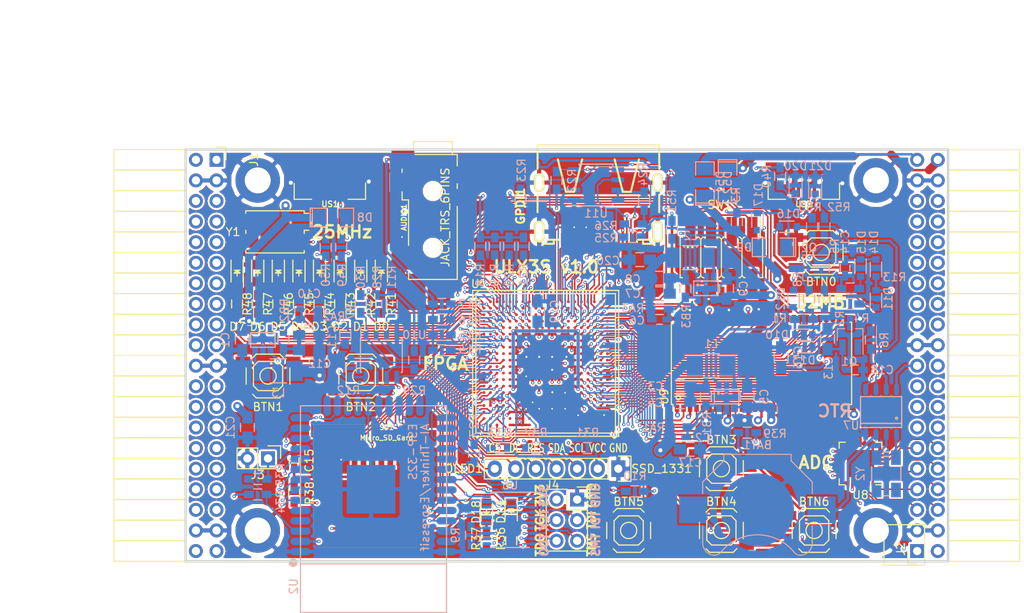
<source format=kicad_pcb>
(kicad_pcb (version 4) (host pcbnew 4.0.7+dfsg1-1)
  (layers (0 F.Cu signal) (1 In1.Cu signal) (2 In2.Cu signal) (31 B.Cu signal) (34 B.Paste user) (35 F.Paste user) (36 B.SilkS user) (37 F.SilkS user) (38 B.Mask user) (39 F.Mask user) (44 Edge.Cuts user))
  (net 0 "")
  (net 1 GND)
  (net 2 +5V)
  (net 3 /gpio/IN5V)
  (net 4 /gpio/OUT5V)
  (net 5 +3V3)
  (net 6 "Net-(L1-Pad1)")
  (net 7 "Net-(L2-Pad1)")
  (net 8 +1V2)
  (net 9 BTN_D)
  (net 10 BTN_F1)
  (net 11 BTN_F2)
  (net 12 BTN_L)
  (net 13 BTN_R)
  (net 14 BTN_U)
  (net 15 /power/FB1)
  (net 16 +2V5)
  (net 17 "Net-(L3-Pad1)")
  (net 18 /power/PWREN)
  (net 19 /power/FB3)
  (net 20 /power/FB2)
  (net 21 "Net-(D9-Pad1)")
  (net 22 /power/VBAT)
  (net 23 JTAG_TDI)
  (net 24 JTAG_TCK)
  (net 25 JTAG_TMS)
  (net 26 JTAG_TDO)
  (net 27 /power/WAKEUPn)
  (net 28 /power/WKUP)
  (net 29 /power/SHUT)
  (net 30 /power/WAKE)
  (net 31 /power/HOLD)
  (net 32 /power/WKn)
  (net 33 /power/OSCI_32k)
  (net 34 /power/OSCO_32k)
  (net 35 "Net-(Q2-Pad3)")
  (net 36 SHUTDOWN)
  (net 37 /analog/AUDIO_L)
  (net 38 /analog/AUDIO_R)
  (net 39 GPDI_5V_SCL)
  (net 40 GPDI_5V_SDA)
  (net 41 GPDI_SDA)
  (net 42 GPDI_SCL)
  (net 43 /gpdi/VREF2)
  (net 44 SD_CMD)
  (net 45 SD_CLK)
  (net 46 SD_D0)
  (net 47 SD_D1)
  (net 48 USB5V)
  (net 49 "Net-(BTN0-Pad1)")
  (net 50 GPDI_CEC)
  (net 51 nRESET)
  (net 52 FTDI_nDTR)
  (net 53 SDRAM_CKE)
  (net 54 SDRAM_A7)
  (net 55 SDRAM_D15)
  (net 56 SDRAM_BA1)
  (net 57 SDRAM_D7)
  (net 58 SDRAM_A6)
  (net 59 SDRAM_CLK)
  (net 60 SDRAM_D13)
  (net 61 SDRAM_BA0)
  (net 62 SDRAM_D6)
  (net 63 SDRAM_A5)
  (net 64 SDRAM_D14)
  (net 65 SDRAM_A11)
  (net 66 SDRAM_D12)
  (net 67 SDRAM_D5)
  (net 68 SDRAM_A4)
  (net 69 SDRAM_A10)
  (net 70 SDRAM_D11)
  (net 71 SDRAM_A3)
  (net 72 SDRAM_D4)
  (net 73 SDRAM_D10)
  (net 74 SDRAM_D9)
  (net 75 SDRAM_A9)
  (net 76 SDRAM_D3)
  (net 77 SDRAM_D8)
  (net 78 SDRAM_A8)
  (net 79 SDRAM_A2)
  (net 80 SDRAM_A1)
  (net 81 SDRAM_A0)
  (net 82 SDRAM_D2)
  (net 83 SDRAM_D1)
  (net 84 SDRAM_D0)
  (net 85 SDRAM_DQM0)
  (net 86 SDRAM_nCS)
  (net 87 SDRAM_nRAS)
  (net 88 SDRAM_DQM1)
  (net 89 SDRAM_nCAS)
  (net 90 SDRAM_nWE)
  (net 91 /flash/FLASH_nWP)
  (net 92 /flash/FLASH_nHOLD)
  (net 93 /flash/FLASH_MOSI)
  (net 94 /flash/FLASH_MISO)
  (net 95 /flash/FLASH_SCK)
  (net 96 /flash/FLASH_nCS)
  (net 97 /flash/FPGA_PROGRAMN)
  (net 98 /flash/FPGA_DONE)
  (net 99 /flash/FPGA_INITN)
  (net 100 OLED_RES)
  (net 101 OLED_DC)
  (net 102 OLED_CS)
  (net 103 WIFI_EN)
  (net 104 FTDI_nRTS)
  (net 105 FTDI_TXD)
  (net 106 FTDI_RXD)
  (net 107 WIFI_RXD)
  (net 108 WIFI_GPIO0)
  (net 109 WIFI_TXD)
  (net 110 GPDI_ETH-)
  (net 111 GPDI_ETH+)
  (net 112 GPDI_D2+)
  (net 113 GPDI_D2-)
  (net 114 GPDI_D1+)
  (net 115 GPDI_D1-)
  (net 116 GPDI_D0+)
  (net 117 GPDI_D0-)
  (net 118 GPDI_CLK+)
  (net 119 GPDI_CLK-)
  (net 120 USB_FTDI_D+)
  (net 121 USB_FTDI_D-)
  (net 122 J1_17-)
  (net 123 J1_17+)
  (net 124 J1_23-)
  (net 125 J1_23+)
  (net 126 J1_25-)
  (net 127 J1_25+)
  (net 128 J1_27-)
  (net 129 J1_27+)
  (net 130 J1_29-)
  (net 131 J1_29+)
  (net 132 J1_31-)
  (net 133 J1_31+)
  (net 134 J1_33-)
  (net 135 J1_33+)
  (net 136 J1_35-)
  (net 137 J1_35+)
  (net 138 J2_5-)
  (net 139 J2_5+)
  (net 140 J2_7-)
  (net 141 J2_7+)
  (net 142 J2_9-)
  (net 143 J2_9+)
  (net 144 J2_13-)
  (net 145 J2_13+)
  (net 146 J2_17-)
  (net 147 J2_17+)
  (net 148 J2_11-)
  (net 149 J2_11+)
  (net 150 J2_23-)
  (net 151 J2_23+)
  (net 152 J1_5-)
  (net 153 J1_5+)
  (net 154 J1_7-)
  (net 155 J1_7+)
  (net 156 J1_9-)
  (net 157 J1_9+)
  (net 158 J1_11-)
  (net 159 J1_11+)
  (net 160 J1_13-)
  (net 161 J1_13+)
  (net 162 J1_15-)
  (net 163 J1_15+)
  (net 164 J2_15-)
  (net 165 J2_15+)
  (net 166 J2_25-)
  (net 167 J2_25+)
  (net 168 J2_27-)
  (net 169 J2_27+)
  (net 170 J2_29-)
  (net 171 J2_29+)
  (net 172 J2_31-)
  (net 173 J2_31+)
  (net 174 J2_33-)
  (net 175 J2_33+)
  (net 176 J2_35-)
  (net 177 J2_35+)
  (net 178 SD_D3)
  (net 179 AUDIO_L3)
  (net 180 AUDIO_L2)
  (net 181 AUDIO_L1)
  (net 182 AUDIO_L0)
  (net 183 AUDIO_R3)
  (net 184 AUDIO_R2)
  (net 185 AUDIO_R1)
  (net 186 AUDIO_R0)
  (net 187 OLED_CLK)
  (net 188 OLED_MOSI)
  (net 189 LED0)
  (net 190 LED1)
  (net 191 LED2)
  (net 192 LED3)
  (net 193 LED4)
  (net 194 LED5)
  (net 195 LED6)
  (net 196 LED7)
  (net 197 BTN_PWRn)
  (net 198 "Net-(J3-Pad1)")
  (net 199 FTDI_nTXLED)
  (net 200 FTDI_nSLEEP)
  (net 201 /blinkey/LED_PWREN)
  (net 202 /blinkey/LED_TXLED)
  (net 203 FT3V3)
  (net 204 /sdcard/SD3V3)
  (net 205 SD_D2)
  (net 206 CLK_25MHz)
  (net 207 /blinkey/BTNPUL)
  (net 208 /blinkey/BTNPUR)
  (net 209 USB_FPGA_D+)
  (net 210 /power/FTDI_nSUSPEND)
  (net 211 /blinkey/ALED0)
  (net 212 /blinkey/ALED1)
  (net 213 /blinkey/ALED2)
  (net 214 /blinkey/ALED3)
  (net 215 /blinkey/ALED4)
  (net 216 /blinkey/ALED5)
  (net 217 /blinkey/ALED6)
  (net 218 /blinkey/ALED7)
  (net 219 /usb/FTD-)
  (net 220 /usb/FTD+)
  (net 221 ADC_MISO)
  (net 222 ADC_MOSI)
  (net 223 ADC_CSn)
  (net 224 ADC_SCLK)
  (net 225 "Net-(R51-Pad2)")
  (net 226 SW3)
  (net 227 SW2)
  (net 228 SW1)
  (net 229 SW0)
  (net 230 USB_FPGA_D-)
  (net 231 /usb/FPD+)
  (net 232 /usb/FPD-)
  (net 233 WIFI_GPIO16)
  (net 234 WIFI_GPIO15)
  (net 235 /usb/ANT_433MHz)
  (module Resistors_SMD:R_0603_HandSoldering (layer B.Cu) (at 154.044 71.326 90)
    (fp_text reference R51 (at 3.556 0 90) (layer B.SilkS) (effects (justify mirror)))
    (fp_text value 220)
    (pad 1 smd rect (at -1.1 0 90) (size 1.2 0.9) (layers B.Cu B.Paste B.Mask) (net 5 +3V3))
    (pad 2 smd rect (at 1.1 0 90) (size 1.2 0.9) (layers B.Cu B.Paste B.Mask) (net 225 "Net-(R51-Pad2)"))
  )
  (module Pin_Headers:Pin_Header_Straight_SMT_02x04 (layer F.Cu) (at 160.14 74.73 180)
    (fp_text reference SW1 (at 0.2 6.5 180) (layer F.SilkS))
    (fp_text value DIPSW)
    (pad 1 smd rect (at -3.81 3.2 180) (size 1.27 3.6) (layers F.Cu F.Paste F.Mask) (net 226 SW3))
    (pad 2 smd rect (at -1.27 3.2 180) (size 1.27 3.6) (layers F.Cu F.Paste F.Mask) (net 227 SW2))
    (pad 3 smd rect (at 1.27 3.2 180) (size 1.27 3.6) (layers F.Cu F.Paste F.Mask) (net 228 SW1))
    (pad 4 smd rect (at 3.81 3.2 180) (size 1.27 3.6) (layers F.Cu F.Paste F.Mask) (net 229 SW0))
    (pad 5 smd rect (at 3.81 -3.2 180) (size 1.27 3.6) (layers F.Cu F.Paste F.Mask) (net 225 "Net-(R51-Pad2)"))
    (pad 6 smd rect (at 1.27 -3.2 180) (size 1.27 3.6) (layers F.Cu F.Paste F.Mask) (net 225 "Net-(R51-Pad2)"))
    (pad 7 smd rect (at -1.27 -3.2 180) (size 1.27 3.6) (layers F.Cu F.Paste F.Mask) (net 225 "Net-(R51-Pad2)"))
    (pad 8 smd rect (at -3.81 -3.2 180) (size 1.27 3.6) (layers F.Cu F.Paste F.Mask) (net 225 "Net-(R51-Pad2)"))
  )
  (module SMD_Packages:SMD-1206_Pol (layer B.Cu) (at 160.902 65.484 270)
    (fp_text reference D52 (at 0 0 270) (layer B.SilkS) (effects (justify mirror)))
    (fp_text value 2A)
    (pad 1 smd rect (at -1.651 0 270) (size 1.524 2.032) (layers B.Cu B.Paste B.Mask) (net 4 /gpio/OUT5V))
    (pad 2 smd rect (at 1.651 0 270) (size 1.524 2.032) (layers B.Cu B.Paste B.Mask) (net 2 +5V))
  )
  (module SMD_Packages:SMD-1206_Pol (layer B.Cu) (at 158.108 65.484 90)
    (fp_text reference D51 (at 0 1.905 90) (layer B.SilkS) (effects (justify mirror)))
    (fp_text value 2A)
    (pad 1 smd rect (at -1.651 0 90) (size 1.524 2.032) (layers B.Cu B.Paste B.Mask) (net 2 +5V))
    (pad 2 smd rect (at 1.651 0 90) (size 1.524 2.032) (layers B.Cu B.Paste B.Mask) (net 3 /gpio/IN5V))
  )
  (module micro-sd:MicroSD_TF02D (layer F.Cu) (at 116.87 110.52 180)
    (fp_text reference SD1 (at -1.995 14.81 180) (layer F.SilkS) (effects (font (size 0.59944 0.59944) (thickness 0.12446))))
    (fp_text value Micro_SD_Card (at -1.995 13.54 180) (layer F.SilkS) (effects (font (size 0.59944 0.59944) (thickness 0.12446))))
    (pad 1 smd rect (at 1.94 11 180) (size 0.7 1.8) (layers F.Cu F.Paste F.Mask) (net 205 SD_D2))
    (pad 2 smd rect (at 0.84 11 180) (size 0.7 1.8) (layers F.Cu F.Paste F.Mask) (net 178 SD_D3))
    (pad 3 smd rect (at -0.26 11 180) (size 0.7 1.8) (layers F.Cu F.Paste F.Mask) (net 44 SD_CMD))
    (pad 4 smd rect (at -1.36 11 180) (size 0.7 1.8) (layers F.Cu F.Paste F.Mask) (net 204 /sdcard/SD3V3))
    (pad 5 smd rect (at -2.46 11 180) (size 0.7 1.8) (layers F.Cu F.Paste F.Mask) (net 45 SD_CLK))
    (pad 6 smd rect (at -3.56 11 180) (size 0.7 1.8) (layers F.Cu F.Paste F.Mask) (net 1 GND))
    (pad 7 smd rect (at -4.66 11 180) (size 0.7 1.8) (layers F.Cu F.Paste F.Mask) (net 46 SD_D0))
    (pad 8 smd rect (at -5.76 11 180) (size 0.7 1.8) (layers F.Cu F.Paste F.Mask) (net 47 SD_D1))
    (pad S smd rect (at -5.05 0.4 180) (size 1.6 1.4) (layers F.Cu F.Paste F.Mask))
    (pad S smd rect (at 0.75 0.4 180) (size 1.8 1.4) (layers F.Cu F.Paste F.Mask))
    (pad G smd rect (at -7.45 13.55 180) (size 1.4 1.9) (layers F.Cu F.Paste F.Mask))
    (pad G smd rect (at 6.6 14.55 180) (size 1.4 1.9) (layers F.Cu F.Paste F.Mask))
  )
  (module Resistors_SMD:R_1210_HandSoldering (layer B.Cu) (at 158.87 88.09 180)
    (fp_text reference L1 (at 0 2.7 180) (layer B.SilkS) (effects (justify mirror)))
    (fp_text value 2.2uH)
    (pad 1 smd rect (at -2 0 180) (size 2 2.5) (layers B.Cu B.Paste B.Mask) (net 6 "Net-(L1-Pad1)"))
    (pad 2 smd rect (at 2 0 180) (size 2 2.5) (layers B.Cu B.Paste B.Mask) (net 8 +1V2))
  )
  (module TSOT-25:TSOT-25 (layer B.Cu) (at 160.775 91.9)
    (fp_text reference U3 (at 0 -0.5) (layer B.SilkS) (effects (font (size 0.15 0.15) (thickness 0.0375)) (justify mirror)))
    (fp_text value AP3429A)
    (pad 1 smd rect (at -0.95 -1.3) (size 0.7 1.2) (layers B.Cu B.Paste B.Mask) (net 18 /power/PWREN))
    (pad 2 smd rect (at 0 -1.3) (size 0.7 1.2) (layers B.Cu B.Paste B.Mask) (net 1 GND))
    (pad 3 smd rect (at 0.95 -1.3) (size 0.7 1.2) (layers B.Cu B.Paste B.Mask) (net 6 "Net-(L1-Pad1)"))
    (pad 4 smd rect (at 0.95 1.3) (size 0.7 1.2) (layers B.Cu B.Paste B.Mask) (net 2 +5V))
    (pad 5 smd rect (at -0.95 1.3) (size 0.7 1.2) (layers B.Cu B.Paste B.Mask) (net 15 /power/FB1))
  )
  (module Resistors_SMD:R_1210_HandSoldering (layer B.Cu) (at 156.33 74.755 180)
    (fp_text reference L2 (at 0 2.7 180) (layer B.SilkS) (effects (justify mirror)))
    (fp_text value 2.2uH)
    (pad 1 smd rect (at -2 0 180) (size 2 2.5) (layers B.Cu B.Paste B.Mask) (net 7 "Net-(L2-Pad1)"))
    (pad 2 smd rect (at 2 0 180) (size 2 2.5) (layers B.Cu B.Paste B.Mask) (net 5 +3V3))
  )
  (module TSOT-25:TSOT-25 (layer B.Cu) (at 158.235 78.535)
    (fp_text reference U4 (at 0 -0.5) (layer B.SilkS) (effects (font (size 0.15 0.15) (thickness 0.0375)) (justify mirror)))
    (fp_text value AP3429A)
    (pad 1 smd rect (at -0.95 -1.3) (size 0.7 1.2) (layers B.Cu B.Paste B.Mask) (net 18 /power/PWREN))
    (pad 2 smd rect (at 0 -1.3) (size 0.7 1.2) (layers B.Cu B.Paste B.Mask) (net 1 GND))
    (pad 3 smd rect (at 0.95 -1.3) (size 0.7 1.2) (layers B.Cu B.Paste B.Mask) (net 7 "Net-(L2-Pad1)"))
    (pad 4 smd rect (at 0.95 1.3) (size 0.7 1.2) (layers B.Cu B.Paste B.Mask) (net 2 +5V))
    (pad 5 smd rect (at -0.95 1.3) (size 0.7 1.2) (layers B.Cu B.Paste B.Mask) (net 19 /power/FB3))
  )
  (module Buttons_Switches_SMD:SW_SPST_SKQG (layer F.Cu) (at 104.26 89.36)
    (fp_text reference BTN1 (at 0 3.81) (layer F.SilkS))
    (fp_text value FIRE1)
    (pad 1 smd rect (at -3.1 -1.85) (size 1.8 1.1) (layers F.Cu F.Paste F.Mask) (net 207 /blinkey/BTNPUL))
    (pad 1 smd rect (at 3.1 -1.85) (size 1.8 1.1) (layers F.Cu F.Paste F.Mask) (net 207 /blinkey/BTNPUL))
    (pad 2 smd rect (at -3.1 1.85) (size 1.8 1.1) (layers F.Cu F.Paste F.Mask) (net 10 BTN_F1))
    (pad 2 smd rect (at 3.1 1.85) (size 1.8 1.1) (layers F.Cu F.Paste F.Mask) (net 10 BTN_F1))
  )
  (module Buttons_Switches_SMD:SW_SPST_SKQG (layer F.Cu) (at 115.69 89.36)
    (fp_text reference BTN2 (at 0 3.81) (layer F.SilkS))
    (fp_text value FIRE2)
    (pad 1 smd rect (at -3.1 -1.85) (size 1.8 1.1) (layers F.Cu F.Paste F.Mask) (net 207 /blinkey/BTNPUL))
    (pad 1 smd rect (at 3.1 -1.85) (size 1.8 1.1) (layers F.Cu F.Paste F.Mask) (net 207 /blinkey/BTNPUL))
    (pad 2 smd rect (at -3.1 1.85) (size 1.8 1.1) (layers F.Cu F.Paste F.Mask) (net 11 BTN_F2))
    (pad 2 smd rect (at 3.1 1.85) (size 1.8 1.1) (layers F.Cu F.Paste F.Mask) (net 11 BTN_F2))
  )
  (module Buttons_Switches_SMD:SW_SPST_SKQG (layer F.Cu) (at 160.14 100.79)
    (fp_text reference BTN3 (at 0 -3.556) (layer F.SilkS))
    (fp_text value UP)
    (pad 1 smd rect (at -3.1 -1.85) (size 1.8 1.1) (layers F.Cu F.Paste F.Mask) (net 208 /blinkey/BTNPUR))
    (pad 1 smd rect (at 3.1 -1.85) (size 1.8 1.1) (layers F.Cu F.Paste F.Mask) (net 208 /blinkey/BTNPUR))
    (pad 2 smd rect (at -3.1 1.85) (size 1.8 1.1) (layers F.Cu F.Paste F.Mask) (net 14 BTN_U))
    (pad 2 smd rect (at 3.1 1.85) (size 1.8 1.1) (layers F.Cu F.Paste F.Mask) (net 14 BTN_U))
  )
  (module Buttons_Switches_SMD:SW_SPST_SKQG (layer F.Cu) (at 160.14 108.41 180)
    (fp_text reference BTN4 (at 0 3.556 180) (layer F.SilkS))
    (fp_text value DOWN)
    (pad 1 smd rect (at -3.1 -1.85 180) (size 1.8 1.1) (layers F.Cu F.Paste F.Mask) (net 208 /blinkey/BTNPUR))
    (pad 1 smd rect (at 3.1 -1.85 180) (size 1.8 1.1) (layers F.Cu F.Paste F.Mask) (net 208 /blinkey/BTNPUR))
    (pad 2 smd rect (at -3.1 1.85 180) (size 1.8 1.1) (layers F.Cu F.Paste F.Mask) (net 9 BTN_D))
    (pad 2 smd rect (at 3.1 1.85 180) (size 1.8 1.1) (layers F.Cu F.Paste F.Mask) (net 9 BTN_D))
  )
  (module Buttons_Switches_SMD:SW_SPST_SKQG (layer F.Cu) (at 148.71 108.41 180)
    (fp_text reference BTN5 (at 0 3.556 180) (layer F.SilkS))
    (fp_text value LEFT)
    (pad 1 smd rect (at -3.1 -1.85 180) (size 1.8 1.1) (layers F.Cu F.Paste F.Mask) (net 208 /blinkey/BTNPUR))
    (pad 1 smd rect (at 3.1 -1.85 180) (size 1.8 1.1) (layers F.Cu F.Paste F.Mask) (net 208 /blinkey/BTNPUR))
    (pad 2 smd rect (at -3.1 1.85 180) (size 1.8 1.1) (layers F.Cu F.Paste F.Mask) (net 12 BTN_L))
    (pad 2 smd rect (at 3.1 1.85 180) (size 1.8 1.1) (layers F.Cu F.Paste F.Mask) (net 12 BTN_L))
  )
  (module Buttons_Switches_SMD:SW_SPST_SKQG (layer F.Cu) (at 171.57 108.41 180)
    (fp_text reference BTN6 (at 0 3.556 180) (layer F.SilkS))
    (fp_text value RIGHT)
    (pad 1 smd rect (at -3.1 -1.85 180) (size 1.8 1.1) (layers F.Cu F.Paste F.Mask) (net 208 /blinkey/BTNPUR))
    (pad 1 smd rect (at 3.1 -1.85 180) (size 1.8 1.1) (layers F.Cu F.Paste F.Mask) (net 208 /blinkey/BTNPUR))
    (pad 2 smd rect (at -3.1 1.85 180) (size 1.8 1.1) (layers F.Cu F.Paste F.Mask) (net 13 BTN_R))
    (pad 2 smd rect (at 3.1 1.85 180) (size 1.8 1.1) (layers F.Cu F.Paste F.Mask) (net 13 BTN_R))
  )
  (module LEDs:LED_0805 (layer F.Cu) (at 118.23 76.66 270)
    (fp_text reference D0 (at 6.604 0 360) (layer F.SilkS))
    (fp_text value LED)
    (pad 2 smd rect (at 1.04902 0 90) (size 1.19888 1.19888) (layers F.Cu F.Paste F.Mask) (net 211 /blinkey/ALED0))
    (pad 1 smd rect (at -1.04902 0 90) (size 1.19888 1.19888) (layers F.Cu F.Paste F.Mask) (net 1 GND))
  )
  (module LEDs:LED_0805 (layer F.Cu) (at 115.69 76.66 270)
    (fp_text reference D1 (at 6.604 0 360) (layer F.SilkS))
    (fp_text value LED)
    (pad 2 smd rect (at 1.04902 0 90) (size 1.19888 1.19888) (layers F.Cu F.Paste F.Mask) (net 212 /blinkey/ALED1))
    (pad 1 smd rect (at -1.04902 0 90) (size 1.19888 1.19888) (layers F.Cu F.Paste F.Mask) (net 1 GND))
  )
  (module LEDs:LED_0805 (layer F.Cu) (at 113.15 76.66 270)
    (fp_text reference D2 (at 6.604 0 360) (layer F.SilkS))
    (fp_text value LED)
    (pad 2 smd rect (at 1.04902 0 90) (size 1.19888 1.19888) (layers F.Cu F.Paste F.Mask) (net 213 /blinkey/ALED2))
    (pad 1 smd rect (at -1.04902 0 90) (size 1.19888 1.19888) (layers F.Cu F.Paste F.Mask) (net 1 GND))
  )
  (module LEDs:LED_0805 (layer F.Cu) (at 110.61 76.66 270)
    (fp_text reference D3 (at 6.604 0 360) (layer F.SilkS))
    (fp_text value LED)
    (pad 2 smd rect (at 1.04902 0 90) (size 1.19888 1.19888) (layers F.Cu F.Paste F.Mask) (net 214 /blinkey/ALED3))
    (pad 1 smd rect (at -1.04902 0 90) (size 1.19888 1.19888) (layers F.Cu F.Paste F.Mask) (net 1 GND))
  )
  (module LEDs:LED_0805 (layer F.Cu) (at 108.07 76.66 270)
    (fp_text reference D4 (at 6.604 0 360) (layer F.SilkS))
    (fp_text value LED)
    (pad 2 smd rect (at 1.04902 0 90) (size 1.19888 1.19888) (layers F.Cu F.Paste F.Mask) (net 215 /blinkey/ALED4))
    (pad 1 smd rect (at -1.04902 0 90) (size 1.19888 1.19888) (layers F.Cu F.Paste F.Mask) (net 1 GND))
  )
  (module LEDs:LED_0805 (layer F.Cu) (at 105.53 76.66 270)
    (fp_text reference D5 (at 6.604 0 360) (layer F.SilkS))
    (fp_text value LED)
    (pad 2 smd rect (at 1.04902 0 90) (size 1.19888 1.19888) (layers F.Cu F.Paste F.Mask) (net 216 /blinkey/ALED5))
    (pad 1 smd rect (at -1.04902 0 90) (size 1.19888 1.19888) (layers F.Cu F.Paste F.Mask) (net 1 GND))
  )
  (module LEDs:LED_0805 (layer F.Cu) (at 102.99 76.66 270)
    (fp_text reference D6 (at 6.604 0 360) (layer F.SilkS))
    (fp_text value LED)
    (pad 2 smd rect (at 1.04902 0 90) (size 1.19888 1.19888) (layers F.Cu F.Paste F.Mask) (net 217 /blinkey/ALED6))
    (pad 1 smd rect (at -1.04902 0 90) (size 1.19888 1.19888) (layers F.Cu F.Paste F.Mask) (net 1 GND))
  )
  (module LEDs:LED_0805 (layer F.Cu) (at 100.45 76.66 270)
    (fp_text reference D7 (at 6.604 0 360) (layer F.SilkS))
    (fp_text value LED)
    (pad 2 smd rect (at 1.04902 0 90) (size 1.19888 1.19888) (layers F.Cu F.Paste F.Mask) (net 218 /blinkey/ALED7))
    (pad 1 smd rect (at -1.04902 0 90) (size 1.19888 1.19888) (layers F.Cu F.Paste F.Mask) (net 1 GND))
  )
  (module Resistors_SMD:R_1210_HandSoldering (layer B.Cu) (at 105.53 88.725)
    (fp_text reference L3 (at 0 2.7) (layer B.SilkS) (effects (justify mirror)))
    (fp_text value 2.2uH)
    (pad 1 smd rect (at -2 0) (size 2 2.5) (layers B.Cu B.Paste B.Mask) (net 17 "Net-(L3-Pad1)"))
    (pad 2 smd rect (at 2 0) (size 2 2.5) (layers B.Cu B.Paste B.Mask) (net 16 +2V5))
  )
  (module TSOT-25:TSOT-25 (layer B.Cu) (at 103.625 84.915 180)
    (fp_text reference U5 (at 0 -0.5 180) (layer B.SilkS) (effects (font (size 0.15 0.15) (thickness 0.0375)) (justify mirror)))
    (fp_text value AP3429A)
    (pad 1 smd rect (at -0.95 -1.3 180) (size 0.7 1.2) (layers B.Cu B.Paste B.Mask) (net 18 /power/PWREN))
    (pad 2 smd rect (at 0 -1.3 180) (size 0.7 1.2) (layers B.Cu B.Paste B.Mask) (net 1 GND))
    (pad 3 smd rect (at 0.95 -1.3 180) (size 0.7 1.2) (layers B.Cu B.Paste B.Mask) (net 17 "Net-(L3-Pad1)"))
    (pad 4 smd rect (at 0.95 1.3 180) (size 0.7 1.2) (layers B.Cu B.Paste B.Mask) (net 2 +5V))
    (pad 5 smd rect (at -0.95 1.3 180) (size 0.7 1.2) (layers B.Cu B.Paste B.Mask) (net 20 /power/FB2))
  )
  (module Capacitors_SMD:C_0805_HandSoldering (layer B.Cu) (at 101.085 84.915 270)
    (fp_text reference C1 (at 0 2.1 270) (layer B.SilkS) (effects (justify mirror)))
    (fp_text value 22uF)
    (pad 1 smd rect (at -1.25 0 270) (size 1.5 1.25) (layers B.Cu B.Paste B.Mask) (net 2 +5V))
    (pad 2 smd rect (at 1.25 0 270) (size 1.5 1.25) (layers B.Cu B.Paste B.Mask) (net 1 GND))
  )
  (module Capacitors_SMD:C_0805_HandSoldering (layer B.Cu) (at 155.06 90.63)
    (fp_text reference C3 (at -3.048 0) (layer B.SilkS) (effects (justify mirror)))
    (fp_text value 22uF)
    (pad 1 smd rect (at -1.25 0) (size 1.5 1.25) (layers B.Cu B.Paste B.Mask) (net 8 +1V2))
    (pad 2 smd rect (at 1.25 0) (size 1.5 1.25) (layers B.Cu B.Paste B.Mask) (net 1 GND))
  )
  (module Capacitors_SMD:C_0805_HandSoldering (layer B.Cu) (at 155.06 92.535)
    (fp_text reference C4 (at -3.048 0.127) (layer B.SilkS) (effects (justify mirror)))
    (fp_text value 22uF)
    (pad 1 smd rect (at -1.25 0) (size 1.5 1.25) (layers B.Cu B.Paste B.Mask) (net 8 +1V2))
    (pad 2 smd rect (at 1.25 0) (size 1.5 1.25) (layers B.Cu B.Paste B.Mask) (net 1 GND))
  )
  (module Capacitors_SMD:C_0805_HandSoldering (layer B.Cu) (at 163.315 91.9 90)
    (fp_text reference C5 (at 0 2.1 90) (layer B.SilkS) (effects (justify mirror)))
    (fp_text value 22uF)
    (pad 1 smd rect (at -1.25 0 90) (size 1.5 1.25) (layers B.Cu B.Paste B.Mask) (net 2 +5V))
    (pad 2 smd rect (at 1.25 0 90) (size 1.5 1.25) (layers B.Cu B.Paste B.Mask) (net 1 GND))
  )
  (module Capacitors_SMD:C_0805_HandSoldering (layer B.Cu) (at 152.52 79.2)
    (fp_text reference C7 (at -3.302 0) (layer B.SilkS) (effects (justify mirror)))
    (fp_text value 22uF)
    (pad 1 smd rect (at -1.25 0) (size 1.5 1.25) (layers B.Cu B.Paste B.Mask) (net 5 +3V3))
    (pad 2 smd rect (at 1.25 0) (size 1.5 1.25) (layers B.Cu B.Paste B.Mask) (net 1 GND))
  )
  (module Capacitors_SMD:C_0805_HandSoldering (layer B.Cu) (at 152.52 77.295)
    (fp_text reference C8 (at -3.302 0.127) (layer B.SilkS) (effects (justify mirror)))
    (fp_text value 22uF)
    (pad 1 smd rect (at -1.25 0) (size 1.5 1.25) (layers B.Cu B.Paste B.Mask) (net 5 +3V3))
    (pad 2 smd rect (at 1.25 0) (size 1.5 1.25) (layers B.Cu B.Paste B.Mask) (net 1 GND))
  )
  (module Capacitors_SMD:C_0805_HandSoldering (layer B.Cu) (at 160.775 78.565 90)
    (fp_text reference C9 (at 0 2.1 90) (layer B.SilkS) (effects (justify mirror)))
    (fp_text value 22uF)
    (pad 1 smd rect (at -1.25 0 90) (size 1.5 1.25) (layers B.Cu B.Paste B.Mask) (net 2 +5V))
    (pad 2 smd rect (at 1.25 0 90) (size 1.5 1.25) (layers B.Cu B.Paste B.Mask) (net 1 GND))
  )
  (module Capacitors_SMD:C_0805_HandSoldering (layer B.Cu) (at 109.34 84.28 180)
    (fp_text reference C11 (at -2.794 -0.254 270) (layer B.SilkS) (effects (justify mirror)))
    (fp_text value 22uF)
    (pad 1 smd rect (at -1.25 0 180) (size 1.5 1.25) (layers B.Cu B.Paste B.Mask) (net 16 +2V5))
    (pad 2 smd rect (at 1.25 0 180) (size 1.5 1.25) (layers B.Cu B.Paste B.Mask) (net 1 GND))
  )
  (module Capacitors_SMD:C_0805_HandSoldering (layer B.Cu) (at 109.34 86.185 180)
    (fp_text reference C12 (at -1.27 -1.651 360) (layer B.SilkS) (effects (justify mirror)))
    (fp_text value 22uF)
    (pad 1 smd rect (at -1.25 0 180) (size 1.5 1.25) (layers B.Cu B.Paste B.Mask) (net 16 +2V5))
    (pad 2 smd rect (at 1.25 0 180) (size 1.5 1.25) (layers B.Cu B.Paste B.Mask) (net 1 GND))
  )
  (module SMD_Packages:SMD-1206_Pol (layer B.Cu) (at 112.261 69.802)
    (fp_text reference D8 (at 3.937 0) (layer B.SilkS) (effects (justify mirror)))
    (fp_text value 2A)
    (pad 1 smd rect (at -1.651 0) (size 1.524 2.032) (layers B.Cu B.Paste B.Mask) (net 2 +5V))
    (pad 2 smd rect (at 1.651 0) (size 1.524 2.032) (layers B.Cu B.Paste B.Mask) (net 48 USB5V))
  )
  (module SMD_Packages:SMD-1206_Pol (layer B.Cu) (at 166.49 73.485 180)
    (fp_text reference D9 (at 3.556 0 180) (layer B.SilkS) (effects (justify mirror)))
    (fp_text value 2A)
    (pad 1 smd rect (at -1.651 0 180) (size 1.524 2.032) (layers B.Cu B.Paste B.Mask) (net 21 "Net-(D9-Pad1)"))
    (pad 2 smd rect (at 1.651 0 180) (size 1.524 2.032) (layers B.Cu B.Paste B.Mask) (net 2 +5V))
  )
  (module Power_Integrations:SO-8 (layer B.Cu) (at 179.825 93.805 180)
    (fp_text reference U7 (at 3.683 -1.651 180) (layer B.SilkS) (effects (justify mirror)))
    (fp_text value PCF8523)
    (pad 1 smd oval (at -1.905 -2.794 180) (size 0.6096 1.4732) (layers B.Cu B.Paste B.Mask) (net 33 /power/OSCI_32k))
    (pad 2 smd oval (at -0.635 -2.794 180) (size 0.6096 1.4732) (layers B.Cu B.Paste B.Mask) (net 34 /power/OSCO_32k))
    (pad 3 smd oval (at 0.635 -2.794 180) (size 0.6096 1.4732) (layers B.Cu B.Paste B.Mask) (net 22 /power/VBAT))
    (pad 4 smd oval (at 1.905 -2.794 180) (size 0.6096 1.4732) (layers B.Cu B.Paste B.Mask) (net 1 GND))
    (pad 5 smd oval (at 1.905 2.794 180) (size 0.6096 1.4732) (layers B.Cu B.Paste B.Mask) (net 41 GPDI_SDA))
    (pad 6 smd oval (at 0.635 2.794 180) (size 0.6096 1.4732) (layers B.Cu B.Paste B.Mask) (net 42 GPDI_SCL))
    (pad 7 smd oval (at -0.635 2.794 180) (size 0.6096 1.4732) (layers B.Cu B.Paste B.Mask) (net 27 /power/WAKEUPn))
    (pad 8 smd oval (at -1.905 2.794 180) (size 0.6096 1.4732) (layers B.Cu B.Paste B.Mask) (net 5 +3V3))
  )
  (module Capacitors_SMD:C_0805_HandSoldering (layer B.Cu) (at 173.221 84.788 90)
    (fp_text reference C13 (at -3.556 0.127 90) (layer B.SilkS) (effects (justify mirror)))
    (fp_text value 2.2uF)
    (pad 1 smd rect (at -1.25 0 90) (size 1.5 1.25) (layers B.Cu B.Paste B.Mask) (net 2 +5V))
    (pad 2 smd rect (at 1.25 0 90) (size 1.5 1.25) (layers B.Cu B.Paste B.Mask) (net 28 /power/WKUP))
  )
  (module Diodes_SMD:D_0805 (layer B.Cu) (at 170.3 84.28)
    (fp_text reference D10 (at -3.302 0) (layer B.SilkS) (effects (justify mirror)))
    (fp_text value 1N4148)
    (pad 1 smd rect (at -1.05 0) (size 0.8 0.9) (layers B.Cu B.Paste B.Mask) (net 30 /power/WAKE))
    (pad 2 smd rect (at 1.05 0) (size 0.8 0.9) (layers B.Cu B.Paste B.Mask) (net 28 /power/WKUP))
  )
  (module Diodes_SMD:D_0805 (layer B.Cu) (at 179.19 79.835 90)
    (fp_text reference D11 (at 0 1.524 90) (layer B.SilkS) (effects (justify mirror)))
    (fp_text value 1N4148)
    (pad 1 smd rect (at -1.05 0 90) (size 0.8 0.9) (layers B.Cu B.Paste B.Mask) (net 31 /power/HOLD))
    (pad 2 smd rect (at 1.05 0 90) (size 0.8 0.9) (layers B.Cu B.Paste B.Mask) (net 5 +3V3))
  )
  (module Diodes_SMD:D_0805 (layer B.Cu) (at 177.285 76.025 270)
    (fp_text reference D15 (at -3.175 -0.127 270) (layer B.SilkS) (effects (justify mirror)))
    (fp_text value BAT42)
    (pad 1 smd rect (at -1.05 0 270) (size 0.8 0.9) (layers B.Cu B.Paste B.Mask) (net 29 /power/SHUT))
    (pad 2 smd rect (at 1.05 0 270) (size 0.8 0.9) (layers B.Cu B.Paste B.Mask) (net 36 SHUTDOWN))
  )
  (module Diodes_SMD:D_0805 (layer B.Cu) (at 169.03 79.835 90)
    (fp_text reference D12 (at 0 -1.6 90) (layer B.SilkS) (effects (justify mirror)))
    (fp_text value 1N4148)
    (pad 1 smd rect (at -1.05 0 90) (size 0.8 0.9) (layers B.Cu B.Paste B.Mask) (net 18 /power/PWREN))
    (pad 2 smd rect (at 1.05 0 90) (size 0.8 0.9) (layers B.Cu B.Paste B.Mask) (net 210 /power/FTDI_nSUSPEND))
  )
  (module TSOP54:TSOP54 (layer F.Cu) (at 165.08 87.8 90)
    (fp_text reference U9 (at -4.1 -12 90) (layer F.SilkS))
    (fp_text value MT48LC16M16A2TG)
    (pad 28 smd rect (at 5.53 10.4 90) (size 0.9 0.56) (layers F.Cu F.Paste F.Mask) (net 1 GND))
    (pad 1 smd rect (at -5.53 -10.4 90) (size 0.9 0.56) (layers F.Cu F.Paste F.Mask) (net 5 +3V3))
    (pad 2 smd rect (at -5.53 -9.6 90) (size 0.9 0.56) (layers F.Cu F.Paste F.Mask) (net 84 SDRAM_D0))
    (pad 3 smd rect (at -5.53 -8.8 90) (size 0.9 0.56) (layers F.Cu F.Paste F.Mask) (net 5 +3V3))
    (pad 4 smd rect (at -5.53 -8 90) (size 0.9 0.56) (layers F.Cu F.Paste F.Mask) (net 83 SDRAM_D1))
    (pad 5 smd rect (at -5.53 -7.2 90) (size 0.9 0.56) (layers F.Cu F.Paste F.Mask) (net 82 SDRAM_D2))
    (pad 6 smd rect (at -5.53 -6.4 90) (size 0.9 0.56) (layers F.Cu F.Paste F.Mask) (net 1 GND))
    (pad 7 smd rect (at -5.53 -5.6 90) (size 0.9 0.56) (layers F.Cu F.Paste F.Mask) (net 76 SDRAM_D3))
    (pad 8 smd rect (at -5.53 -4.8 90) (size 0.9 0.56) (layers F.Cu F.Paste F.Mask) (net 72 SDRAM_D4))
    (pad 9 smd rect (at -5.53 -4 90) (size 0.9 0.56) (layers F.Cu F.Paste F.Mask) (net 5 +3V3))
    (pad 10 smd rect (at -5.53 -3.2 90) (size 0.9 0.56) (layers F.Cu F.Paste F.Mask) (net 67 SDRAM_D5))
    (pad 11 smd rect (at -5.53 -2.4 90) (size 0.9 0.56) (layers F.Cu F.Paste F.Mask) (net 62 SDRAM_D6))
    (pad 12 smd rect (at -5.53 -1.6 90) (size 0.9 0.56) (layers F.Cu F.Paste F.Mask) (net 1 GND))
    (pad 13 smd rect (at -5.53 -0.8 90) (size 0.9 0.56) (layers F.Cu F.Paste F.Mask) (net 57 SDRAM_D7))
    (pad 14 smd rect (at -5.53 0 90) (size 0.9 0.56) (layers F.Cu F.Paste F.Mask) (net 5 +3V3))
    (pad 15 smd rect (at -5.53 0.8 90) (size 0.9 0.56) (layers F.Cu F.Paste F.Mask) (net 85 SDRAM_DQM0))
    (pad 16 smd rect (at -5.53 1.6 90) (size 0.9 0.56) (layers F.Cu F.Paste F.Mask) (net 90 SDRAM_nWE))
    (pad 17 smd rect (at -5.53 2.4 90) (size 0.9 0.56) (layers F.Cu F.Paste F.Mask) (net 89 SDRAM_nCAS))
    (pad 18 smd rect (at -5.53 3.2 90) (size 0.9 0.56) (layers F.Cu F.Paste F.Mask) (net 87 SDRAM_nRAS))
    (pad 19 smd rect (at -5.53 4 90) (size 0.9 0.56) (layers F.Cu F.Paste F.Mask) (net 86 SDRAM_nCS))
    (pad 20 smd rect (at -5.53 4.8 90) (size 0.9 0.56) (layers F.Cu F.Paste F.Mask) (net 61 SDRAM_BA0))
    (pad 21 smd rect (at -5.53 5.6 90) (size 0.9 0.56) (layers F.Cu F.Paste F.Mask) (net 56 SDRAM_BA1))
    (pad 22 smd rect (at -5.53 6.4 90) (size 0.9 0.56) (layers F.Cu F.Paste F.Mask) (net 69 SDRAM_A10))
    (pad 23 smd rect (at -5.53 7.2 90) (size 0.9 0.56) (layers F.Cu F.Paste F.Mask) (net 81 SDRAM_A0))
    (pad 24 smd rect (at -5.53 8 90) (size 0.9 0.56) (layers F.Cu F.Paste F.Mask) (net 80 SDRAM_A1))
    (pad 25 smd rect (at -5.53 8.8 90) (size 0.9 0.56) (layers F.Cu F.Paste F.Mask) (net 79 SDRAM_A2))
    (pad 26 smd rect (at -5.53 9.6 90) (size 0.9 0.56) (layers F.Cu F.Paste F.Mask) (net 71 SDRAM_A3))
    (pad 27 smd rect (at -5.53 10.4 90) (size 0.9 0.56) (layers F.Cu F.Paste F.Mask) (net 5 +3V3))
    (pad 29 smd rect (at 5.53 9.6 90) (size 0.9 0.56) (layers F.Cu F.Paste F.Mask) (net 68 SDRAM_A4))
    (pad 30 smd rect (at 5.53 8.8 90) (size 0.9 0.56) (layers F.Cu F.Paste F.Mask) (net 63 SDRAM_A5))
    (pad 31 smd rect (at 5.53 8 90) (size 0.9 0.56) (layers F.Cu F.Paste F.Mask) (net 58 SDRAM_A6))
    (pad 32 smd rect (at 5.53 7.2 90) (size 0.9 0.56) (layers F.Cu F.Paste F.Mask) (net 54 SDRAM_A7))
    (pad 33 smd rect (at 5.53 6.4 90) (size 0.9 0.56) (layers F.Cu F.Paste F.Mask) (net 78 SDRAM_A8))
    (pad 34 smd rect (at 5.53 5.6 90) (size 0.9 0.56) (layers F.Cu F.Paste F.Mask) (net 75 SDRAM_A9))
    (pad 35 smd rect (at 5.53 4.8 90) (size 0.9 0.56) (layers F.Cu F.Paste F.Mask) (net 65 SDRAM_A11))
    (pad 36 smd rect (at 5.53 4 90) (size 0.9 0.56) (layers F.Cu F.Paste F.Mask))
    (pad 37 smd rect (at 5.53 3.2 90) (size 0.9 0.56) (layers F.Cu F.Paste F.Mask) (net 53 SDRAM_CKE))
    (pad 38 smd rect (at 5.53 2.4 90) (size 0.9 0.56) (layers F.Cu F.Paste F.Mask) (net 59 SDRAM_CLK))
    (pad 39 smd rect (at 5.53 1.6 90) (size 0.9 0.56) (layers F.Cu F.Paste F.Mask) (net 88 SDRAM_DQM1))
    (pad 40 smd rect (at 5.53 0.8 90) (size 0.9 0.56) (layers F.Cu F.Paste F.Mask))
    (pad 41 smd rect (at 5.53 0 90) (size 0.9 0.56) (layers F.Cu F.Paste F.Mask) (net 1 GND))
    (pad 42 smd rect (at 5.53 -0.8 90) (size 0.9 0.56) (layers F.Cu F.Paste F.Mask) (net 77 SDRAM_D8))
    (pad 43 smd rect (at 5.53 -1.6 90) (size 0.9 0.56) (layers F.Cu F.Paste F.Mask) (net 5 +3V3))
    (pad 44 smd rect (at 5.53 -2.4 90) (size 0.9 0.56) (layers F.Cu F.Paste F.Mask) (net 74 SDRAM_D9))
    (pad 45 smd rect (at 5.53 -3.2 90) (size 0.9 0.56) (layers F.Cu F.Paste F.Mask) (net 73 SDRAM_D10))
    (pad 46 smd rect (at 5.53 -4 90) (size 0.9 0.56) (layers F.Cu F.Paste F.Mask) (net 1 GND))
    (pad 47 smd rect (at 5.53 -4.8 90) (size 0.9 0.56) (layers F.Cu F.Paste F.Mask) (net 70 SDRAM_D11))
    (pad 48 smd rect (at 5.53 -5.6 90) (size 0.9 0.56) (layers F.Cu F.Paste F.Mask) (net 66 SDRAM_D12))
    (pad 49 smd rect (at 5.53 -6.4 90) (size 0.9 0.56) (layers F.Cu F.Paste F.Mask) (net 5 +3V3))
    (pad 50 smd rect (at 5.53 -7.2 90) (size 0.9 0.56) (layers F.Cu F.Paste F.Mask) (net 60 SDRAM_D13))
    (pad 51 smd rect (at 5.53 -8 90) (size 0.9 0.56) (layers F.Cu F.Paste F.Mask) (net 64 SDRAM_D14))
    (pad 52 smd rect (at 5.53 -8.8 90) (size 0.9 0.56) (layers F.Cu F.Paste F.Mask) (net 1 GND))
    (pad 53 smd rect (at 5.53 -9.6 90) (size 0.9 0.56) (layers F.Cu F.Paste F.Mask) (net 55 SDRAM_D15))
    (pad 54 smd rect (at 5.53 -10.4 90) (size 0.9 0.56) (layers F.Cu F.Paste F.Mask) (net 1 GND))
  )
  (module TO_SOT_Packages_SMD:SOT-23_Handsoldering (layer B.Cu) (at 176.015 84.28 90)
    (fp_text reference Q1 (at -3.302 -0.127 180) (layer B.SilkS) (effects (justify mirror)))
    (fp_text value BC857)
    (pad 1 smd rect (at -1.5 0.95 90) (size 1.9 0.8) (layers B.Cu B.Paste B.Mask) (net 32 /power/WKn))
    (pad 2 smd rect (at -1.5 -0.95 90) (size 1.9 0.8) (layers B.Cu B.Paste B.Mask) (net 2 +5V))
    (pad 3 smd rect (at 1.5 0 90) (size 1.9 0.8) (layers B.Cu B.Paste B.Mask) (net 28 /power/WKUP))
  )
  (module TO_SOT_Packages_SMD:SOT-23_Handsoldering (layer B.Cu) (at 170.935 76.025 180)
    (fp_text reference Q2 (at 0 2.5 180) (layer B.SilkS) (effects (justify mirror)))
    (fp_text value 2N7002)
    (pad 1 smd rect (at -1.5 0.95 180) (size 1.9 0.8) (layers B.Cu B.Paste B.Mask) (net 29 /power/SHUT))
    (pad 2 smd rect (at -1.5 -0.95 180) (size 1.9 0.8) (layers B.Cu B.Paste B.Mask) (net 1 GND))
    (pad 3 smd rect (at 1.5 0 180) (size 1.9 0.8) (layers B.Cu B.Paste B.Mask) (net 35 "Net-(Q2-Pad3)"))
  )
  (module Capacitors_SMD:C_0603_HandSoldering (layer B.Cu) (at 154.86 96.91)
    (fp_text reference C2 (at 2.994 0.07) (layer B.SilkS) (effects (justify mirror)))
    (fp_text value 470pF)
    (pad 1 smd rect (at -0.95 0) (size 1.2 0.75) (layers B.Cu B.Paste B.Mask) (net 8 +1V2))
    (pad 2 smd rect (at 0.95 0) (size 1.2 0.75) (layers B.Cu B.Paste B.Mask) (net 15 /power/FB1))
  )
  (module Capacitors_SMD:C_0603_HandSoldering (layer B.Cu) (at 152.52 82.375)
    (fp_text reference C6 (at -2.794 0.127) (layer B.SilkS) (effects (justify mirror)))
    (fp_text value 470pF)
    (pad 1 smd rect (at -0.95 0) (size 1.2 0.75) (layers B.Cu B.Paste B.Mask) (net 5 +3V3))
    (pad 2 smd rect (at 0.95 0) (size 1.2 0.75) (layers B.Cu B.Paste B.Mask) (net 19 /power/FB3))
  )
  (module Capacitors_SMD:C_0603_HandSoldering (layer B.Cu) (at 109.34 81.105 180)
    (fp_text reference C10 (at 0 1.9 180) (layer B.SilkS) (effects (justify mirror)))
    (fp_text value 470pF)
    (pad 1 smd rect (at -0.95 0 180) (size 1.2 0.75) (layers B.Cu B.Paste B.Mask) (net 16 +2V5))
    (pad 2 smd rect (at 0.95 0 180) (size 1.2 0.75) (layers B.Cu B.Paste B.Mask) (net 20 /power/FB2))
  )
  (module Capacitors_SMD:C_0603_HandSoldering (layer B.Cu) (at 175.38 76.025 270)
    (fp_text reference C14 (at -3.175 0 270) (layer B.SilkS) (effects (justify mirror)))
    (fp_text value 100nF)
    (pad 1 smd rect (at -0.95 0 270) (size 1.2 0.75) (layers B.Cu B.Paste B.Mask) (net 29 /power/SHUT))
    (pad 2 smd rect (at 0.95 0 270) (size 1.2 0.75) (layers B.Cu B.Paste B.Mask) (net 1 GND))
  )
  (module Resistors_SMD:R_0603_HandSoldering (layer B.Cu) (at 170.3 82.375)
    (fp_text reference R1 (at -3.048 -0.127) (layer B.SilkS) (effects (justify mirror)))
    (fp_text value 15k)
    (pad 1 smd rect (at -1.1 0) (size 1.2 0.9) (layers B.Cu B.Paste B.Mask) (net 30 /power/WAKE))
    (pad 2 smd rect (at 1.1 0) (size 1.2 0.9) (layers B.Cu B.Paste B.Mask) (net 18 /power/PWREN))
  )
  (module Resistors_SMD:R_0603_HandSoldering (layer B.Cu) (at 172.84 79.835 90)
    (fp_text reference R2 (at -2.413 1.9 90) (layer B.SilkS) (effects (justify mirror)))
    (fp_text value 47k)
    (pad 1 smd rect (at -1.1 0 90) (size 1.2 0.9) (layers B.Cu B.Paste B.Mask) (net 18 /power/PWREN))
    (pad 2 smd rect (at 1.1 0 90) (size 1.2 0.9) (layers B.Cu B.Paste B.Mask) (net 1 GND))
  )
  (module Resistors_SMD:R_0603_HandSoldering (layer B.Cu) (at 176.015 80.47 180)
    (fp_text reference R4 (at -1.397 -1.778 360) (layer B.SilkS) (effects (justify mirror)))
    (fp_text value 15k)
    (pad 1 smd rect (at -1.1 0 180) (size 1.2 0.9) (layers B.Cu B.Paste B.Mask) (net 31 /power/HOLD))
    (pad 2 smd rect (at 1.1 0 180) (size 1.2 0.9) (layers B.Cu B.Paste B.Mask) (net 18 /power/PWREN))
  )
  (module Resistors_SMD:R_0603_HandSoldering (layer B.Cu) (at 174.11 76.025 270)
    (fp_text reference R5 (at -2.667 0 270) (layer B.SilkS) (effects (justify mirror)))
    (fp_text value 4.7M)
    (pad 1 smd rect (at -1.1 0 270) (size 1.2 0.9) (layers B.Cu B.Paste B.Mask) (net 29 /power/SHUT))
    (pad 2 smd rect (at 1.1 0 270) (size 1.2 0.9) (layers B.Cu B.Paste B.Mask) (net 1 GND))
  )
  (module Resistors_SMD:R_0603_HandSoldering (layer B.Cu) (at 178.555 84.915 270)
    (fp_text reference R6 (at 0 -1.651 270) (layer B.SilkS) (effects (justify mirror)))
    (fp_text value 1k)
    (pad 1 smd rect (at -1.1 0 270) (size 1.2 0.9) (layers B.Cu B.Paste B.Mask) (net 32 /power/WKn))
    (pad 2 smd rect (at 1.1 0 270) (size 1.2 0.9) (layers B.Cu B.Paste B.Mask) (net 27 /power/WAKEUPn))
  )
  (module Resistors_SMD:R_0603_HandSoldering (layer B.Cu) (at 113.785 84.28 270)
    (fp_text reference R7 (at -2.794 -0.635 270) (layer B.SilkS) (effects (justify mirror)))
    (fp_text value 220)
    (pad 1 smd rect (at -1.1 0 270) (size 1.2 0.9) (layers B.Cu B.Paste B.Mask) (net 5 +3V3))
    (pad 2 smd rect (at 1.1 0 270) (size 1.2 0.9) (layers B.Cu B.Paste B.Mask) (net 207 /blinkey/BTNPUL))
  )
  (module Resistors_SMD:R_0603_HandSoldering (layer B.Cu) (at 170.935 79.835 90)
    (fp_text reference R8 (at 2.413 -1.397 90) (layer B.SilkS) (effects (justify mirror)))
    (fp_text value 1k)
    (pad 1 smd rect (at -1.1 0 90) (size 1.2 0.9) (layers B.Cu B.Paste B.Mask) (net 18 /power/PWREN))
    (pad 2 smd rect (at 1.1 0 90) (size 1.2 0.9) (layers B.Cu B.Paste B.Mask) (net 35 "Net-(Q2-Pad3)"))
  )
  (module Resistors_SMD:R_0603_HandSoldering (layer B.Cu) (at 129.28 109 270)
    (fp_text reference R9 (at 0 1.9 270) (layer B.SilkS) (effects (justify mirror)))
    (fp_text value 15k)
    (pad 1 smd rect (at -1.1 0 270) (size 1.2 0.9) (layers B.Cu B.Paste B.Mask) (net 51 nRESET))
    (pad 2 smd rect (at 1.1 0 270) (size 1.2 0.9) (layers B.Cu B.Paste B.Mask) (net 203 FT3V3))
  )
  (module Resistors_SMD:R_0603_HandSoldering (layer B.Cu) (at 149.472 103.584 180)
    (fp_text reference R10 (at 0 1.9 180) (layer B.SilkS) (effects (justify mirror)))
    (fp_text value 220)
    (pad 1 smd rect (at -1.1 0 180) (size 1.2 0.9) (layers B.Cu B.Paste B.Mask) (net 210 /power/FTDI_nSUSPEND))
    (pad 2 smd rect (at 1.1 0 180) (size 1.2 0.9) (layers B.Cu B.Paste B.Mask) (net 200 FTDI_nSLEEP))
  )
  (module Resistors_SMD:R_0603_HandSoldering (layer B.Cu) (at 176.015 78.565 180)
    (fp_text reference R13 (at -5.461 1.397 180) (layer B.SilkS) (effects (justify mirror)))
    (fp_text value 15k)
    (pad 1 smd rect (at -1.1 0 180) (size 1.2 0.9) (layers B.Cu B.Paste B.Mask) (net 36 SHUTDOWN))
    (pad 2 smd rect (at 1.1 0 180) (size 1.2 0.9) (layers B.Cu B.Paste B.Mask) (net 1 GND))
  )
  (module Resistors_SMD:R_0603_HandSoldering (layer B.Cu) (at 154.86 95.64)
    (fp_text reference RA1 (at -3.102 0.07) (layer B.SilkS) (effects (justify mirror)))
    (fp_text value 15k)
    (pad 1 smd rect (at -1.1 0) (size 1.2 0.9) (layers B.Cu B.Paste B.Mask) (net 8 +1V2))
    (pad 2 smd rect (at 1.1 0) (size 1.2 0.9) (layers B.Cu B.Paste B.Mask) (net 15 /power/FB1))
  )
  (module Resistors_SMD:R_0603_HandSoldering (layer B.Cu) (at 109.34 82.375 180)
    (fp_text reference RA2 (at -3.048 0.381 360) (layer B.SilkS) (effects (justify mirror)))
    (fp_text value 15k)
    (pad 1 smd rect (at -1.1 0 180) (size 1.2 0.9) (layers B.Cu B.Paste B.Mask) (net 16 +2V5))
    (pad 2 smd rect (at 1.1 0 180) (size 1.2 0.9) (layers B.Cu B.Paste B.Mask) (net 20 /power/FB2))
  )
  (module Resistors_SMD:R_0603_HandSoldering (layer B.Cu) (at 152.52 81.105)
    (fp_text reference RA3 (at -3.302 -0.127) (layer B.SilkS) (effects (justify mirror)))
    (fp_text value 15k)
    (pad 1 smd rect (at -1.1 0) (size 1.2 0.9) (layers B.Cu B.Paste B.Mask) (net 5 +3V3))
    (pad 2 smd rect (at 1.1 0) (size 1.2 0.9) (layers B.Cu B.Paste B.Mask) (net 19 /power/FB3))
  )
  (module Resistors_SMD:R_0603_HandSoldering (layer B.Cu) (at 158.235 91.9 270)
    (fp_text reference RB1 (at 3.302 -0.127 270) (layer B.SilkS) (effects (justify mirror)))
    (fp_text value 15k)
    (pad 1 smd rect (at -1.1 0 270) (size 1.2 0.9) (layers B.Cu B.Paste B.Mask) (net 1 GND))
    (pad 2 smd rect (at 1.1 0 270) (size 1.2 0.9) (layers B.Cu B.Paste B.Mask) (net 15 /power/FB1))
  )
  (module Resistors_SMD:R_0603_HandSoldering (layer B.Cu) (at 106.165 84.915 90)
    (fp_text reference RB2 (at 3.683 0.127 90) (layer B.SilkS) (effects (justify mirror)))
    (fp_text value 4.7k)
    (pad 1 smd rect (at -1.1 0 90) (size 1.2 0.9) (layers B.Cu B.Paste B.Mask) (net 1 GND))
    (pad 2 smd rect (at 1.1 0 90) (size 1.2 0.9) (layers B.Cu B.Paste B.Mask) (net 20 /power/FB2))
  )
  (module Resistors_SMD:R_0603_HandSoldering (layer B.Cu) (at 155.695 78.565 270)
    (fp_text reference RB3 (at 3.429 -0.127 270) (layer B.SilkS) (effects (justify mirror)))
    (fp_text value 3.3k)
    (pad 1 smd rect (at -1.1 0 270) (size 1.2 0.9) (layers B.Cu B.Paste B.Mask) (net 1 GND))
    (pad 2 smd rect (at 1.1 0 270) (size 1.2 0.9) (layers B.Cu B.Paste B.Mask) (net 19 /power/FB3))
  )
  (module Resistors_SMD:R_0603_HandSoldering (layer B.Cu) (at 125.682 86.185 180)
    (fp_text reference R14 (at -3.47 0.127 180) (layer B.SilkS) (effects (justify mirror)))
    (fp_text value 800)
    (pad 1 smd rect (at -1.1 0 180) (size 1.2 0.9) (layers B.Cu B.Paste B.Mask) (net 179 AUDIO_L3))
    (pad 2 smd rect (at 1.1 0 180) (size 1.2 0.9) (layers B.Cu B.Paste B.Mask) (net 37 /analog/AUDIO_L))
  )
  (module Resistors_SMD:R_0603_HandSoldering (layer B.Cu) (at 125.682 84.279 180)
    (fp_text reference R15 (at -3.47 -0.001 180) (layer B.SilkS) (effects (justify mirror)))
    (fp_text value 400)
    (pad 1 smd rect (at -1.1 0 180) (size 1.2 0.9) (layers B.Cu B.Paste B.Mask) (net 180 AUDIO_L2))
    (pad 2 smd rect (at 1.1 0 180) (size 1.2 0.9) (layers B.Cu B.Paste B.Mask) (net 37 /analog/AUDIO_L))
  )
  (module Resistors_SMD:R_0603_HandSoldering (layer B.Cu) (at 125.682 82.375 180)
    (fp_text reference R16 (at -3.47 -0.127 180) (layer B.SilkS) (effects (justify mirror)))
    (fp_text value 200)
    (pad 1 smd rect (at -1.1 0 180) (size 1.2 0.9) (layers B.Cu B.Paste B.Mask) (net 181 AUDIO_L1))
    (pad 2 smd rect (at 1.1 0 180) (size 1.2 0.9) (layers B.Cu B.Paste B.Mask) (net 37 /analog/AUDIO_L))
  )
  (module Resistors_SMD:R_0603_HandSoldering (layer B.Cu) (at 125.682 80.47 180)
    (fp_text reference R17 (at -3.47 0 180) (layer B.SilkS) (effects (justify mirror)))
    (fp_text value 100)
    (pad 1 smd rect (at -1.1 0 180) (size 1.2 0.9) (layers B.Cu B.Paste B.Mask) (net 182 AUDIO_L0))
    (pad 2 smd rect (at 1.1 0 180) (size 1.2 0.9) (layers B.Cu B.Paste B.Mask) (net 37 /analog/AUDIO_L))
  )
  (module Resistors_SMD:R_0603_HandSoldering (layer B.Cu) (at 130.422 73.358 90)
    (fp_text reference R18 (at -3.556 0 90) (layer B.SilkS) (effects (justify mirror)))
    (fp_text value 800)
    (pad 1 smd rect (at -1.1 0 90) (size 1.2 0.9) (layers B.Cu B.Paste B.Mask) (net 183 AUDIO_R3))
    (pad 2 smd rect (at 1.1 0 90) (size 1.2 0.9) (layers B.Cu B.Paste B.Mask) (net 38 /analog/AUDIO_R))
  )
  (module Resistors_SMD:R_0603_HandSoldering (layer B.Cu) (at 132.2 73.358 90)
    (fp_text reference R19 (at -3.556 0 90) (layer B.SilkS) (effects (justify mirror)))
    (fp_text value 400)
    (pad 1 smd rect (at -1.1 0 90) (size 1.2 0.9) (layers B.Cu B.Paste B.Mask) (net 184 AUDIO_R2))
    (pad 2 smd rect (at 1.1 0 90) (size 1.2 0.9) (layers B.Cu B.Paste B.Mask) (net 38 /analog/AUDIO_R))
  )
  (module Resistors_SMD:R_0603_HandSoldering (layer B.Cu) (at 133.978 73.358 90)
    (fp_text reference R20 (at -3.556 0 90) (layer B.SilkS) (effects (justify mirror)))
    (fp_text value 200)
    (pad 1 smd rect (at -1.1 0 90) (size 1.2 0.9) (layers B.Cu B.Paste B.Mask) (net 185 AUDIO_R1))
    (pad 2 smd rect (at 1.1 0 90) (size 1.2 0.9) (layers B.Cu B.Paste B.Mask) (net 38 /analog/AUDIO_R))
  )
  (module Resistors_SMD:R_0603_HandSoldering (layer B.Cu) (at 135.756 73.358 90)
    (fp_text reference R21 (at -3.556 0 90) (layer B.SilkS) (effects (justify mirror)))
    (fp_text value 100)
    (pad 1 smd rect (at -1.1 0 90) (size 1.2 0.9) (layers B.Cu B.Paste B.Mask) (net 186 AUDIO_R0))
    (pad 2 smd rect (at 1.1 0 90) (size 1.2 0.9) (layers B.Cu B.Paste B.Mask) (net 38 /analog/AUDIO_R))
  )
  (module hdmi-swm-19:hdmi-swm-19 (layer F.Cu) (at 144.98 66.95)
    (fp_text reference GPDI1 (at -9.605 1.45 90) (layer F.SilkS) (effects (font (size 1.016 1.016) (thickness 0.254))))
    (fp_text value MICRO-GPDI-D)
    (pad 0 thru_hole oval (at 7.3 4.6) (size 1.3 2.7) (drill oval 0.8 2.2) (layers *.Cu *.Mask F.SilkS) (net 1 GND))
    (pad 0 thru_hole oval (at -7.3 4.6) (size 1.3 2.7) (drill oval 0.8 2.2) (layers *.Cu *.Mask F.SilkS) (net 1 GND))
    (pad 0 thru_hole oval (at -7.3 -1.45) (size 1.3 2.3) (drill oval 0.8 1.8) (layers *.Cu *.Mask F.SilkS) (net 1 GND))
    (pad 1 smd rect (at -4.5 5.55 90) (size 1.6 0.25) (layers F.Cu F.Paste F.Mask) (net 110 GPDI_ETH-))
    (pad 2 smd rect (at -4 5.55 90) (size 1.6 0.25) (layers F.Cu F.Paste F.Mask) (net 111 GPDI_ETH+))
    (pad 3 smd rect (at -3.5 5.55 90) (size 1.6 0.25) (layers F.Cu F.Paste F.Mask) (net 112 GPDI_D2+))
    (pad 4 smd rect (at -3 5.55 90) (size 1.6 0.25) (layers F.Cu F.Paste F.Mask) (net 1 GND))
    (pad 5 smd rect (at -2.5 5.55 90) (size 1.6 0.25) (layers F.Cu F.Paste F.Mask) (net 113 GPDI_D2-))
    (pad 6 smd rect (at -2 5.55 90) (size 1.6 0.25) (layers F.Cu F.Paste F.Mask) (net 114 GPDI_D1+))
    (pad 7 smd rect (at -1.5 5.55 90) (size 1.6 0.25) (layers F.Cu F.Paste F.Mask) (net 1 GND))
    (pad 8 smd rect (at -1 5.55 90) (size 1.6 0.25) (layers F.Cu F.Paste F.Mask) (net 115 GPDI_D1-))
    (pad 9 smd rect (at -0.5 5.55 90) (size 1.6 0.25) (layers F.Cu F.Paste F.Mask) (net 116 GPDI_D0+))
    (pad 10 smd rect (at 0 5.55 90) (size 1.6 0.25) (layers F.Cu F.Paste F.Mask) (net 1 GND))
    (pad 11 smd rect (at 0.5 5.55 90) (size 1.6 0.25) (layers F.Cu F.Paste F.Mask) (net 117 GPDI_D0-))
    (pad 12 smd rect (at 1 5.55 90) (size 1.6 0.25) (layers F.Cu F.Paste F.Mask) (net 118 GPDI_CLK+))
    (pad 13 smd rect (at 1.5 5.55 90) (size 1.6 0.25) (layers F.Cu F.Paste F.Mask) (net 1 GND))
    (pad 14 smd rect (at 2 5.55 90) (size 1.6 0.25) (layers F.Cu F.Paste F.Mask) (net 119 GPDI_CLK-))
    (pad 15 smd rect (at 2.5 5.55 90) (size 1.6 0.25) (layers F.Cu F.Paste F.Mask) (net 50 GPDI_CEC))
    (pad 16 smd rect (at 3 5.55 90) (size 1.6 0.25) (layers F.Cu F.Paste F.Mask) (net 1 GND))
    (pad 17 smd rect (at 3.5 5.55 90) (size 1.6 0.25) (layers F.Cu F.Paste F.Mask) (net 39 GPDI_5V_SCL))
    (pad 18 smd rect (at 4 5.55 90) (size 1.6 0.25) (layers F.Cu F.Paste F.Mask) (net 40 GPDI_5V_SDA))
    (pad 19 smd rect (at 4.5 5.55 90) (size 1.6 0.25) (layers F.Cu F.Paste F.Mask) (net 2 +5V))
    (pad 0 thru_hole oval (at 7.3 -1.45) (size 1.3 2.3) (drill oval 0.8 1.8) (layers *.Cu *.Mask F.SilkS) (net 1 GND))
  )
  (module Housings_SOIC:SOIC-8_3.9x4.9mm_Pitch1.27mm (layer B.Cu) (at 118.23 86.82 270)
    (fp_text reference U10 (at -2.54 -4.064 360) (layer B.SilkS) (effects (justify mirror)))
    (fp_text value S25FL164K0XMFI011)
    (pad 1 smd rect (at -2.7 1.905 270) (size 1.55 0.6) (layers B.Cu B.Paste B.Mask) (net 96 /flash/FLASH_nCS))
    (pad 2 smd rect (at -2.7 0.635 270) (size 1.55 0.6) (layers B.Cu B.Paste B.Mask) (net 94 /flash/FLASH_MISO))
    (pad 3 smd rect (at -2.7 -0.635 270) (size 1.55 0.6) (layers B.Cu B.Paste B.Mask) (net 91 /flash/FLASH_nWP))
    (pad 4 smd rect (at -2.7 -1.905 270) (size 1.55 0.6) (layers B.Cu B.Paste B.Mask) (net 1 GND))
    (pad 5 smd rect (at 2.7 -1.905 270) (size 1.55 0.6) (layers B.Cu B.Paste B.Mask) (net 93 /flash/FLASH_MOSI))
    (pad 6 smd rect (at 2.7 -0.635 270) (size 1.55 0.6) (layers B.Cu B.Paste B.Mask) (net 95 /flash/FLASH_SCK))
    (pad 7 smd rect (at 2.7 0.635 270) (size 1.55 0.6) (layers B.Cu B.Paste B.Mask) (net 92 /flash/FLASH_nHOLD))
    (pad 8 smd rect (at 2.7 1.905 270) (size 1.55 0.6) (layers B.Cu B.Paste B.Mask) (net 5 +3V3))
  )
  (module Capacitors_SMD:C_0603_HandSoldering (layer B.Cu) (at 176.65 88.598)
    (fp_text reference C18 (at 3.302 0) (layer B.SilkS) (effects (justify mirror)))
    (fp_text value 100nF)
    (pad 1 smd rect (at -0.95 0) (size 1.2 0.75) (layers B.Cu B.Paste B.Mask) (net 2 +5V))
    (pad 2 smd rect (at 0.95 0) (size 1.2 0.75) (layers B.Cu B.Paste B.Mask) (net 1 GND))
  )
  (module Housings_SOIC:SOIC-8_3.9x4.9mm_Pitch1.27mm (layer B.Cu) (at 144.68 65.8)
    (fp_text reference U11 (at 0 3.5) (layer B.SilkS) (effects (justify mirror)))
    (fp_text value PCA9306DCTR)
    (pad 1 smd rect (at -2.7 1.905) (size 1.55 0.6) (layers B.Cu B.Paste B.Mask) (net 1 GND))
    (pad 2 smd rect (at -2.7 0.635) (size 1.55 0.6) (layers B.Cu B.Paste B.Mask) (net 5 +3V3))
    (pad 3 smd rect (at -2.7 -0.635) (size 1.55 0.6) (layers B.Cu B.Paste B.Mask) (net 42 GPDI_SCL))
    (pad 4 smd rect (at -2.7 -1.905) (size 1.55 0.6) (layers B.Cu B.Paste B.Mask) (net 41 GPDI_SDA))
    (pad 5 smd rect (at 2.7 -1.905) (size 1.55 0.6) (layers B.Cu B.Paste B.Mask) (net 40 GPDI_5V_SDA))
    (pad 6 smd rect (at 2.7 -0.635) (size 1.55 0.6) (layers B.Cu B.Paste B.Mask) (net 39 GPDI_5V_SCL))
    (pad 7 smd rect (at 2.7 0.635) (size 1.55 0.6) (layers B.Cu B.Paste B.Mask) (net 43 /gpdi/VREF2))
    (pad 8 smd rect (at 2.7 1.905) (size 1.55 0.6) (layers B.Cu B.Paste B.Mask) (net 43 /gpdi/VREF2))
  )
  (module Diodes_SMD:D_0805 (layer B.Cu) (at 170.3 85.804 180)
    (fp_text reference D13 (at 0 -1.6 180) (layer B.SilkS) (effects (justify mirror)))
    (fp_text value 1N4148)
    (pad 1 smd rect (at -1.05 0 180) (size 0.8 0.9) (layers B.Cu B.Paste B.Mask) (net 28 /power/WKUP))
    (pad 2 smd rect (at 1.05 0 180) (size 0.8 0.9) (layers B.Cu B.Paste B.Mask) (net 1 GND))
  )
  (module Diodes_SMD:D_0805 (layer B.Cu) (at 179.19 76.025 90)
    (fp_text reference D14 (at 3.175 -0.254 90) (layer B.SilkS) (effects (justify mirror)))
    (fp_text value 1N4148)
    (pad 1 smd rect (at -1.05 0 90) (size 0.8 0.9) (layers B.Cu B.Paste B.Mask) (net 5 +3V3))
    (pad 2 smd rect (at 1.05 0 90) (size 0.8 0.9) (layers B.Cu B.Paste B.Mask) (net 29 /power/SHUT))
  )
  (module ESP32-footprints-Lib:ESP-32S (layer B.Cu) (at 117.313 101.513)
    (fp_text reference U2 (at -9.9 13.8 90) (layer B.SilkS) (effects (justify mirror)))
    (fp_text value ESP-32S)
    (fp_text user AI-Thinker/Espressif (at 6.3 1.6 270) (layer B.SilkS) (effects (justify mirror)))
    (fp_text user ESP-32S (at 4.8 -2.8 270) (layer B.SilkS) (effects (justify mirror)))
    (pad 38 smd oval (at 8.947434 9.517338 180) (size 2.5 0.9) (layers B.Cu B.Paste B.Mask) (net 1 GND))
    (pad 37 smd oval (at 8.947434 8.247338 180) (size 2.5 0.9) (layers B.Cu B.Paste B.Mask))
    (pad 36 smd oval (at 8.947434 6.977338 180) (size 2.5 0.9) (layers B.Cu B.Paste B.Mask))
    (pad 35 smd oval (at 8.947434 5.707338 180) (size 2.5 0.9) (layers B.Cu B.Paste B.Mask) (net 109 WIFI_TXD))
    (pad 34 smd oval (at 8.947434 4.437338 180) (size 2.5 0.9) (layers B.Cu B.Paste B.Mask) (net 107 WIFI_RXD))
    (pad 33 smd oval (at 8.947434 3.167338 180) (size 2.5 0.9) (layers B.Cu B.Paste B.Mask) (net 25 JTAG_TMS))
    (pad 32 smd oval (at 8.947434 1.897338 180) (size 2.5 0.9) (layers B.Cu B.Paste B.Mask))
    (pad 31 smd oval (at 8.947434 0.627338 180) (size 2.5 0.9) (layers B.Cu B.Paste B.Mask) (net 23 JTAG_TDI))
    (pad 30 smd oval (at 8.947434 -0.642662 180) (size 2.5 0.9) (layers B.Cu B.Paste B.Mask) (net 24 JTAG_TCK))
    (pad 29 smd oval (at 8.947434 -1.912662 180) (size 2.5 0.9) (layers B.Cu B.Paste B.Mask))
    (pad 28 smd oval (at 8.947434 -3.182662 180) (size 2.5 0.9) (layers B.Cu B.Paste B.Mask) (net 26 JTAG_TDO))
    (pad 27 smd oval (at 8.947434 -4.452662 180) (size 2.5 0.9) (layers B.Cu B.Paste B.Mask) (net 233 WIFI_GPIO16))
    (pad 26 smd oval (at 8.947434 -5.722662 180) (size 2.5 0.9) (layers B.Cu B.Paste B.Mask))
    (pad 25 smd oval (at 8.947434 -6.992662 180) (size 2.5 0.9) (layers B.Cu B.Paste B.Mask) (net 108 WIFI_GPIO0))
    (pad 24 smd oval (at 5.662434 -8.482662 180) (size 0.9 2.5) (layers B.Cu B.Paste B.Mask))
    (pad 23 smd oval (at 4.392434 -8.482662 180) (size 0.9 2.5) (layers B.Cu B.Paste B.Mask) (net 234 WIFI_GPIO15))
    (pad 22 smd oval (at 3.122434 -8.482662 180) (size 0.9 2.5) (layers B.Cu B.Paste B.Mask) (net 47 SD_D1))
    (pad 21 smd oval (at 1.852434 -8.482662 180) (size 0.9 2.5) (layers B.Cu B.Paste B.Mask) (net 46 SD_D0))
    (pad 20 smd oval (at 0.582434 -8.482662 180) (size 0.9 2.5) (layers B.Cu B.Paste B.Mask) (net 45 SD_CLK))
    (pad 19 smd oval (at -0.687566 -8.482662 180) (size 0.9 2.5) (layers B.Cu B.Paste B.Mask) (net 44 SD_CMD))
    (pad 18 smd oval (at -1.957566 -8.482662 180) (size 0.9 2.5) (layers B.Cu B.Paste B.Mask))
    (pad 17 smd oval (at -3.227566 -8.482662 180) (size 0.9 2.5) (layers B.Cu B.Paste B.Mask))
    (pad 16 smd oval (at -4.497566 -8.482662 180) (size 0.9 2.5) (layers B.Cu B.Paste B.Mask) (net 128 J1_27-))
    (pad 15 smd oval (at -5.767566 -8.482662 180) (size 0.9 2.5) (layers B.Cu B.Paste B.Mask))
    (pad 14 smd oval (at -9.052566 -6.992662 180) (size 2.5 0.9) (layers B.Cu B.Paste B.Mask) (net 129 J1_27+))
    (pad 13 smd oval (at -9.052566 -5.722662 180) (size 2.5 0.9) (layers B.Cu B.Paste B.Mask) (net 130 J1_29-))
    (pad 12 smd oval (at -9.052566 -4.452662 180) (size 2.5 0.9) (layers B.Cu B.Paste B.Mask) (net 131 J1_29+))
    (pad 11 smd oval (at -9.052566 -3.182662 180) (size 2.5 0.9) (layers B.Cu B.Paste B.Mask) (net 132 J1_31-))
    (pad 10 smd oval (at -9.052566 -1.912662 180) (size 2.5 0.9) (layers B.Cu B.Paste B.Mask) (net 133 J1_31+))
    (pad 9 smd oval (at -9.052566 -0.642662 180) (size 2.5 0.9) (layers B.Cu B.Paste B.Mask) (net 134 J1_33-))
    (pad 8 smd oval (at -9.052566 0.627338 180) (size 2.5 0.9) (layers B.Cu B.Paste B.Mask) (net 135 J1_33+))
    (pad 7 smd oval (at -9.052566 1.897338 180) (size 2.5 0.9) (layers B.Cu B.Paste B.Mask) (net 136 J1_35-))
    (pad 6 smd oval (at -9.052566 3.167338 180) (size 2.5 0.9) (layers B.Cu B.Paste B.Mask) (net 137 J1_35+))
    (pad 5 smd oval (at -9.052566 4.437338 180) (size 2.5 0.9) (layers B.Cu B.Paste B.Mask))
    (pad 4 smd oval (at -9.052566 5.707338 180) (size 2.5 0.9) (layers B.Cu B.Paste B.Mask))
    (pad 3 smd oval (at -9.052566 6.977338 180) (size 2.5 0.9) (layers B.Cu B.Paste B.Mask) (net 103 WIFI_EN))
    (pad 2 smd oval (at -9.052566 8.247338 180) (size 2.5 0.9) (layers B.Cu B.Paste B.Mask) (net 5 +3V3))
    (pad 1 smd oval (at -9.052566 9.517338 180) (size 2.5 0.9) (layers B.Cu B.Paste B.Mask) (net 1 GND))
    (pad 39 smd rect (at -0.352566 1.817338 180) (size 6 6) (layers B.Cu B.Paste B.Mask) (net 1 GND))
  )
  (module Socket_Strips:Socket_Strip_Angled_2x20 (layer F.Cu) (at 97.91 62.69 270)
    (fp_text reference J1 (at 0 -4.6 270) (layer F.SilkS))
    (fp_text value CONN_02X20)
    (pad 1 thru_hole rect (at 0 0 270) (size 1.7272 1.7272) (drill 1.016) (layers *.Cu *.Mask) (net 5 +3V3))
    (pad 2 thru_hole oval (at 0 2.54 270) (size 1.7272 1.7272) (drill 1.016) (layers *.Cu *.Mask) (net 5 +3V3))
    (pad 3 thru_hole oval (at 2.54 0 270) (size 1.7272 1.7272) (drill 1.016) (layers *.Cu *.Mask) (net 1 GND))
    (pad 4 thru_hole oval (at 2.54 2.54 270) (size 1.7272 1.7272) (drill 1.016) (layers *.Cu *.Mask) (net 1 GND))
    (pad 5 thru_hole oval (at 5.08 0 270) (size 1.7272 1.7272) (drill 1.016) (layers *.Cu *.Mask) (net 152 J1_5-))
    (pad 6 thru_hole oval (at 5.08 2.54 270) (size 1.7272 1.7272) (drill 1.016) (layers *.Cu *.Mask) (net 153 J1_5+))
    (pad 7 thru_hole oval (at 7.62 0 270) (size 1.7272 1.7272) (drill 1.016) (layers *.Cu *.Mask) (net 154 J1_7-))
    (pad 8 thru_hole oval (at 7.62 2.54 270) (size 1.7272 1.7272) (drill 1.016) (layers *.Cu *.Mask) (net 155 J1_7+))
    (pad 9 thru_hole oval (at 10.16 0 270) (size 1.7272 1.7272) (drill 1.016) (layers *.Cu *.Mask) (net 156 J1_9-))
    (pad 10 thru_hole oval (at 10.16 2.54 270) (size 1.7272 1.7272) (drill 1.016) (layers *.Cu *.Mask) (net 157 J1_9+))
    (pad 11 thru_hole oval (at 12.7 0 270) (size 1.7272 1.7272) (drill 1.016) (layers *.Cu *.Mask) (net 158 J1_11-))
    (pad 12 thru_hole oval (at 12.7 2.54 270) (size 1.7272 1.7272) (drill 1.016) (layers *.Cu *.Mask) (net 159 J1_11+))
    (pad 13 thru_hole oval (at 15.24 0 270) (size 1.7272 1.7272) (drill 1.016) (layers *.Cu *.Mask) (net 160 J1_13-))
    (pad 14 thru_hole oval (at 15.24 2.54 270) (size 1.7272 1.7272) (drill 1.016) (layers *.Cu *.Mask) (net 161 J1_13+))
    (pad 15 thru_hole oval (at 17.78 0 270) (size 1.7272 1.7272) (drill 1.016) (layers *.Cu *.Mask) (net 162 J1_15-))
    (pad 16 thru_hole oval (at 17.78 2.54 270) (size 1.7272 1.7272) (drill 1.016) (layers *.Cu *.Mask) (net 163 J1_15+))
    (pad 17 thru_hole oval (at 20.32 0 270) (size 1.7272 1.7272) (drill 1.016) (layers *.Cu *.Mask) (net 122 J1_17-))
    (pad 18 thru_hole oval (at 20.32 2.54 270) (size 1.7272 1.7272) (drill 1.016) (layers *.Cu *.Mask) (net 123 J1_17+))
    (pad 19 thru_hole oval (at 22.86 0 270) (size 1.7272 1.7272) (drill 1.016) (layers *.Cu *.Mask) (net 5 +3V3))
    (pad 20 thru_hole oval (at 22.86 2.54 270) (size 1.7272 1.7272) (drill 1.016) (layers *.Cu *.Mask) (net 5 +3V3))
    (pad 21 thru_hole oval (at 25.4 0 270) (size 1.7272 1.7272) (drill 1.016) (layers *.Cu *.Mask) (net 1 GND))
    (pad 22 thru_hole oval (at 25.4 2.54 270) (size 1.7272 1.7272) (drill 1.016) (layers *.Cu *.Mask) (net 1 GND))
    (pad 23 thru_hole oval (at 27.94 0 270) (size 1.7272 1.7272) (drill 1.016) (layers *.Cu *.Mask) (net 124 J1_23-))
    (pad 24 thru_hole oval (at 27.94 2.54 270) (size 1.7272 1.7272) (drill 1.016) (layers *.Cu *.Mask) (net 125 J1_23+))
    (pad 25 thru_hole oval (at 30.48 0 270) (size 1.7272 1.7272) (drill 1.016) (layers *.Cu *.Mask) (net 126 J1_25-))
    (pad 26 thru_hole oval (at 30.48 2.54 270) (size 1.7272 1.7272) (drill 1.016) (layers *.Cu *.Mask) (net 127 J1_25+))
    (pad 27 thru_hole oval (at 33.02 0 270) (size 1.7272 1.7272) (drill 1.016) (layers *.Cu *.Mask) (net 128 J1_27-))
    (pad 28 thru_hole oval (at 33.02 2.54 270) (size 1.7272 1.7272) (drill 1.016) (layers *.Cu *.Mask) (net 129 J1_27+))
    (pad 29 thru_hole oval (at 35.56 0 270) (size 1.7272 1.7272) (drill 1.016) (layers *.Cu *.Mask) (net 130 J1_29-))
    (pad 30 thru_hole oval (at 35.56 2.54 270) (size 1.7272 1.7272) (drill 1.016) (layers *.Cu *.Mask) (net 131 J1_29+))
    (pad 31 thru_hole oval (at 38.1 0 270) (size 1.7272 1.7272) (drill 1.016) (layers *.Cu *.Mask) (net 132 J1_31-))
    (pad 32 thru_hole oval (at 38.1 2.54 270) (size 1.7272 1.7272) (drill 1.016) (layers *.Cu *.Mask) (net 133 J1_31+))
    (pad 33 thru_hole oval (at 40.64 0 270) (size 1.7272 1.7272) (drill 1.016) (layers *.Cu *.Mask) (net 134 J1_33-))
    (pad 34 thru_hole oval (at 40.64 2.54 270) (size 1.7272 1.7272) (drill 1.016) (layers *.Cu *.Mask) (net 135 J1_33+))
    (pad 35 thru_hole oval (at 43.18 0 270) (size 1.7272 1.7272) (drill 1.016) (layers *.Cu *.Mask) (net 136 J1_35-))
    (pad 36 thru_hole oval (at 43.18 2.54 270) (size 1.7272 1.7272) (drill 1.016) (layers *.Cu *.Mask) (net 137 J1_35+))
    (pad 37 thru_hole oval (at 45.72 0 270) (size 1.7272 1.7272) (drill 1.016) (layers *.Cu *.Mask) (net 1 GND))
    (pad 38 thru_hole oval (at 45.72 2.54 270) (size 1.7272 1.7272) (drill 1.016) (layers *.Cu *.Mask) (net 1 GND))
    (pad 39 thru_hole oval (at 48.26 0 270) (size 1.7272 1.7272) (drill 1.016) (layers *.Cu *.Mask) (net 5 +3V3))
    (pad 40 thru_hole oval (at 48.26 2.54 270) (size 1.7272 1.7272) (drill 1.016) (layers *.Cu *.Mask) (net 5 +3V3))
  )
  (module Socket_Strips:Socket_Strip_Angled_2x20 (layer F.Cu) (at 184.27 110.95 90)
    (fp_text reference J2 (at 0.254 -2.032 90) (layer F.SilkS))
    (fp_text value CONN_02X20)
    (pad 1 thru_hole rect (at 0 0 90) (size 1.7272 1.7272) (drill 1.016) (layers *.Cu *.Mask) (net 5 +3V3))
    (pad 2 thru_hole oval (at 0 2.54 90) (size 1.7272 1.7272) (drill 1.016) (layers *.Cu *.Mask) (net 5 +3V3))
    (pad 3 thru_hole oval (at 2.54 0 90) (size 1.7272 1.7272) (drill 1.016) (layers *.Cu *.Mask) (net 1 GND))
    (pad 4 thru_hole oval (at 2.54 2.54 90) (size 1.7272 1.7272) (drill 1.016) (layers *.Cu *.Mask) (net 1 GND))
    (pad 5 thru_hole oval (at 5.08 0 90) (size 1.7272 1.7272) (drill 1.016) (layers *.Cu *.Mask) (net 138 J2_5-))
    (pad 6 thru_hole oval (at 5.08 2.54 90) (size 1.7272 1.7272) (drill 1.016) (layers *.Cu *.Mask) (net 139 J2_5+))
    (pad 7 thru_hole oval (at 7.62 0 90) (size 1.7272 1.7272) (drill 1.016) (layers *.Cu *.Mask) (net 140 J2_7-))
    (pad 8 thru_hole oval (at 7.62 2.54 90) (size 1.7272 1.7272) (drill 1.016) (layers *.Cu *.Mask) (net 141 J2_7+))
    (pad 9 thru_hole oval (at 10.16 0 90) (size 1.7272 1.7272) (drill 1.016) (layers *.Cu *.Mask) (net 142 J2_9-))
    (pad 10 thru_hole oval (at 10.16 2.54 90) (size 1.7272 1.7272) (drill 1.016) (layers *.Cu *.Mask) (net 143 J2_9+))
    (pad 11 thru_hole oval (at 12.7 0 90) (size 1.7272 1.7272) (drill 1.016) (layers *.Cu *.Mask) (net 148 J2_11-))
    (pad 12 thru_hole oval (at 12.7 2.54 90) (size 1.7272 1.7272) (drill 1.016) (layers *.Cu *.Mask) (net 149 J2_11+))
    (pad 13 thru_hole oval (at 15.24 0 90) (size 1.7272 1.7272) (drill 1.016) (layers *.Cu *.Mask) (net 144 J2_13-))
    (pad 14 thru_hole oval (at 15.24 2.54 90) (size 1.7272 1.7272) (drill 1.016) (layers *.Cu *.Mask) (net 145 J2_13+))
    (pad 15 thru_hole oval (at 17.78 0 90) (size 1.7272 1.7272) (drill 1.016) (layers *.Cu *.Mask) (net 164 J2_15-))
    (pad 16 thru_hole oval (at 17.78 2.54 90) (size 1.7272 1.7272) (drill 1.016) (layers *.Cu *.Mask) (net 165 J2_15+))
    (pad 17 thru_hole oval (at 20.32 0 90) (size 1.7272 1.7272) (drill 1.016) (layers *.Cu *.Mask) (net 146 J2_17-))
    (pad 18 thru_hole oval (at 20.32 2.54 90) (size 1.7272 1.7272) (drill 1.016) (layers *.Cu *.Mask) (net 147 J2_17+))
    (pad 19 thru_hole oval (at 22.86 0 90) (size 1.7272 1.7272) (drill 1.016) (layers *.Cu *.Mask) (net 5 +3V3))
    (pad 20 thru_hole oval (at 22.86 2.54 90) (size 1.7272 1.7272) (drill 1.016) (layers *.Cu *.Mask) (net 5 +3V3))
    (pad 21 thru_hole oval (at 25.4 0 90) (size 1.7272 1.7272) (drill 1.016) (layers *.Cu *.Mask) (net 1 GND))
    (pad 22 thru_hole oval (at 25.4 2.54 90) (size 1.7272 1.7272) (drill 1.016) (layers *.Cu *.Mask) (net 1 GND))
    (pad 23 thru_hole oval (at 27.94 0 90) (size 1.7272 1.7272) (drill 1.016) (layers *.Cu *.Mask) (net 150 J2_23-))
    (pad 24 thru_hole oval (at 27.94 2.54 90) (size 1.7272 1.7272) (drill 1.016) (layers *.Cu *.Mask) (net 151 J2_23+))
    (pad 25 thru_hole oval (at 30.48 0 90) (size 1.7272 1.7272) (drill 1.016) (layers *.Cu *.Mask) (net 166 J2_25-))
    (pad 26 thru_hole oval (at 30.48 2.54 90) (size 1.7272 1.7272) (drill 1.016) (layers *.Cu *.Mask) (net 167 J2_25+))
    (pad 27 thru_hole oval (at 33.02 0 90) (size 1.7272 1.7272) (drill 1.016) (layers *.Cu *.Mask) (net 168 J2_27-))
    (pad 28 thru_hole oval (at 33.02 2.54 90) (size 1.7272 1.7272) (drill 1.016) (layers *.Cu *.Mask) (net 169 J2_27+))
    (pad 29 thru_hole oval (at 35.56 0 90) (size 1.7272 1.7272) (drill 1.016) (layers *.Cu *.Mask) (net 170 J2_29-))
    (pad 30 thru_hole oval (at 35.56 2.54 90) (size 1.7272 1.7272) (drill 1.016) (layers *.Cu *.Mask) (net 171 J2_29+))
    (pad 31 thru_hole oval (at 38.1 0 90) (size 1.7272 1.7272) (drill 1.016) (layers *.Cu *.Mask) (net 172 J2_31-))
    (pad 32 thru_hole oval (at 38.1 2.54 90) (size 1.7272 1.7272) (drill 1.016) (layers *.Cu *.Mask) (net 173 J2_31+))
    (pad 33 thru_hole oval (at 40.64 0 90) (size 1.7272 1.7272) (drill 1.016) (layers *.Cu *.Mask) (net 174 J2_33-))
    (pad 34 thru_hole oval (at 40.64 2.54 90) (size 1.7272 1.7272) (drill 1.016) (layers *.Cu *.Mask) (net 175 J2_33+))
    (pad 35 thru_hole oval (at 43.18 0 90) (size 1.7272 1.7272) (drill 1.016) (layers *.Cu *.Mask) (net 176 J2_35-))
    (pad 36 thru_hole oval (at 43.18 2.54 90) (size 1.7272 1.7272) (drill 1.016) (layers *.Cu *.Mask) (net 177 J2_35+))
    (pad 37 thru_hole oval (at 45.72 0 90) (size 1.7272 1.7272) (drill 1.016) (layers *.Cu *.Mask) (net 1 GND))
    (pad 38 thru_hole oval (at 45.72 2.54 90) (size 1.7272 1.7272) (drill 1.016) (layers *.Cu *.Mask) (net 1 GND))
    (pad 39 thru_hole oval (at 48.26 0 90) (size 1.7272 1.7272) (drill 1.016) (layers *.Cu *.Mask) (net 3 /gpio/IN5V))
    (pad 40 thru_hole oval (at 48.26 2.54 90) (size 1.7272 1.7272) (drill 1.016) (layers *.Cu *.Mask) (net 4 /gpio/OUT5V))
  )
  (module Mounting_Holes:MountingHole_3.2mm_M3_ISO14580_Pad (layer F.Cu) (at 102.99 108.41)
    (fp_text reference H1 hide)
    (fp_text value HOLE)
    (pad 1 thru_hole circle (at 0 0) (size 5.5 5.5) (drill 3.2) (layers *.Cu *.Mask) (net 1 GND))
  )
  (module Mounting_Holes:MountingHole_3.2mm_M3_ISO14580_Pad (layer F.Cu) (at 179.19 108.41)
    (fp_text reference H2 hide)
    (fp_text value HOLE)
    (pad 1 thru_hole circle (at 0 0) (size 5.5 5.5) (drill 3.2) (layers *.Cu *.Mask) (net 1 GND))
  )
  (module Mounting_Holes:MountingHole_3.2mm_M3_ISO14580_Pad (layer F.Cu) (at 179.19 65.23)
    (fp_text reference H3 hide)
    (fp_text value HOLE)
    (pad 1 thru_hole circle (at 0 0) (size 5.5 5.5) (drill 3.2) (layers *.Cu *.Mask) (net 1 GND))
  )
  (module Mounting_Holes:MountingHole_3.2mm_M3_ISO14580_Pad (layer F.Cu) (at 102.99 65.23)
    (fp_text reference H4 hide)
    (fp_text value HOLE)
    (pad 1 thru_hole circle (at 0 0) (size 5.5 5.5) (drill 3.2) (layers *.Cu *.Mask) (net 1 GND))
  )
  (module Buttons_Switches_SMD:SW_SPST_SKQG (layer F.Cu) (at 172.435 74.12 180)
    (fp_text reference BTN0 (at 0 -3.6 180) (layer F.SilkS))
    (fp_text value POWER)
    (pad 1 smd rect (at -3.1 -1.85 180) (size 1.8 1.1) (layers F.Cu F.Paste F.Mask) (net 49 "Net-(BTN0-Pad1)"))
    (pad 1 smd rect (at 3.1 -1.85 180) (size 1.8 1.1) (layers F.Cu F.Paste F.Mask) (net 49 "Net-(BTN0-Pad1)"))
    (pad 2 smd rect (at -3.1 1.85 180) (size 1.8 1.1) (layers F.Cu F.Paste F.Mask) (net 1 GND))
    (pad 2 smd rect (at 3.1 1.85 180) (size 1.8 1.1) (layers F.Cu F.Paste F.Mask) (net 1 GND))
  )
  (module Diodes_SMD:D_0805 (layer B.Cu) (at 168.395 70.945)
    (fp_text reference D16 (at 0 -1.6) (layer B.SilkS) (effects (justify mirror)))
    (fp_text value 1N4148)
    (pad 1 smd rect (at -1.05 0) (size 0.8 0.9) (layers B.Cu B.Paste B.Mask) (net 49 "Net-(BTN0-Pad1)"))
    (pad 2 smd rect (at 1.05 0) (size 0.8 0.9) (layers B.Cu B.Paste B.Mask) (net 27 /power/WAKEUPn))
  )
  (module Diodes_SMD:D_0805 (layer B.Cu) (at 164.585 70.31 270)
    (fp_text reference D17 (at -3.302 -0.127 270) (layer B.SilkS) (effects (justify mirror)))
    (fp_text value 1N4148)
    (pad 1 smd rect (at -1.05 0 270) (size 0.8 0.9) (layers B.Cu B.Paste B.Mask) (net 49 "Net-(BTN0-Pad1)"))
    (pad 2 smd rect (at 1.05 0 270) (size 0.8 0.9) (layers B.Cu B.Paste B.Mask) (net 197 BTN_PWRn))
  )
  (module Resistors_SMD:R_0603_HandSoldering (layer B.Cu) (at 162.045 70.31 90)
    (fp_text reference R3 (at 3.302 -0.127 90) (layer B.SilkS) (effects (justify mirror)))
    (fp_text value 4.7k)
    (pad 1 smd rect (at -1.1 0 90) (size 1.2 0.9) (layers B.Cu B.Paste B.Mask) (net 2 +5V))
    (pad 2 smd rect (at 1.1 0 90) (size 1.2 0.9) (layers B.Cu B.Paste B.Mask) (net 49 "Net-(BTN0-Pad1)"))
  )
  (module Resistors_SMD:R_0603_HandSoldering (layer B.Cu) (at 139.82 65.23 90)
    (fp_text reference R22 (at 0 1.9 90) (layer B.SilkS) (effects (justify mirror)))
    (fp_text value 2.2k)
    (pad 1 smd rect (at -1.1 0 90) (size 1.2 0.9) (layers B.Cu B.Paste B.Mask) (net 5 +3V3))
    (pad 2 smd rect (at 1.1 0 90) (size 1.2 0.9) (layers B.Cu B.Paste B.Mask) (net 41 GPDI_SDA))
  )
  (module Resistors_SMD:R_0603_HandSoldering (layer B.Cu) (at 135.375 67.432 90)
    (fp_text reference R23 (at 3.472 0.127 90) (layer B.SilkS) (effects (justify mirror)))
    (fp_text value 2.2k)
    (pad 1 smd rect (at -1.1 0 90) (size 1.2 0.9) (layers B.Cu B.Paste B.Mask) (net 5 +3V3))
    (pad 2 smd rect (at 1.1 0 90) (size 1.2 0.9) (layers B.Cu B.Paste B.Mask) (net 42 GPDI_SCL))
  )
  (module Resistors_SMD:R_0603_HandSoldering (layer B.Cu) (at 150.615 67.77 90)
    (fp_text reference R24 (at 3.302 -0.127 90) (layer B.SilkS) (effects (justify mirror)))
    (fp_text value 100k)
    (pad 1 smd rect (at -1.1 0 90) (size 1.2 0.9) (layers B.Cu B.Paste B.Mask) (net 2 +5V))
    (pad 2 smd rect (at 1.1 0 90) (size 1.2 0.9) (layers B.Cu B.Paste B.Mask) (net 43 /gpdi/VREF2))
  )
  (module Resistors_SMD:R_0603_HandSoldering (layer B.Cu) (at 149.175 72.215 180)
    (fp_text reference R25 (at 3.259 -0.127 180) (layer B.SilkS) (effects (justify mirror)))
    (fp_text value 470)
    (pad 1 smd rect (at -1.1 0 180) (size 1.2 0.9) (layers B.Cu B.Paste B.Mask) (net 2 +5V))
    (pad 2 smd rect (at 1.1 0 180) (size 1.2 0.9) (layers B.Cu B.Paste B.Mask) (net 39 GPDI_5V_SCL))
  )
  (module Resistors_SMD:R_0603_HandSoldering (layer B.Cu) (at 149.28 70.6 180)
    (fp_text reference R26 (at 3.364 -0.218 180) (layer B.SilkS) (effects (justify mirror)))
    (fp_text value 470)
    (pad 1 smd rect (at -1.1 0 180) (size 1.2 0.9) (layers B.Cu B.Paste B.Mask) (net 2 +5V))
    (pad 2 smd rect (at 1.1 0 180) (size 1.2 0.9) (layers B.Cu B.Paste B.Mask) (net 40 GPDI_5V_SDA))
  )
  (module Housings_SSOP:SSOP-20_4.4x6.5mm_Pitch0.65mm (layer B.Cu) (at 134.105 107.14 180)
    (fp_text reference U6 (at 0 4.3 180) (layer B.SilkS) (effects (justify mirror)))
    (fp_text value FT231XS)
    (pad 1 smd rect (at -2.9 2.925 180) (size 1 0.4) (layers B.Cu B.Paste B.Mask) (net 52 FTDI_nDTR))
    (pad 2 smd rect (at -2.9 2.275 180) (size 1 0.4) (layers B.Cu B.Paste B.Mask) (net 104 FTDI_nRTS))
    (pad 3 smd rect (at -2.9 1.625 180) (size 1 0.4) (layers B.Cu B.Paste B.Mask) (net 203 FT3V3))
    (pad 4 smd rect (at -2.9 0.975 180) (size 1 0.4) (layers B.Cu B.Paste B.Mask) (net 106 FTDI_RXD))
    (pad 5 smd rect (at -2.9 0.325 180) (size 1 0.4) (layers B.Cu B.Paste B.Mask) (net 23 JTAG_TDI))
    (pad 6 smd rect (at -2.9 -0.325 180) (size 1 0.4) (layers B.Cu B.Paste B.Mask) (net 1 GND))
    (pad 7 smd rect (at -2.9 -0.975 180) (size 1 0.4) (layers B.Cu B.Paste B.Mask) (net 24 JTAG_TCK))
    (pad 8 smd rect (at -2.9 -1.625 180) (size 1 0.4) (layers B.Cu B.Paste B.Mask) (net 25 JTAG_TMS))
    (pad 9 smd rect (at -2.9 -2.275 180) (size 1 0.4) (layers B.Cu B.Paste B.Mask) (net 26 JTAG_TDO))
    (pad 10 smd rect (at -2.9 -2.925 180) (size 1 0.4) (layers B.Cu B.Paste B.Mask) (net 199 FTDI_nTXLED))
    (pad 11 smd rect (at 2.9 -2.925 180) (size 1 0.4) (layers B.Cu B.Paste B.Mask) (net 120 USB_FTDI_D+))
    (pad 12 smd rect (at 2.9 -2.275 180) (size 1 0.4) (layers B.Cu B.Paste B.Mask) (net 121 USB_FTDI_D-))
    (pad 13 smd rect (at 2.9 -1.625 180) (size 1 0.4) (layers B.Cu B.Paste B.Mask) (net 203 FT3V3))
    (pad 14 smd rect (at 2.9 -0.975 180) (size 1 0.4) (layers B.Cu B.Paste B.Mask) (net 51 nRESET))
    (pad 15 smd rect (at 2.9 -0.325 180) (size 1 0.4) (layers B.Cu B.Paste B.Mask) (net 2 +5V))
    (pad 16 smd rect (at 2.9 0.325 180) (size 1 0.4) (layers B.Cu B.Paste B.Mask) (net 1 GND))
    (pad 17 smd rect (at 2.9 0.975 180) (size 1 0.4) (layers B.Cu B.Paste B.Mask))
    (pad 18 smd rect (at 2.9 1.625 180) (size 1 0.4) (layers B.Cu B.Paste B.Mask))
    (pad 19 smd rect (at 2.9 2.275 180) (size 1 0.4) (layers B.Cu B.Paste B.Mask) (net 200 FTDI_nSLEEP))
    (pad 20 smd rect (at 2.9 2.925 180) (size 1 0.4) (layers B.Cu B.Paste B.Mask) (net 105 FTDI_TXD))
  )
  (module Resistors_SMD:R_0603_HandSoldering (layer B.Cu) (at 119.5 80.47 270)
    (fp_text reference R11 (at -3.302 0 270) (layer B.SilkS) (effects (justify mirror)))
    (fp_text value 10k)
    (pad 1 smd rect (at -1.1 0 270) (size 1.2 0.9) (layers B.Cu B.Paste B.Mask) (net 5 +3V3))
    (pad 2 smd rect (at 1.1 0 270) (size 1.2 0.9) (layers B.Cu B.Paste B.Mask) (net 91 /flash/FLASH_nWP))
  )
  (module Resistors_SMD:R_0603_HandSoldering (layer B.Cu) (at 114.48 88.4 90)
    (fp_text reference R12 (at -2.738 -0.314 180) (layer B.SilkS) (effects (justify mirror)))
    (fp_text value 10k)
    (pad 1 smd rect (at -1.1 0 90) (size 1.2 0.9) (layers B.Cu B.Paste B.Mask) (net 5 +3V3))
    (pad 2 smd rect (at 1.1 0 90) (size 1.2 0.9) (layers B.Cu B.Paste B.Mask) (net 92 /flash/FLASH_nHOLD))
  )
  (module Resistors_SMD:R_0603_HandSoldering (layer B.Cu) (at 129.66 98.885 90)
    (fp_text reference R27 (at 3.429 0 90) (layer B.SilkS) (effects (justify mirror)))
    (fp_text value 10k)
    (pad 1 smd rect (at -1.1 0 90) (size 1.2 0.9) (layers B.Cu B.Paste B.Mask) (net 5 +3V3))
    (pad 2 smd rect (at 1.1 0 90) (size 1.2 0.9) (layers B.Cu B.Paste B.Mask) (net 93 /flash/FLASH_MOSI))
  )
  (module Resistors_SMD:R_0603_HandSoldering (layer B.Cu) (at 117.595 80.47 270)
    (fp_text reference R28 (at -3.302 -0.127 270) (layer B.SilkS) (effects (justify mirror)))
    (fp_text value 10k)
    (pad 1 smd rect (at -1.1 0 270) (size 1.2 0.9) (layers B.Cu B.Paste B.Mask) (net 5 +3V3))
    (pad 2 smd rect (at 1.1 0 270) (size 1.2 0.9) (layers B.Cu B.Paste B.Mask) (net 94 /flash/FLASH_MISO))
  )
  (module Resistors_SMD:R_0603_HandSoldering (layer B.Cu) (at 122.28 87.4 270)
    (fp_text reference R29 (at 3.738 -0.014 360) (layer B.SilkS) (effects (justify mirror)))
    (fp_text value 1k)
    (pad 1 smd rect (at -1.1 0 270) (size 1.2 0.9) (layers B.Cu B.Paste B.Mask) (net 5 +3V3))
    (pad 2 smd rect (at 1.1 0 270) (size 1.2 0.9) (layers B.Cu B.Paste B.Mask) (net 95 /flash/FLASH_SCK))
  )
  (module Resistors_SMD:R_0603_HandSoldering (layer B.Cu) (at 115.69 80.47 270)
    (fp_text reference R30 (at -3.302 0 270) (layer B.SilkS) (effects (justify mirror)))
    (fp_text value 4.7k)
    (pad 1 smd rect (at -1.1 0 270) (size 1.2 0.9) (layers B.Cu B.Paste B.Mask) (net 5 +3V3))
    (pad 2 smd rect (at 1.1 0 270) (size 1.2 0.9) (layers B.Cu B.Paste B.Mask) (net 96 /flash/FLASH_nCS))
  )
  (module Resistors_SMD:R_0603_HandSoldering (layer B.Cu) (at 143.63 98.25 180)
    (fp_text reference R31 (at 0 1.9 180) (layer B.SilkS) (effects (justify mirror)))
    (fp_text value 10k)
    (pad 1 smd rect (at -1.1 0 180) (size 1.2 0.9) (layers B.Cu B.Paste B.Mask) (net 5 +3V3))
    (pad 2 smd rect (at 1.1 0 180) (size 1.2 0.9) (layers B.Cu B.Paste B.Mask) (net 97 /flash/FPGA_PROGRAMN))
  )
  (module Resistors_SMD:R_0603_HandSoldering (layer B.Cu) (at 137.28 98.25 180)
    (fp_text reference R32 (at 0 1.9 180) (layer B.SilkS) (effects (justify mirror)))
    (fp_text value 10k)
    (pad 1 smd rect (at -1.1 0 180) (size 1.2 0.9) (layers B.Cu B.Paste B.Mask) (net 5 +3V3))
    (pad 2 smd rect (at 1.1 0 180) (size 1.2 0.9) (layers B.Cu B.Paste B.Mask) (net 98 /flash/FPGA_DONE))
  )
  (module Resistors_SMD:R_0603_HandSoldering (layer B.Cu) (at 132.835 98.25 180)
    (fp_text reference R33 (at 0 1.9 180) (layer B.SilkS) (effects (justify mirror)))
    (fp_text value 10k)
    (pad 1 smd rect (at -1.1 0 180) (size 1.2 0.9) (layers B.Cu B.Paste B.Mask) (net 5 +3V3))
    (pad 2 smd rect (at 1.1 0 180) (size 1.2 0.9) (layers B.Cu B.Paste B.Mask) (net 99 /flash/FPGA_INITN))
  )
  (module Resistors_SMD:R_0603_HandSoldering (layer B.Cu) (at 102.99 103.965)
    (fp_text reference R34 (at 2.794 0.889 90) (layer B.SilkS) (effects (justify mirror)))
    (fp_text value 15k)
    (pad 1 smd rect (at -1.1 0) (size 1.2 0.9) (layers B.Cu B.Paste B.Mask) (net 5 +3V3))
    (pad 2 smd rect (at 1.1 0) (size 1.2 0.9) (layers B.Cu B.Paste B.Mask) (net 103 WIFI_EN))
  )
  (module abs25:Crystal_SMD_ABS25 (layer B.Cu) (at 180.46 101.425 270)
    (fp_text reference Y2 (at 0 3.2 270) (layer B.SilkS) (effects (justify mirror)))
    (fp_text value 32768Hz)
    (pad 4 smd rect (at -2 1.2 270) (size 1.8 1.2) (layers B.Cu B.Paste B.Mask) (net 34 /power/OSCO_32k))
    (pad 3 smd rect (at 2 1.2 270) (size 1.8 1.2) (layers B.Cu B.Paste B.Mask))
    (pad 2 smd rect (at 2 -1.2 270) (size 1.8 1.2) (layers B.Cu B.Paste B.Mask))
    (pad 1 smd rect (at -2 -1.2 270) (size 1.8 1.2) (layers B.Cu B.Paste B.Mask) (net 33 /power/OSCI_32k))
  )
  (module oscxo:Crystal_SMD_7050_4Pads (layer F.Cu) (at 105.124 71.58 180)
    (fp_text reference Y1 (at 5.182 0 180) (layer F.SilkS))
    (fp_text value FNETHE025)
    (pad 1 smd rect (at -3.15 1.25 180) (size 2.2 1.4) (layers F.Cu F.Paste F.Mask) (net 5 +3V3))
    (pad 2 smd rect (at 3.15 1.25 180) (size 2.2 1.4) (layers F.Cu F.Paste F.Mask) (net 1 GND))
    (pad 3 smd rect (at 3.15 -1.25 180) (size 2.2 1.4) (layers F.Cu F.Paste F.Mask) (net 206 CLK_25MHz))
    (pad 4 smd rect (at -3.15 -1.25 180) (size 2.2 1.4) (layers F.Cu F.Paste F.Mask) (net 5 +3V3))
  )
  (module Socket_Strips:Socket_Strip_Straight_2x01 (layer F.Cu) (at 104.26 99.52 270)
    (fp_text reference J3 (at 2.032 1.27 360) (layer F.SilkS))
    (fp_text value WIFI_OFF)
    (pad 1 thru_hole rect (at 0 0 270) (size 1.7272 1.7272) (drill 1.016) (layers *.Cu *.Mask) (net 198 "Net-(J3-Pad1)"))
    (pad 2 thru_hole oval (at 0 2.54 270) (size 1.7272 1.7272) (drill 1.016) (layers *.Cu *.Mask) (net 1 GND))
  )
  (module Resistors_SMD:R_0603_HandSoldering (layer B.Cu) (at 102.99 102.06)
    (fp_text reference R35 (at 2.794 -0.508 90) (layer B.SilkS) (effects (justify mirror)))
    (fp_text value 470)
    (pad 1 smd rect (at -1.1 0) (size 1.2 0.9) (layers B.Cu B.Paste B.Mask) (net 103 WIFI_EN))
    (pad 2 smd rect (at 1.1 0) (size 1.2 0.9) (layers B.Cu B.Paste B.Mask) (net 198 "Net-(J3-Pad1)"))
  )
  (module LEDs:LED_0805 (layer F.Cu) (at 131.184 106.124 90)
    (fp_text reference D18 (at 0 -1.27 270) (layer F.SilkS))
    (fp_text value LED)
    (pad 2 smd rect (at 1.04902 0 270) (size 1.19888 1.19888) (layers F.Cu F.Paste F.Mask) (net 200 FTDI_nSLEEP))
    (pad 1 smd rect (at -1.04902 0 270) (size 1.19888 1.19888) (layers F.Cu F.Paste F.Mask) (net 201 /blinkey/LED_PWREN))
  )
  (module LEDs:LED_0805 (layer F.Cu) (at 134.232 106.124 270)
    (fp_text reference D19 (at 0 1.27 450) (layer F.SilkS))
    (fp_text value LED)
    (pad 2 smd rect (at 1.04902 0 90) (size 1.19888 1.19888) (layers F.Cu F.Paste F.Mask) (net 202 /blinkey/LED_TXLED))
    (pad 1 smd rect (at -1.04902 0 90) (size 1.19888 1.19888) (layers F.Cu F.Paste F.Mask) (net 203 FT3V3))
  )
  (module Resistors_SMD:R_0603_HandSoldering (layer F.Cu) (at 131.184 109.68 270)
    (fp_text reference R36 (at -0.254 -1.778 270) (layer F.SilkS))
    (fp_text value 330)
    (pad 1 smd rect (at -1.1 0 270) (size 1.2 0.9) (layers F.Cu F.Paste F.Mask) (net 201 /blinkey/LED_PWREN))
    (pad 2 smd rect (at 1.1 0 270) (size 1.2 0.9) (layers F.Cu F.Paste F.Mask) (net 1 GND))
  )
  (module Resistors_SMD:R_0603_HandSoldering (layer F.Cu) (at 134.232 109.68 90)
    (fp_text reference R37 (at 0.254 -4.318 90) (layer F.SilkS))
    (fp_text value 330)
    (pad 1 smd rect (at -1.1 0 90) (size 1.2 0.9) (layers F.Cu F.Paste F.Mask) (net 199 FTDI_nTXLED))
    (pad 2 smd rect (at 1.1 0 90) (size 1.2 0.9) (layers F.Cu F.Paste F.Mask) (net 202 /blinkey/LED_TXLED))
  )
  (module Capacitors_SMD:C_0603_HandSoldering (layer F.Cu) (at 107.48 99.8 90)
    (fp_text reference C15 (at 0.026 1.86 90) (layer F.SilkS))
    (fp_text value 22uF)
    (pad 1 smd rect (at -0.95 0 90) (size 1.2 0.75) (layers F.Cu F.Paste F.Mask) (net 204 /sdcard/SD3V3))
    (pad 2 smd rect (at 0.95 0 90) (size 1.2 0.75) (layers F.Cu F.Paste F.Mask) (net 1 GND))
  )
  (module Resistors_SMD:R_0603_HandSoldering (layer F.Cu) (at 107.48 103.8 270)
    (fp_text reference R38 (at 0 -1.9 270) (layer F.SilkS))
    (fp_text value 1R0)
    (pad 1 smd rect (at -1.1 0 270) (size 1.2 0.9) (layers F.Cu F.Paste F.Mask) (net 204 /sdcard/SD3V3))
    (pad 2 smd rect (at 1.1 0 270) (size 1.2 0.9) (layers F.Cu F.Paste F.Mask) (net 5 +3V3))
  )
  (module usb_otg:USB-MICRO-B-FCI-10118192-0001LF (layer F.Cu) (at 111.88 63.96 180)
    (fp_text reference US1 (at 0 -4.2 180) (layer F.SilkS) (effects (font (size 0.7 0.7))))
    (fp_text value USB_FTDI hide)
    (pad 6 smd rect (at -3.1 -2.55 180) (size 2.1 1.6) (layers F.Cu F.Paste F.Mask) (net 1 GND))
    (pad 6 smd rect (at 3.1 -2.55 180) (size 2.1 1.6) (layers F.Cu F.Paste F.Mask) (net 1 GND))
    (pad 6 smd rect (at -1.2 0 180) (size 1.9 1.9) (layers F.Cu F.Paste F.Mask) (net 1 GND))
    (pad 6 smd rect (at 1.2 0 180) (size 1.9 1.9) (layers F.Cu F.Paste F.Mask) (net 1 GND))
    (pad 1 smd rect (at -1.3 -2.675 180) (size 0.4 1.35) (layers F.Cu F.Paste F.Mask) (net 48 USB5V))
    (pad 2 smd rect (at -0.65 -2.675 180) (size 0.4 1.35) (layers F.Cu F.Paste F.Mask) (net 219 /usb/FTD-))
    (pad 3 smd rect (at 0 -2.675 180) (size 0.4 1.35) (layers F.Cu F.Paste F.Mask) (net 220 /usb/FTD+))
    (pad 4 smd rect (at 0.65 -2.675 180) (size 0.4 1.35) (layers F.Cu F.Paste F.Mask))
    (pad 5 smd rect (at 1.3 -2.675 180) (size 0.4 1.35) (layers F.Cu F.Paste F.Mask) (net 1 GND))
    (pad 6 smd rect (at -3.8 0 180) (size 1.8 1.9) (layers F.Cu F.Paste F.Mask) (net 1 GND))
    (pad 6 smd rect (at 3.8 0 180) (size 1.8 1.9) (layers F.Cu F.Paste F.Mask) (net 1 GND))
  )
  (module usb_otg:USB-MICRO-B-FCI-10118192-0001LF (layer F.Cu) (at 170.3 63.96 180)
    (fp_text reference US2 (at 0 -4.2 180) (layer F.SilkS) (effects (font (size 0.7 0.7))))
    (fp_text value USB_FPGA hide)
    (pad 6 smd rect (at -3.1 -2.55 180) (size 2.1 1.6) (layers F.Cu F.Paste F.Mask) (net 1 GND))
    (pad 6 smd rect (at 3.1 -2.55 180) (size 2.1 1.6) (layers F.Cu F.Paste F.Mask) (net 1 GND))
    (pad 6 smd rect (at -1.2 0 180) (size 1.9 1.9) (layers F.Cu F.Paste F.Mask) (net 1 GND))
    (pad 6 smd rect (at 1.2 0 180) (size 1.9 1.9) (layers F.Cu F.Paste F.Mask) (net 1 GND))
    (pad 1 smd rect (at -1.3 -2.675 180) (size 0.4 1.35) (layers F.Cu F.Paste F.Mask) (net 21 "Net-(D9-Pad1)"))
    (pad 2 smd rect (at -0.65 -2.675 180) (size 0.4 1.35) (layers F.Cu F.Paste F.Mask) (net 232 /usb/FPD-))
    (pad 3 smd rect (at 0 -2.675 180) (size 0.4 1.35) (layers F.Cu F.Paste F.Mask) (net 231 /usb/FPD+))
    (pad 4 smd rect (at 0.65 -2.675 180) (size 0.4 1.35) (layers F.Cu F.Paste F.Mask))
    (pad 5 smd rect (at 1.3 -2.675 180) (size 0.4 1.35) (layers F.Cu F.Paste F.Mask) (net 1 GND))
    (pad 6 smd rect (at -3.8 0 180) (size 1.8 1.9) (layers F.Cu F.Paste F.Mask) (net 1 GND))
    (pad 6 smd rect (at 3.8 0 180) (size 1.8 1.9) (layers F.Cu F.Paste F.Mask) (net 1 GND))
  )
  (module Capacitors_SMD:C_0805_HandSoldering (layer B.Cu) (at 167.506 87.074 90)
    (fp_text reference C16 (at 0 2.1 90) (layer B.SilkS) (effects (justify mirror)))
    (fp_text value 2.2uF)
    (pad 1 smd rect (at -1.25 0 90) (size 1.5 1.25) (layers B.Cu B.Paste B.Mask) (net 5 +3V3))
    (pad 2 smd rect (at 1.25 0 90) (size 1.5 1.25) (layers B.Cu B.Paste B.Mask) (net 1 GND))
  )
  (module Resistors_SMD:R_0603_HandSoldering (layer B.Cu) (at 163.315 96.345 180)
    (fp_text reference R39 (at -3.429 -0.127 180) (layer B.SilkS) (effects (justify mirror)))
    (fp_text value 220)
    (pad 1 smd rect (at -1.1 0 180) (size 1.2 0.9) (layers B.Cu B.Paste B.Mask) (net 5 +3V3))
    (pad 2 smd rect (at 1.1 0 180) (size 1.2 0.9) (layers B.Cu B.Paste B.Mask) (net 208 /blinkey/BTNPUR))
  )
  (module Resistors_SMD:R_0603_HandSoldering (layer B.Cu) (at 167.379 64.722 90)
    (fp_text reference R40 (at 0 -1.651 90) (layer B.SilkS) (effects (justify mirror)))
    (fp_text value 1.5k)
    (pad 1 smd rect (at -1.1 0 90) (size 1.2 0.9) (layers B.Cu B.Paste B.Mask) (net 231 /usb/FPD+))
    (pad 2 smd rect (at 1.1 0 90) (size 1.2 0.9) (layers B.Cu B.Paste B.Mask) (net 5 +3V3))
  )
  (module Socket_Strips:Socket_Strip_Straight_2x03 (layer F.Cu) (at 142.36 104.6 270)
    (fp_text reference J4 (at -1.778 3.048 360) (layer F.SilkS))
    (fp_text value CONN_02X03)
    (pad 1 thru_hole rect (at 0 0 270) (size 1.7272 1.7272) (drill 1.016) (layers *.Cu *.Mask) (net 1 GND))
    (pad 2 thru_hole oval (at 0 2.54 270) (size 1.7272 1.7272) (drill 1.016) (layers *.Cu *.Mask) (net 5 +3V3))
    (pad 3 thru_hole oval (at 2.54 0 270) (size 1.7272 1.7272) (drill 1.016) (layers *.Cu *.Mask) (net 23 JTAG_TDI))
    (pad 4 thru_hole oval (at 2.54 2.54 270) (size 1.7272 1.7272) (drill 1.016) (layers *.Cu *.Mask) (net 24 JTAG_TCK))
    (pad 5 thru_hole oval (at 5.08 0 270) (size 1.7272 1.7272) (drill 1.016) (layers *.Cu *.Mask) (net 25 JTAG_TMS))
    (pad 6 thru_hole oval (at 5.08 2.54 270) (size 1.7272 1.7272) (drill 1.016) (layers *.Cu *.Mask) (net 26 JTAG_TDO))
  )
  (module Resistors_SMD:R_0603_HandSoldering (layer F.Cu) (at 118.23 80.47 90)
    (fp_text reference R41 (at 0 1.27 90) (layer F.SilkS))
    (fp_text value 330)
    (pad 1 smd rect (at -1.1 0 90) (size 1.2 0.9) (layers F.Cu F.Paste F.Mask) (net 189 LED0))
    (pad 2 smd rect (at 1.1 0 90) (size 1.2 0.9) (layers F.Cu F.Paste F.Mask) (net 211 /blinkey/ALED0))
  )
  (module Resistors_SMD:R_0603_HandSoldering (layer F.Cu) (at 115.69 80.47 90)
    (fp_text reference R42 (at 0 1.27 90) (layer F.SilkS))
    (fp_text value 330)
    (pad 1 smd rect (at -1.1 0 90) (size 1.2 0.9) (layers F.Cu F.Paste F.Mask) (net 190 LED1))
    (pad 2 smd rect (at 1.1 0 90) (size 1.2 0.9) (layers F.Cu F.Paste F.Mask) (net 212 /blinkey/ALED1))
  )
  (module Resistors_SMD:R_0603_HandSoldering (layer F.Cu) (at 113.15 80.47 90)
    (fp_text reference R43 (at 0 1.27 90) (layer F.SilkS))
    (fp_text value 330)
    (pad 1 smd rect (at -1.1 0 90) (size 1.2 0.9) (layers F.Cu F.Paste F.Mask) (net 191 LED2))
    (pad 2 smd rect (at 1.1 0 90) (size 1.2 0.9) (layers F.Cu F.Paste F.Mask) (net 213 /blinkey/ALED2))
  )
  (module Resistors_SMD:R_0603_HandSoldering (layer F.Cu) (at 110.61 80.47 90)
    (fp_text reference R44 (at 0 1.27 90) (layer F.SilkS))
    (fp_text value 330)
    (pad 1 smd rect (at -1.1 0 90) (size 1.2 0.9) (layers F.Cu F.Paste F.Mask) (net 192 LED3))
    (pad 2 smd rect (at 1.1 0 90) (size 1.2 0.9) (layers F.Cu F.Paste F.Mask) (net 214 /blinkey/ALED3))
  )
  (module Resistors_SMD:R_0603_HandSoldering (layer F.Cu) (at 108.07 80.47 90)
    (fp_text reference R45 (at 0 1.27 90) (layer F.SilkS))
    (fp_text value 330)
    (pad 1 smd rect (at -1.1 0 90) (size 1.2 0.9) (layers F.Cu F.Paste F.Mask) (net 193 LED4))
    (pad 2 smd rect (at 1.1 0 90) (size 1.2 0.9) (layers F.Cu F.Paste F.Mask) (net 215 /blinkey/ALED4))
  )
  (module Resistors_SMD:R_0603_HandSoldering (layer F.Cu) (at 105.53 80.47 90)
    (fp_text reference R46 (at 0 1.27 90) (layer F.SilkS))
    (fp_text value 330)
    (pad 1 smd rect (at -1.1 0 90) (size 1.2 0.9) (layers F.Cu F.Paste F.Mask) (net 194 LED5))
    (pad 2 smd rect (at 1.1 0 90) (size 1.2 0.9) (layers F.Cu F.Paste F.Mask) (net 216 /blinkey/ALED5))
  )
  (module Resistors_SMD:R_0603_HandSoldering (layer F.Cu) (at 102.99 80.47 90)
    (fp_text reference R47 (at 0 1.27 90) (layer F.SilkS))
    (fp_text value 330)
    (pad 1 smd rect (at -1.1 0 90) (size 1.2 0.9) (layers F.Cu F.Paste F.Mask) (net 195 LED6))
    (pad 2 smd rect (at 1.1 0 90) (size 1.2 0.9) (layers F.Cu F.Paste F.Mask) (net 217 /blinkey/ALED6))
  )
  (module Resistors_SMD:R_0603_HandSoldering (layer F.Cu) (at 100.45 80.47 90)
    (fp_text reference R48 (at 0 1.27 90) (layer F.SilkS))
    (fp_text value 330)
    (pad 1 smd rect (at -1.1 0 90) (size 1.2 0.9) (layers F.Cu F.Paste F.Mask) (net 196 LED7))
    (pad 2 smd rect (at 1.1 0 90) (size 1.2 0.9) (layers F.Cu F.Paste F.Mask) (net 218 /blinkey/ALED7))
  )
  (module Capacitors_SMD:C_0805_HandSoldering (layer B.Cu) (at 156.28 98.4)
    (fp_text reference C17 (at 0.05 1.628) (layer B.SilkS) (effects (justify mirror)))
    (fp_text value 2.2uF)
    (pad 1 smd rect (at -1.25 0) (size 1.5 1.25) (layers B.Cu B.Paste B.Mask) (net 8 +1V2))
    (pad 2 smd rect (at 1.25 0) (size 1.5 1.25) (layers B.Cu B.Paste B.Mask) (net 1 GND))
  )
  (module Capacitors_SMD:C_0805_HandSoldering (layer B.Cu) (at 137.48 81.4 90)
    (fp_text reference C19 (at 0 2.1 90) (layer B.SilkS) (effects (justify mirror)))
    (fp_text value 2.2uF)
    (pad 1 smd rect (at -1.25 0 90) (size 1.5 1.25) (layers B.Cu B.Paste B.Mask) (net 16 +2V5))
    (pad 2 smd rect (at 1.25 0 90) (size 1.5 1.25) (layers B.Cu B.Paste B.Mask) (net 1 GND))
  )
  (module Capacitors_SMD:C_0805_HandSoldering (layer B.Cu) (at 150.08 75 180)
    (fp_text reference C20 (at 3.91 -0.136 180) (layer B.SilkS) (effects (justify mirror)))
    (fp_text value 2.2uF)
    (pad 1 smd rect (at -1.25 0 180) (size 1.5 1.25) (layers B.Cu B.Paste B.Mask) (net 5 +3V3))
    (pad 2 smd rect (at 1.25 0 180) (size 1.5 1.25) (layers B.Cu B.Paste B.Mask) (net 1 GND))
  )
  (module Capacitors_SMD:C_0805_HandSoldering (layer B.Cu) (at 101.72 95.71 270)
    (fp_text reference C21 (at 0 2.1 270) (layer B.SilkS) (effects (justify mirror)))
    (fp_text value 22uF)
    (pad 1 smd rect (at -1.25 0 270) (size 1.5 1.25) (layers B.Cu B.Paste B.Mask) (net 5 +3V3))
    (pad 2 smd rect (at 1.25 0 270) (size 1.5 1.25) (layers B.Cu B.Paste B.Mask) (net 1 GND))
  )
  (module Resistors_SMD:R_0603_HandSoldering (layer B.Cu) (at 113.277 73.485 90)
    (fp_text reference R49 (at -3.429 0.127 90) (layer B.SilkS) (effects (justify mirror)))
    (fp_text value 27)
    (pad 1 smd rect (at -1.1 0 90) (size 1.2 0.9) (layers B.Cu B.Paste B.Mask) (net 121 USB_FTDI_D-))
    (pad 2 smd rect (at 1.1 0 90) (size 1.2 0.9) (layers B.Cu B.Paste B.Mask) (net 219 /usb/FTD-))
  )
  (module Resistors_SMD:R_0603_HandSoldering (layer B.Cu) (at 111.372 73.485 90)
    (fp_text reference R50 (at -3.429 0 90) (layer B.SilkS) (effects (justify mirror)))
    (fp_text value 27)
    (pad 1 smd rect (at -1.1 0 90) (size 1.2 0.9) (layers B.Cu B.Paste B.Mask) (net 120 USB_FTDI_D+))
    (pad 2 smd rect (at 1.1 0 90) (size 1.2 0.9) (layers B.Cu B.Paste B.Mask) (net 220 /usb/FTD+))
  )
  (module Housings_DFN_QFN:QFN-28-1EP_5x5mm_Pitch0.5mm (layer F.Cu) (at 177.285 100.155 180)
    (fp_text reference U8 (at 0 -3.875 180) (layer F.SilkS))
    (fp_text value MAX11123)
    (pad 1 smd oval (at -2.45 -1.5 180) (size 0.85 0.3) (layers F.Cu F.Paste F.Mask) (net 141 J2_7+))
    (pad 2 smd oval (at -2.45 -1 180) (size 0.85 0.3) (layers F.Cu F.Paste F.Mask) (net 142 J2_9-))
    (pad 3 smd oval (at -2.45 -0.5 180) (size 0.85 0.3) (layers F.Cu F.Paste F.Mask) (net 143 J2_9+))
    (pad 4 smd oval (at -2.45 0 180) (size 0.85 0.3) (layers F.Cu F.Paste F.Mask) (net 148 J2_11-))
    (pad 5 smd oval (at -2.45 0.5 180) (size 0.85 0.3) (layers F.Cu F.Paste F.Mask) (net 149 J2_11+))
    (pad 6 smd oval (at -2.45 1 180) (size 0.85 0.3) (layers F.Cu F.Paste F.Mask) (net 1 GND))
    (pad 7 smd oval (at -2.45 1.5 180) (size 0.85 0.3) (layers F.Cu F.Paste F.Mask) (net 1 GND))
    (pad 8 smd oval (at -1.5 2.45 270) (size 0.85 0.3) (layers F.Cu F.Paste F.Mask) (net 1 GND))
    (pad 9 smd oval (at -1 2.45 270) (size 0.85 0.3) (layers F.Cu F.Paste F.Mask) (net 1 GND))
    (pad 10 smd oval (at -0.5 2.45 270) (size 0.85 0.3) (layers F.Cu F.Paste F.Mask) (net 1 GND))
    (pad 11 smd oval (at 0 2.45 270) (size 0.85 0.3) (layers F.Cu F.Paste F.Mask) (net 1 GND))
    (pad 12 smd oval (at 0.5 2.45 270) (size 0.85 0.3) (layers F.Cu F.Paste F.Mask))
    (pad 13 smd oval (at 1 2.45 270) (size 0.85 0.3) (layers F.Cu F.Paste F.Mask) (net 1 GND))
    (pad 14 smd oval (at 1.5 2.45 270) (size 0.85 0.3) (layers F.Cu F.Paste F.Mask) (net 1 GND))
    (pad 15 smd oval (at 2.45 1.5 180) (size 0.85 0.3) (layers F.Cu F.Paste F.Mask) (net 5 +3V3))
    (pad 16 smd oval (at 2.45 1 180) (size 0.85 0.3) (layers F.Cu F.Paste F.Mask) (net 1 GND))
    (pad 17 smd oval (at 2.45 0.5 180) (size 0.85 0.3) (layers F.Cu F.Paste F.Mask) (net 5 +3V3))
    (pad 18 smd oval (at 2.45 0 180) (size 0.85 0.3) (layers F.Cu F.Paste F.Mask) (net 5 +3V3))
    (pad 19 smd oval (at 2.45 -0.5 180) (size 0.85 0.3) (layers F.Cu F.Paste F.Mask) (net 224 ADC_SCLK))
    (pad 20 smd oval (at 2.45 -1 180) (size 0.85 0.3) (layers F.Cu F.Paste F.Mask) (net 223 ADC_CSn))
    (pad 21 smd oval (at 2.45 -1.5 180) (size 0.85 0.3) (layers F.Cu F.Paste F.Mask) (net 222 ADC_MOSI))
    (pad 22 smd oval (at 1.5 -2.45 270) (size 0.85 0.3) (layers F.Cu F.Paste F.Mask) (net 1 GND))
    (pad 23 smd oval (at 1 -2.45 270) (size 0.85 0.3) (layers F.Cu F.Paste F.Mask) (net 5 +3V3))
    (pad 24 smd oval (at 0.5 -2.45 270) (size 0.85 0.3) (layers F.Cu F.Paste F.Mask) (net 221 ADC_MISO))
    (pad 25 smd oval (at 0 -2.45 270) (size 0.85 0.3) (layers F.Cu F.Paste F.Mask))
    (pad 26 smd oval (at -0.5 -2.45 270) (size 0.85 0.3) (layers F.Cu F.Paste F.Mask) (net 138 J2_5-))
    (pad 27 smd oval (at -1 -2.45 270) (size 0.85 0.3) (layers F.Cu F.Paste F.Mask) (net 139 J2_5+))
    (pad 28 smd oval (at -1.5 -2.45 270) (size 0.85 0.3) (layers F.Cu F.Paste F.Mask) (net 140 J2_7-))
    (pad 29 smd rect (at 0.8375 0.8375 180) (size 1.675 1.675) (layers F.Cu F.Paste F.Mask) (net 1 GND))
    (pad 29 smd rect (at 0.8375 -0.8375 180) (size 1.675 1.675) (layers F.Cu F.Paste F.Mask) (net 1 GND))
    (pad 29 smd rect (at -0.8375 0.8375 180) (size 1.675 1.675) (layers F.Cu F.Paste F.Mask) (net 1 GND))
    (pad 29 smd rect (at -0.8375 -0.8375 180) (size 1.675 1.675) (layers F.Cu F.Paste F.Mask) (net 1 GND))
  )
  (module Diodes_SMD:D_0805 (layer B.Cu) (at 169.284 65.738 90)
    (fp_text reference D20 (at 2.286 0 180) (layer B.SilkS) (effects (justify mirror)))
    (fp_text value 3.6V)
    (pad 1 smd rect (at -1.05 0 90) (size 0.8 0.9) (layers B.Cu B.Paste B.Mask) (net 231 /usb/FPD+))
    (pad 2 smd rect (at 1.05 0 90) (size 0.8 0.9) (layers B.Cu B.Paste B.Mask) (net 1 GND))
  )
  (module Diodes_SMD:D_0805 (layer B.Cu) (at 171.697 65.831 90)
    (fp_text reference D21 (at 2.379 0.635 180) (layer B.SilkS) (effects (justify mirror)))
    (fp_text value 3.6V)
    (pad 1 smd rect (at -1.05 0 90) (size 0.8 0.9) (layers B.Cu B.Paste B.Mask) (net 232 /usb/FPD-))
    (pad 2 smd rect (at 1.05 0 90) (size 0.8 0.9) (layers B.Cu B.Paste B.Mask) (net 1 GND))
  )
  (module Resistors_SMD:R_0603_HandSoldering (layer B.Cu) (at 172.84 70.945 90)
    (fp_text reference R52 (at 2.413 1.778 180) (layer B.SilkS) (effects (justify mirror)))
    (fp_text value 27)
    (pad 1 smd rect (at -1.1 0 90) (size 1.2 0.9) (layers B.Cu B.Paste B.Mask) (net 230 USB_FPGA_D-))
    (pad 2 smd rect (at 1.1 0 90) (size 1.2 0.9) (layers B.Cu B.Paste B.Mask) (net 232 /usb/FPD-))
  )
  (module Resistors_SMD:R_0603_HandSoldering (layer B.Cu) (at 171.316 70.945 90)
    (fp_text reference R53 (at 2.413 -0.254 180) (layer B.SilkS) (effects (justify mirror)))
    (fp_text value 27)
    (pad 1 smd rect (at -1.1 0 90) (size 1.2 0.9) (layers B.Cu B.Paste B.Mask) (net 209 USB_FPGA_D+))
    (pad 2 smd rect (at 1.1 0 90) (size 1.2 0.9) (layers B.Cu B.Paste B.Mask) (net 231 /usb/FPD+))
  )
  (module lfe5bg381:BGA-381_pitch0.8mm_dia0.4mm (layer F.Cu) (at 138.48 87.8)
    (fp_text reference U1 (at -8.2 -9.8) (layer F.SilkS))
    (fp_text value LFE5U-25F-6BG381C)
    (pad A2 smd circle (at -6.8 -7.6) (size 0.35 0.35) (layers F.Cu F.Paste F.Mask) (net 129 J1_27+))
    (pad A3 smd circle (at -6 -7.6) (size 0.35 0.35) (layers F.Cu F.Paste F.Mask) (net 183 AUDIO_R3))
    (pad A4 smd circle (at -5.2 -7.6) (size 0.35 0.35) (layers F.Cu F.Paste F.Mask) (net 127 J1_25+))
    (pad A5 smd circle (at -4.4 -7.6) (size 0.35 0.35) (layers F.Cu F.Paste F.Mask) (net 126 J1_25-))
    (pad A6 smd circle (at -3.6 -7.6) (size 0.35 0.35) (layers F.Cu F.Paste F.Mask) (net 125 J1_23+))
    (pad A7 smd circle (at -2.8 -7.6) (size 0.35 0.35) (layers F.Cu F.Paste F.Mask) (net 161 J1_13+))
    (pad A8 smd circle (at -2 -7.6) (size 0.35 0.35) (layers F.Cu F.Paste F.Mask) (net 160 J1_13-))
    (pad A9 smd circle (at -1.2 -7.6) (size 0.35 0.35) (layers F.Cu F.Paste F.Mask) (net 156 J1_9-))
    (pad A10 smd circle (at -0.4 -7.6) (size 0.35 0.35) (layers F.Cu F.Paste F.Mask) (net 155 J1_7+))
    (pad A11 smd circle (at 0.4 -7.6) (size 0.35 0.35) (layers F.Cu F.Paste F.Mask) (net 154 J1_7-))
    (pad A12 smd circle (at 1.2 -7.6) (size 0.35 0.35) (layers F.Cu F.Paste F.Mask) (net 111 GPDI_ETH+))
    (pad A13 smd circle (at 2 -7.6) (size 0.35 0.35) (layers F.Cu F.Paste F.Mask) (net 110 GPDI_ETH-))
    (pad A14 smd circle (at 2.8 -7.6) (size 0.35 0.35) (layers F.Cu F.Paste F.Mask) (net 112 GPDI_D2+))
    (pad A15 smd circle (at 3.6 -7.6) (size 0.35 0.35) (layers F.Cu F.Paste F.Mask))
    (pad A16 smd circle (at 4.4 -7.6) (size 0.35 0.35) (layers F.Cu F.Paste F.Mask) (net 114 GPDI_D1+))
    (pad A17 smd circle (at 5.2 -7.6) (size 0.35 0.35) (layers F.Cu F.Paste F.Mask) (net 116 GPDI_D0+))
    (pad A18 smd circle (at 6 -7.6) (size 0.35 0.35) (layers F.Cu F.Paste F.Mask) (net 118 GPDI_CLK+))
    (pad A19 smd circle (at 6.8 -7.6) (size 0.35 0.35) (layers F.Cu F.Paste F.Mask) (net 50 GPDI_CEC))
    (pad B1 smd circle (at -7.6 -6.8) (size 0.35 0.35) (layers F.Cu F.Paste F.Mask) (net 128 J1_27-))
    (pad B2 smd circle (at -6.8 -6.8) (size 0.35 0.35) (layers F.Cu F.Paste F.Mask) (net 189 LED0))
    (pad B3 smd circle (at -6 -6.8) (size 0.35 0.35) (layers F.Cu F.Paste F.Mask) (net 182 AUDIO_L0))
    (pad B4 smd circle (at -5.2 -6.8) (size 0.35 0.35) (layers F.Cu F.Paste F.Mask) (net 130 J1_29-))
    (pad B5 smd circle (at -4.4 -6.8) (size 0.35 0.35) (layers F.Cu F.Paste F.Mask) (net 184 AUDIO_R2))
    (pad B6 smd circle (at -3.6 -6.8) (size 0.35 0.35) (layers F.Cu F.Paste F.Mask) (net 124 J1_23-))
    (pad B7 smd circle (at -2.8 -6.8) (size 0.35 0.35) (layers F.Cu F.Paste F.Mask) (net 1 GND))
    (pad B8 smd circle (at -2 -6.8) (size 0.35 0.35) (layers F.Cu F.Paste F.Mask) (net 162 J1_15-))
    (pad B9 smd circle (at -1.2 -6.8) (size 0.35 0.35) (layers F.Cu F.Paste F.Mask) (net 159 J1_11+))
    (pad B10 smd circle (at -0.4 -6.8) (size 0.35 0.35) (layers F.Cu F.Paste F.Mask) (net 157 J1_9+))
    (pad B11 smd circle (at 0.4 -6.8) (size 0.35 0.35) (layers F.Cu F.Paste F.Mask) (net 153 J1_5+))
    (pad B12 smd circle (at 1.2 -6.8) (size 0.35 0.35) (layers F.Cu F.Paste F.Mask))
    (pad B13 smd circle (at 2 -6.8) (size 0.35 0.35) (layers F.Cu F.Paste F.Mask) (net 175 J2_33+))
    (pad B14 smd circle (at 2.8 -6.8) (size 0.35 0.35) (layers F.Cu F.Paste F.Mask) (net 1 GND))
    (pad B15 smd circle (at 3.6 -6.8) (size 0.35 0.35) (layers F.Cu F.Paste F.Mask) (net 173 J2_31+))
    (pad B16 smd circle (at 4.4 -6.8) (size 0.35 0.35) (layers F.Cu F.Paste F.Mask) (net 115 GPDI_D1-))
    (pad B17 smd circle (at 5.2 -6.8) (size 0.35 0.35) (layers F.Cu F.Paste F.Mask) (net 169 J2_27+))
    (pad B18 smd circle (at 6 -6.8) (size 0.35 0.35) (layers F.Cu F.Paste F.Mask) (net 117 GPDI_D0-))
    (pad B19 smd circle (at 6.8 -6.8) (size 0.35 0.35) (layers F.Cu F.Paste F.Mask) (net 119 GPDI_CLK-))
    (pad B20 smd circle (at 7.6 -6.8) (size 0.35 0.35) (layers F.Cu F.Paste F.Mask) (net 41 GPDI_SDA))
    (pad C1 smd circle (at -7.6 -6) (size 0.35 0.35) (layers F.Cu F.Paste F.Mask) (net 191 LED2))
    (pad C2 smd circle (at -6.8 -6) (size 0.35 0.35) (layers F.Cu F.Paste F.Mask) (net 190 LED1))
    (pad C3 smd circle (at -6 -6) (size 0.35 0.35) (layers F.Cu F.Paste F.Mask) (net 181 AUDIO_L1))
    (pad C4 smd circle (at -5.2 -6) (size 0.35 0.35) (layers F.Cu F.Paste F.Mask) (net 131 J1_29+))
    (pad C5 smd circle (at -4.4 -6) (size 0.35 0.35) (layers F.Cu F.Paste F.Mask) (net 186 AUDIO_R0))
    (pad C6 smd circle (at -3.6 -6) (size 0.35 0.35) (layers F.Cu F.Paste F.Mask) (net 123 J1_17+))
    (pad C7 smd circle (at -2.8 -6) (size 0.35 0.35) (layers F.Cu F.Paste F.Mask) (net 122 J1_17-))
    (pad C8 smd circle (at -2 -6) (size 0.35 0.35) (layers F.Cu F.Paste F.Mask) (net 163 J1_15+))
    (pad C9 smd circle (at -1.2 -6) (size 0.35 0.35) (layers F.Cu F.Paste F.Mask))
    (pad C10 smd circle (at -0.4 -6) (size 0.35 0.35) (layers F.Cu F.Paste F.Mask) (net 158 J1_11-))
    (pad C11 smd circle (at 0.4 -6) (size 0.35 0.35) (layers F.Cu F.Paste F.Mask) (net 152 J1_5-))
    (pad C12 smd circle (at 1.2 -6) (size 0.35 0.35) (layers F.Cu F.Paste F.Mask) (net 42 GPDI_SCL))
    (pad C13 smd circle (at 2 -6) (size 0.35 0.35) (layers F.Cu F.Paste F.Mask) (net 174 J2_33-))
    (pad C14 smd circle (at 2.8 -6) (size 0.35 0.35) (layers F.Cu F.Paste F.Mask) (net 113 GPDI_D2-))
    (pad C15 smd circle (at 3.6 -6) (size 0.35 0.35) (layers F.Cu F.Paste F.Mask) (net 172 J2_31-))
    (pad C16 smd circle (at 4.4 -6) (size 0.35 0.35) (layers F.Cu F.Paste F.Mask) (net 171 J2_29+))
    (pad C17 smd circle (at 5.2 -6) (size 0.35 0.35) (layers F.Cu F.Paste F.Mask) (net 168 J2_27-))
    (pad C18 smd circle (at 6 -6) (size 0.35 0.35) (layers F.Cu F.Paste F.Mask) (net 151 J2_23+))
    (pad C19 smd circle (at 6.8 -6) (size 0.35 0.35) (layers F.Cu F.Paste F.Mask) (net 1 GND))
    (pad C20 smd circle (at 7.6 -6) (size 0.35 0.35) (layers F.Cu F.Paste F.Mask) (net 64 SDRAM_D14))
    (pad D1 smd circle (at -7.6 -5.2) (size 0.35 0.35) (layers F.Cu F.Paste F.Mask) (net 193 LED4))
    (pad D2 smd circle (at -6.8 -5.2) (size 0.35 0.35) (layers F.Cu F.Paste F.Mask) (net 192 LED3))
    (pad D3 smd circle (at -6 -5.2) (size 0.35 0.35) (layers F.Cu F.Paste F.Mask) (net 180 AUDIO_L2))
    (pad D4 smd circle (at -5.2 -5.2) (size 0.35 0.35) (layers F.Cu F.Paste F.Mask) (net 1 GND))
    (pad D5 smd circle (at -4.4 -5.2) (size 0.35 0.35) (layers F.Cu F.Paste F.Mask) (net 185 AUDIO_R1))
    (pad D6 smd circle (at -3.6 -5.2) (size 0.35 0.35) (layers F.Cu F.Paste F.Mask) (net 197 BTN_PWRn))
    (pad D7 smd circle (at -2.8 -5.2) (size 0.35 0.35) (layers F.Cu F.Paste F.Mask) (net 228 SW1))
    (pad D8 smd circle (at -2 -5.2) (size 0.35 0.35) (layers F.Cu F.Paste F.Mask) (net 229 SW0))
    (pad D9 smd circle (at -1.2 -5.2) (size 0.35 0.35) (layers F.Cu F.Paste F.Mask))
    (pad D10 smd circle (at -0.4 -5.2) (size 0.35 0.35) (layers F.Cu F.Paste F.Mask))
    (pad D11 smd circle (at 0.4 -5.2) (size 0.35 0.35) (layers F.Cu F.Paste F.Mask))
    (pad D12 smd circle (at 1.2 -5.2) (size 0.35 0.35) (layers F.Cu F.Paste F.Mask))
    (pad D13 smd circle (at 2 -5.2) (size 0.35 0.35) (layers F.Cu F.Paste F.Mask) (net 177 J2_35+))
    (pad D14 smd circle (at 2.8 -5.2) (size 0.35 0.35) (layers F.Cu F.Paste F.Mask))
    (pad D15 smd circle (at 3.6 -5.2) (size 0.35 0.35) (layers F.Cu F.Paste F.Mask) (net 167 J2_25+))
    (pad D16 smd circle (at 4.4 -5.2) (size 0.35 0.35) (layers F.Cu F.Paste F.Mask) (net 170 J2_29-))
    (pad D17 smd circle (at 5.2 -5.2) (size 0.35 0.35) (layers F.Cu F.Paste F.Mask) (net 150 J2_23-))
    (pad D18 smd circle (at 6 -5.2) (size 0.35 0.35) (layers F.Cu F.Paste F.Mask) (net 147 J2_17+))
    (pad D19 smd circle (at 6.8 -5.2) (size 0.35 0.35) (layers F.Cu F.Paste F.Mask) (net 55 SDRAM_D15))
    (pad D20 smd circle (at 7.6 -5.2) (size 0.35 0.35) (layers F.Cu F.Paste F.Mask) (net 60 SDRAM_D13))
    (pad E1 smd circle (at -7.6 -4.4) (size 0.35 0.35) (layers F.Cu F.Paste F.Mask) (net 195 LED6))
    (pad E2 smd circle (at -6.8 -4.4) (size 0.35 0.35) (layers F.Cu F.Paste F.Mask) (net 194 LED5))
    (pad E3 smd circle (at -6 -4.4) (size 0.35 0.35) (layers F.Cu F.Paste F.Mask) (net 132 J1_31-))
    (pad E4 smd circle (at -5.2 -4.4) (size 0.35 0.35) (layers F.Cu F.Paste F.Mask) (net 179 AUDIO_L3))
    (pad E5 smd circle (at -4.4 -4.4) (size 0.35 0.35) (layers F.Cu F.Paste F.Mask))
    (pad E6 smd circle (at -3.6 -4.4) (size 0.35 0.35) (layers F.Cu F.Paste F.Mask))
    (pad E7 smd circle (at -2.8 -4.4) (size 0.35 0.35) (layers F.Cu F.Paste F.Mask) (net 226 SW3))
    (pad E8 smd circle (at -2 -4.4) (size 0.35 0.35) (layers F.Cu F.Paste F.Mask) (net 227 SW2))
    (pad E9 smd circle (at -1.2 -4.4) (size 0.35 0.35) (layers F.Cu F.Paste F.Mask))
    (pad E10 smd circle (at -0.4 -4.4) (size 0.35 0.35) (layers F.Cu F.Paste F.Mask))
    (pad E11 smd circle (at 0.4 -4.4) (size 0.35 0.35) (layers F.Cu F.Paste F.Mask))
    (pad E12 smd circle (at 1.2 -4.4) (size 0.35 0.35) (layers F.Cu F.Paste F.Mask))
    (pad E13 smd circle (at 2 -4.4) (size 0.35 0.35) (layers F.Cu F.Paste F.Mask) (net 176 J2_35-))
    (pad E14 smd circle (at 2.8 -4.4) (size 0.35 0.35) (layers F.Cu F.Paste F.Mask))
    (pad E15 smd circle (at 3.6 -4.4) (size 0.35 0.35) (layers F.Cu F.Paste F.Mask) (net 166 J2_25-))
    (pad E16 smd circle (at 4.4 -4.4) (size 0.35 0.35) (layers F.Cu F.Paste F.Mask) (net 209 USB_FPGA_D+))
    (pad E17 smd circle (at 5.2 -4.4) (size 0.35 0.35) (layers F.Cu F.Paste F.Mask) (net 146 J2_17-))
    (pad E18 smd circle (at 6 -4.4) (size 0.35 0.35) (layers F.Cu F.Paste F.Mask) (net 72 SDRAM_D4))
    (pad E19 smd circle (at 6.8 -4.4) (size 0.35 0.35) (layers F.Cu F.Paste F.Mask) (net 66 SDRAM_D12))
    (pad E20 smd circle (at 7.6 -4.4) (size 0.35 0.35) (layers F.Cu F.Paste F.Mask) (net 70 SDRAM_D11))
    (pad F1 smd circle (at -7.6 -3.6) (size 0.35 0.35) (layers F.Cu F.Paste F.Mask) (net 103 WIFI_EN))
    (pad F2 smd circle (at -6.8 -3.6) (size 0.35 0.35) (layers F.Cu F.Paste F.Mask))
    (pad F3 smd circle (at -6 -3.6) (size 0.35 0.35) (layers F.Cu F.Paste F.Mask) (net 134 J1_33-))
    (pad F4 smd circle (at -5.2 -3.6) (size 0.35 0.35) (layers F.Cu F.Paste F.Mask) (net 133 J1_31+))
    (pad F5 smd circle (at -4.4 -3.6) (size 0.35 0.35) (layers F.Cu F.Paste F.Mask))
    (pad F6 smd circle (at -3.6 -3.6) (size 0.35 0.35) (layers F.Cu F.Paste F.Mask) (net 16 +2V5))
    (pad F7 smd circle (at -2.8 -3.6) (size 0.35 0.35) (layers F.Cu F.Paste F.Mask) (net 1 GND))
    (pad F8 smd circle (at -2 -3.6) (size 0.35 0.35) (layers F.Cu F.Paste F.Mask) (net 1 GND))
    (pad F9 smd circle (at -1.2 -3.6) (size 0.35 0.35) (layers F.Cu F.Paste F.Mask) (net 5 +3V3))
    (pad F10 smd circle (at -0.4 -3.6) (size 0.35 0.35) (layers F.Cu F.Paste F.Mask) (net 5 +3V3))
    (pad F11 smd circle (at 0.4 -3.6) (size 0.35 0.35) (layers F.Cu F.Paste F.Mask) (net 5 +3V3))
    (pad F12 smd circle (at 1.2 -3.6) (size 0.35 0.35) (layers F.Cu F.Paste F.Mask) (net 5 +3V3))
    (pad F13 smd circle (at 2 -3.6) (size 0.35 0.35) (layers F.Cu F.Paste F.Mask) (net 1 GND))
    (pad F14 smd circle (at 2.8 -3.6) (size 0.35 0.35) (layers F.Cu F.Paste F.Mask) (net 1 GND))
    (pad F15 smd circle (at 3.6 -3.6) (size 0.35 0.35) (layers F.Cu F.Paste F.Mask) (net 16 +2V5))
    (pad F16 smd circle (at 4.4 -3.6) (size 0.35 0.35) (layers F.Cu F.Paste F.Mask) (net 230 USB_FPGA_D-))
    (pad F17 smd circle (at 5.2 -3.6) (size 0.35 0.35) (layers F.Cu F.Paste F.Mask) (net 165 J2_15+))
    (pad F18 smd circle (at 6 -3.6) (size 0.35 0.35) (layers F.Cu F.Paste F.Mask) (net 67 SDRAM_D5))
    (pad F19 smd circle (at 6.8 -3.6) (size 0.35 0.35) (layers F.Cu F.Paste F.Mask) (net 73 SDRAM_D10))
    (pad F20 smd circle (at 7.6 -3.6) (size 0.35 0.35) (layers F.Cu F.Paste F.Mask) (net 74 SDRAM_D9))
    (pad G1 smd circle (at -7.6 -2.8) (size 0.35 0.35) (layers F.Cu F.Paste F.Mask) (net 235 /usb/ANT_433MHz))
    (pad G2 smd circle (at -6.8 -2.8) (size 0.35 0.35) (layers F.Cu F.Paste F.Mask) (net 206 CLK_25MHz))
    (pad G3 smd circle (at -6 -2.8) (size 0.35 0.35) (layers F.Cu F.Paste F.Mask) (net 135 J1_33+))
    (pad G4 smd circle (at -5.2 -2.8) (size 0.35 0.35) (layers F.Cu F.Paste F.Mask) (net 1 GND))
    (pad G5 smd circle (at -4.4 -2.8) (size 0.35 0.35) (layers F.Cu F.Paste F.Mask) (net 136 J1_35-))
    (pad G6 smd circle (at -3.6 -2.8) (size 0.35 0.35) (layers F.Cu F.Paste F.Mask) (net 1 GND))
    (pad G7 smd circle (at -2.8 -2.8) (size 0.35 0.35) (layers F.Cu F.Paste F.Mask) (net 1 GND))
    (pad G8 smd circle (at -2 -2.8) (size 0.35 0.35) (layers F.Cu F.Paste F.Mask) (net 1 GND))
    (pad G9 smd circle (at -1.2 -2.8) (size 0.35 0.35) (layers F.Cu F.Paste F.Mask) (net 1 GND))
    (pad G10 smd circle (at -0.4 -2.8) (size 0.35 0.35) (layers F.Cu F.Paste F.Mask) (net 1 GND))
    (pad G11 smd circle (at 0.4 -2.8) (size 0.35 0.35) (layers F.Cu F.Paste F.Mask) (net 1 GND))
    (pad G12 smd circle (at 1.2 -2.8) (size 0.35 0.35) (layers F.Cu F.Paste F.Mask) (net 1 GND))
    (pad G13 smd circle (at 2 -2.8) (size 0.35 0.35) (layers F.Cu F.Paste F.Mask) (net 1 GND))
    (pad G14 smd circle (at 2.8 -2.8) (size 0.35 0.35) (layers F.Cu F.Paste F.Mask) (net 1 GND))
    (pad G15 smd circle (at 3.6 -2.8) (size 0.35 0.35) (layers F.Cu F.Paste F.Mask) (net 1 GND))
    (pad G16 smd circle (at 4.4 -2.8) (size 0.35 0.35) (layers F.Cu F.Paste F.Mask))
    (pad G17 smd circle (at 5.2 -2.8) (size 0.35 0.35) (layers F.Cu F.Paste F.Mask) (net 1 GND))
    (pad G18 smd circle (at 6 -2.8) (size 0.35 0.35) (layers F.Cu F.Paste F.Mask) (net 164 J2_15-))
    (pad G19 smd circle (at 6.8 -2.8) (size 0.35 0.35) (layers F.Cu F.Paste F.Mask) (net 77 SDRAM_D8))
    (pad G20 smd circle (at 7.6 -2.8) (size 0.35 0.35) (layers F.Cu F.Paste F.Mask) (net 88 SDRAM_DQM1))
    (pad H1 smd circle (at -7.6 -2) (size 0.35 0.35) (layers F.Cu F.Paste F.Mask) (net 178 SD_D3))
    (pad H2 smd circle (at -6.8 -2) (size 0.35 0.35) (layers F.Cu F.Paste F.Mask) (net 205 SD_D2))
    (pad H3 smd circle (at -6 -2) (size 0.35 0.35) (layers F.Cu F.Paste F.Mask) (net 196 LED7))
    (pad H4 smd circle (at -5.2 -2) (size 0.35 0.35) (layers F.Cu F.Paste F.Mask) (net 137 J1_35+))
    (pad H5 smd circle (at -4.4 -2) (size 0.35 0.35) (layers F.Cu F.Paste F.Mask))
    (pad H6 smd circle (at -3.6 -2) (size 0.35 0.35) (layers F.Cu F.Paste F.Mask) (net 5 +3V3))
    (pad H7 smd circle (at -2.8 -2) (size 0.35 0.35) (layers F.Cu F.Paste F.Mask) (net 5 +3V3))
    (pad H8 smd circle (at -2 -2) (size 0.35 0.35) (layers F.Cu F.Paste F.Mask) (net 8 +1V2))
    (pad H9 smd circle (at -1.2 -2) (size 0.35 0.35) (layers F.Cu F.Paste F.Mask) (net 8 +1V2))
    (pad H10 smd circle (at -0.4 -2) (size 0.35 0.35) (layers F.Cu F.Paste F.Mask) (net 8 +1V2))
    (pad H11 smd circle (at 0.4 -2) (size 0.35 0.35) (layers F.Cu F.Paste F.Mask) (net 8 +1V2))
    (pad H12 smd circle (at 1.2 -2) (size 0.35 0.35) (layers F.Cu F.Paste F.Mask) (net 8 +1V2))
    (pad H13 smd circle (at 2 -2) (size 0.35 0.35) (layers F.Cu F.Paste F.Mask) (net 8 +1V2))
    (pad H14 smd circle (at 2.8 -2) (size 0.35 0.35) (layers F.Cu F.Paste F.Mask) (net 5 +3V3))
    (pad H15 smd circle (at 3.6 -2) (size 0.35 0.35) (layers F.Cu F.Paste F.Mask) (net 5 +3V3))
    (pad H16 smd circle (at 4.4 -2) (size 0.35 0.35) (layers F.Cu F.Paste F.Mask))
    (pad H17 smd circle (at 5.2 -2) (size 0.35 0.35) (layers F.Cu F.Paste F.Mask) (net 144 J2_13-))
    (pad H18 smd circle (at 6 -2) (size 0.35 0.35) (layers F.Cu F.Paste F.Mask) (net 145 J2_13+))
    (pad H19 smd circle (at 6.8 -2) (size 0.35 0.35) (layers F.Cu F.Paste F.Mask) (net 1 GND))
    (pad H20 smd circle (at 7.6 -2) (size 0.35 0.35) (layers F.Cu F.Paste F.Mask) (net 59 SDRAM_CLK))
    (pad J1 smd circle (at -7.6 -1.2) (size 0.35 0.35) (layers F.Cu F.Paste F.Mask) (net 45 SD_CLK))
    (pad J2 smd circle (at -6.8 -1.2) (size 0.35 0.35) (layers F.Cu F.Paste F.Mask) (net 1 GND))
    (pad J3 smd circle (at -6 -1.2) (size 0.35 0.35) (layers F.Cu F.Paste F.Mask) (net 44 SD_CMD))
    (pad J4 smd circle (at -5.2 -1.2) (size 0.35 0.35) (layers F.Cu F.Paste F.Mask))
    (pad J5 smd circle (at -4.4 -1.2) (size 0.35 0.35) (layers F.Cu F.Paste F.Mask))
    (pad J6 smd circle (at -3.6 -1.2) (size 0.35 0.35) (layers F.Cu F.Paste F.Mask) (net 5 +3V3))
    (pad J7 smd circle (at -2.8 -1.2) (size 0.35 0.35) (layers F.Cu F.Paste F.Mask) (net 1 GND))
    (pad J8 smd circle (at -2 -1.2) (size 0.35 0.35) (layers F.Cu F.Paste F.Mask) (net 8 +1V2))
    (pad J9 smd circle (at -1.2 -1.2) (size 0.35 0.35) (layers F.Cu F.Paste F.Mask) (net 1 GND))
    (pad J10 smd circle (at -0.4 -1.2) (size 0.35 0.35) (layers F.Cu F.Paste F.Mask) (net 1 GND))
    (pad J11 smd circle (at 0.4 -1.2) (size 0.35 0.35) (layers F.Cu F.Paste F.Mask) (net 1 GND))
    (pad J12 smd circle (at 1.2 -1.2) (size 0.35 0.35) (layers F.Cu F.Paste F.Mask) (net 1 GND))
    (pad J13 smd circle (at 2 -1.2) (size 0.35 0.35) (layers F.Cu F.Paste F.Mask) (net 8 +1V2))
    (pad J14 smd circle (at 2.8 -1.2) (size 0.35 0.35) (layers F.Cu F.Paste F.Mask) (net 1 GND))
    (pad J15 smd circle (at 3.6 -1.2) (size 0.35 0.35) (layers F.Cu F.Paste F.Mask) (net 5 +3V3))
    (pad J16 smd circle (at 4.4 -1.2) (size 0.35 0.35) (layers F.Cu F.Paste F.Mask))
    (pad J17 smd circle (at 5.2 -1.2) (size 0.35 0.35) (layers F.Cu F.Paste F.Mask))
    (pad J18 smd circle (at 6 -1.2) (size 0.35 0.35) (layers F.Cu F.Paste F.Mask) (net 76 SDRAM_D3))
    (pad J19 smd circle (at 6.8 -1.2) (size 0.35 0.35) (layers F.Cu F.Paste F.Mask) (net 53 SDRAM_CKE))
    (pad J20 smd circle (at 7.6 -1.2) (size 0.35 0.35) (layers F.Cu F.Paste F.Mask) (net 65 SDRAM_A11))
    (pad K1 smd circle (at -7.6 -0.4) (size 0.35 0.35) (layers F.Cu F.Paste F.Mask) (net 47 SD_D1))
    (pad K2 smd circle (at -6.8 -0.4) (size 0.35 0.35) (layers F.Cu F.Paste F.Mask) (net 46 SD_D0))
    (pad K3 smd circle (at -6 -0.4) (size 0.35 0.35) (layers F.Cu F.Paste F.Mask) (net 107 WIFI_RXD))
    (pad K4 smd circle (at -5.2 -0.4) (size 0.35 0.35) (layers F.Cu F.Paste F.Mask) (net 109 WIFI_TXD))
    (pad K5 smd circle (at -4.4 -0.4) (size 0.35 0.35) (layers F.Cu F.Paste F.Mask))
    (pad K6 smd circle (at -3.6 -0.4) (size 0.35 0.35) (layers F.Cu F.Paste F.Mask) (net 1 GND))
    (pad K7 smd circle (at -2.8 -0.4) (size 0.35 0.35) (layers F.Cu F.Paste F.Mask) (net 1 GND))
    (pad K8 smd circle (at -2 -0.4) (size 0.35 0.35) (layers F.Cu F.Paste F.Mask) (net 8 +1V2))
    (pad K9 smd circle (at -1.2 -0.4) (size 0.35 0.35) (layers F.Cu F.Paste F.Mask) (net 1 GND))
    (pad K10 smd circle (at -0.4 -0.4) (size 0.35 0.35) (layers F.Cu F.Paste F.Mask) (net 1 GND))
    (pad K11 smd circle (at 0.4 -0.4) (size 0.35 0.35) (layers F.Cu F.Paste F.Mask) (net 1 GND))
    (pad K12 smd circle (at 1.2 -0.4) (size 0.35 0.35) (layers F.Cu F.Paste F.Mask) (net 1 GND))
    (pad K13 smd circle (at 2 -0.4) (size 0.35 0.35) (layers F.Cu F.Paste F.Mask) (net 8 +1V2))
    (pad K14 smd circle (at 2.8 -0.4) (size 0.35 0.35) (layers F.Cu F.Paste F.Mask) (net 1 GND))
    (pad K15 smd circle (at 3.6 -0.4) (size 0.35 0.35) (layers F.Cu F.Paste F.Mask) (net 1 GND))
    (pad K16 smd circle (at 4.4 -0.4) (size 0.35 0.35) (layers F.Cu F.Paste F.Mask))
    (pad K17 smd circle (at 5.2 -0.4) (size 0.35 0.35) (layers F.Cu F.Paste F.Mask))
    (pad K18 smd circle (at 6 -0.4) (size 0.35 0.35) (layers F.Cu F.Paste F.Mask) (net 82 SDRAM_D2))
    (pad K19 smd circle (at 6.8 -0.4) (size 0.35 0.35) (layers F.Cu F.Paste F.Mask) (net 75 SDRAM_A9))
    (pad K20 smd circle (at 7.6 -0.4) (size 0.35 0.35) (layers F.Cu F.Paste F.Mask) (net 78 SDRAM_A8))
    (pad L1 smd circle (at -7.6 0.4) (size 0.35 0.35) (layers F.Cu F.Paste F.Mask) (net 233 WIFI_GPIO16))
    (pad L2 smd circle (at -6.8 0.4) (size 0.35 0.35) (layers F.Cu F.Paste F.Mask) (net 108 WIFI_GPIO0))
    (pad L3 smd circle (at -6 0.4) (size 0.35 0.35) (layers F.Cu F.Paste F.Mask))
    (pad L4 smd circle (at -5.2 0.4) (size 0.35 0.35) (layers F.Cu F.Paste F.Mask) (net 106 FTDI_RXD))
    (pad L5 smd circle (at -4.4 0.4) (size 0.35 0.35) (layers F.Cu F.Paste F.Mask))
    (pad L6 smd circle (at -3.6 0.4) (size 0.35 0.35) (layers F.Cu F.Paste F.Mask) (net 5 +3V3))
    (pad L7 smd circle (at -2.8 0.4) (size 0.35 0.35) (layers F.Cu F.Paste F.Mask) (net 5 +3V3))
    (pad L8 smd circle (at -2 0.4) (size 0.35 0.35) (layers F.Cu F.Paste F.Mask) (net 8 +1V2))
    (pad L9 smd circle (at -1.2 0.4) (size 0.35 0.35) (layers F.Cu F.Paste F.Mask) (net 1 GND))
    (pad L10 smd circle (at -0.4 0.4) (size 0.35 0.35) (layers F.Cu F.Paste F.Mask) (net 1 GND))
    (pad L11 smd circle (at 0.4 0.4) (size 0.35 0.35) (layers F.Cu F.Paste F.Mask) (net 1 GND))
    (pad L12 smd circle (at 1.2 0.4) (size 0.35 0.35) (layers F.Cu F.Paste F.Mask) (net 1 GND))
    (pad L13 smd circle (at 2 0.4) (size 0.35 0.35) (layers F.Cu F.Paste F.Mask) (net 8 +1V2))
    (pad L14 smd circle (at 2.8 0.4) (size 0.35 0.35) (layers F.Cu F.Paste F.Mask) (net 5 +3V3))
    (pad L15 smd circle (at 3.6 0.4) (size 0.35 0.35) (layers F.Cu F.Paste F.Mask) (net 5 +3V3))
    (pad L16 smd circle (at 4.4 0.4) (size 0.35 0.35) (layers F.Cu F.Paste F.Mask) (net 149 J2_11+))
    (pad L17 smd circle (at 5.2 0.4) (size 0.35 0.35) (layers F.Cu F.Paste F.Mask) (net 148 J2_11-))
    (pad L18 smd circle (at 6 0.4) (size 0.35 0.35) (layers F.Cu F.Paste F.Mask) (net 83 SDRAM_D1))
    (pad L19 smd circle (at 6.8 0.4) (size 0.35 0.35) (layers F.Cu F.Paste F.Mask) (net 54 SDRAM_A7))
    (pad L20 smd circle (at 7.6 0.4) (size 0.35 0.35) (layers F.Cu F.Paste F.Mask) (net 58 SDRAM_A6))
    (pad M1 smd circle (at -7.6 1.2) (size 0.35 0.35) (layers F.Cu F.Paste F.Mask) (net 105 FTDI_TXD))
    (pad M2 smd circle (at -6.8 1.2) (size 0.35 0.35) (layers F.Cu F.Paste F.Mask) (net 1 GND))
    (pad M3 smd circle (at -6 1.2) (size 0.35 0.35) (layers F.Cu F.Paste F.Mask) (net 104 FTDI_nRTS))
    (pad M4 smd circle (at -5.2 1.2) (size 0.35 0.35) (layers F.Cu F.Paste F.Mask))
    (pad M5 smd circle (at -4.4 1.2) (size 0.35 0.35) (layers F.Cu F.Paste F.Mask))
    (pad M6 smd circle (at -3.6 1.2) (size 0.35 0.35) (layers F.Cu F.Paste F.Mask) (net 5 +3V3))
    (pad M7 smd circle (at -2.8 1.2) (size 0.35 0.35) (layers F.Cu F.Paste F.Mask) (net 1 GND))
    (pad M8 smd circle (at -2 1.2) (size 0.35 0.35) (layers F.Cu F.Paste F.Mask) (net 8 +1V2))
    (pad M9 smd circle (at -1.2 1.2) (size 0.35 0.35) (layers F.Cu F.Paste F.Mask) (net 1 GND))
    (pad M10 smd circle (at -0.4 1.2) (size 0.35 0.35) (layers F.Cu F.Paste F.Mask) (net 1 GND))
    (pad M11 smd circle (at 0.4 1.2) (size 0.35 0.35) (layers F.Cu F.Paste F.Mask) (net 1 GND))
    (pad M12 smd circle (at 1.2 1.2) (size 0.35 0.35) (layers F.Cu F.Paste F.Mask) (net 1 GND))
    (pad M13 smd circle (at 2 1.2) (size 0.35 0.35) (layers F.Cu F.Paste F.Mask) (net 8 +1V2))
    (pad M14 smd circle (at 2.8 1.2) (size 0.35 0.35) (layers F.Cu F.Paste F.Mask) (net 1 GND))
    (pad M15 smd circle (at 3.6 1.2) (size 0.35 0.35) (layers F.Cu F.Paste F.Mask) (net 5 +3V3))
    (pad M16 smd circle (at 4.4 1.2) (size 0.35 0.35) (layers F.Cu F.Paste F.Mask) (net 1 GND))
    (pad M17 smd circle (at 5.2 1.2) (size 0.35 0.35) (layers F.Cu F.Paste F.Mask) (net 142 J2_9-))
    (pad M18 smd circle (at 6 1.2) (size 0.35 0.35) (layers F.Cu F.Paste F.Mask) (net 84 SDRAM_D0))
    (pad M19 smd circle (at 6.8 1.2) (size 0.35 0.35) (layers F.Cu F.Paste F.Mask) (net 63 SDRAM_A5))
    (pad M20 smd circle (at 7.6 1.2) (size 0.35 0.35) (layers F.Cu F.Paste F.Mask) (net 68 SDRAM_A4))
    (pad N1 smd circle (at -7.6 2) (size 0.35 0.35) (layers F.Cu F.Paste F.Mask) (net 52 FTDI_nDTR))
    (pad N2 smd circle (at -6.8 2) (size 0.35 0.35) (layers F.Cu F.Paste F.Mask) (net 102 OLED_CS))
    (pad N3 smd circle (at -6 2) (size 0.35 0.35) (layers F.Cu F.Paste F.Mask) (net 234 WIFI_GPIO15))
    (pad N4 smd circle (at -5.2 2) (size 0.35 0.35) (layers F.Cu F.Paste F.Mask))
    (pad N5 smd circle (at -4.4 2) (size 0.35 0.35) (layers F.Cu F.Paste F.Mask))
    (pad N6 smd circle (at -3.6 2) (size 0.35 0.35) (layers F.Cu F.Paste F.Mask) (net 1 GND))
    (pad N7 smd circle (at -2.8 2) (size 0.35 0.35) (layers F.Cu F.Paste F.Mask) (net 1 GND))
    (pad N8 smd circle (at -2 2) (size 0.35 0.35) (layers F.Cu F.Paste F.Mask) (net 8 +1V2))
    (pad N9 smd circle (at -1.2 2) (size 0.35 0.35) (layers F.Cu F.Paste F.Mask) (net 8 +1V2))
    (pad N10 smd circle (at -0.4 2) (size 0.35 0.35) (layers F.Cu F.Paste F.Mask) (net 8 +1V2))
    (pad N11 smd circle (at 0.4 2) (size 0.35 0.35) (layers F.Cu F.Paste F.Mask) (net 8 +1V2))
    (pad N12 smd circle (at 1.2 2) (size 0.35 0.35) (layers F.Cu F.Paste F.Mask) (net 8 +1V2))
    (pad N13 smd circle (at 2 2) (size 0.35 0.35) (layers F.Cu F.Paste F.Mask) (net 8 +1V2))
    (pad N14 smd circle (at 2.8 2) (size 0.35 0.35) (layers F.Cu F.Paste F.Mask) (net 1 GND))
    (pad N15 smd circle (at 3.6 2) (size 0.35 0.35) (layers F.Cu F.Paste F.Mask) (net 1 GND))
    (pad N16 smd circle (at 4.4 2) (size 0.35 0.35) (layers F.Cu F.Paste F.Mask) (net 143 J2_9+))
    (pad N17 smd circle (at 5.2 2) (size 0.35 0.35) (layers F.Cu F.Paste F.Mask) (net 141 J2_7+))
    (pad N18 smd circle (at 6 2) (size 0.35 0.35) (layers F.Cu F.Paste F.Mask) (net 62 SDRAM_D6))
    (pad N19 smd circle (at 6.8 2) (size 0.35 0.35) (layers F.Cu F.Paste F.Mask) (net 71 SDRAM_A3))
    (pad N20 smd circle (at 7.6 2) (size 0.35 0.35) (layers F.Cu F.Paste F.Mask) (net 79 SDRAM_A2))
    (pad P1 smd circle (at -7.6 2.8) (size 0.35 0.35) (layers F.Cu F.Paste F.Mask) (net 101 OLED_DC))
    (pad P2 smd circle (at -6.8 2.8) (size 0.35 0.35) (layers F.Cu F.Paste F.Mask) (net 100 OLED_RES))
    (pad P3 smd circle (at -6 2.8) (size 0.35 0.35) (layers F.Cu F.Paste F.Mask) (net 188 OLED_MOSI))
    (pad P4 smd circle (at -5.2 2.8) (size 0.35 0.35) (layers F.Cu F.Paste F.Mask) (net 187 OLED_CLK))
    (pad P5 smd circle (at -4.4 2.8) (size 0.35 0.35) (layers F.Cu F.Paste F.Mask))
    (pad P6 smd circle (at -3.6 2.8) (size 0.35 0.35) (layers F.Cu F.Paste F.Mask) (net 16 +2V5))
    (pad P7 smd circle (at -2.8 2.8) (size 0.35 0.35) (layers F.Cu F.Paste F.Mask) (net 1 GND))
    (pad P8 smd circle (at -2 2.8) (size 0.35 0.35) (layers F.Cu F.Paste F.Mask) (net 1 GND))
    (pad P9 smd circle (at -1.2 2.8) (size 0.35 0.35) (layers F.Cu F.Paste F.Mask) (net 5 +3V3))
    (pad P10 smd circle (at -0.4 2.8) (size 0.35 0.35) (layers F.Cu F.Paste F.Mask) (net 5 +3V3))
    (pad P11 smd circle (at 0.4 2.8) (size 0.35 0.35) (layers F.Cu F.Paste F.Mask) (net 1 GND))
    (pad P12 smd circle (at 1.2 2.8) (size 0.35 0.35) (layers F.Cu F.Paste F.Mask) (net 1 GND))
    (pad P13 smd circle (at 2 2.8) (size 0.35 0.35) (layers F.Cu F.Paste F.Mask) (net 1 GND))
    (pad P14 smd circle (at 2.8 2.8) (size 0.35 0.35) (layers F.Cu F.Paste F.Mask) (net 1 GND))
    (pad P15 smd circle (at 3.6 2.8) (size 0.35 0.35) (layers F.Cu F.Paste F.Mask) (net 16 +2V5))
    (pad P16 smd circle (at 4.4 2.8) (size 0.35 0.35) (layers F.Cu F.Paste F.Mask) (net 140 J2_7-))
    (pad P17 smd circle (at 5.2 2.8) (size 0.35 0.35) (layers F.Cu F.Paste F.Mask) (net 224 ADC_SCLK))
    (pad P18 smd circle (at 6 2.8) (size 0.35 0.35) (layers F.Cu F.Paste F.Mask) (net 57 SDRAM_D7))
    (pad P19 smd circle (at 6.8 2.8) (size 0.35 0.35) (layers F.Cu F.Paste F.Mask) (net 80 SDRAM_A1))
    (pad P20 smd circle (at 7.6 2.8) (size 0.35 0.35) (layers F.Cu F.Paste F.Mask) (net 81 SDRAM_A0))
    (pad R1 smd circle (at -7.6 3.6) (size 0.35 0.35) (layers F.Cu F.Paste F.Mask) (net 10 BTN_F1))
    (pad R2 smd circle (at -6.8 3.6) (size 0.35 0.35) (layers F.Cu F.Paste F.Mask) (net 96 /flash/FLASH_nCS))
    (pad R3 smd circle (at -6 3.6) (size 0.35 0.35) (layers F.Cu F.Paste F.Mask))
    (pad R4 smd circle (at -5.2 3.6) (size 0.35 0.35) (layers F.Cu F.Paste F.Mask) (net 1 GND))
    (pad R5 smd circle (at -4.4 3.6) (size 0.35 0.35) (layers F.Cu F.Paste F.Mask) (net 23 JTAG_TDI))
    (pad R16 smd circle (at 4.4 3.6) (size 0.35 0.35) (layers F.Cu F.Paste F.Mask) (net 222 ADC_MOSI))
    (pad R17 smd circle (at 5.2 3.6) (size 0.35 0.35) (layers F.Cu F.Paste F.Mask) (net 223 ADC_CSn))
    (pad R18 smd circle (at 6 3.6) (size 0.35 0.35) (layers F.Cu F.Paste F.Mask) (net 85 SDRAM_DQM0))
    (pad R19 smd circle (at 6.8 3.6) (size 0.35 0.35) (layers F.Cu F.Paste F.Mask) (net 1 GND))
    (pad R20 smd circle (at 7.6 3.6) (size 0.35 0.35) (layers F.Cu F.Paste F.Mask) (net 69 SDRAM_A10))
    (pad T1 smd circle (at -7.6 4.4) (size 0.35 0.35) (layers F.Cu F.Paste F.Mask) (net 11 BTN_F2))
    (pad T2 smd circle (at -6.8 4.4) (size 0.35 0.35) (layers F.Cu F.Paste F.Mask) (net 5 +3V3))
    (pad T3 smd circle (at -6 4.4) (size 0.35 0.35) (layers F.Cu F.Paste F.Mask) (net 5 +3V3))
    (pad T4 smd circle (at -5.2 4.4) (size 0.35 0.35) (layers F.Cu F.Paste F.Mask) (net 5 +3V3))
    (pad T5 smd circle (at -4.4 4.4) (size 0.35 0.35) (layers F.Cu F.Paste F.Mask) (net 24 JTAG_TCK))
    (pad T6 smd circle (at -3.6 4.4) (size 0.35 0.35) (layers F.Cu F.Paste F.Mask) (net 1 GND))
    (pad T7 smd circle (at -2.8 4.4) (size 0.35 0.35) (layers F.Cu F.Paste F.Mask) (net 1 GND))
    (pad T8 smd circle (at -2 4.4) (size 0.35 0.35) (layers F.Cu F.Paste F.Mask) (net 1 GND))
    (pad T9 smd circle (at -1.2 4.4) (size 0.35 0.35) (layers F.Cu F.Paste F.Mask) (net 1 GND))
    (pad T10 smd circle (at -0.4 4.4) (size 0.35 0.35) (layers F.Cu F.Paste F.Mask) (net 1 GND))
    (pad T11 smd circle (at 0.4 4.4) (size 0.35 0.35) (layers F.Cu F.Paste F.Mask))
    (pad T12 smd circle (at 1.2 4.4) (size 0.35 0.35) (layers F.Cu F.Paste F.Mask))
    (pad T13 smd circle (at 2 4.4) (size 0.35 0.35) (layers F.Cu F.Paste F.Mask))
    (pad T14 smd circle (at 2.8 4.4) (size 0.35 0.35) (layers F.Cu F.Paste F.Mask))
    (pad T15 smd circle (at 3.6 4.4) (size 0.35 0.35) (layers F.Cu F.Paste F.Mask))
    (pad T16 smd circle (at 4.4 4.4) (size 0.35 0.35) (layers F.Cu F.Paste F.Mask))
    (pad T17 smd circle (at 5.2 4.4) (size 0.35 0.35) (layers F.Cu F.Paste F.Mask) (net 89 SDRAM_nCAS))
    (pad T18 smd circle (at 6 4.4) (size 0.35 0.35) (layers F.Cu F.Paste F.Mask) (net 90 SDRAM_nWE))
    (pad T19 smd circle (at 6.8 4.4) (size 0.35 0.35) (layers F.Cu F.Paste F.Mask) (net 56 SDRAM_BA1))
    (pad T20 smd circle (at 7.6 4.4) (size 0.35 0.35) (layers F.Cu F.Paste F.Mask) (net 61 SDRAM_BA0))
    (pad U1 smd circle (at -7.6 5.2) (size 0.35 0.35) (layers F.Cu F.Paste F.Mask) (net 12 BTN_L))
    (pad U2 smd circle (at -6.8 5.2) (size 0.35 0.35) (layers F.Cu F.Paste F.Mask) (net 5 +3V3))
    (pad U3 smd circle (at -6 5.2) (size 0.35 0.35) (layers F.Cu F.Paste F.Mask) (net 95 /flash/FLASH_SCK))
    (pad U4 smd circle (at -5.2 5.2) (size 0.35 0.35) (layers F.Cu F.Paste F.Mask) (net 1 GND))
    (pad U5 smd circle (at -4.4 5.2) (size 0.35 0.35) (layers F.Cu F.Paste F.Mask) (net 25 JTAG_TMS))
    (pad U6 smd circle (at -3.6 5.2) (size 0.35 0.35) (layers F.Cu F.Paste F.Mask) (net 1 GND))
    (pad U7 smd circle (at -2.8 5.2) (size 0.35 0.35) (layers F.Cu F.Paste F.Mask) (net 1 GND))
    (pad U8 smd circle (at -2 5.2) (size 0.35 0.35) (layers F.Cu F.Paste F.Mask) (net 1 GND))
    (pad U9 smd circle (at -1.2 5.2) (size 0.35 0.35) (layers F.Cu F.Paste F.Mask) (net 1 GND))
    (pad U10 smd circle (at -0.4 5.2) (size 0.35 0.35) (layers F.Cu F.Paste F.Mask) (net 1 GND))
    (pad U11 smd circle (at 0.4 5.2) (size 0.35 0.35) (layers F.Cu F.Paste F.Mask) (net 1 GND))
    (pad U12 smd circle (at 1.2 5.2) (size 0.35 0.35) (layers F.Cu F.Paste F.Mask) (net 1 GND))
    (pad U13 smd circle (at 2 5.2) (size 0.35 0.35) (layers F.Cu F.Paste F.Mask) (net 1 GND))
    (pad U14 smd circle (at 2.8 5.2) (size 0.35 0.35) (layers F.Cu F.Paste F.Mask) (net 1 GND))
    (pad U15 smd circle (at 3.6 5.2) (size 0.35 0.35) (layers F.Cu F.Paste F.Mask))
    (pad U16 smd circle (at 4.4 5.2) (size 0.35 0.35) (layers F.Cu F.Paste F.Mask) (net 221 ADC_MISO))
    (pad U17 smd circle (at 5.2 5.2) (size 0.35 0.35) (layers F.Cu F.Paste F.Mask) (net 138 J2_5-))
    (pad U18 smd circle (at 6 5.2) (size 0.35 0.35) (layers F.Cu F.Paste F.Mask) (net 139 J2_5+))
    (pad U19 smd circle (at 6.8 5.2) (size 0.35 0.35) (layers F.Cu F.Paste F.Mask) (net 86 SDRAM_nCS))
    (pad U20 smd circle (at 7.6 5.2) (size 0.35 0.35) (layers F.Cu F.Paste F.Mask) (net 87 SDRAM_nRAS))
    (pad V1 smd circle (at -7.6 6) (size 0.35 0.35) (layers F.Cu F.Paste F.Mask) (net 9 BTN_D))
    (pad V2 smd circle (at -6.8 6) (size 0.35 0.35) (layers F.Cu F.Paste F.Mask) (net 94 /flash/FLASH_MISO))
    (pad V3 smd circle (at -6 6) (size 0.35 0.35) (layers F.Cu F.Paste F.Mask) (net 99 /flash/FPGA_INITN))
    (pad V4 smd circle (at -5.2 6) (size 0.35 0.35) (layers F.Cu F.Paste F.Mask) (net 26 JTAG_TDO))
    (pad V5 smd circle (at -4.4 6) (size 0.35 0.35) (layers F.Cu F.Paste F.Mask) (net 1 GND))
    (pad V6 smd circle (at -3.6 6) (size 0.35 0.35) (layers F.Cu F.Paste F.Mask) (net 1 GND))
    (pad V7 smd circle (at -2.8 6) (size 0.35 0.35) (layers F.Cu F.Paste F.Mask) (net 1 GND))
    (pad V8 smd circle (at -2 6) (size 0.35 0.35) (layers F.Cu F.Paste F.Mask) (net 1 GND))
    (pad V9 smd circle (at -1.2 6) (size 0.35 0.35) (layers F.Cu F.Paste F.Mask) (net 1 GND))
    (pad V10 smd circle (at -0.4 6) (size 0.35 0.35) (layers F.Cu F.Paste F.Mask) (net 1 GND))
    (pad V11 smd circle (at 0.4 6) (size 0.35 0.35) (layers F.Cu F.Paste F.Mask) (net 1 GND))
    (pad V12 smd circle (at 1.2 6) (size 0.35 0.35) (layers F.Cu F.Paste F.Mask) (net 1 GND))
    (pad V13 smd circle (at 2 6) (size 0.35 0.35) (layers F.Cu F.Paste F.Mask) (net 1 GND))
    (pad V14 smd circle (at 2.8 6) (size 0.35 0.35) (layers F.Cu F.Paste F.Mask) (net 1 GND))
    (pad V15 smd circle (at 3.6 6) (size 0.35 0.35) (layers F.Cu F.Paste F.Mask) (net 1 GND))
    (pad V16 smd circle (at 4.4 6) (size 0.35 0.35) (layers F.Cu F.Paste F.Mask) (net 1 GND))
    (pad V17 smd circle (at 5.2 6) (size 0.35 0.35) (layers F.Cu F.Paste F.Mask))
    (pad V18 smd circle (at 6 6) (size 0.35 0.35) (layers F.Cu F.Paste F.Mask))
    (pad V19 smd circle (at 6.8 6) (size 0.35 0.35) (layers F.Cu F.Paste F.Mask) (net 1 GND))
    (pad V20 smd circle (at 7.6 6) (size 0.35 0.35) (layers F.Cu F.Paste F.Mask) (net 1 GND))
    (pad W1 smd circle (at -7.6 6.8) (size 0.35 0.35) (layers F.Cu F.Paste F.Mask) (net 14 BTN_U))
    (pad W2 smd circle (at -6.8 6.8) (size 0.35 0.35) (layers F.Cu F.Paste F.Mask) (net 93 /flash/FLASH_MOSI))
    (pad W3 smd circle (at -6 6.8) (size 0.35 0.35) (layers F.Cu F.Paste F.Mask) (net 97 /flash/FPGA_PROGRAMN))
    (pad W4 smd circle (at -5.2 6.8) (size 0.35 0.35) (layers F.Cu F.Paste F.Mask))
    (pad W5 smd circle (at -4.4 6.8) (size 0.35 0.35) (layers F.Cu F.Paste F.Mask))
    (pad W6 smd circle (at -3.6 6.8) (size 0.35 0.35) (layers F.Cu F.Paste F.Mask) (net 1 GND))
    (pad W7 smd circle (at -2.8 6.8) (size 0.35 0.35) (layers F.Cu F.Paste F.Mask) (net 1 GND))
    (pad W8 smd circle (at -2 6.8) (size 0.35 0.35) (layers F.Cu F.Paste F.Mask))
    (pad W9 smd circle (at -1.2 6.8) (size 0.35 0.35) (layers F.Cu F.Paste F.Mask))
    (pad W10 smd circle (at -0.4 6.8) (size 0.35 0.35) (layers F.Cu F.Paste F.Mask))
    (pad W11 smd circle (at 0.4 6.8) (size 0.35 0.35) (layers F.Cu F.Paste F.Mask))
    (pad W12 smd circle (at 1.2 6.8) (size 0.35 0.35) (layers F.Cu F.Paste F.Mask) (net 1 GND))
    (pad W13 smd circle (at 2 6.8) (size 0.35 0.35) (layers F.Cu F.Paste F.Mask))
    (pad W14 smd circle (at 2.8 6.8) (size 0.35 0.35) (layers F.Cu F.Paste F.Mask))
    (pad W15 smd circle (at 3.6 6.8) (size 0.35 0.35) (layers F.Cu F.Paste F.Mask) (net 1 GND))
    (pad W16 smd circle (at 4.4 6.8) (size 0.35 0.35) (layers F.Cu F.Paste F.Mask) (net 1 GND))
    (pad W17 smd circle (at 5.2 6.8) (size 0.35 0.35) (layers F.Cu F.Paste F.Mask))
    (pad W18 smd circle (at 6 6.8) (size 0.35 0.35) (layers F.Cu F.Paste F.Mask))
    (pad W19 smd circle (at 6.8 6.8) (size 0.35 0.35) (layers F.Cu F.Paste F.Mask) (net 1 GND))
    (pad W20 smd circle (at 7.6 6.8) (size 0.35 0.35) (layers F.Cu F.Paste F.Mask))
    (pad Y2 smd circle (at -6.8 7.6) (size 0.35 0.35) (layers F.Cu F.Paste F.Mask) (net 13 BTN_R))
    (pad Y3 smd circle (at -6 7.6) (size 0.35 0.35) (layers F.Cu F.Paste F.Mask) (net 98 /flash/FPGA_DONE))
    (pad Y5 smd circle (at -4.4 7.6) (size 0.35 0.35) (layers F.Cu F.Paste F.Mask) (net 1 GND))
    (pad Y6 smd circle (at -3.6 7.6) (size 0.35 0.35) (layers F.Cu F.Paste F.Mask) (net 1 GND))
    (pad Y7 smd circle (at -2.8 7.6) (size 0.35 0.35) (layers F.Cu F.Paste F.Mask) (net 1 GND))
    (pad Y8 smd circle (at -2 7.6) (size 0.35 0.35) (layers F.Cu F.Paste F.Mask) (net 1 GND))
    (pad Y11 smd circle (at 0.4 7.6) (size 0.35 0.35) (layers F.Cu F.Paste F.Mask) (net 1 GND))
    (pad Y12 smd circle (at 1.2 7.6) (size 0.35 0.35) (layers F.Cu F.Paste F.Mask) (net 1 GND))
    (pad Y14 smd circle (at 2.8 7.6) (size 0.35 0.35) (layers F.Cu F.Paste F.Mask))
    (pad Y15 smd circle (at 3.6 7.6) (size 0.35 0.35) (layers F.Cu F.Paste F.Mask))
    (pad Y16 smd circle (at 4.4 7.6) (size 0.35 0.35) (layers F.Cu F.Paste F.Mask))
    (pad Y17 smd circle (at 5.2 7.6) (size 0.35 0.35) (layers F.Cu F.Paste F.Mask))
    (pad Y19 smd circle (at 6.8 7.6) (size 0.35 0.35) (layers F.Cu F.Paste F.Mask))
  )
  (module SMD_Packages:1Pin (layer F.Cu) (at 182.68 110.2)
    (fp_text reference AE1 hide)
    (fp_text value 433MHz)
    (pad 1 smd rect (at 0 0) (size 0.5 0.5) (layers B.Cu F.Paste F.Mask) (net 235 /usb/ANT_433MHz))
  )
  (module oled:oled_13xx (layer F.Cu) (at 139.82 100.79 180)
    (fp_text reference OLED1 (at 11.43 0 180) (layer F.SilkS))
    (fp_text value SSD_1331 (at -12.954 0 180) (layer F.SilkS))
    (fp_text user CS (at 7.62 2.54 180) (layer F.SilkS) (effects (font (size 1 0.75))))
    (fp_text user DC (at 5.08 2.54 180) (layer F.SilkS) (effects (font (size 1 0.75))))
    (fp_text user RES (at 2.54 2.54 180) (layer F.SilkS) (effects (font (size 1 0.75))))
    (fp_text user SDA (at 0 2.54 180) (layer F.SilkS) (effects (font (size 1 0.75))))
    (fp_text user SCL (at -2.54 2.54 180) (layer F.SilkS) (effects (font (size 1 0.75))))
    (fp_text user VCC (at -5.08 2.54 180) (layer F.SilkS) (effects (font (size 1 0.75))))
    (fp_text user GND (at -7.62 2.54 180) (layer F.SilkS) (effects (font (size 1 0.75))))
    (pad 1 thru_hole rect (at -7.62 0 180) (size 1.7272 2.032) (drill 1.016) (layers *.Cu *.Mask) (net 1 GND))
    (pad 2 thru_hole oval (at -5.08 0 180) (size 1.7272 2.032) (drill 1.016) (layers *.Cu *.Mask) (net 5 +3V3))
    (pad 3 thru_hole oval (at -2.54 0 180) (size 1.7272 2.032) (drill 1.016) (layers *.Cu *.Mask) (net 187 OLED_CLK))
    (pad 4 thru_hole oval (at 0 0 180) (size 1.7272 2.032) (drill 1.016) (layers *.Cu *.Mask) (net 188 OLED_MOSI))
    (pad 5 thru_hole oval (at 2.54 0 180) (size 1.7272 2.032) (drill 1.016) (layers *.Cu *.Mask) (net 100 OLED_RES))
    (pad 6 thru_hole oval (at 5.08 0 180) (size 1.7272 2.032) (drill 1.016) (layers *.Cu *.Mask) (net 101 OLED_DC))
    (pad 7 thru_hole oval (at 7.62 0 180) (size 1.7272 2.032) (drill 1.016) (layers *.Cu *.Mask) (net 102 OLED_CS))
  )
  (module Keystone_3000_1x12mm-CoinCell:Keystone_3000_1x12mm-CoinCell (layer B.Cu) (at 164.585 105.87 180)
    (fp_text reference BAT1 (at 0 8 180) (layer B.SilkS) (effects (justify mirror)))
    (fp_text value CR1225)
    (pad 1 smd rect (at -7.9 0 180) (size 3.5 3.3) (layers B.Cu B.Paste B.Mask) (net 22 /power/VBAT))
    (pad 1 smd rect (at 7.9 0 180) (size 3.5 3.3) (layers B.Cu B.Paste B.Mask) (net 22 /power/VBAT))
    (pad 2 smd circle (at 0 0 180) (size 9 9) (layers B.Cu B.Mask) (net 1 GND))
  )
  (module audio-jack:CUI_SJ-43516-SMT (layer F.Cu) (at 124.58 69.04 270)
    (fp_text reference AUDIO1 (at 0.762 3.556 270) (layer F.SilkS) (effects (font (size 0.6096 0.6096) (thickness 0.1524))))
    (fp_text value JACK_TRS_6PINS (at 0.762 -1.524 270) (layer F.SilkS))
    (pad 1 smd rect (at -6.4 3.7 270) (size 2.2 2.8) (layers F.Cu F.Paste F.Mask) (net 37 /analog/AUDIO_L))
    (pad 4 smd rect (at -3.6 3.7 270) (size 2.2 2.8) (layers F.Cu F.Paste F.Mask))
    (pad 2 smd rect (at 5.8 3.7 270) (size 2.8 2.8) (layers F.Cu F.Paste F.Mask) (net 1 GND))
    (pad 5 smd rect (at 9.9 -0.75 270) (size 2.8 2.8) (layers F.Cu F.Paste F.Mask))
    (pad 3 smd rect (at -1.7 -3.7 270) (size 2 2.8) (layers F.Cu F.Paste F.Mask) (net 38 /analog/AUDIO_R))
    (pad 6 smd rect (at -4.5 -3.7 270) (size 2 2.8) (layers F.Cu F.Paste F.Mask))
    (pad "" np_thru_hole circle (at -2.5 0 270) (size 1.7 1.7) (drill 1.7) (layers *.Cu *.Mask F.SilkS) (clearance 0.4))
    (pad "" np_thru_hole circle (at 4.5 0 270) (size 1.7 1.7) (drill 1.7) (layers *.Cu *.Mask F.SilkS) (clearance 0.4))
  )
  (gr_text TCK (at 138.296 107.14 90) (layer B.SilkS) (effects (font (size 1 1) (thickness 0.25)) (justify mirror)))
  (gr_text 3V3 (at 138.296 104.092 90) (layer B.SilkS) (effects (font (size 1 1) (thickness 0.25)) (justify mirror)))
  (gr_text TDO (at 138.296 110.188 90) (layer B.SilkS) (effects (font (size 1 1) (thickness 0.25)) (justify mirror)))
  (gr_text GND (at 144.646 104.092 90) (layer B.SilkS) (effects (font (size 1 1) (thickness 0.25)) (justify mirror)))
  (gr_text TDI (at 144.646 107.14 90) (layer B.SilkS) (effects (font (size 1 1) (thickness 0.25)) (justify mirror)))
  (gr_text TMS (at 144.646 110.188 90) (layer B.SilkS) (effects (font (size 1 1) (thickness 0.25)) (justify mirror)))
  (gr_text RTC (at 174.11 93.678) (layer B.SilkS) (effects (font (size 1.5 1.5) (thickness 0.3)) (justify mirror)))
  (gr_text "ULX3S v1.0" (at 138.55 75.898) (layer F.SilkS) (effects (font (size 1.5 1.5) (thickness 0.3))))
  (gr_text FPGA (at 126.104 87.836) (layer F.SilkS) (effects (font (size 1.5 1.5) (thickness 0.3))))
  (gr_text 32MB (at 172.332 80.216) (layer F.SilkS) (effects (font (size 1.5 1.5) (thickness 0.3))))
  (gr_text ADC (at 171.824 100.028) (layer F.SilkS) (effects (font (size 1.5 1.5) (thickness 0.3))))
  (gr_text 25MHz (at 113.404 71.58) (layer F.SilkS) (effects (font (size 1.5 1.5) (thickness 0.3))))
  (gr_text TMS (at 144.138 110.188 90) (layer F.SilkS) (effects (font (size 1 1) (thickness 0.25))))
  (gr_text TDI (at 144.138 107.14 90) (layer F.SilkS) (effects (font (size 1 1) (thickness 0.25))))
  (gr_text GND (at 144.138 104.092 90) (layer F.SilkS) (effects (font (size 1 1) (thickness 0.25))))
  (gr_text TDO (at 137.788 110.188 90) (layer F.SilkS) (effects (font (size 1 1) (thickness 0.25))))
  (gr_text TCK (at 137.788 107.14 90) (layer F.SilkS) (effects (font (size 1 1) (thickness 0.25))))
  (gr_text 3V3 (at 137.788 104.092 90) (layer F.SilkS) (effects (font (size 1 1) (thickness 0.25))))
  (gr_line (start 94.1 61.42) (end 94.1 112.22) (layer Edge.Cuts) (width 0.3))
  (gr_line (start 188.08 61.42) (end 94.1 61.42) (layer Edge.Cuts) (width 0.3))
  (gr_line (start 188.08 112.22) (end 188.08 61.42) (layer Edge.Cuts) (width 0.3))
  (gr_line (start 94.1 112.22) (end 188.08 112.22) (layer Edge.Cuts) (width 0.3))
  (segment (start 138.63 63.6) (end 139.449896 62.780104) (width 0.3) (layer B.Cu) (net 0))
  (segment (start 137.68 63) (end 137.68 63.6) (width 0.3) (layer B.Cu) (net 0))
  (segment (start 150.510104 62.780104) (end 151.33 63.6) (width 0.3) (layer B.Cu) (net 0))
  (segment (start 137.68 63.6) (end 138.63 63.6) (width 0.3) (layer B.Cu) (net 0))
  (segment (start 139.449896 62.780104) (end 150.510104 62.780104) (width 0.3) (layer B.Cu) (net 0))
  (segment (start 151.33 63.6) (end 152.28 63.6) (width 0.3) (layer B.Cu) (net 0))
  (segment (start 132.742351 109.415) (end 132.748035 109.420684) (width 0.19) (layer B.Cu) (net 0))
  (segment (start 116.176078 65.872156) (end 116.676077 65.372157) (width 1) (layer F.Cu) (net 1))
  (segment (start 115.894988 66.124988) (end 115.923246 66.124988) (width 1) (layer F.Cu) (net 1))
  (segment (start 115.68 65.91) (end 115.894988 66.124988) (width 1) (layer F.Cu) (net 1))
  (segment (start 115.923246 66.124988) (end 116.176078 65.872156) (width 1) (layer F.Cu) (net 1))
  (segment (start 115.68 63.96) (end 115.68 65.91) (width 1) (layer F.Cu) (net 1))
  (via (at 116.676077 65.372157) (size 1) (drill 0.5) (layers F.Cu B.Cu) (net 1))
  (segment (start 141.88 69.2) (end 140.785205 69.2) (width 0.3) (layer F.Cu) (net 1))
  (segment (start 140.785205 69.2) (end 140.192348 69.792857) (width 0.3) (layer F.Cu) (net 1))
  (segment (start 140.192348 69.792857) (end 139.858451 69.792857) (width 0.3) (layer F.Cu) (net 1))
  (segment (start 139.858451 69.792857) (end 139.575609 69.792857) (width 0.3) (layer F.Cu) (net 1))
  (segment (start 139.292767 69.792857) (end 139.575609 69.792857) (width 0.3) (layer B.Cu) (net 1))
  (segment (start 137.822857 69.792857) (end 139.292767 69.792857) (width 0.3) (layer B.Cu) (net 1))
  (segment (start 137.68 69.65) (end 137.822857 69.792857) (width 0.3) (layer B.Cu) (net 1))
  (via (at 139.575609 69.792857) (size 0.4) (drill 0.2) (layers F.Cu B.Cu) (net 1))
  (segment (start 143.48 72.5) (end 143.48 71.016876) (width 0.3) (layer F.Cu) (net 1))
  (segment (start 143.48 71.016876) (end 143.48035 71.016526) (width 0.3) (layer F.Cu) (net 1))
  (segment (start 144.98 72.5) (end 144.98 71.02563) (width 0.3) (layer F.Cu) (net 1))
  (segment (start 144.98 71.02563) (end 144.978424 71.024054) (width 0.3) (layer F.Cu) (net 1))
  (segment (start 146.48 72.5) (end 146.48 71.004972) (width 0.3) (layer F.Cu) (net 1))
  (segment (start 146.48 71.004972) (end 146.46897 70.993942) (width 0.3) (layer F.Cu) (net 1))
  (segment (start 147.98 72.5) (end 147.98 71.385152) (width 0.3) (layer F.Cu) (net 1))
  (segment (start 147.98 71.385152) (end 147.987361 71.377791) (width 0.3) (layer F.Cu) (net 1))
  (segment (start 146.46897 70.7111) (end 146.46897 70.993942) (width 0.3) (layer F.Cu) (net 1))
  (segment (start 146.46897 69.21103) (end 146.46897 70.7111) (width 0.3) (layer F.Cu) (net 1))
  (segment (start 146.48 69.2) (end 146.46897 69.21103) (width 0.3) (layer F.Cu) (net 1))
  (via (at 146.46897 70.993942) (size 0.4) (drill 0.2) (layers F.Cu B.Cu) (net 1))
  (segment (start 144.978424 70.741212) (end 144.978424 71.024054) (width 0.3) (layer F.Cu) (net 1))
  (segment (start 144.978424 69.201576) (end 144.978424 70.741212) (width 0.3) (layer F.Cu) (net 1))
  (segment (start 144.98 69.2) (end 144.978424 69.201576) (width 0.3) (layer F.Cu) (net 1))
  (via (at 144.978424 71.024054) (size 0.4) (drill 0.2) (layers F.Cu B.Cu) (net 1))
  (segment (start 143.48035 70.733684) (end 143.48035 71.016526) (width 0.3) (layer F.Cu) (net 1))
  (segment (start 143.48035 69.20035) (end 143.48035 70.733684) (width 0.3) (layer F.Cu) (net 1))
  (segment (start 143.48 69.2) (end 143.48035 69.20035) (width 0.3) (layer F.Cu) (net 1))
  (via (at 143.48035 71.016526) (size 0.4) (drill 0.2) (layers F.Cu B.Cu) (net 1))
  (segment (start 142.000564 71.008511) (end 142.000564 72.479436) (width 0.3) (layer F.Cu) (net 1))
  (segment (start 142.000564 72.479436) (end 141.98 72.5) (width 0.3) (layer F.Cu) (net 1))
  (segment (start 142.000564 70.725669) (end 142.000564 71.008511) (width 0.3) (layer F.Cu) (net 1))
  (segment (start 142.000564 69.320564) (end 142.000564 70.725669) (width 0.3) (layer F.Cu) (net 1))
  (segment (start 141.88 69.2) (end 142.000564 69.320564) (width 0.3) (layer F.Cu) (net 1))
  (via (at 142.000564 71.008511) (size 0.4) (drill 0.2) (layers F.Cu B.Cu) (net 1))
  (segment (start 146.48 69.2) (end 147.78 69.2) (width 0.3) (layer F.Cu) (net 1))
  (segment (start 147.78 69.2) (end 147.940542 69.360542) (width 0.3) (layer F.Cu) (net 1))
  (segment (start 147.987361 71.094949) (end 147.987361 71.377791) (width 0.3) (layer F.Cu) (net 1))
  (segment (start 147.940542 71.04813) (end 147.987361 71.094949) (width 0.3) (layer F.Cu) (net 1))
  (segment (start 147.940542 69.360542) (end 147.940542 71.04813) (width 0.3) (layer F.Cu) (net 1))
  (segment (start 112.441822 98.85) (end 113.07321 99.481388) (width 0.3) (layer F.Cu) (net 1))
  (via (at 113.273209 99.681387) (size 0.4) (drill 0.2) (layers F.Cu B.Cu) (net 1))
  (segment (start 107.48 98.85) (end 112.441822 98.85) (width 0.3) (layer F.Cu) (net 1))
  (segment (start 113.07321 99.481388) (end 113.273209 99.681387) (width 0.3) (layer F.Cu) (net 1))
  (segment (start 169.284 64.688) (end 166.391953 64.688) (width 0.3) (layer B.Cu) (net 1))
  (segment (start 166.391953 64.688) (end 165.541128 65.538825) (width 0.3) (layer B.Cu) (net 1))
  (segment (start 171.697 64.781) (end 174.23286 64.781) (width 0.3) (layer B.Cu) (net 1))
  (segment (start 174.23286 64.781) (end 175.041608 65.589748) (width 0.3) (layer B.Cu) (net 1))
  (segment (start 169.284 64.688) (end 171.604 64.688) (width 0.3) (layer B.Cu) (net 1))
  (segment (start 171.604 64.688) (end 171.697 64.781) (width 0.3) (layer B.Cu) (net 1))
  (segment (start 175.495631 71.740274) (end 175.495631 71.457432) (width 0.3) (layer F.Cu) (net 1))
  (segment (start 175.495631 72.230631) (end 175.495631 71.740274) (width 0.3) (layer F.Cu) (net 1))
  (segment (start 175.535 72.27) (end 175.495631 72.230631) (width 0.3) (layer F.Cu) (net 1))
  (via (at 175.495631 71.457432) (size 0.4) (drill 0.2) (layers F.Cu B.Cu) (net 1))
  (segment (start 166.5 64.579953) (end 166.041127 65.038826) (width 1) (layer F.Cu) (net 1))
  (segment (start 166.041127 65.038826) (end 165.541128 65.538825) (width 1) (layer F.Cu) (net 1))
  (segment (start 166.5 63.96) (end 166.5 64.579953) (width 1) (layer F.Cu) (net 1))
  (via (at 165.541128 65.538825) (size 1) (drill 0.5) (layers F.Cu B.Cu) (net 1))
  (segment (start 174.541609 65.089749) (end 175.041608 65.589748) (width 1) (layer F.Cu) (net 1))
  (segment (start 174.1 64.64814) (end 174.541609 65.089749) (width 1) (layer F.Cu) (net 1))
  (segment (start 174.1 63.96) (end 174.1 64.64814) (width 1) (layer F.Cu) (net 1))
  (via (at 175.041608 65.589748) (size 1) (drill 0.5) (layers F.Cu B.Cu) (net 1))
  (segment (start 107.572472 65.019921) (end 107.072473 65.51992) (width 1) (layer F.Cu) (net 1))
  (segment (start 108.08 64.512393) (end 107.572472 65.019921) (width 1) (layer F.Cu) (net 1))
  (segment (start 108.08 63.96) (end 108.08 64.512393) (width 1) (layer F.Cu) (net 1))
  (via (at 107.072473 65.51992) (size 1) (drill 0.5) (layers F.Cu B.Cu) (net 1))
  (segment (start 108.78 66.51) (end 110.455 66.51) (width 0.6) (layer F.Cu) (net 1))
  (segment (start 110.455 66.51) (end 110.58 66.635) (width 0.3) (layer F.Cu) (net 1))
  (segment (start 108.08 63.96) (end 108.08 65.81) (width 1) (layer F.Cu) (net 1))
  (segment (start 108.08 65.81) (end 108.78 66.51) (width 1) (layer F.Cu) (net 1))
  (segment (start 115.68 63.96) (end 115.68 65.81) (width 1) (layer F.Cu) (net 1))
  (segment (start 115.68 65.81) (end 114.98 66.51) (width 0.3) (layer F.Cu) (net 1))
  (segment (start 113.08 63.96) (end 115.68 63.96) (width 1) (layer F.Cu) (net 1))
  (segment (start 110.68 63.96) (end 113.08 63.96) (width 1) (layer F.Cu) (net 1))
  (segment (start 108.08 63.96) (end 110.68 63.96) (width 1) (layer F.Cu) (net 1))
  (segment (start 167.2 66.51) (end 168.875 66.51) (width 0.6) (layer F.Cu) (net 1))
  (segment (start 168.875 66.51) (end 169 66.635) (width 0.3) (layer F.Cu) (net 1))
  (segment (start 174.1 63.96) (end 174.1 65.81) (width 1) (layer F.Cu) (net 1))
  (segment (start 174.1 65.81) (end 173.4 66.51) (width 1) (layer F.Cu) (net 1))
  (segment (start 166.5 63.96) (end 166.5 65.81) (width 1) (layer F.Cu) (net 1))
  (segment (start 166.5 65.81) (end 167.2 66.51) (width 1) (layer F.Cu) (net 1))
  (segment (start 171.5 63.96) (end 174.1 63.96) (width 1) (layer F.Cu) (net 1))
  (segment (start 169.1 63.96) (end 171.5 63.96) (width 1) (layer F.Cu) (net 1))
  (segment (start 166.5 63.96) (end 169.1 63.96) (width 1) (layer F.Cu) (net 1))
  (segment (start 169.335 72.27) (end 170.535 72.27) (width 0.3) (layer F.Cu) (net 1))
  (segment (start 170.535 72.27) (end 175.535 72.27) (width 0.3) (layer F.Cu) (net 1))
  (via (at 147.987361 71.377791) (size 0.4) (drill 0.2) (layers F.Cu B.Cu) (net 1))
  (segment (start 143.68 85) (end 144.08 84.6) (width 0.3) (layer F.Cu) (net 1))
  (via (at 144.10201 84.6) (size 0.4) (drill 0.2) (layers F.Cu B.Cu) (net 1))
  (segment (start 144.08 84.6) (end 144.10201 84.6) (width 0.3) (layer F.Cu) (net 1))
  (via (at 132.880424 84.561218) (size 0.4) (drill 0.2) (layers F.Cu B.Cu) (net 1))
  (segment (start 132.880424 84.600424) (end 132.880424 84.561218) (width 0.3) (layer F.Cu) (net 1))
  (segment (start 133.28 85) (end 132.880424 84.600424) (width 0.3) (layer F.Cu) (net 1))
  (segment (start 135.68 80.752513) (end 135.629789 80.702302) (width 0.3) (layer F.Cu) (net 1))
  (segment (start 135.629789 80.702302) (end 135.567436 80.702302) (width 0.3) (layer F.Cu) (net 1))
  (segment (start 135.68 81) (end 135.68 80.752513) (width 0.3) (layer F.Cu) (net 1))
  (via (at 135.567436 80.702302) (size 0.4) (drill 0.2) (layers F.Cu B.Cu) (net 1))
  (segment (start 132.85799 82.17799) (end 132.810347 82.17799) (width 0.3) (layer F.Cu) (net 1))
  (via (at 132.810347 82.17799) (size 0.4) (drill 0.2) (layers F.Cu B.Cu) (net 1))
  (segment (start 133.28 82.6) (end 132.85799 82.17799) (width 0.3) (layer F.Cu) (net 1))
  (segment (start 145.65799 91.02201) (end 145.713035 91.02201) (width 0.3) (layer F.Cu) (net 1))
  (segment (start 145.28 91.4) (end 145.65799 91.02201) (width 0.3) (layer F.Cu) (net 1))
  (via (at 145.713035 91.02201) (size 0.4) (drill 0.2) (layers F.Cu B.Cu) (net 1))
  (segment (start 145.68 93.8) (end 145.68 94.17799) (width 0.3) (layer F.Cu) (net 1))
  (via (at 145.68 94.17799) (size 0.4) (drill 0.2) (layers F.Cu B.Cu) (net 1))
  (segment (start 178.785 97.705) (end 178.785 98.655) (width 0.3) (layer F.Cu) (net 1))
  (segment (start 178.785 98.655) (end 178.1225 99.3175) (width 0.3) (layer F.Cu) (net 1))
  (segment (start 176.285 97.705) (end 175.785 97.705) (width 0.3) (layer F.Cu) (net 1))
  (segment (start 175.785 102.605) (end 175.785 101.655) (width 0.3) (layer F.Cu) (net 1))
  (segment (start 175.785 101.655) (end 176.4475 100.9925) (width 0.3) (layer F.Cu) (net 1))
  (segment (start 178.1225 99.3175) (end 178.1225 100.9925) (width 0.3) (layer F.Cu) (net 1))
  (segment (start 176.4475 99.3175) (end 178.1225 99.3175) (width 0.3) (layer F.Cu) (net 1))
  (segment (start 176.4475 100.9925) (end 178.1225 100.9925) (width 0.3) (layer F.Cu) (net 1))
  (segment (start 177.285 95.71) (end 177.285 95.964) (width 0.3) (layer B.Cu) (net 1))
  (segment (start 177.285 95.964) (end 177.92 96.599) (width 0.3) (layer B.Cu) (net 1))
  (segment (start 177.285 97.705) (end 177.285 95.71) (width 0.3) (layer F.Cu) (net 1))
  (via (at 177.285 95.71) (size 0.4) (drill 0.2) (layers F.Cu B.Cu) (net 1))
  (segment (start 178.1225 99.3175) (end 178.285 99.155) (width 0.3) (layer F.Cu) (net 1))
  (segment (start 178.285 99.155) (end 179.735 99.155) (width 0.3) (layer F.Cu) (net 1))
  (segment (start 179.735 98.655) (end 179.735 99.155) (width 0.3) (layer F.Cu) (net 1))
  (segment (start 177.785 97.705) (end 177.92 97.705) (width 0.3) (layer F.Cu) (net 1))
  (segment (start 177.92 97.705) (end 178.285 97.705) (width 0.3) (layer F.Cu) (net 1))
  (segment (start 178.285 97.705) (end 178.785 97.705) (width 0.3) (layer F.Cu) (net 1))
  (segment (start 177.285 97.705) (end 177.785 97.705) (width 0.3) (layer F.Cu) (net 1))
  (segment (start 175.785 97.705) (end 175.785 98.655) (width 0.3) (layer F.Cu) (net 1))
  (segment (start 175.785 98.655) (end 176.4475 99.3175) (width 0.3) (layer F.Cu) (net 1))
  (segment (start 174.835 99.155) (end 176.285 99.155) (width 0.3) (layer F.Cu) (net 1))
  (segment (start 176.285 99.155) (end 176.4475 99.3175) (width 0.3) (layer F.Cu) (net 1))
  (segment (start 177.24126 82.27) (end 177.229911 82.281349) (width 0.3) (layer F.Cu) (net 1))
  (via (at 177.229911 82.281349) (size 1) (drill 0.5) (layers F.Cu B.Cu) (net 1))
  (segment (start 167.506 85.824) (end 169.23 85.824) (width 0.3) (layer B.Cu) (net 1))
  (segment (start 169.23 85.824) (end 169.25 85.804) (width 0.3) (layer B.Cu) (net 1))
  (segment (start 169.25 85.804) (end 170.046 85.804) (width 0.3) (layer B.Cu) (net 1))
  (via (at 170.046 85.804) (size 0.4) (drill 0.2) (layers F.Cu B.Cu) (net 1))
  (segment (start 164.941831 81.330571) (end 164.741832 81.130572) (width 0.3) (layer F.Cu) (net 1))
  (segment (start 165.08 81.46874) (end 164.941831 81.330571) (width 0.3) (layer F.Cu) (net 1))
  (segment (start 165.08 82.27) (end 165.08 81.46874) (width 0.3) (layer F.Cu) (net 1))
  (via (at 164.741832 81.130572) (size 0.6) (drill 0.3) (layers F.Cu B.Cu) (net 1))
  (segment (start 120.77 73.03) (end 120.77 72.215) (width 0.3) (layer F.Cu) (net 1))
  (via (at 120.77 72.215) (size 0.4) (drill 0.2) (layers F.Cu B.Cu) (net 1))
  (segment (start 120.88 74.84) (end 120.88 73.14) (width 0.3) (layer F.Cu) (net 1))
  (segment (start 120.88 73.14) (end 120.77 73.03) (width 0.3) (layer F.Cu) (net 1))
  (segment (start 118.23 75.61098) (end 120.10902 75.61098) (width 0.3) (layer F.Cu) (net 1))
  (segment (start 120.10902 75.61098) (end 120.88 74.84) (width 0.3) (layer F.Cu) (net 1))
  (segment (start 131.184 110.78) (end 132.36846 110.78) (width 0.3) (layer F.Cu) (net 1))
  (segment (start 132.36846 110.78) (end 133.21446 109.934) (width 0.3) (layer F.Cu) (net 1))
  (segment (start 133.21446 109.934) (end 133.216 109.934) (width 0.3) (layer F.Cu) (net 1))
  (via (at 133.216 109.934) (size 0.4) (drill 0.2) (layers F.Cu B.Cu) (net 1))
  (segment (start 142.28 69.2) (end 141.88 69.2) (width 0.3) (layer F.Cu) (net 1))
  (segment (start 161.08 81.228126) (end 161.067993 81.216119) (width 0.3) (layer F.Cu) (net 1))
  (segment (start 161.08 82.27) (end 161.08 81.228126) (width 0.3) (layer F.Cu) (net 1))
  (via (at 161.067993 81.216119) (size 0.6) (drill 0.3) (layers F.Cu B.Cu) (net 1))
  (segment (start 175.48 82.27) (end 177.24126 82.27) (width 0.5) (layer F.Cu) (net 1))
  (segment (start 158.68 94.406303) (end 158.433686 94.652617) (width 0.3) (layer F.Cu) (net 1))
  (segment (start 158.433686 94.652617) (end 158.233687 94.852616) (width 0.3) (layer F.Cu) (net 1))
  (segment (start 158.68 93.33) (end 158.68 94.406303) (width 0.3) (layer F.Cu) (net 1))
  (via (at 158.233687 94.852616) (size 1) (drill 0.5) (layers F.Cu B.Cu) (net 1))
  (segment (start 163.192747 94.620186) (end 162.992748 94.820185) (width 0.3) (layer F.Cu) (net 1))
  (segment (start 163.48 94.332933) (end 163.192747 94.620186) (width 0.3) (layer F.Cu) (net 1))
  (segment (start 163.48 93.33) (end 163.48 94.332933) (width 0.3) (layer F.Cu) (net 1))
  (via (at 162.992748 94.820185) (size 1) (drill 0.5) (layers F.Cu B.Cu) (net 1))
  (segment (start 156.28 82.27) (end 156.28 81.210838) (width 0.3) (layer F.Cu) (net 1))
  (via (at 156.28 81.210838) (size 0.6) (drill 0.3) (layers F.Cu B.Cu) (net 1))
  (segment (start 131.331357 86.251357) (end 131.254529 86.251357) (width 0.3) (layer F.Cu) (net 1))
  (segment (start 131.68 86.6) (end 131.331357 86.251357) (width 0.3) (layer F.Cu) (net 1))
  (via (at 131.254529 86.251357) (size 0.4) (drill 0.2) (layers F.Cu B.Cu) (net 1))
  (segment (start 141.28 81) (end 140.88 81.4) (width 0.3) (layer F.Cu) (net 1))
  (via (at 140.88 81.4) (size 0.4) (drill 0.2) (layers F.Cu B.Cu) (net 1))
  (segment (start 135.685174 89.394826) (end 135.802332 89.394826) (width 0.3) (layer F.Cu) (net 1))
  (segment (start 135.68 89.4) (end 135.685174 89.394826) (width 0.3) (layer F.Cu) (net 1))
  (via (at 136.085174 89.394826) (size 0.4) (drill 0.2) (layers F.Cu B.Cu) (net 1))
  (segment (start 135.802332 89.394826) (end 136.085174 89.394826) (width 0.3) (layer F.Cu) (net 1))
  (segment (start 135.054999 84.825001) (end 137.08 84.825001) (width 0.3) (layer F.Cu) (net 1))
  (segment (start 137.28 85) (end 137.105001 84.825001) (width 0.3) (layer F.Cu) (net 1))
  (segment (start 137.105001 84.825001) (end 137.08 84.825001) (width 0.3) (layer F.Cu) (net 1))
  (segment (start 138.28 85.088351) (end 137.368351 85.088351) (width 0.3) (layer F.Cu) (net 1))
  (segment (start 137.368351 85.088351) (end 137.28 85) (width 0.3) (layer F.Cu) (net 1))
  (segment (start 139.68 86.6) (end 139.28 87) (width 0.3) (layer F.Cu) (net 1))
  (segment (start 139.68 88.2) (end 139.68 89) (width 0.3) (layer F.Cu) (net 1))
  (segment (start 139.68 87.4) (end 139.68 88.2) (width 0.3) (layer F.Cu) (net 1))
  (segment (start 139.68 86.6) (end 139.68 87.4) (width 0.3) (layer F.Cu) (net 1))
  (segment (start 137.28 88.2) (end 137.28 89) (width 0.3) (layer F.Cu) (net 1))
  (segment (start 137.28 87.4) (end 137.28 88.2) (width 0.3) (layer F.Cu) (net 1))
  (segment (start 137.28 86.6) (end 137.28 87.4) (width 0.3) (layer F.Cu) (net 1))
  (segment (start 138.88 87.4) (end 138.88 88.2) (width 0.3) (layer F.Cu) (net 1))
  (segment (start 138.88 86.6) (end 138.88 87.4) (width 0.3) (layer F.Cu) (net 1))
  (segment (start 138.08 87.4) (end 138.08 86.6) (width 0.3) (layer F.Cu) (net 1))
  (segment (start 138.08 88.2) (end 138.08 87.4) (width 0.3) (layer F.Cu) (net 1))
  (segment (start 138.08 89) (end 138.08 88.2) (width 0.3) (layer F.Cu) (net 1))
  (segment (start 138.08 88.2) (end 138.88 88.2) (width 0.3) (layer F.Cu) (net 1))
  (segment (start 138.08 87.4) (end 138.88 87.4) (width 0.3) (layer F.Cu) (net 1))
  (segment (start 137.28 87.4) (end 138.08 87.4) (width 0.3) (layer F.Cu) (net 1))
  (segment (start 145.454999 81.625001) (end 145.68 81.4) (width 0.3) (layer F.Cu) (net 1))
  (via (at 145.68 81.4) (size 0.4) (drill 0.2) (layers F.Cu B.Cu) (net 1))
  (segment (start 145.28 81.8) (end 145.454999 81.625001) (width 0.3) (layer F.Cu) (net 1))
  (via (at 120.43 97.05) (size 0.4) (drill 0.2) (layers F.Cu B.Cu) (net 1))
  (segment (start 120.43 99.52) (end 120.43 97.05) (width 0.3) (layer F.Cu) (net 1))
  (segment (start 153.43 81.6) (end 150.08 81.6) (width 0.3) (layer F.Cu) (net 1))
  (via (at 150.08 81.6) (size 0.4) (drill 0.2) (layers F.Cu B.Cu) (net 1))
  (segment (start 154.68 82.27) (end 154.1 82.27) (width 0.3) (layer F.Cu) (net 1))
  (segment (start 154.1 82.27) (end 153.43 81.6) (width 0.3) (layer F.Cu) (net 1))
  (segment (start 134.345 107.465) (end 133.695 106.815) (width 0.3) (layer B.Cu) (net 1))
  (segment (start 133.695 106.815) (end 131.205 106.815) (width 0.3) (layer B.Cu) (net 1))
  (segment (start 137.005 107.465) (end 134.345 107.465) (width 0.3) (layer B.Cu) (net 1))
  (segment (start 141.48 89.8) (end 141.48 89.2) (width 0.3) (layer F.Cu) (net 1))
  (segment (start 141.48 89.2) (end 141.28 89) (width 0.3) (layer F.Cu) (net 1))
  (segment (start 141.28 89.8) (end 141.48 89.8) (width 0.3) (layer F.Cu) (net 1))
  (segment (start 141.48 89.8) (end 142.08 89.8) (width 0.3) (layer F.Cu) (net 1))
  (segment (start 141.454999 90.425001) (end 141.454999 89.825001) (width 0.3) (layer F.Cu) (net 1))
  (segment (start 141.454999 89.825001) (end 141.48 89.8) (width 0.3) (layer F.Cu) (net 1))
  (via (at 131.28 89.4) (size 0.4) (drill 0.2) (layers F.Cu B.Cu) (net 1))
  (segment (start 131.68 89) (end 131.28 89.4) (width 0.3) (layer F.Cu) (net 1))
  (segment (start 133.699841 94.180159) (end 133.690245 94.180159) (width 0.3) (layer F.Cu) (net 1))
  (segment (start 134.08 93.8) (end 133.699841 94.180159) (width 0.3) (layer F.Cu) (net 1))
  (via (at 133.690245 94.180159) (size 0.4) (drill 0.2) (layers F.Cu B.Cu) (net 1))
  (segment (start 102.21 84.915) (end 103.625 84.915) (width 0.3) (layer B.Cu) (net 1))
  (segment (start 103.625 84.915) (end 105.215 84.915) (width 0.3) (layer B.Cu) (net 1))
  (segment (start 103.625 86.215) (end 103.625 84.915) (width 0.3) (layer B.Cu) (net 1))
  (segment (start 105.215 84.915) (end 106.165 85.865) (width 0.3) (layer B.Cu) (net 1))
  (segment (start 106.165 85.865) (end 106.165 86.015) (width 0.3) (layer B.Cu) (net 1))
  (segment (start 101.085 86.165) (end 101.085 86.04) (width 0.3) (layer B.Cu) (net 1))
  (segment (start 101.085 86.04) (end 102.21 84.915) (width 0.3) (layer B.Cu) (net 1))
  (segment (start 106.165 86.015) (end 107.92 86.015) (width 0.3) (layer B.Cu) (net 1))
  (segment (start 107.92 86.015) (end 108.09 86.185) (width 0.3) (layer B.Cu) (net 1))
  (segment (start 139.085645 91.132701) (end 139.312644 91.3597) (width 0.3) (layer F.Cu) (net 1))
  (segment (start 138.88 90.927056) (end 139.085645 91.132701) (width 0.3) (layer F.Cu) (net 1))
  (segment (start 138.88 90.6) (end 138.88 90.927056) (width 0.3) (layer F.Cu) (net 1))
  (segment (start 139.085645 91.132701) (end 139.312644 91.3597) (width 0.3) (layer B.Cu) (net 1))
  (segment (start 138.48 89.4) (end 138.48 90.527056) (width 0.3) (layer B.Cu) (net 1))
  (segment (start 139.28 88.6) (end 138.48 89.4) (width 0.3) (layer B.Cu) (net 1))
  (segment (start 138.48 90.527056) (end 139.085645 91.132701) (width 0.3) (layer B.Cu) (net 1))
  (via (at 139.312644 91.3597) (size 0.454) (drill 0.254) (layers F.Cu B.Cu) (net 1))
  (segment (start 140.874194 90.605806) (end 140.874194 91.150511) (width 0.3) (layer F.Cu) (net 1))
  (segment (start 140.88 90.6) (end 140.874194 90.605806) (width 0.3) (layer F.Cu) (net 1))
  (segment (start 140.874194 91.150511) (end 140.874194 91.433353) (width 0.3) (layer F.Cu) (net 1))
  (via (at 140.874194 91.433353) (size 0.4) (drill 0.2) (layers F.Cu B.Cu) (net 1))
  (segment (start 140.48 90.6) (end 140.88 90.6) (width 0.3) (layer F.Cu) (net 1))
  (segment (start 140.88 90.6) (end 141.28 90.6) (width 0.3) (layer F.Cu) (net 1))
  (segment (start 139.68 90.6) (end 140.48 90.6) (width 0.3) (layer F.Cu) (net 1))
  (segment (start 138.88 90.6) (end 139.68 90.6) (width 0.3) (layer F.Cu) (net 1))
  (segment (start 153.77 77.295) (end 155.525 77.295) (width 1) (layer B.Cu) (net 1))
  (segment (start 155.525 77.295) (end 155.695 77.465) (width 0.3) (layer B.Cu) (net 1))
  (segment (start 153.77 79.2) (end 153.77 77.295) (width 1) (layer B.Cu) (net 1))
  (segment (start 174.11 77.125) (end 174.745 77.125) (width 0.3) (layer B.Cu) (net 1))
  (segment (start 174.745 77.125) (end 175.23 77.125) (width 0.3) (layer B.Cu) (net 1))
  (segment (start 174.915 78.565) (end 174.915 77.295) (width 0.3) (layer B.Cu) (net 1))
  (segment (start 174.915 77.295) (end 174.745 77.125) (width 0.3) (layer B.Cu) (net 1))
  (segment (start 172.84 78.735) (end 172.84 77.38) (width 0.3) (layer B.Cu) (net 1))
  (segment (start 172.84 77.38) (end 172.435 76.975) (width 0.3) (layer B.Cu) (net 1))
  (segment (start 175.23 77.125) (end 175.38 76.975) (width 0.3) (layer B.Cu) (net 1))
  (segment (start 172.435 76.975) (end 173.96 76.975) (width 0.3) (layer B.Cu) (net 1))
  (segment (start 173.96 76.975) (end 174.11 77.125) (width 0.3) (layer B.Cu) (net 1))
  (segment (start 145.28 85.8) (end 145.65799 85.42201) (width 0.3) (layer F.Cu) (net 1))
  (via (at 145.68 85.42201) (size 0.4) (drill 0.2) (layers F.Cu B.Cu) (net 1))
  (segment (start 145.65799 85.42201) (end 145.68 85.42201) (width 0.3) (layer F.Cu) (net 1))
  (segment (start 141.28 85) (end 141.28 84.8) (width 0.3) (layer F.Cu) (net 1))
  (segment (start 141.28 84.2) (end 141.28 85) (width 0.3) (layer F.Cu) (net 1))
  (segment (start 140.48 84.2) (end 141.28 84.2) (width 0.3) (layer F.Cu) (net 1))
  (segment (start 141.28 84.8) (end 141.28 84.2) (width 0.3) (layer F.Cu) (net 1))
  (segment (start 141.905001 84.825001) (end 141.305001 84.825001) (width 0.3) (layer F.Cu) (net 1))
  (segment (start 141.305001 84.825001) (end 141.28 84.8) (width 0.3) (layer F.Cu) (net 1))
  (segment (start 140.48 85) (end 140.48 84.2) (width 0.3) (layer F.Cu) (net 1))
  (segment (start 139.68 85) (end 139.68 84.898347) (width 0.3) (layer F.Cu) (net 1))
  (segment (start 139.68 84.898347) (end 139.753346 84.825001) (width 0.3) (layer F.Cu) (net 1))
  (segment (start 138.28 85.088351) (end 138.68 85.088351) (width 0.3) (layer F.Cu) (net 1))
  (segment (start 138.28 85.088351) (end 139.489996 85.088351) (width 0.3) (layer F.Cu) (net 1))
  (segment (start 138.08 85) (end 138.191649 85) (width 0.3) (layer F.Cu) (net 1))
  (segment (start 138.191649 85) (end 138.28 85.088351) (width 0.3) (layer F.Cu) (net 1))
  (segment (start 138.88 85) (end 138.768351 85) (width 0.3) (layer F.Cu) (net 1))
  (segment (start 138.768351 85) (end 138.68 85.088351) (width 0.3) (layer F.Cu) (net 1))
  (segment (start 135.68 84.2) (end 135.68 84.8) (width 0.3) (layer F.Cu) (net 1))
  (segment (start 135.68 84.8) (end 135.68 85) (width 0.3) (layer F.Cu) (net 1))
  (segment (start 135.054999 84.825001) (end 135.654999 84.825001) (width 0.3) (layer F.Cu) (net 1))
  (segment (start 135.654999 84.825001) (end 135.68 84.8) (width 0.3) (layer F.Cu) (net 1))
  (segment (start 136.48 85) (end 136.48 84.2) (width 0.3) (layer F.Cu) (net 1))
  (segment (start 134.88 85) (end 135.054999 84.825001) (width 0.3) (layer F.Cu) (net 1))
  (segment (start 138.88 87.4) (end 139.68 87.4) (width 0.3) (layer F.Cu) (net 1))
  (segment (start 138.88 88.2) (end 138.88 89) (width 0.3) (layer F.Cu) (net 1))
  (segment (start 138.88 88.2) (end 139.68 88.2) (width 0.3) (layer F.Cu) (net 1))
  (segment (start 137.28 88.2) (end 138.08 88.2) (width 0.3) (layer F.Cu) (net 1))
  (segment (start 141.28 90.6) (end 141.454999 90.425001) (width 0.3) (layer F.Cu) (net 1))
  (segment (start 142.28 69.2) (end 143.48 69.2) (width 0.3) (layer F.Cu) (net 1))
  (segment (start 143.48 69.2) (end 144.98 69.2) (width 0.3) (layer F.Cu) (net 1))
  (segment (start 144.98 69.2) (end 146.48 69.2) (width 0.3) (layer F.Cu) (net 1))
  (segment (start 115.69 75.61098) (end 118.23 75.61098) (width 0.5) (layer F.Cu) (net 1))
  (segment (start 113.15 75.61098) (end 115.69 75.61098) (width 0.5) (layer F.Cu) (net 1))
  (segment (start 110.61 75.61098) (end 113.15 75.61098) (width 0.5) (layer F.Cu) (net 1))
  (segment (start 108.07 75.61098) (end 110.61 75.61098) (width 0.5) (layer F.Cu) (net 1))
  (segment (start 105.53 75.61098) (end 108.07 75.61098) (width 0.5) (layer F.Cu) (net 1))
  (segment (start 102.99 75.61098) (end 105.53 75.61098) (width 0.5) (layer F.Cu) (net 1))
  (segment (start 100.45 75.61098) (end 102.99 75.61098) (width 0.5) (layer F.Cu) (net 1))
  (segment (start 142.08 89.8) (end 142.88 89) (width 0.3) (layer F.Cu) (net 1))
  (segment (start 145.68 93.8) (end 145.28 93.8) (width 0.3) (layer F.Cu) (net 1))
  (segment (start 146.08 93.8) (end 145.68 93.8) (width 0.3) (layer F.Cu) (net 1))
  (segment (start 135.68 89.4) (end 135.68 89.8) (width 0.3) (layer F.Cu) (net 1))
  (segment (start 135.68 89) (end 135.68 89.4) (width 0.3) (layer F.Cu) (net 1))
  (via (at 135.28 95) (size 0.4) (drill 0.2) (layers F.Cu B.Cu) (net 1))
  (segment (start 135.28 95.4) (end 135.68 95.4) (width 0.3) (layer F.Cu) (net 1))
  (segment (start 134.88 95.4) (end 135.28 95.4) (width 0.3) (layer F.Cu) (net 1))
  (segment (start 135.28 95.4) (end 135.28 95) (width 0.3) (layer F.Cu) (net 1))
  (via (at 135.28 94.2) (size 0.4) (drill 0.2) (layers F.Cu B.Cu) (net 1))
  (segment (start 135.28 93.8) (end 135.68 93.8) (width 0.3) (layer F.Cu) (net 1))
  (segment (start 134.88 93.8) (end 135.28 93.8) (width 0.3) (layer F.Cu) (net 1))
  (segment (start 135.28 93.8) (end 135.28 94.2) (width 0.3) (layer F.Cu) (net 1))
  (via (at 142.48 94.2) (size 0.4) (drill 0.2) (layers F.Cu B.Cu) (net 1))
  (segment (start 142.48 93.8) (end 142.08 93.8) (width 0.3) (layer F.Cu) (net 1))
  (segment (start 142.88 93.8) (end 142.48 93.8) (width 0.3) (layer F.Cu) (net 1))
  (segment (start 142.48 93.8) (end 142.48 94.2) (width 0.3) (layer F.Cu) (net 1))
  (via (at 140.88 93.4) (size 0.4) (drill 0.2) (layers F.Cu B.Cu) (net 1))
  (segment (start 140.88 93) (end 141.28 93) (width 0.3) (layer F.Cu) (net 1))
  (segment (start 140.48 93) (end 140.88 93) (width 0.3) (layer F.Cu) (net 1))
  (segment (start 140.88 93) (end 140.88 93.4) (width 0.3) (layer F.Cu) (net 1))
  (via (at 139.28 93.4) (size 0.4) (drill 0.2) (layers F.Cu B.Cu) (net 1))
  (segment (start 139.28 93) (end 138.88 93) (width 0.3) (layer F.Cu) (net 1))
  (segment (start 139.68 93) (end 139.28 93) (width 0.3) (layer F.Cu) (net 1))
  (segment (start 139.28 93) (end 139.28 93.4) (width 0.3) (layer F.Cu) (net 1))
  (via (at 137.68 93.4) (size 0.4) (drill 0.2) (layers F.Cu B.Cu) (net 1))
  (segment (start 137.68 93) (end 137.28 93) (width 0.3) (layer F.Cu) (net 1))
  (segment (start 137.68 93) (end 137.68 93.4) (width 0.3) (layer F.Cu) (net 1))
  (segment (start 138.08 93) (end 137.68 93) (width 0.3) (layer F.Cu) (net 1))
  (via (at 136.08 93.4) (size 0.4) (drill 0.2) (layers F.Cu B.Cu) (net 1))
  (segment (start 136.08 93) (end 135.68 93) (width 0.3) (layer F.Cu) (net 1))
  (segment (start 136.48 93) (end 136.08 93) (width 0.3) (layer F.Cu) (net 1))
  (segment (start 136.08 93) (end 136.08 93.4) (width 0.3) (layer F.Cu) (net 1))
  (via (at 136.88 92.6) (size 0.4) (drill 0.2) (layers F.Cu B.Cu) (net 1))
  (segment (start 136.88 93) (end 136.48 93) (width 0.3) (layer F.Cu) (net 1))
  (segment (start 137.28 93) (end 136.88 93) (width 0.3) (layer F.Cu) (net 1))
  (segment (start 136.88 93) (end 136.88 92.6) (width 0.3) (layer F.Cu) (net 1))
  (via (at 135.28 92.6) (size 0.4) (drill 0.2) (layers F.Cu B.Cu) (net 1))
  (segment (start 135.28 93) (end 135.68 93) (width 0.3) (layer F.Cu) (net 1))
  (segment (start 134.88 93) (end 135.28 93) (width 0.3) (layer F.Cu) (net 1))
  (segment (start 135.28 93) (end 135.28 92.6) (width 0.3) (layer F.Cu) (net 1))
  (segment (start 133.28 91.4) (end 132.88 91.8) (width 0.3) (layer F.Cu) (net 1))
  (via (at 132.88 91.8) (size 0.4) (drill 0.2) (layers F.Cu B.Cu) (net 1))
  (via (at 132.88 93.4) (size 0.4) (drill 0.2) (layers F.Cu B.Cu) (net 1))
  (segment (start 133.28 93) (end 132.88 93.4) (width 0.3) (layer F.Cu) (net 1))
  (segment (start 139.753346 84.825001) (end 141.905001 84.825001) (width 0.3) (layer F.Cu) (net 1))
  (segment (start 139.489996 85.088351) (end 139.753346 84.825001) (width 0.3) (layer F.Cu) (net 1))
  (segment (start 141.905001 84.825001) (end 142.08 85) (width 0.3) (layer F.Cu) (net 1))
  (segment (start 137.68 86.2) (end 137.68 86.6) (width 0.3) (layer B.Cu) (net 1))
  (segment (start 136.08 84.6) (end 137.68 86.2) (width 0.3) (layer B.Cu) (net 1))
  (segment (start 159.85 78.365) (end 158.235 78.365) (width 0.3) (layer B.Cu) (net 1))
  (segment (start 158.235 78.365) (end 156.445 78.365) (width 0.3) (layer B.Cu) (net 1))
  (segment (start 158.235 77.235) (end 158.235 78.365) (width 0.3) (layer B.Cu) (net 1))
  (segment (start 160.775 77.315) (end 160.775 77.44) (width 0.3) (layer B.Cu) (net 1))
  (segment (start 160.775 77.44) (end 159.85 78.365) (width 0.3) (layer B.Cu) (net 1))
  (segment (start 156.445 78.365) (end 155.695 77.615) (width 0.3) (layer B.Cu) (net 1))
  (segment (start 155.695 77.615) (end 155.695 77.465) (width 0.3) (layer B.Cu) (net 1))
  (segment (start 156.31 90.63) (end 156.31 92.535) (width 1) (layer B.Cu) (net 1))
  (segment (start 158.235 90.8) (end 156.48 90.8) (width 1) (layer B.Cu) (net 1))
  (segment (start 156.48 90.8) (end 156.31 90.63) (width 0.3) (layer B.Cu) (net 1))
  (segment (start 163.315 90.65) (end 163.315 90.834602) (width 0.3) (layer B.Cu) (net 1))
  (segment (start 163.315 90.834602) (end 162.249602 91.9) (width 0.3) (layer B.Cu) (net 1))
  (segment (start 162.249602 91.9) (end 160.775 91.9) (width 0.3) (layer B.Cu) (net 1))
  (segment (start 101.085 86.165) (end 101.085 85.929893) (width 0.3) (layer B.Cu) (net 1))
  (segment (start 106.165 85.944374) (end 106.165 86.015) (width 0.3) (layer B.Cu) (net 1))
  (segment (start 159.185 91.9) (end 160.775 91.9) (width 0.3) (layer B.Cu) (net 1))
  (segment (start 160.775 90.6) (end 160.775 91.9) (width 0.3) (layer B.Cu) (net 1))
  (segment (start 158.235 90.8) (end 158.235 90.95) (width 0.3) (layer B.Cu) (net 1))
  (segment (start 158.235 90.95) (end 159.185 91.9) (width 0.3) (layer B.Cu) (net 1))
  (segment (start 108.09 84.28) (end 108.09 86.185) (width 0.3) (layer B.Cu) (net 1))
  (segment (start 107.625 84.745) (end 108.09 84.28) (width 0.3) (layer B.Cu) (net 1))
  (segment (start 108.07 84.26) (end 108.09 84.28) (width 0.3) (layer B.Cu) (net 1))
  (segment (start 141.037856 87) (end 141.042859 86.994997) (width 0.3) (layer B.Cu) (net 1))
  (segment (start 139.28 87) (end 141.037856 87) (width 0.3) (layer B.Cu) (net 1))
  (segment (start 141.042859 86.837141) (end 141.042859 86.994997) (width 0.3) (layer F.Cu) (net 1))
  (segment (start 141.28 86.6) (end 141.042859 86.837141) (width 0.3) (layer F.Cu) (net 1))
  (via (at 141.042859 86.994997) (size 0.454) (drill 0.254) (layers F.Cu B.Cu) (net 1))
  (via (at 139.28 87) (size 0.454) (drill 0.254) (layers F.Cu B.Cu) (net 1))
  (segment (start 135.684597 86.995403) (end 135.789964 86.995403) (width 0.3) (layer F.Cu) (net 1))
  (segment (start 135.68 87) (end 135.684597 86.995403) (width 0.3) (layer F.Cu) (net 1))
  (segment (start 136.432016 86.995403) (end 136.11099 86.995403) (width 0.3) (layer B.Cu) (net 1))
  (segment (start 137.284597 86.995403) (end 136.432016 86.995403) (width 0.3) (layer B.Cu) (net 1))
  (segment (start 137.68 86.6) (end 137.284597 86.995403) (width 0.3) (layer B.Cu) (net 1))
  (via (at 136.11099 86.995403) (size 0.454) (drill 0.254) (layers F.Cu B.Cu) (net 1))
  (segment (start 135.789964 86.995403) (end 136.11099 86.995403) (width 0.3) (layer F.Cu) (net 1))
  (segment (start 137.68 86.6) (end 137.68 87) (width 0.3) (layer B.Cu) (net 1))
  (segment (start 135.68 87) (end 135.68 86.6) (width 0.3) (layer F.Cu) (net 1))
  (segment (start 135.68 87.4) (end 135.68 87) (width 0.3) (layer F.Cu) (net 1))
  (segment (start 138.88 90.6) (end 138.88 91.09188) (width 0.3) (layer F.Cu) (net 1))
  (segment (start 138.88 91.09188) (end 138.08 91.89188) (width 0.3) (layer F.Cu) (net 1))
  (segment (start 138.08 91.89188) (end 138.08 92.2) (width 0.3) (layer F.Cu) (net 1))
  (segment (start 136.48 90.6) (end 136.48 92.2) (width 0.3) (layer F.Cu) (net 1))
  (segment (start 139.68 89) (end 139.28 88.6) (width 0.3) (layer F.Cu) (net 1))
  (via (at 139.28 88.6) (size 0.454) (drill 0.254) (layers F.Cu B.Cu) (net 1))
  (via (at 137.68 87) (size 0.454) (drill 0.254) (layers F.Cu B.Cu) (net 1))
  (segment (start 137.28 86.6) (end 137.68 87) (width 0.3) (layer F.Cu) (net 1))
  (segment (start 136.48 84.2) (end 136.08 84.6) (width 0.3) (layer F.Cu) (net 1))
  (via (at 136.08 84.6) (size 0.454) (drill 0.254) (layers F.Cu B.Cu) (net 1))
  (segment (start 141.28 86.6) (end 141.28 87.4) (width 0.3) (layer F.Cu) (net 1))
  (segment (start 142.08 87.4) (end 141.28 87.4) (width 0.3) (layer F.Cu) (net 1))
  (segment (start 135.68 84.2) (end 136.48 84.2) (width 0.3) (layer F.Cu) (net 1))
  (segment (start 134.88 87.4) (end 135.68 87.4) (width 0.3) (layer F.Cu) (net 1))
  (segment (start 138.88 86.6) (end 139.68 86.6) (width 0.3) (layer F.Cu) (net 1))
  (segment (start 138.08 86.6) (end 138.88 86.6) (width 0.3) (layer F.Cu) (net 1))
  (segment (start 137.28 86.6) (end 138.08 86.6) (width 0.3) (layer F.Cu) (net 1))
  (segment (start 138.88 89) (end 139.68 89) (width 0.3) (layer F.Cu) (net 1))
  (segment (start 138.08 89) (end 138.88 89) (width 0.3) (layer F.Cu) (net 1))
  (segment (start 137.28 89) (end 138.08 89) (width 0.3) (layer F.Cu) (net 1))
  (segment (start 135.68 89.8) (end 134.88 89.8) (width 0.3) (layer F.Cu) (net 1))
  (segment (start 135.68 90.6) (end 135.68 89.8) (width 0.3) (layer F.Cu) (net 1))
  (segment (start 135.68 90.6) (end 136.48 90.6) (width 0.3) (layer F.Cu) (net 1))
  (segment (start 140.48 93) (end 139.68 93) (width 0.3) (layer F.Cu) (net 1))
  (segment (start 139.68 93.8) (end 140.48 93.8) (width 0.3) (layer F.Cu) (net 1))
  (segment (start 139.68 93.8) (end 139.68 94.6) (width 0.3) (layer F.Cu) (net 1))
  (segment (start 139.68 95.4) (end 139.68 94.6) (width 0.3) (layer F.Cu) (net 1))
  (segment (start 138.88 95.4) (end 139.68 95.4) (width 0.3) (layer F.Cu) (net 1))
  (segment (start 135.68 95.4) (end 136.48 95.4) (width 0.3) (layer F.Cu) (net 1))
  (segment (start 135.68 95.4) (end 135.68 94.6) (width 0.3) (layer F.Cu) (net 1))
  (segment (start 134.88 95.4) (end 134.08 95.4) (width 0.3) (layer F.Cu) (net 1))
  (segment (start 134.88 94.6) (end 134.88 95.4) (width 0.3) (layer F.Cu) (net 1))
  (segment (start 134.08 93.8) (end 134.88 93.8) (width 0.3) (layer F.Cu) (net 1))
  (segment (start 134.88 94.6) (end 134.88 93.8) (width 0.3) (layer F.Cu) (net 1))
  (segment (start 135.68 94.6) (end 134.88 94.6) (width 0.3) (layer F.Cu) (net 1))
  (segment (start 135.68 93.8) (end 135.68 94.6) (width 0.3) (layer F.Cu) (net 1))
  (segment (start 134.88 93) (end 134.88 93.8) (width 0.3) (layer F.Cu) (net 1))
  (segment (start 134.88 92.2) (end 134.88 93) (width 0.3) (layer F.Cu) (net 1))
  (segment (start 135.68 92.2) (end 134.88 92.2) (width 0.3) (layer F.Cu) (net 1))
  (segment (start 135.68 93.8) (end 136.48 93.8) (width 0.3) (layer F.Cu) (net 1))
  (segment (start 135.68 93) (end 135.68 93.8) (width 0.3) (layer F.Cu) (net 1))
  (segment (start 135.68 92.2) (end 135.68 93) (width 0.3) (layer F.Cu) (net 1))
  (segment (start 135.68 92.2) (end 136.48 92.2) (width 0.3) (layer F.Cu) (net 1))
  (segment (start 136.48 92.2) (end 137.28 92.2) (width 0.3) (layer F.Cu) (net 1))
  (segment (start 137.28 93.8) (end 137.28 93) (width 0.3) (layer F.Cu) (net 1))
  (segment (start 136.48 93.8) (end 137.28 93.8) (width 0.3) (layer F.Cu) (net 1))
  (segment (start 136.48 93) (end 136.48 93.8) (width 0.3) (layer F.Cu) (net 1))
  (segment (start 136.48 92.2) (end 136.48 93) (width 0.3) (layer F.Cu) (net 1))
  (segment (start 137.28 92.2) (end 138.08 92.2) (width 0.3) (layer F.Cu) (net 1))
  (segment (start 137.28 93.8) (end 138.08 93.8) (width 0.3) (layer F.Cu) (net 1))
  (segment (start 137.28 92.2) (end 137.28 93) (width 0.3) (layer F.Cu) (net 1))
  (segment (start 138.08 92.2) (end 138.08 93) (width 0.3) (layer F.Cu) (net 1))
  (segment (start 138.08 93) (end 138.88 93) (width 0.3) (layer F.Cu) (net 1))
  (segment (start 138.08 93.8) (end 138.08 93) (width 0.3) (layer F.Cu) (net 1))
  (segment (start 138.88 93.8) (end 138.08 93.8) (width 0.3) (layer F.Cu) (net 1))
  (segment (start 138.88 93) (end 138.88 93.8) (width 0.3) (layer F.Cu) (net 1))
  (segment (start 139.68 93.8) (end 139.68 93) (width 0.3) (layer F.Cu) (net 1))
  (segment (start 138.88 93.8) (end 139.68 93.8) (width 0.3) (layer F.Cu) (net 1))
  (segment (start 140.48 93) (end 140.48 93.8) (width 0.3) (layer F.Cu) (net 1))
  (segment (start 141.28 93) (end 141.28 93.8) (width 0.3) (layer F.Cu) (net 1))
  (segment (start 141.28 93.8) (end 142.08 93.8) (width 0.3) (layer F.Cu) (net 1))
  (segment (start 140.48 93.8) (end 141.28 93.8) (width 0.3) (layer F.Cu) (net 1))
  (segment (start 142.08 94.6) (end 142.88 94.6) (width 0.3) (layer F.Cu) (net 1))
  (segment (start 142.08 93.8) (end 142.08 94.6) (width 0.3) (layer F.Cu) (net 1))
  (segment (start 142.88 94.6) (end 142.88 93.8) (width 0.3) (layer F.Cu) (net 1))
  (segment (start 145.28 93.8) (end 145.28 94.6) (width 0.3) (layer F.Cu) (net 1))
  (segment (start 138.029 66.332) (end 138.115 66.246) (width 0.19) (layer B.Cu) (net 1))
  (segment (start 158.108 67.135) (end 160.902 67.135) (width 1) (layer B.Cu) (net 2))
  (segment (start 156.235582 67.593489) (end 157.649511 67.593489) (width 0.3) (layer B.Cu) (net 2))
  (segment (start 157.649511 67.593489) (end 158.108 67.135) (width 0.3) (layer B.Cu) (net 2))
  (segment (start 157.485045 67.593489) (end 156.942688 67.593489) (width 1) (layer B.Cu) (net 2))
  (segment (start 161.301556 71.41) (end 157.485045 67.593489) (width 1) (layer B.Cu) (net 2))
  (segment (start 156.942688 67.593489) (end 156.235582 67.593489) (width 1) (layer B.Cu) (net 2))
  (segment (start 162.045 71.41) (end 161.301556 71.41) (width 1) (layer B.Cu) (net 2))
  (via (at 156.235582 67.593489) (size 1) (drill 0.5) (layers F.Cu B.Cu) (net 2))
  (segment (start 101.085 82.615) (end 101.114952 82.585048) (width 0.3) (layer B.Cu) (net 2))
  (segment (start 101.114952 82.585048) (end 101.224959 82.585048) (width 0.3) (layer B.Cu) (net 2))
  (segment (start 101.085 83.665) (end 101.085 82.615) (width 0.3) (layer B.Cu) (net 2))
  (segment (start 101.932065 81.877942) (end 101.932065 82.585048) (width 1) (layer B.Cu) (net 2))
  (segment (start 101.932065 74.415935) (end 101.932065 81.877942) (width 1) (layer B.Cu) (net 2))
  (segment (start 106.407114 69.940886) (end 101.932065 74.415935) (width 1) (layer B.Cu) (net 2))
  (segment (start 101.224959 82.585048) (end 101.932065 82.585048) (width 0.3) (layer B.Cu) (net 2))
  (via (at 101.932065 82.585048) (size 1) (drill 0.5) (layers F.Cu B.Cu) (net 2))
  (segment (start 149.48 71.7) (end 149.802209 71.377791) (width 0.3) (layer F.Cu) (net 2))
  (segment (start 149.802209 71.377791) (end 150.457224 71.377791) (width 0.3) (layer F.Cu) (net 2))
  (segment (start 149.48 72.5) (end 149.48 71.7) (width 0.3) (layer F.Cu) (net 2))
  (segment (start 151.08 71.4) (end 151.35299 71.12701) (width 0.3) (layer B.Cu) (net 2))
  (segment (start 158.407951 71.315988) (end 158.501963 71.41) (width 0.3) (layer B.Cu) (net 2))
  (segment (start 151.35299 71.12701) (end 151.35299 70.46602) (width 0.3) (layer B.Cu) (net 2))
  (segment (start 153.372399 71.103001) (end 154.568521 71.103001) (width 0.3) (layer B.Cu) (net 2))
  (segment (start 158.501963 71.41) (end 162.045 71.41) (width 0.3) (layer B.Cu) (net 2))
  (segment (start 151.35299 70.46602) (end 151.89602 69.92299) (width 0.3) (layer B.Cu) (net 2))
  (segment (start 153.316999 69.896923) (end 153.316999 71.047601) (width 0.3) (layer B.Cu) (net 2))
  (segment (start 156.924522 71.27551) (end 156.965 71.315988) (width 0.3) (layer B.Cu) (net 2))
  (segment (start 151.89602 69.92299) (end 152.55701 69.92299) (width 0.3) (layer B.Cu) (net 2))
  (segment (start 152.55701 69.92299) (end 152.583077 69.896923) (width 0.3) (layer B.Cu) (net 2))
  (segment (start 152.583077 69.896923) (end 153.316999 69.896923) (width 0.3) (layer B.Cu) (net 2))
  (segment (start 156.965 71.315988) (end 158.407951 71.315988) (width 0.3) (layer B.Cu) (net 2))
  (segment (start 153.316999 71.047601) (end 153.372399 71.103001) (width 0.3) (layer B.Cu) (net 2))
  (segment (start 154.568521 71.103001) (end 154.74103 71.27551) (width 0.3) (layer B.Cu) (net 2))
  (segment (start 154.74103 71.27551) (end 156.924522 71.27551) (width 0.3) (layer B.Cu) (net 2))
  (segment (start 106.417803 69.019589) (end 106.417803 68.312483) (width 1) (layer B.Cu) (net 2))
  (segment (start 106.417803 69.930197) (end 106.417803 69.019589) (width 1) (layer B.Cu) (net 2))
  (segment (start 106.407114 69.940886) (end 106.417803 69.930197) (width 1) (layer B.Cu) (net 2))
  (via (at 106.417803 68.312483) (size 1) (drill 0.5) (layers F.Cu B.Cu) (net 2))
  (via (at 166.28 94.8) (size 1) (drill 0.5) (layers F.Cu B.Cu) (net 2))
  (segment (start 166.28 93.15) (end 166.28 94.8) (width 1) (layer B.Cu) (net 2))
  (segment (start 126.358 108.156) (end 112.134 108.156) (width 0.3) (layer F.Cu) (net 2))
  (via (at 112.134 108.156) (size 0.4) (drill 0.2) (layers F.Cu B.Cu) (net 2))
  (segment (start 127.882 106.632) (end 126.358 108.156) (width 0.3) (layer F.Cu) (net 2))
  (segment (start 128.39 106.632) (end 127.882 106.632) (width 0.3) (layer F.Cu) (net 2))
  (segment (start 129.572 106.632) (end 128.39 106.632) (width 0.3) (layer B.Cu) (net 2))
  (via (at 128.39 106.632) (size 0.4) (drill 0.2) (layers F.Cu B.Cu) (net 2))
  (segment (start 131.205 107.465) (end 130.405 107.465) (width 0.3) (layer B.Cu) (net 2))
  (segment (start 130.405 107.465) (end 129.572 106.632) (width 0.3) (layer B.Cu) (net 2))
  (segment (start 110.61 69.548) (end 110.61 69.802) (width 0.3) (layer B.Cu) (net 2))
  (segment (start 150.457224 71.377791) (end 150.457224 72.032776) (width 0.3) (layer B.Cu) (net 2))
  (segment (start 150.457224 72.032776) (end 150.275 72.215) (width 0.3) (layer B.Cu) (net 2))
  (segment (start 162.045 71.56) (end 167.019936 76.534936) (width 1) (layer B.Cu) (net 2))
  (segment (start 162.045 71.41) (end 162.045 71.56) (width 1) (layer B.Cu) (net 2))
  (segment (start 167.019936 76.682692) (end 167.019936 77.389798) (width 1) (layer B.Cu) (net 2))
  (segment (start 167.019936 76.534936) (end 167.019936 76.682692) (width 1) (layer B.Cu) (net 2))
  (via (at 167.019936 77.389798) (size 1) (drill 0.5) (layers F.Cu B.Cu) (net 2))
  (segment (start 109.975 69.802) (end 106.546 69.802) (width 1) (layer B.Cu) (net 2))
  (segment (start 106.546 69.802) (end 106.419 69.929) (width 1) (layer B.Cu) (net 2))
  (segment (start 164.839 73.485) (end 163.777 73.485) (width 0.3) (layer B.Cu) (net 2))
  (segment (start 163.777 73.485) (end 162.045 71.753) (width 0.3) (layer B.Cu) (net 2))
  (segment (start 162.045 71.753) (end 162.045 71.41) (width 0.3) (layer B.Cu) (net 2))
  (via (at 150.457224 71.377791) (size 0.4) (drill 0.2) (layers F.Cu B.Cu) (net 2))
  (segment (start 151.057791 71.377791) (end 150.740066 71.377791) (width 0.3) (layer B.Cu) (net 2))
  (segment (start 150.740066 71.377791) (end 150.457224 71.377791) (width 0.3) (layer B.Cu) (net 2))
  (segment (start 151.08 71.4) (end 151.057791 71.377791) (width 0.3) (layer B.Cu) (net 2))
  (segment (start 172.289562 87.094438) (end 172.289562 87.124051) (width 0.3) (layer B.Cu) (net 2))
  (segment (start 173.221 86.163) (end 172.289562 87.094438) (width 0.3) (layer B.Cu) (net 2))
  (segment (start 173.221 86.038) (end 173.221 86.163) (width 0.3) (layer B.Cu) (net 2))
  (via (at 172.289562 87.124051) (size 0.4) (drill 0.2) (layers F.Cu B.Cu) (net 2))
  (segment (start 175.065 88.598) (end 175.065 85.78) (width 0.3) (layer B.Cu) (net 2))
  (segment (start 175.7 88.598) (end 175.065 88.598) (width 0.3) (layer B.Cu) (net 2))
  (segment (start 160.79 79.8) (end 161.201106 79.388894) (width 1) (layer B.Cu) (net 2))
  (segment (start 165.543904 79.388894) (end 166.25101 79.388894) (width 1) (layer B.Cu) (net 2))
  (segment (start 161.201106 79.388894) (end 165.543904 79.388894) (width 1) (layer B.Cu) (net 2))
  (via (at 166.25101 79.388894) (size 1) (drill 0.5) (layers F.Cu B.Cu) (net 2))
  (segment (start 106.419 69.929) (end 106.407114 69.940886) (width 1) (layer B.Cu) (net 2))
  (segment (start 106.419 69.675) (end 106.419 69.929) (width 0.3) (layer B.Cu) (net 2))
  (segment (start 100.572432 83.665) (end 100.424079 83.813353) (width 0.3) (layer B.Cu) (net 2))
  (segment (start 101.085 83.665) (end 100.572432 83.665) (width 0.3) (layer B.Cu) (net 2))
  (segment (start 160.79 79.8) (end 160.775 79.815) (width 0.3) (layer B.Cu) (net 2))
  (segment (start 163.315 93.15) (end 166.28 93.15) (width 1) (layer B.Cu) (net 2))
  (segment (start 160.775 79.94) (end 160.775 79.815) (width 0.3) (layer B.Cu) (net 2))
  (segment (start 164.925 93.15) (end 164.24 93.15) (width 0.3) (layer B.Cu) (net 2))
  (segment (start 164.24 93.15) (end 163.315 93.15) (width 0.3) (layer B.Cu) (net 2))
  (segment (start 101.085 83.665) (end 101.085 83.79) (width 0.3) (layer B.Cu) (net 2))
  (segment (start 151.08 71.4) (end 151.08 70.83812) (width 0.3) (layer B.Cu) (net 2))
  (segment (start 151.08 70.83812) (end 150.615 70.37312) (width 0.3) (layer B.Cu) (net 2))
  (segment (start 150.615 70.37312) (end 150.615 69.99599) (width 0.3) (layer B.Cu) (net 2))
  (segment (start 150.615 69.99599) (end 150.615 68.87) (width 0.3) (layer B.Cu) (net 2))
  (segment (start 159.185 79.835) (end 160.755 79.835) (width 1) (layer B.Cu) (net 2))
  (segment (start 160.755 79.835) (end 160.775 79.815) (width 0.3) (layer B.Cu) (net 2))
  (segment (start 161.725 93.2) (end 163.265 93.2) (width 0.3) (layer B.Cu) (net 2))
  (segment (start 163.265 93.2) (end 163.315 93.15) (width 0.3) (layer B.Cu) (net 2))
  (segment (start 173.221 86.038) (end 174.807 86.038) (width 0.3) (layer B.Cu) (net 2))
  (segment (start 174.807 86.038) (end 175.065 85.78) (width 0.3) (layer B.Cu) (net 2))
  (segment (start 101.085 83.665) (end 102.625 83.665) (width 1) (layer B.Cu) (net 2))
  (segment (start 102.625 83.665) (end 102.675 83.615) (width 0.3) (layer B.Cu) (net 2))
  (segment (start 158.673826 62.251174) (end 163.455591 62.251174) (width 1) (layer B.Cu) (net 3))
  (segment (start 163.455591 62.251174) (end 176.413347 62.251174) (width 1) (layer B.Cu) (net 3))
  (segment (start 158.673826 62.251174) (end 158.627826 62.251174) (width 0.3) (layer B.Cu) (net 3))
  (segment (start 158.627826 62.251174) (end 158.108 62.771) (width 1) (layer B.Cu) (net 3))
  (segment (start 158.108 62.771) (end 158.108 63.833) (width 1) (layer B.Cu) (net 3))
  (segment (start 184.27 62.69) (end 183.58661 62.00661) (width 0.3) (layer B.Cu) (net 3))
  (segment (start 183.58661 62.00661) (end 176.657911 62.00661) (width 0.3) (layer B.Cu) (net 3))
  (segment (start 176.657911 62.00661) (end 176.413347 62.251174) (width 0.3) (layer B.Cu) (net 3))
  (segment (start 176.413347 62.251174) (end 176.42545 62.263277) (width 1) (layer B.Cu) (net 3))
  (segment (start 162.787481 63.718486) (end 162.787481 63.53479) (width 1) (layer F.Cu) (net 4))
  (segment (start 162.787481 63.53479) (end 163.28748 63.034791) (width 1) (layer F.Cu) (net 4))
  (segment (start 163.28748 63.034791) (end 164.063508 62.258763) (width 1) (layer F.Cu) (net 4))
  (segment (start 164.063508 62.258763) (end 176.34251 62.258763) (width 1) (layer F.Cu) (net 4))
  (segment (start 160.902 63.833) (end 161.016514 63.718486) (width 1) (layer B.Cu) (net 4))
  (segment (start 161.016514 63.718486) (end 162.080375 63.718486) (width 1) (layer B.Cu) (net 4))
  (segment (start 162.080375 63.718486) (end 162.787481 63.718486) (width 1) (layer B.Cu) (net 4))
  (via (at 162.787481 63.718486) (size 1) (drill 0.5) (layers F.Cu B.Cu) (net 4))
  (segment (start 176.34251 62.258763) (end 176.884856 62.258763) (width 0.3) (layer F.Cu) (net 4))
  (segment (start 176.884856 62.258763) (end 177.107672 62.035947) (width 0.3) (layer F.Cu) (net 4))
  (segment (start 176.34251 62.258763) (end 176.358228 62.274481) (width 1) (layer F.Cu) (net 4))
  (segment (start 177.107672 62.035947) (end 181.075947 62.035947) (width 0.3) (layer F.Cu) (net 4))
  (segment (start 183.005038 63.965038) (end 185.722827 63.965038) (width 0.3) (layer F.Cu) (net 4))
  (segment (start 181.075947 62.035947) (end 183.005038 63.965038) (width 1) (layer F.Cu) (net 4))
  (segment (start 186.81 62.877865) (end 186.81 62.69) (width 0.3) (layer F.Cu) (net 4))
  (segment (start 185.722827 63.965038) (end 186.81 62.877865) (width 1) (layer F.Cu) (net 4))
  (segment (start 164.549336 63.622) (end 164.433885 63.737451) (width 0.3) (layer B.Cu) (net 5))
  (segment (start 167.379 63.622) (end 164.549336 63.622) (width 0.3) (layer B.Cu) (net 5))
  (via (at 164.433885 63.737451) (size 0.4) (drill 0.2) (layers F.Cu B.Cu) (net 5))
  (segment (start 139.82 66.33) (end 139.82 68.665673) (width 0.3) (layer B.Cu) (net 5))
  (via (at 139.82 68.665673) (size 0.4) (drill 0.2) (layers F.Cu B.Cu) (net 5))
  (segment (start 149.784145 77.289735) (end 149.75164 77.32224) (width 1) (layer B.Cu) (net 5))
  (segment (start 149.75164 77.32224) (end 149.75164 78.029346) (width 1) (layer B.Cu) (net 5))
  (segment (start 149.993577 77.289735) (end 149.784145 77.289735) (width 1) (layer B.Cu) (net 5))
  (via (at 148.639876 77.729346) (size 0.4) (drill 0.2) (layers F.Cu B.Cu) (net 5))
  (via (at 149.75164 78.029346) (size 1) (drill 0.5) (layers F.Cu B.Cu) (net 5))
  (segment (start 134.07916 67.068995) (end 134.07916 66.786153) (width 0.3) (layer B.Cu) (net 5))
  (segment (start 134.07916 67.08616) (end 134.07916 67.068995) (width 0.3) (layer B.Cu) (net 5))
  (segment (start 135.375 68.382) (end 134.07916 67.08616) (width 0.3) (layer B.Cu) (net 5))
  (segment (start 135.375 68.532) (end 135.375 68.382) (width 0.3) (layer B.Cu) (net 5))
  (via (at 134.07916 66.786153) (size 0.4) (drill 0.2) (layers F.Cu B.Cu) (net 5))
  (via (at 109.828 72.83) (size 0.4) (drill 0.2) (layers F.Cu B.Cu) (net 5))
  (segment (start 108.274 72.83) (end 109.828 72.83) (width 0.3) (layer F.Cu) (net 5))
  (segment (start 108.274 70.33) (end 108.274 72.83) (width 0.3) (layer F.Cu) (net 5))
  (segment (start 154.044 72.426) (end 154.044 74.469) (width 0.3) (layer B.Cu) (net 5))
  (segment (start 154.044 74.469) (end 154.33 74.755) (width 0.3) (layer B.Cu) (net 5))
  (segment (start 116.654336 79.155664) (end 116.654336 79.060832) (width 0.3) (layer B.Cu) (net 5))
  (via (at 116.654336 78.77799) (size 0.4) (drill 0.2) (layers F.Cu B.Cu) (net 5))
  (segment (start 115.69 79.37) (end 116.44 79.37) (width 0.3) (layer B.Cu) (net 5))
  (segment (start 116.44 79.37) (end 116.654336 79.155664) (width 0.3) (layer B.Cu) (net 5))
  (segment (start 116.654336 79.060832) (end 116.654336 78.77799) (width 0.3) (layer B.Cu) (net 5))
  (segment (start 173.623469 99.655) (end 173.620534 99.657935) (width 0.3) (layer F.Cu) (net 5))
  (segment (start 174.835 99.655) (end 173.623469 99.655) (width 0.3) (layer F.Cu) (net 5))
  (via (at 173.620534 99.657935) (size 0.4) (drill 0.2) (layers F.Cu B.Cu) (net 5))
  (segment (start 173.931856 98.655) (end 173.902378 98.625522) (width 0.3) (layer F.Cu) (net 5))
  (segment (start 174.835 98.655) (end 173.931856 98.655) (width 0.3) (layer F.Cu) (net 5))
  (via (at 173.902378 98.625522) (size 0.4) (drill 0.2) (layers F.Cu B.Cu) (net 5))
  (segment (start 176.28 103.335) (end 176.285 103.33) (width 0.3) (layer F.Cu) (net 5))
  (via (at 176.285 103.33) (size 0.4) (drill 0.2) (layers F.Cu B.Cu) (net 5))
  (segment (start 176.285 102.605) (end 176.285 103.33) (width 0.3) (layer F.Cu) (net 5))
  (segment (start 174.835 99.655) (end 174.835 100.155) (width 0.3) (layer F.Cu) (net 5))
  (segment (start 176.26 93.33) (end 176.474303 93.544303) (width 0.5) (layer F.Cu) (net 5))
  (segment (start 176.474303 93.544303) (end 176.474303 94.069095) (width 0.5) (layer F.Cu) (net 5))
  (segment (start 175.48 93.33) (end 176.26 93.33) (width 0.5) (layer F.Cu) (net 5))
  (via (at 176.474303 94.069095) (size 1) (drill 0.5) (layers F.Cu B.Cu) (net 5))
  (segment (start 181.73 89.106) (end 182.746 88.09) (width 0.3) (layer B.Cu) (net 5))
  (segment (start 182.746 88.09) (end 184.27 88.09) (width 0.3) (layer B.Cu) (net 5))
  (segment (start 181.73 91.011) (end 181.73 89.106) (width 0.3) (layer B.Cu) (net 5))
  (segment (start 172.352 88.324) (end 173.094 87.582) (width 0.3) (layer B.Cu) (net 5))
  (via (at 173.094 87.582) (size 0.4) (drill 0.2) (layers F.Cu B.Cu) (net 5))
  (segment (start 167.506 88.324) (end 172.352 88.324) (width 0.3) (layer B.Cu) (net 5))
  (segment (start 164.415 96.345) (end 164.415 97.478945) (width 0.3) (layer B.Cu) (net 5))
  (segment (start 164.415 97.478945) (end 164.387711 97.506234) (width 0.3) (layer B.Cu) (net 5))
  (via (at 164.387711 97.506234) (size 0.4) (drill 0.2) (layers F.Cu B.Cu) (net 5))
  (segment (start 100.479904 93.094904) (end 100.479904 93.063904) (width 0.3) (layer B.Cu) (net 5))
  (segment (start 101.72 94.335) (end 100.479904 93.094904) (width 1) (layer B.Cu) (net 5))
  (segment (start 101.72 94.46) (end 101.72 94.335) (width 0.3) (layer B.Cu) (net 5))
  (via (at 100.479904 93.063904) (size 1) (drill 0.5) (layers F.Cu B.Cu) (net 5))
  (segment (start 151.33 75) (end 151.33 77.235) (width 0.3) (layer B.Cu) (net 5))
  (segment (start 151.33 77.235) (end 151.27 77.295) (width 0.3) (layer B.Cu) (net 5))
  (segment (start 138.38 98.25) (end 138.38 98.686358) (width 0.3) (layer B.Cu) (net 5))
  (segment (start 138.38 98.686358) (end 138.55 98.856358) (width 0.3) (layer B.Cu) (net 5))
  (segment (start 138.55 98.856358) (end 138.55 99.266) (width 0.3) (layer B.Cu) (net 5))
  (segment (start 135.101 99.266) (end 138.55 99.266) (width 0.3) (layer B.Cu) (net 5))
  (segment (start 138.55 99.266) (end 144.73 99.266) (width 0.3) (layer B.Cu) (net 5))
  (segment (start 144.73 98.25) (end 144.73 99.266) (width 0.3) (layer B.Cu) (net 5))
  (segment (start 144.73 99.266) (end 144.73 99.4) (width 0.3) (layer B.Cu) (net 5))
  (segment (start 133.935 98.25) (end 134.085 98.25) (width 0.3) (layer B.Cu) (net 5))
  (segment (start 134.085 98.25) (end 135.101 99.266) (width 0.3) (layer B.Cu) (net 5))
  (segment (start 163.48 81.178635) (end 163.42203 81.120665) (width 0.3) (layer F.Cu) (net 5))
  (segment (start 163.48 82.27) (end 163.48 81.178635) (width 0.3) (layer F.Cu) (net 5))
  (via (at 163.42203 81.120665) (size 0.6) (drill 0.3) (layers F.Cu B.Cu) (net 5))
  (segment (start 154.68 93.33) (end 154.68 94.125071) (width 0.3) (layer F.Cu) (net 5))
  (via (at 154.726292 94.171363) (size 0.6) (drill 0.3) (layers F.Cu B.Cu) (net 5))
  (segment (start 154.68 94.125071) (end 154.726292 94.171363) (width 0.3) (layer F.Cu) (net 5))
  (segment (start 156.28 94.177886) (end 156.077107 94.380779) (width 0.3) (layer F.Cu) (net 5))
  (segment (start 156.28 93.33) (end 156.28 94.177886) (width 0.3) (layer F.Cu) (net 5))
  (via (at 156.077107 94.380779) (size 0.6) (drill 0.3) (layers F.Cu B.Cu) (net 5))
  (segment (start 161.08 94.678931) (end 160.908408 94.850523) (width 0.5) (layer F.Cu) (net 5))
  (segment (start 161.08 93.33) (end 161.08 94.678931) (width 0.5) (layer F.Cu) (net 5))
  (via (at 160.908408 94.850523) (size 1) (drill 0.5) (layers F.Cu B.Cu) (net 5))
  (via (at 158.68 81.210838) (size 0.6) (drill 0.3) (layers F.Cu B.Cu) (net 5))
  (segment (start 158.68 82.27) (end 158.68 81.210838) (width 0.3) (layer F.Cu) (net 5))
  (segment (start 144.73 99.4) (end 144.73 100.62) (width 0.3) (layer B.Cu) (net 5))
  (segment (start 113.785 83.18) (end 112.685 83.18) (width 0.3) (layer B.Cu) (net 5))
  (segment (start 112.685 83.18) (end 112.515 83.01) (width 0.3) (layer B.Cu) (net 5))
  (via (at 112.515 83.01) (size 0.4) (drill 0.2) (layers F.Cu B.Cu) (net 5))
  (segment (start 122.28 86.3) (end 122.28 81.4) (width 0.3) (layer B.Cu) (net 5))
  (segment (start 122.28 81.4) (end 120.25 79.37) (width 0.3) (layer B.Cu) (net 5))
  (segment (start 120.25 79.37) (end 119.5 79.37) (width 0.3) (layer B.Cu) (net 5))
  (segment (start 134.88 86.6) (end 135.28 86.2) (width 0.3) (layer F.Cu) (net 5))
  (segment (start 135.28 85.8) (end 135.28 86.2) (width 0.3) (layer F.Cu) (net 5))
  (via (at 181.065 78.785) (size 0.4) (drill 0.2) (layers F.Cu B.Cu) (net 5))
  (segment (start 179.19 78.785) (end 181.065 78.785) (width 0.3) (layer B.Cu) (net 5))
  (segment (start 128.44133 100.513039) (end 128.44133 100.795881) (width 0.3) (layer B.Cu) (net 5))
  (segment (start 128.44133 100.45367) (end 128.44133 100.513039) (width 0.3) (layer B.Cu) (net 5))
  (segment (start 129.66 99.985) (end 128.91 99.985) (width 0.3) (layer B.Cu) (net 5))
  (segment (start 128.91 99.985) (end 128.44133 100.45367) (width 0.3) (layer B.Cu) (net 5))
  (via (at 128.44133 100.795881) (size 0.4) (drill 0.2) (layers F.Cu B.Cu) (net 5))
  (segment (start 134.88 85.8) (end 134.88 86.6) (width 0.3) (layer F.Cu) (net 5))
  (via (at 110.529662 109.760338) (size 0.4) (drill 0.2) (layers F.Cu B.Cu) (net 5))
  (segment (start 108.260434 109.760338) (end 110.529662 109.760338) (width 0.3) (layer B.Cu) (net 5))
  (segment (start 179.19 77.075) (end 179.19 78.785) (width 0.3) (layer B.Cu) (net 5))
  (segment (start 108.33 105) (end 110.28 105) (width 0.3) (layer F.Cu) (net 5))
  (via (at 110.28 105) (size 0.4) (drill 0.2) (layers F.Cu B.Cu) (net 5))
  (segment (start 107.48 104.9) (end 108.23 104.9) (width 0.3) (layer F.Cu) (net 5))
  (segment (start 108.23 104.9) (end 108.33 105) (width 0.3) (layer F.Cu) (net 5))
  (segment (start 100.315 103.965) (end 100.08 104.2) (width 0.3) (layer B.Cu) (net 5))
  (segment (start 101.89 103.965) (end 100.315 103.965) (width 0.3) (layer B.Cu) (net 5))
  (via (at 100.08 104.2) (size 0.4) (drill 0.2) (layers F.Cu B.Cu) (net 5))
  (segment (start 117.595 79.37) (end 119.5 79.37) (width 0.3) (layer B.Cu) (net 5))
  (segment (start 115.69 79.37) (end 117.595 79.37) (width 0.3) (layer B.Cu) (net 5))
  (segment (start 114.48 89.5) (end 113.78 89.5) (width 0.3) (layer B.Cu) (net 5))
  (segment (start 113.78 89.5) (end 113.08 88.8) (width 0.3) (layer B.Cu) (net 5))
  (via (at 113.08 88.8) (size 0.4) (drill 0.2) (layers F.Cu B.Cu) (net 5))
  (segment (start 114.48 89.5) (end 116.305 89.5) (width 0.3) (layer B.Cu) (net 5))
  (segment (start 116.305 89.5) (end 116.325 89.52) (width 0.3) (layer B.Cu) (net 5))
  (segment (start 144.9 98.25) (end 144.73 98.25) (width 0.3) (layer B.Cu) (net 5))
  (segment (start 138.38 98.25) (end 138.53 98.25) (width 0.3) (layer B.Cu) (net 5))
  (segment (start 144.73 100.62) (end 144.9 100.79) (width 0.3) (layer B.Cu) (net 5))
  (segment (start 139.82 66.33) (end 141.875 66.33) (width 0.3) (layer B.Cu) (net 5))
  (segment (start 141.875 66.33) (end 141.98 66.435) (width 0.3) (layer B.Cu) (net 5))
  (segment (start 164.853769 94.625548) (end 164.65377 94.825547) (width 0.3) (layer F.Cu) (net 5))
  (segment (start 165.08 94.399317) (end 164.853769 94.625548) (width 0.3) (layer F.Cu) (net 5))
  (segment (start 165.08 93.33) (end 165.08 94.399317) (width 0.3) (layer F.Cu) (net 5))
  (via (at 164.65377 94.825547) (size 1) (drill 0.5) (layers F.Cu B.Cu) (net 5))
  (segment (start 151.27 77.295) (end 151.264735 77.289735) (width 1) (layer B.Cu) (net 5))
  (segment (start 151.264735 77.289735) (end 149.993577 77.289735) (width 2) (layer B.Cu) (net 5))
  (segment (start 151.27 77.295) (end 151.27 76.37) (width 1) (layer B.Cu) (net 5))
  (segment (start 152.885 74.755) (end 153.03 74.755) (width 0.3) (layer B.Cu) (net 5))
  (segment (start 151.27 76.37) (end 152.885 74.755) (width 1) (layer B.Cu) (net 5))
  (segment (start 153.03 74.755) (end 154.33 74.755) (width 1) (layer B.Cu) (net 5))
  (segment (start 137.665894 91.119604) (end 137.665894 91.402446) (width 0.3) (layer F.Cu) (net 5))
  (segment (start 137.665894 90.814106) (end 137.665894 91.119604) (width 0.3) (layer F.Cu) (net 5))
  (segment (start 137.68 90.8) (end 137.665894 90.814106) (width 0.3) (layer F.Cu) (net 5))
  (via (at 137.665894 91.402446) (size 0.4) (drill 0.2) (layers F.Cu B.Cu) (net 5))
  (segment (start 137.68 90.8) (end 137.88 90.8) (width 0.3) (layer F.Cu) (net 5))
  (segment (start 137.48 90.8) (end 137.68 90.8) (width 0.3) (layer F.Cu) (net 5))
  (segment (start 137.88 90.8) (end 138.08 90.6) (width 0.3) (layer F.Cu) (net 5))
  (segment (start 137.28 90.6) (end 137.48 90.8) (width 0.3) (layer F.Cu) (net 5))
  (segment (start 132.88 92.6) (end 133.28 92.2) (width 0.3) (layer F.Cu) (net 5))
  (segment (start 132.48 92.2) (end 132.88 92.6) (width 0.3) (layer F.Cu) (net 5))
  (segment (start 134.990464 88.618602) (end 135.273306 88.618602) (width 0.3) (layer F.Cu) (net 5))
  (segment (start 134.898602 88.618602) (end 134.990464 88.618602) (width 0.3) (layer F.Cu) (net 5))
  (segment (start 134.88 88.6) (end 134.898602 88.618602) (width 0.3) (layer F.Cu) (net 5))
  (via (at 135.273306 88.618602) (size 0.4) (drill 0.2) (layers F.Cu B.Cu) (net 5))
  (segment (start 139.272517 84.328507) (end 139.272517 84.611349) (width 0.3) (layer F.Cu) (net 5))
  (segment (start 139.272517 84.207483) (end 139.272517 84.328507) (width 0.3) (layer F.Cu) (net 5))
  (via (at 139.272517 84.611349) (size 0.4) (drill 0.2) (layers F.Cu B.Cu) (net 5))
  (segment (start 139.28 84.2) (end 139.272517 84.207483) (width 0.3) (layer F.Cu) (net 5))
  (segment (start 137.680556 84.200556) (end 137.680556 84.251243) (width 0.3) (layer F.Cu) (net 5))
  (segment (start 137.68 84.2) (end 137.680556 84.200556) (width 0.3) (layer F.Cu) (net 5))
  (via (at 137.680556 84.534085) (size 0.4) (drill 0.2) (layers F.Cu B.Cu) (net 5))
  (segment (start 137.680556 84.251243) (end 137.680556 84.534085) (width 0.3) (layer F.Cu) (net 5))
  (segment (start 142.08 88.6) (end 142.08 89) (width 0.3) (layer F.Cu) (net 5))
  (segment (start 142.08 88.2) (end 142.08 88.6) (width 0.3) (layer F.Cu) (net 5))
  (via (at 141.68 86.2) (size 0.4) (drill 0.2) (layers F.Cu B.Cu) (net 5))
  (segment (start 141.68 85.8) (end 141.68 86.2) (width 0.3) (layer F.Cu) (net 5))
  (via (at 135.28 86.2) (size 0.4) (drill 0.2) (layers F.Cu B.Cu) (net 5))
  (segment (start 135.28 85.8) (end 135.68 85.8) (width 0.3) (layer F.Cu) (net 5))
  (segment (start 134.88 85.8) (end 135.28 85.8) (width 0.3) (layer F.Cu) (net 5))
  (via (at 132.88 92.6) (size 0.4) (drill 0.2) (layers F.Cu B.Cu) (net 5))
  (via (at 132.08 92.6) (size 0.4) (drill 0.2) (layers F.Cu B.Cu) (net 5))
  (segment (start 132.08 92.2) (end 132.48 92.2) (width 0.3) (layer F.Cu) (net 5))
  (segment (start 131.68 92.2) (end 132.08 92.2) (width 0.3) (layer F.Cu) (net 5))
  (segment (start 132.08 92.2) (end 132.08 92.6) (width 0.3) (layer F.Cu) (net 5))
  (segment (start 131.68 93) (end 131.68 92.2) (width 0.3) (layer F.Cu) (net 5))
  (segment (start 134.88 88.6) (end 134.88 89) (width 0.3) (layer F.Cu) (net 5))
  (segment (start 134.88 88.2) (end 134.88 88.6) (width 0.3) (layer F.Cu) (net 5))
  (via (at 141.68 88.6) (size 0.4) (drill 0.2) (layers F.Cu B.Cu) (net 5))
  (segment (start 141.68 88.2) (end 142.08 88.2) (width 0.3) (layer F.Cu) (net 5))
  (segment (start 141.28 88.2) (end 141.68 88.2) (width 0.3) (layer F.Cu) (net 5))
  (segment (start 141.68 88.2) (end 141.68 88.6) (width 0.3) (layer F.Cu) (net 5))
  (via (at 141.68 85.4) (size 0.4) (drill 0.2) (layers F.Cu B.Cu) (net 5))
  (segment (start 141.68 85.8) (end 142.08 85.8) (width 0.3) (layer F.Cu) (net 5))
  (segment (start 141.28 85.8) (end 141.68 85.8) (width 0.3) (layer F.Cu) (net 5))
  (segment (start 141.68 85.8) (end 141.68 85.4) (width 0.3) (layer F.Cu) (net 5))
  (segment (start 139.28 84.2) (end 139.68 84.2) (width 0.3) (layer F.Cu) (net 5))
  (segment (start 138.88 84.2) (end 139.28 84.2) (width 0.3) (layer F.Cu) (net 5))
  (segment (start 137.68 84.2) (end 138.08 84.2) (width 0.3) (layer F.Cu) (net 5))
  (segment (start 137.28 84.2) (end 137.68 84.2) (width 0.3) (layer F.Cu) (net 5))
  (segment (start 151.42 81.105) (end 151.42 82.225) (width 1) (layer B.Cu) (net 5))
  (segment (start 151.42 82.225) (end 151.57 82.375) (width 0.3) (layer B.Cu) (net 5))
  (segment (start 151.27 79.2) (end 151.27 80.955) (width 1) (layer B.Cu) (net 5))
  (segment (start 151.27 80.955) (end 151.42 81.105) (width 0.3) (layer B.Cu) (net 5))
  (segment (start 151.27 77.295) (end 151.27 79.2) (width 1) (layer B.Cu) (net 5))
  (segment (start 151.79 76.775) (end 151.27 77.295) (width 0.3) (layer B.Cu) (net 5))
  (segment (start 142.08 85.8) (end 142.08 86.6) (width 0.3) (layer F.Cu) (net 5))
  (segment (start 134.88 88.2) (end 135.68 88.2) (width 0.3) (layer F.Cu) (net 5))
  (segment (start 160.87 88.09) (end 161.725 88.945) (width 0.3) (layer B.Cu) (net 6))
  (segment (start 161.725 88.945) (end 161.725 90.6) (width 0.3) (layer B.Cu) (net 6))
  (segment (start 159.185 77.235) (end 159.185 75.61) (width 0.3) (layer B.Cu) (net 7))
  (segment (start 159.185 75.61) (end 158.33 74.755) (width 0.3) (layer B.Cu) (net 7))
  (segment (start 155.03 98.4) (end 154.905 98.4) (width 0.3) (layer B.Cu) (net 8))
  (segment (start 154.905 98.4) (end 153.733519 97.228519) (width 0.3) (layer B.Cu) (net 8))
  (segment (start 153.733519 97.228519) (end 153.733519 96.686345) (width 0.3) (layer B.Cu) (net 8))
  (segment (start 153.701005 95.301005) (end 153.81 95.41) (width 1) (layer B.Cu) (net 8))
  (segment (start 153.701005 92.643995) (end 153.701005 95.301005) (width 1) (layer B.Cu) (net 8))
  (segment (start 153.81 92.535) (end 153.701005 92.643995) (width 1) (layer B.Cu) (net 8))
  (segment (start 153.81 95.41) (end 154.11 95.71) (width 0.3) (layer B.Cu) (net 8))
  (segment (start 154.11 95.71) (end 154.11 96.385) (width 0.3) (layer B.Cu) (net 8))
  (segment (start 136.654999 86.8) (end 136.654999 87.2) (width 0.3) (layer F.Cu) (net 8))
  (segment (start 136.654999 86.6) (end 136.654999 86.8) (width 0.3) (layer F.Cu) (net 8))
  (segment (start 136.654999 86.8) (end 136.654999 86.774999) (width 0.3) (layer F.Cu) (net 8))
  (segment (start 136.654999 86.774999) (end 136.48 86.6) (width 0.3) (layer F.Cu) (net 8))
  (segment (start 136.654999 87.2) (end 136.654999 88.2) (width 0.3) (layer F.Cu) (net 8))
  (segment (start 136.48 87.4) (end 136.654999 87.225001) (width 0.3) (layer F.Cu) (net 8))
  (segment (start 136.654999 87.225001) (end 136.654999 87.2) (width 0.3) (layer F.Cu) (net 8))
  (segment (start 153.121046 98.01997) (end 152.621047 98.519969) (width 1.5) (layer B.Cu) (net 8))
  (segment (start 153.733519 97.407497) (end 153.121046 98.01997) (width 1.5) (layer B.Cu) (net 8))
  (segment (start 153.733519 96.686345) (end 153.733519 97.407497) (width 1.5) (layer B.Cu) (net 8))
  (via (at 152.621047 98.519969) (size 1) (drill 0.5) (layers F.Cu B.Cu) (net 8))
  (segment (start 136.885174 89.911984) (end 136.885174 90.194826) (width 0.3) (layer F.Cu) (net 8))
  (segment (start 136.88 89.8) (end 136.885174 89.805174) (width 0.3) (layer F.Cu) (net 8))
  (via (at 136.885174 90.194826) (size 0.4) (drill 0.2) (layers F.Cu B.Cu) (net 8))
  (segment (start 136.885174 89.805174) (end 136.885174 89.911984) (width 0.3) (layer F.Cu) (net 8))
  (segment (start 138.08 89.625001) (end 138.88 89.625001) (width 0.3) (layer F.Cu) (net 8))
  (segment (start 138.88 89.625001) (end 139.28 89.625001) (width 0.3) (layer F.Cu) (net 8))
  (segment (start 138.88 89.8) (end 138.88 89.625001) (width 0.3) (layer F.Cu) (net 8))
  (segment (start 138.08 89.8) (end 138.08 89.625001) (width 0.3) (layer F.Cu) (net 8))
  (segment (start 137.054999 89.625001) (end 137.28 89.625001) (width 0.3) (layer F.Cu) (net 8))
  (segment (start 137.28 89.625001) (end 137.68 89.625001) (width 0.3) (layer F.Cu) (net 8))
  (segment (start 137.28 89.8) (end 137.28 89.625001) (width 0.3) (layer F.Cu) (net 8))
  (segment (start 137.68 89.625001) (end 138.08 89.625001) (width 0.3) (layer F.Cu) (net 8))
  (segment (start 136.48 89) (end 136.654999 89) (width 0.3) (layer F.Cu) (net 8))
  (segment (start 136.654999 88.2) (end 136.654999 89) (width 0.3) (layer F.Cu) (net 8))
  (segment (start 136.48 88.2) (end 136.654999 88.2) (width 0.3) (layer F.Cu) (net 8))
  (segment (start 140.09489 89.840148) (end 140.09489 90.12299) (width 0.3) (layer F.Cu) (net 8))
  (segment (start 140.09489 89.639891) (end 140.09489 89.840148) (width 0.3) (layer F.Cu) (net 8))
  (segment (start 140.08 89.625001) (end 140.09489 89.639891) (width 0.3) (layer F.Cu) (net 8))
  (via (at 140.09489 90.12299) (size 0.4) (drill 0.2) (layers F.Cu B.Cu) (net 8))
  (segment (start 139.28 89.625001) (end 139.28 90.12299) (width 0.3) (layer F.Cu) (net 8))
  (via (at 139.28 90.12299) (size 0.4) (drill 0.2) (layers F.Cu B.Cu) (net 8))
  (segment (start 139.28 89.625001) (end 139.68 89.625001) (width 0.3) (layer F.Cu) (net 8))
  (segment (start 139.68 89.625001) (end 140.08 89.625001) (width 0.3) (layer F.Cu) (net 8))
  (segment (start 140.08 89.625001) (end 140.305001 89.625001) (width 0.3) (layer F.Cu) (net 8))
  (segment (start 156.87 88.09) (end 155.57 88.09) (width 1) (layer B.Cu) (net 8))
  (segment (start 155.57 88.09) (end 153.81 89.85) (width 1) (layer B.Cu) (net 8))
  (segment (start 153.81 89.85) (end 153.81 90.63) (width 1) (layer B.Cu) (net 8))
  (segment (start 139.68 89.8) (end 139.68 89.625001) (width 0.3) (layer F.Cu) (net 8))
  (segment (start 140.305001 89.4) (end 140.305001 89) (width 0.3) (layer F.Cu) (net 8))
  (segment (start 140.305001 89) (end 140.305001 88.2) (width 0.3) (layer F.Cu) (net 8))
  (segment (start 140.48 89) (end 140.305001 89) (width 0.3) (layer F.Cu) (net 8))
  (segment (start 140.305001 88.2) (end 140.305001 87.8) (width 0.3) (layer F.Cu) (net 8))
  (segment (start 140.48 88.2) (end 140.305001 88.2) (width 0.3) (layer F.Cu) (net 8))
  (segment (start 140.305001 87.8) (end 140.305001 87.4) (width 0.3) (layer F.Cu) (net 8))
  (segment (start 140.305001 87.4) (end 140.305001 86.6) (width 0.3) (layer F.Cu) (net 8))
  (segment (start 140.48 87.4) (end 140.305001 87.4) (width 0.3) (layer F.Cu) (net 8))
  (segment (start 140.305001 86.6) (end 140.305001 85.974999) (width 0.3) (layer F.Cu) (net 8))
  (segment (start 140.48 86.6) (end 140.305001 86.6) (width 0.3) (layer F.Cu) (net 8))
  (segment (start 140.48 85.8) (end 139.48 85.8) (width 0.3) (layer F.Cu) (net 8))
  (segment (start 139.48 85.8) (end 138.68 85.8) (width 0.3) (layer F.Cu) (net 8))
  (segment (start 139.68 85.8) (end 139.48 85.8) (width 0.3) (layer F.Cu) (net 8))
  (segment (start 138.68 85.8) (end 137.88 85.8) (width 0.3) (layer F.Cu) (net 8))
  (segment (start 138.88 85.8) (end 138.68 85.8) (width 0.3) (layer F.Cu) (net 8))
  (segment (start 137.88 85.8) (end 137.08 85.8) (width 0.3) (layer F.Cu) (net 8))
  (segment (start 138.08 85.8) (end 137.88 85.8) (width 0.3) (layer F.Cu) (net 8))
  (segment (start 137.08 85.8) (end 136.48 85.8) (width 0.3) (layer F.Cu) (net 8))
  (segment (start 137.28 85.8) (end 137.08 85.8) (width 0.3) (layer F.Cu) (net 8))
  (segment (start 136.654999 85.974999) (end 136.654999 86.6) (width 0.3) (layer F.Cu) (net 8))
  (segment (start 136.654999 89) (end 136.654999 89.625001) (width 0.3) (layer F.Cu) (net 8))
  (via (at 140.88 89.4) (size 0.4) (drill 0.2) (layers F.Cu B.Cu) (net 8))
  (segment (start 140.305001 89.4) (end 140.88 89.4) (width 0.3) (layer F.Cu) (net 8))
  (via (at 137.68 90.17299) (size 0.4) (drill 0.2) (layers F.Cu B.Cu) (net 8))
  (segment (start 137.68 89.625001) (end 137.68 90.17299) (width 0.3) (layer F.Cu) (net 8))
  (segment (start 136.88 89.8) (end 137.054999 89.625001) (width 0.3) (layer F.Cu) (net 8))
  (segment (start 140.305001 89.625001) (end 140.48 89.8) (width 0.3) (layer F.Cu) (net 8))
  (segment (start 140.305001 87.8) (end 140.88 87.8) (width 0.3) (layer F.Cu) (net 8))
  (via (at 140.88 87.8) (size 0.4) (drill 0.2) (layers F.Cu B.Cu) (net 8))
  (segment (start 140.305001 89.625001) (end 140.305001 89.4) (width 0.3) (layer F.Cu) (net 8))
  (segment (start 140.48 85.8) (end 140.88 85.4) (width 0.3) (layer F.Cu) (net 8))
  (via (at 140.88 85.4) (size 0.4) (drill 0.2) (layers F.Cu B.Cu) (net 8))
  (segment (start 136.48 89.8) (end 136.88 89.8) (width 0.3) (layer F.Cu) (net 8))
  (via (at 136.08 85.4) (size 0.454) (drill 0.254) (layers F.Cu B.Cu) (net 8))
  (segment (start 136.48 85.8) (end 136.08 85.4) (width 0.3) (layer F.Cu) (net 8))
  (segment (start 153.81 92.535) (end 153.81 90.63) (width 1) (layer B.Cu) (net 8))
  (segment (start 153.695 90.515) (end 153.81 90.63) (width 0.3) (layer B.Cu) (net 8))
  (segment (start 140.305001 85.974999) (end 140.48 85.8) (width 0.3) (layer F.Cu) (net 8))
  (segment (start 136.48 85.8) (end 136.654999 85.974999) (width 0.3) (layer F.Cu) (net 8))
  (segment (start 136.654999 89.625001) (end 136.48 89.8) (width 0.3) (layer F.Cu) (net 8))
  (segment (start 148.488968 98.358968) (end 147.062304 98.358968) (width 0.19) (layer F.Cu) (net 9))
  (segment (start 134.101837 97.439899) (end 132.070901 97.439899) (width 0.19) (layer F.Cu) (net 9))
  (segment (start 147.062304 98.358968) (end 145.302445 96.599106) (width 0.19) (layer F.Cu) (net 9))
  (segment (start 157.04 106.56) (end 156.69 106.56) (width 0.19) (layer F.Cu) (net 9))
  (segment (start 156.69 106.56) (end 148.488968 98.358968) (width 0.19) (layer F.Cu) (net 9))
  (segment (start 145.302445 96.599106) (end 134.94263 96.599106) (width 0.19) (layer F.Cu) (net 9))
  (segment (start 134.94263 96.599106) (end 134.101837 97.439899) (width 0.19) (layer F.Cu) (net 9))
  (segment (start 131.207825 96.576823) (end 130.706357 96.576823) (width 0.19) (layer F.Cu) (net 9))
  (segment (start 132.070901 97.439899) (end 131.207825 96.576823) (width 0.19) (layer F.Cu) (net 9))
  (segment (start 130.706357 96.576823) (end 130.04155 95.912016) (width 0.19) (layer F.Cu) (net 9))
  (segment (start 130.04155 95.912016) (end 130.04155 94.63845) (width 0.19) (layer F.Cu) (net 9))
  (segment (start 130.04155 94.63845) (end 130.88 93.8) (width 0.19) (layer F.Cu) (net 9))
  (segment (start 163.24 106.56) (end 157.04 106.56) (width 0.19) (layer F.Cu) (net 9))
  (segment (start 109.237987 90.422013) (end 120.017719 90.422013) (width 0.19) (layer F.Cu) (net 10))
  (segment (start 120.175152 90.579446) (end 120.375151 90.779445) (width 0.19) (layer F.Cu) (net 10))
  (via (at 120.375151 90.779445) (size 0.4) (drill 0.2) (layers F.Cu B.Cu) (net 10))
  (segment (start 120.017719 90.422013) (end 120.175152 90.579446) (width 0.19) (layer F.Cu) (net 10))
  (segment (start 107.36 91.21) (end 108.45 91.21) (width 0.19) (layer F.Cu) (net 10))
  (segment (start 108.45 91.21) (end 109.237987 90.422013) (width 0.19) (layer F.Cu) (net 10))
  (segment (start 130.525433 91.4) (end 130.091196 91.834237) (width 0.19) (layer F.Cu) (net 10))
  (segment (start 130.091196 91.834237) (end 130.022933 91.834237) (width 0.19) (layer F.Cu) (net 10))
  (segment (start 130.88 91.4) (end 130.525433 91.4) (width 0.19) (layer F.Cu) (net 10))
  (via (at 130.022933 91.834237) (size 0.4) (drill 0.2) (layers F.Cu B.Cu) (net 10))
  (segment (start 101.16 91.21) (end 101.9 91.95) (width 0.19) (layer F.Cu) (net 10))
  (segment (start 101.9 91.95) (end 106.27 91.95) (width 0.19) (layer F.Cu) (net 10))
  (segment (start 106.27 91.95) (end 107.01 91.21) (width 0.19) (layer F.Cu) (net 10))
  (segment (start 107.01 91.21) (end 107.36 91.21) (width 0.19) (layer F.Cu) (net 10))
  (via (at 119.684872 91.469724) (size 0.4) (drill 0.2) (layers F.Cu B.Cu) (net 11))
  (segment (start 119.484873 91.269725) (end 119.684872 91.469724) (width 0.19) (layer F.Cu) (net 11))
  (segment (start 118.79 91.21) (end 119.425148 91.21) (width 0.19) (layer F.Cu) (net 11))
  (segment (start 119.425148 91.21) (end 119.484873 91.269725) (width 0.19) (layer F.Cu) (net 11))
  (segment (start 130.401752 92.678248) (end 130.184906 92.678248) (width 0.19) (layer F.Cu) (net 11))
  (segment (start 130.88 92.2) (end 130.401752 92.678248) (width 0.19) (layer F.Cu) (net 11))
  (via (at 129.902064 92.678248) (size 0.4) (drill 0.2) (layers F.Cu B.Cu) (net 11))
  (segment (start 130.184906 92.678248) (end 129.902064 92.678248) (width 0.19) (layer F.Cu) (net 11))
  (segment (start 112.59 91.21) (end 118.79 91.21) (width 0.19) (layer F.Cu) (net 11))
  (segment (start 130.1931 93) (end 130.081742 93.111358) (width 0.19) (layer F.Cu) (net 12))
  (segment (start 130.081742 93.111358) (end 129.816881 93.111358) (width 0.19) (layer F.Cu) (net 12))
  (segment (start 146.930994 98.675979) (end 148.357659 98.675979) (width 0.19) (layer F.Cu) (net 12))
  (segment (start 129.702002 93.226237) (end 129.702002 96.020789) (width 0.19) (layer F.Cu) (net 12))
  (segment (start 148.357659 98.675979) (end 150.54 100.85832) (width 0.19) (layer F.Cu) (net 12))
  (segment (start 145.171135 96.916117) (end 145.453236 97.198218) (width 0.19) (layer F.Cu) (net 12))
  (segment (start 131.076515 96.893834) (end 131.939591 97.75691) (width 0.19) (layer F.Cu) (net 12))
  (segment (start 130.575047 96.893834) (end 131.076515 96.893834) (width 0.19) (layer F.Cu) (net 12))
  (segment (start 129.702002 96.020789) (end 130.575047 96.893834) (width 0.19) (layer F.Cu) (net 12))
  (segment (start 129.816881 93.111358) (end 129.702002 93.226237) (width 0.19) (layer F.Cu) (net 12))
  (segment (start 150.54 100.85832) (end 150.54 106.485) (width 0.19) (layer F.Cu) (net 12))
  (segment (start 134.233147 97.75691) (end 135.07394 96.916117) (width 0.19) (layer F.Cu) (net 12))
  (segment (start 135.07394 96.916117) (end 145.171135 96.916117) (width 0.19) (layer F.Cu) (net 12))
  (segment (start 130.88 93) (end 130.1931 93) (width 0.19) (layer F.Cu) (net 12))
  (segment (start 131.939591 97.75691) (end 134.233147 97.75691) (width 0.19) (layer F.Cu) (net 12))
  (segment (start 145.453236 97.198218) (end 146.930994 98.675979) (width 0.19) (layer F.Cu) (net 12))
  (segment (start 150.54 106.485) (end 150.615 106.56) (width 0.19) (layer F.Cu) (net 12))
  (segment (start 145.61 106.56) (end 150.615 106.56) (width 0.19) (layer F.Cu) (net 12))
  (segment (start 150.615 106.56) (end 151.81 106.56) (width 0.19) (layer F.Cu) (net 12))
  (segment (start 131.68 95.4) (end 131.68 96.142798) (width 0.19) (layer F.Cu) (net 13))
  (segment (start 131.68 96.142798) (end 132.343079 96.805877) (width 0.19) (layer F.Cu) (net 13))
  (segment (start 132.343079 96.805877) (end 133.839217 96.805877) (width 0.19) (layer F.Cu) (net 13))
  (segment (start 148.824076 97.724946) (end 152.637471 101.538341) (width 0.19) (layer F.Cu) (net 13))
  (segment (start 133.839217 96.805877) (end 134.68001 95.965084) (width 0.19) (layer F.Cu) (net 13))
  (segment (start 134.68001 95.965084) (end 145.565065 95.965084) (width 0.19) (layer F.Cu) (net 13))
  (segment (start 145.565065 95.965084) (end 147.324924 97.724946) (width 0.19) (layer F.Cu) (net 13))
  (segment (start 168.47 105.348656) (end 168.47 106.56) (width 0.19) (layer F.Cu) (net 13))
  (segment (start 147.324924 97.724946) (end 148.824076 97.724946) (width 0.19) (layer F.Cu) (net 13))
  (segment (start 152.637471 101.538341) (end 164.659685 101.538341) (width 0.19) (layer F.Cu) (net 13))
  (segment (start 164.659685 101.538341) (end 168.47 105.348656) (width 0.19) (layer F.Cu) (net 13))
  (segment (start 168.82 106.56) (end 168.47 106.56) (width 0.19) (layer F.Cu) (net 13))
  (segment (start 174.67 106.56) (end 174.32 106.56) (width 0.19) (layer F.Cu) (net 13))
  (segment (start 173.58 107.3) (end 169.56 107.3) (width 0.19) (layer F.Cu) (net 13))
  (segment (start 174.32 106.56) (end 173.58 107.3) (width 0.19) (layer F.Cu) (net 13))
  (segment (start 169.56 107.3) (end 168.82 106.56) (width 0.19) (layer F.Cu) (net 13))
  (segment (start 157.04 102.64) (end 153.290809 102.64) (width 0.19) (layer F.Cu) (net 14))
  (segment (start 163.24 102.64) (end 157.04 102.64) (width 0.19) (layer F.Cu) (net 14))
  (segment (start 147.193614 98.041957) (end 147.007913 97.856256) (width 0.19) (layer F.Cu) (net 14))
  (segment (start 134.81132 96.282095) (end 133.970527 97.122888) (width 0.19) (layer F.Cu) (net 14))
  (segment (start 130.800127 96.222272) (end 130.358561 95.780706) (width 0.19) (layer F.Cu) (net 14))
  (segment (start 130.358561 95.121439) (end 130.705001 94.774999) (width 0.19) (layer F.Cu) (net 14))
  (segment (start 132.202211 97.122888) (end 131.301595 96.222272) (width 0.19) (layer F.Cu) (net 14))
  (segment (start 130.358561 95.780706) (end 130.358561 95.121439) (width 0.19) (layer F.Cu) (net 14))
  (segment (start 145.433755 96.282095) (end 134.81132 96.282095) (width 0.19) (layer F.Cu) (net 14))
  (segment (start 148.692766 98.041957) (end 147.193614 98.041957) (width 0.19) (layer F.Cu) (net 14))
  (segment (start 147.007913 97.856256) (end 145.433755 96.282095) (width 0.19) (layer F.Cu) (net 14))
  (segment (start 130.705001 94.774999) (end 130.88 94.6) (width 0.19) (layer F.Cu) (net 14))
  (segment (start 133.970527 97.122888) (end 132.202211 97.122888) (width 0.19) (layer F.Cu) (net 14))
  (segment (start 153.290809 102.64) (end 148.692766 98.041957) (width 0.19) (layer F.Cu) (net 14))
  (segment (start 131.301595 96.222272) (end 130.800127 96.222272) (width 0.19) (layer F.Cu) (net 14))
  (segment (start 156.01 95.71) (end 156.524914 95.71) (width 0.3) (layer B.Cu) (net 15))
  (segment (start 156.524914 95.71) (end 157.145126 95.089788) (width 0.3) (layer B.Cu) (net 15))
  (segment (start 157.145126 95.089788) (end 157.145126 94.239874) (width 0.3) (layer B.Cu) (net 15))
  (segment (start 157.145126 94.239874) (end 158.235 93.15) (width 0.3) (layer B.Cu) (net 15))
  (segment (start 158.235 93.15) (end 158.235 93) (width 0.3) (layer B.Cu) (net 15))
  (segment (start 155.96 95.64) (end 155.96 96.76) (width 0.3) (layer B.Cu) (net 15))
  (segment (start 155.96 96.76) (end 155.81 96.91) (width 0.3) (layer B.Cu) (net 15))
  (segment (start 158.235 93) (end 159.625 93) (width 0.3) (layer B.Cu) (net 15))
  (segment (start 159.625 93) (end 159.825 93.2) (width 0.3) (layer B.Cu) (net 15))
  (segment (start 134.48 83.8) (end 137.48 83.8) (width 0.4) (layer B.Cu) (net 16))
  (segment (start 137.48 82.65) (end 137.48 83.8) (width 0.3) (layer B.Cu) (net 16))
  (segment (start 137.48 83.8) (end 142.48 83.8) (width 0.4) (layer B.Cu) (net 16))
  (segment (start 110.055172 88.725) (end 107.53 88.725) (width 1.5) (layer B.Cu) (net 16))
  (segment (start 110.617371 89.287199) (end 110.055172 88.725) (width 1.5) (layer B.Cu) (net 16))
  (segment (start 110.59 89.259828) (end 110.617371 89.287199) (width 0.3) (layer B.Cu) (net 16))
  (segment (start 110.59 86.185) (end 110.59 89.259828) (width 1.5) (layer B.Cu) (net 16))
  (via (at 110.617371 89.287199) (size 1) (drill 0.5) (layers F.Cu B.Cu) (net 16))
  (segment (start 142.48 83.8) (end 142.48 91) (width 0.4) (layer B.Cu) (net 16))
  (segment (start 134.48 91) (end 134.48 83.8) (width 0.4) (layer B.Cu) (net 16))
  (via (at 142.48 91) (size 0.4) (drill 0.2) (layers F.Cu B.Cu) (net 16))
  (segment (start 142.08 90.6) (end 142.48 91) (width 0.3) (layer F.Cu) (net 16))
  (segment (start 142.254999 84.025001) (end 142.48 83.8) (width 0.3) (layer F.Cu) (net 16))
  (via (at 142.48 83.8) (size 0.4) (drill 0.2) (layers F.Cu B.Cu) (net 16))
  (segment (start 142.08 84.2) (end 142.254999 84.025001) (width 0.3) (layer F.Cu) (net 16))
  (via (at 134.48 83.8) (size 0.4) (drill 0.2) (layers F.Cu B.Cu) (net 16))
  (segment (start 134.88 84.2) (end 134.48 83.8) (width 0.3) (layer F.Cu) (net 16))
  (via (at 134.48 91) (size 0.4) (drill 0.2) (layers F.Cu B.Cu) (net 16))
  (segment (start 134.88 90.6) (end 134.48 91) (width 0.3) (layer F.Cu) (net 16))
  (segment (start 110.44 82.375) (end 110.44 81.255) (width 1) (layer B.Cu) (net 16))
  (segment (start 110.44 81.255) (end 110.29 81.105) (width 0.3) (layer B.Cu) (net 16))
  (segment (start 110.59 84.28) (end 110.59 82.525) (width 1) (layer B.Cu) (net 16))
  (segment (start 110.59 82.525) (end 110.44 82.375) (width 0.3) (layer B.Cu) (net 16))
  (segment (start 110.59 86.185) (end 110.59 84.28) (width 1) (layer B.Cu) (net 16))
  (segment (start 110.07 86.705) (end 110.59 86.185) (width 0.3) (layer B.Cu) (net 16))
  (segment (start 102.675 86.215) (end 102.675 87.87) (width 0.3) (layer B.Cu) (net 17))
  (segment (start 102.675 87.87) (end 103.53 88.725) (width 0.3) (layer B.Cu) (net 17))
  (via (at 155.14936 71.764535) (size 0.4) (drill 0.2) (layers F.Cu B.Cu) (net 18))
  (segment (start 156.28 72) (end 156.044535 71.764535) (width 0.3) (layer B.Cu) (net 18))
  (segment (start 156.044535 71.764535) (end 155.432202 71.764535) (width 0.3) (layer B.Cu) (net 18))
  (segment (start 155.432202 71.764535) (end 155.14936 71.764535) (width 0.3) (layer B.Cu) (net 18))
  (via (at 121.086654 69.078528) (size 0.4) (drill 0.2) (layers F.Cu B.Cu) (net 18))
  (segment (start 167.18355 79.089235) (end 167.18355 81.105) (width 0.3) (layer B.Cu) (net 18))
  (segment (start 156.28 72) (end 160.094315 72) (width 0.3) (layer B.Cu) (net 18))
  (segment (start 160.094315 72) (end 167.18355 79.089235) (width 0.3) (layer B.Cu) (net 18))
  (segment (start 105.462439 87.352439) (end 105.462439 87.482966) (width 0.3) (layer B.Cu) (net 18))
  (segment (start 104.575 86.465) (end 105.462439 87.352439) (width 0.3) (layer B.Cu) (net 18))
  (segment (start 104.575 86.215) (end 104.575 86.465) (width 0.3) (layer B.Cu) (net 18))
  (via (at 105.462439 87.482966) (size 0.4) (drill 0.2) (layers F.Cu B.Cu) (net 18))
  (segment (start 167.18355 81.105) (end 167.18355 82.51855) (width 0.3) (layer B.Cu) (net 18))
  (segment (start 169.03 80.885) (end 167.40355 80.885) (width 0.3) (layer B.Cu) (net 18))
  (segment (start 167.40355 80.885) (end 167.18355 81.105) (width 0.3) (layer B.Cu) (net 18))
  (segment (start 166.265 83.6) (end 167.265 82.6) (width 0.3) (layer B.Cu) (net 18))
  (segment (start 167.18355 82.51855) (end 167.265 82.6) (width 0.3) (layer B.Cu) (net 18))
  (segment (start 156.28 75.98) (end 156.28 72) (width 0.3) (layer B.Cu) (net 18))
  (segment (start 157.285 77.235) (end 157.285 76.985) (width 0.3) (layer B.Cu) (net 18))
  (segment (start 157.285 76.985) (end 156.28 75.98) (width 0.3) (layer B.Cu) (net 18))
  (segment (start 159.825 90.6) (end 159.825 90.345) (width 0.3) (layer B.Cu) (net 18))
  (segment (start 159.825 90.345) (end 158.88 89.4) (width 0.3) (layer B.Cu) (net 18))
  (segment (start 158.88 89.4) (end 158.88 85.8) (width 0.3) (layer B.Cu) (net 18))
  (segment (start 158.88 85.8) (end 161.08 83.6) (width 0.3) (layer B.Cu) (net 18))
  (segment (start 161.08 83.6) (end 166.265 83.6) (width 0.3) (layer B.Cu) (net 18))
  (segment (start 168.98 80.885) (end 169.03 80.885) (width 0.3) (layer B.Cu) (net 18))
  (segment (start 169.03 80.885) (end 170.885 80.885) (width 0.3) (layer B.Cu) (net 18))
  (segment (start 170.885 80.885) (end 170.935 80.935) (width 0.3) (layer B.Cu) (net 18))
  (segment (start 170.935 80.935) (end 171.57 80.935) (width 0.3) (layer B.Cu) (net 18))
  (segment (start 171.57 80.935) (end 172.84 80.935) (width 0.3) (layer B.Cu) (net 18))
  (segment (start 171.4 82.375) (end 171.4 81.105) (width 0.3) (layer B.Cu) (net 18))
  (segment (start 171.4 81.105) (end 171.57 80.935) (width 0.3) (layer B.Cu) (net 18))
  (segment (start 174.915 80.47) (end 173.305 80.47) (width 0.3) (layer B.Cu) (net 18))
  (segment (start 173.305 80.47) (end 172.84 80.935) (width 0.3) (layer B.Cu) (net 18))
  (segment (start 153.62 81.105) (end 154.432087 81.105) (width 0.3) (layer B.Cu) (net 19))
  (segment (start 154.432087 81.105) (end 155.695 79.842087) (width 0.3) (layer B.Cu) (net 19))
  (segment (start 155.695 79.842087) (end 155.695 79.665) (width 0.3) (layer B.Cu) (net 19))
  (segment (start 153.62 81.105) (end 153.62 82.225) (width 0.3) (layer B.Cu) (net 19))
  (segment (start 153.62 82.225) (end 153.47 82.375) (width 0.3) (layer B.Cu) (net 19))
  (segment (start 155.695 79.665) (end 157.115 79.665) (width 0.3) (layer B.Cu) (net 19))
  (segment (start 157.115 79.665) (end 157.285 79.835) (width 0.3) (layer B.Cu) (net 19))
  (segment (start 155.525 79.835) (end 155.695 79.665) (width 0.3) (layer B.Cu) (net 19))
  (segment (start 108.24 82.375) (end 107.605 82.375) (width 0.3) (layer B.Cu) (net 20))
  (segment (start 107.605 82.375) (end 106.165 83.815) (width 0.3) (layer B.Cu) (net 20))
  (segment (start 104.575 83.615) (end 105.965 83.615) (width 0.3) (layer B.Cu) (net 20))
  (segment (start 105.965 83.615) (end 106.165 83.815) (width 0.3) (layer B.Cu) (net 20))
  (segment (start 104.775 83.815) (end 104.575 83.615) (width 0.3) (layer B.Cu) (net 20))
  (segment (start 108.07 82.545) (end 108.24 82.375) (width 0.3) (layer B.Cu) (net 20))
  (segment (start 108.39 81.105) (end 108.39 82.225) (width 0.3) (layer B.Cu) (net 20))
  (segment (start 108.39 82.225) (end 108.24 82.375) (width 0.3) (layer B.Cu) (net 20))
  (segment (start 171.6 66.635) (end 171.6 68.153974) (width 0.3) (layer F.Cu) (net 21))
  (segment (start 168.141 73.485) (end 168.402683 73.223317) (width 0.3) (layer B.Cu) (net 21))
  (segment (start 168.402683 73.223317) (end 168.402683 69.93242) (width 0.3) (layer B.Cu) (net 21))
  (segment (start 168.402683 69.93242) (end 168.764091 69.571012) (width 0.3) (layer B.Cu) (net 21))
  (segment (start 168.764091 69.571012) (end 169.90012 69.571012) (width 0.3) (layer B.Cu) (net 21))
  (segment (start 169.90012 69.571012) (end 170.182962 69.571012) (width 0.3) (layer B.Cu) (net 21))
  (segment (start 170.382961 69.371013) (end 170.182962 69.571012) (width 0.3) (layer F.Cu) (net 21))
  (segment (start 171.6 68.153974) (end 170.382961 69.371013) (width 0.3) (layer F.Cu) (net 21))
  (via (at 170.182962 69.571012) (size 0.4) (drill 0.2) (layers F.Cu B.Cu) (net 21))
  (segment (start 158.87 108.41) (end 158.87 107.955) (width 0.3) (layer B.Cu) (net 22))
  (segment (start 156.785 105.87) (end 156.685 105.87) (width 0.3) (layer B.Cu) (net 22))
  (segment (start 158.87 107.955) (end 156.785 105.87) (width 0.3) (layer B.Cu) (net 22))
  (segment (start 174.39 105.87) (end 175.730225 104.529775) (width 0.3) (layer B.Cu) (net 22))
  (segment (start 175.730225 104.529775) (end 175.730225 100.058775) (width 0.3) (layer B.Cu) (net 22))
  (segment (start 175.730225 100.058775) (end 179.19 96.599) (width 0.3) (layer B.Cu) (net 22))
  (segment (start 174.11 108.41) (end 174.11 106.15) (width 0.3) (layer B.Cu) (net 22))
  (segment (start 174.11 106.15) (end 174.39 105.87) (width 0.3) (layer B.Cu) (net 22))
  (via (at 174.11 108.41) (size 0.4) (drill 0.2) (layers F.Cu B.Cu) (net 22))
  (segment (start 158.87 108.41) (end 174.11 108.41) (width 0.3) (layer F.Cu) (net 22))
  (via (at 158.87 108.41) (size 0.4) (drill 0.2) (layers F.Cu B.Cu) (net 22))
  (segment (start 137.005 106.815) (end 137.695 106.815) (width 0.19) (layer B.Cu) (net 23))
  (segment (start 137.695 106.815) (end 138.636731 105.873269) (width 0.19) (layer B.Cu) (net 23))
  (segment (start 138.636731 105.873269) (end 141.093269 105.873269) (width 0.19) (layer B.Cu) (net 23))
  (segment (start 141.093269 105.873269) (end 142.36 107.14) (width 0.19) (layer B.Cu) (net 23))
  (segment (start 131.793914 102.752225) (end 133.753388 102.752225) (width 0.19) (layer B.Cu) (net 23))
  (segment (start 130.542027 101.500338) (end 131.793914 102.752225) (width 0.19) (layer B.Cu) (net 23))
  (segment (start 128.791195 101.500338) (end 130.542027 101.500338) (width 0.19) (layer B.Cu) (net 23))
  (segment (start 128.151195 102.140338) (end 128.791195 101.500338) (width 0.19) (layer B.Cu) (net 23))
  (segment (start 133.753388 102.752225) (end 134.074414 102.752225) (width 0.19) (layer B.Cu) (net 23))
  (segment (start 126.260434 102.140338) (end 128.151195 102.140338) (width 0.19) (layer B.Cu) (net 23))
  (segment (start 136.003146 106.815) (end 135.884156 106.69601) (width 0.19) (layer B.Cu) (net 23))
  (segment (start 137.005 106.815) (end 136.003146 106.815) (width 0.19) (layer B.Cu) (net 23))
  (via (at 135.884156 106.69601) (size 0.4) (drill 0.2) (layers F.Cu B.Cu) (net 23))
  (segment (start 137.2887 97.255899) (end 137.2887 97.538741) (width 0.19) (layer B.Cu) (net 23))
  (segment (start 137.2887 95.4087) (end 137.2887 97.255899) (width 0.19) (layer B.Cu) (net 23))
  (via (at 137.2887 97.538741) (size 0.4) (drill 0.2) (layers F.Cu B.Cu) (net 23))
  (segment (start 133.68 91.8) (end 137.2887 95.4087) (width 0.19) (layer B.Cu) (net 23))
  (via (at 133.68 91.8) (size 0.4) (drill 0.2) (layers F.Cu B.Cu) (net 23))
  (segment (start 134.08 91.4) (end 133.68 91.8) (width 0.19) (layer F.Cu) (net 23))
  (via (at 134.074414 102.752225) (size 0.454) (drill 0.254) (layers F.Cu B.Cu) (net 23))
  (segment (start 137.005 108.115) (end 138.298299 108.115) (width 0.19) (layer B.Cu) (net 24))
  (segment (start 138.298299 108.115) (end 139.273299 107.14) (width 0.19) (layer B.Cu) (net 24))
  (segment (start 139.273299 107.14) (end 139.82 107.14) (width 0.19) (layer B.Cu) (net 24))
  (segment (start 126.260434 100.870338) (end 127.060434 100.870338) (width 0.19) (layer B.Cu) (net 24))
  (segment (start 133.128263 102.232615) (end 133.449289 102.232615) (width 0.19) (layer B.Cu) (net 24))
  (segment (start 128.662889 101.180323) (end 130.670332 101.180323) (width 0.19) (layer B.Cu) (net 24))
  (segment (start 131.722624 102.232615) (end 133.128263 102.232615) (width 0.19) (layer B.Cu) (net 24))
  (segment (start 128.332874 101.510338) (end 128.662889 101.180323) (width 0.19) (layer B.Cu) (net 24))
  (segment (start 127.060434 100.870338) (end 127.700434 101.510338) (width 0.19) (layer B.Cu) (net 24))
  (segment (start 127.700434 101.510338) (end 128.332874 101.510338) (width 0.19) (layer B.Cu) (net 24))
  (segment (start 130.670332 101.180323) (end 131.722624 102.232615) (width 0.19) (layer B.Cu) (net 24))
  (segment (start 134.856098 97.30243) (end 134.885459 97.331791) (width 0.19) (layer B.Cu) (net 24))
  (segment (start 134.856098 93.776098) (end 134.856098 97.30243) (width 0.19) (layer B.Cu) (net 24))
  (segment (start 133.68 92.6) (end 134.856098 93.776098) (width 0.19) (layer B.Cu) (net 24))
  (segment (start 134.885459 97.331791) (end 135.085458 97.53179) (width 0.19) (layer B.Cu) (net 24))
  (via (at 135.085458 97.53179) (size 0.4) (drill 0.2) (layers F.Cu B.Cu) (net 24))
  (segment (start 137.005 108.115) (end 135.947547 108.115) (width 0.19) (layer B.Cu) (net 24))
  (segment (start 135.947547 108.115) (end 135.855186 108.022639) (width 0.19) (layer B.Cu) (net 24))
  (via (at 135.855186 108.022639) (size 0.4) (drill 0.2) (layers F.Cu B.Cu) (net 24))
  (via (at 133.449289 102.232615) (size 0.454) (drill 0.254) (layers F.Cu B.Cu) (net 24))
  (via (at 133.68 92.6) (size 0.4) (drill 0.2) (layers F.Cu B.Cu) (net 24))
  (segment (start 134.08 92.2) (end 133.68 92.6) (width 0.19) (layer F.Cu) (net 24))
  (segment (start 137.005 108.765) (end 138.363482 108.765) (width 0.19) (layer B.Cu) (net 25))
  (segment (start 138.363482 108.765) (end 138.696143 108.432339) (width 0.19) (layer B.Cu) (net 25))
  (segment (start 138.696143 108.432339) (end 141.112339 108.432339) (width 0.19) (layer B.Cu) (net 25))
  (segment (start 141.112339 108.432339) (end 141.496401 108.816401) (width 0.19) (layer B.Cu) (net 25))
  (segment (start 141.496401 108.816401) (end 142.36 109.68) (width 0.19) (layer B.Cu) (net 25))
  (segment (start 133.268244 97.295512) (end 132.75267 97.811086) (width 0.19) (layer B.Cu) (net 25))
  (segment (start 133.268244 93.819906) (end 133.268244 97.295512) (width 0.19) (layer B.Cu) (net 25))
  (segment (start 133.685668 93.402482) (end 133.268244 93.819906) (width 0.19) (layer B.Cu) (net 25))
  (via (at 132.75267 98.17892) (size 0.4) (drill 0.2) (layers F.Cu B.Cu) (net 25))
  (segment (start 132.75267 97.811086) (end 132.75267 97.896078) (width 0.19) (layer B.Cu) (net 25))
  (segment (start 132.75267 97.896078) (end 132.75267 98.17892) (width 0.19) (layer B.Cu) (net 25))
  (segment (start 132.918584 104.8) (end 132.099569 103.980985) (width 0.19) (layer F.Cu) (net 25))
  (segment (start 128.892955 104.714568) (end 128.610113 104.714568) (width 0.19) (layer F.Cu) (net 25))
  (segment (start 132.099569 103.980985) (end 129.626538 103.980985) (width 0.19) (layer F.Cu) (net 25))
  (segment (start 129.626538 103.980985) (end 128.892955 104.714568) (width 0.19) (layer F.Cu) (net 25))
  (segment (start 128.575883 104.680338) (end 128.610113 104.714568) (width 0.19) (layer B.Cu) (net 25))
  (segment (start 126.260434 104.680338) (end 128.575883 104.680338) (width 0.19) (layer B.Cu) (net 25))
  (via (at 128.610113 104.714568) (size 0.4) (drill 0.2) (layers F.Cu B.Cu) (net 25))
  (via (at 132.918584 104.8) (size 0.4) (drill 0.2) (layers F.Cu B.Cu) (net 25))
  (segment (start 137.005 108.765) (end 135.88064 108.765) (width 0.19) (layer B.Cu) (net 25))
  (segment (start 135.88064 108.765) (end 135.853254 108.792386) (width 0.19) (layer B.Cu) (net 25))
  (via (at 135.853254 108.792386) (size 0.4) (drill 0.2) (layers F.Cu B.Cu) (net 25))
  (segment (start 133.685668 93.394332) (end 133.685668 93.402482) (width 0.19) (layer F.Cu) (net 25))
  (segment (start 134.08 93) (end 133.685668 93.394332) (width 0.19) (layer F.Cu) (net 25))
  (via (at 133.685668 93.402482) (size 0.4) (drill 0.2) (layers F.Cu B.Cu) (net 25))
  (segment (start 130.549 98.885) (end 130.714529 99.050529) (width 0.19) (layer B.Cu) (net 26))
  (segment (start 130.714529 99.050529) (end 130.714529 99.901) (width 0.19) (layer B.Cu) (net 26))
  (segment (start 128.255096 98.885) (end 130.549 98.885) (width 0.19) (layer B.Cu) (net 26))
  (segment (start 126.260434 98.330338) (end 127.700434 98.330338) (width 0.19) (layer B.Cu) (net 26))
  (segment (start 127.700434 98.330338) (end 128.255096 98.885) (width 0.19) (layer B.Cu) (net 26))
  (via (at 130.714529 99.901) (size 0.4) (drill 0.2) (layers F.Cu B.Cu) (net 26))
  (segment (start 137.005 109.415) (end 139.555 109.415) (width 0.19) (layer B.Cu) (net 26))
  (segment (start 139.555 109.415) (end 139.82 109.68) (width 0.19) (layer B.Cu) (net 26))
  (via (at 131.039363 97.487286) (size 0.4) (drill 0.2) (layers F.Cu B.Cu) (net 26))
  (segment (start 131.56518 96.961469) (end 131.239362 97.287287) (width 0.19) (layer B.Cu) (net 26))
  (segment (start 131.239362 97.287287) (end 131.039363 97.487286) (width 0.19) (layer B.Cu) (net 26))
  (segment (start 131.56518 95.478127) (end 131.56518 96.961469) (width 0.19) (layer B.Cu) (net 26))
  (segment (start 132.846234 94.197073) (end 131.56518 95.478127) (width 0.19) (layer B.Cu) (net 26))
  (segment (start 135.521071 109.415) (end 135.471949 109.365878) (width 0.19) (layer B.Cu) (net 26))
  (segment (start 137.005 109.415) (end 135.521071 109.415) (width 0.19) (layer B.Cu) (net 26))
  (via (at 135.471949 109.365878) (size 0.4) (drill 0.2) (layers F.Cu B.Cu) (net 26))
  (segment (start 133.28 93.8) (end 132.882927 94.197073) (width 0.19) (layer F.Cu) (net 26))
  (via (at 132.846234 94.197073) (size 0.4) (drill 0.2) (layers F.Cu B.Cu) (net 26))
  (segment (start 132.882927 94.197073) (end 132.846234 94.197073) (width 0.19) (layer F.Cu) (net 26))
  (segment (start 169.445 70.945) (end 174.08474 70.945) (width 0.3) (layer B.Cu) (net 27))
  (segment (start 174.08474 70.945) (end 175.826942 72.687202) (width 0.3) (layer B.Cu) (net 27))
  (segment (start 175.826942 72.687202) (end 180.932202 72.687202) (width 0.3) (layer B.Cu) (net 27))
  (segment (start 180.932202 72.687202) (end 181.73 73.485) (width 0.3) (layer B.Cu) (net 27))
  (segment (start 181.73 73.485) (end 181.73 84.915) (width 0.3) (layer B.Cu) (net 27))
  (segment (start 181.73 84.915) (end 180.63 86.015) (width 0.3) (layer B.Cu) (net 27))
  (segment (start 180.63 86.015) (end 178.555 86.015) (width 0.3) (layer B.Cu) (net 27))
  (segment (start 180.46 91.011) (end 180.46 89.489868) (width 0.3) (layer B.Cu) (net 27))
  (segment (start 180.46 89.489868) (end 178.555 87.584868) (width 0.3) (layer B.Cu) (net 27))
  (segment (start 178.555 87.584868) (end 178.555 86.015) (width 0.3) (layer B.Cu) (net 27))
  (segment (start 176.015 82.78) (end 173.979 82.78) (width 0.3) (layer B.Cu) (net 28))
  (segment (start 173.979 82.78) (end 173.221 83.538) (width 0.3) (layer B.Cu) (net 28))
  (segment (start 171.35 84.28) (end 172.479 84.28) (width 0.3) (layer B.Cu) (net 28))
  (segment (start 172.479 84.28) (end 173.221 83.538) (width 0.3) (layer B.Cu) (net 28))
  (segment (start 171.35 84.28) (end 171.35 85.804) (width 0.3) (layer B.Cu) (net 28))
  (segment (start 177.285 74.975) (end 179.19 74.975) (width 0.3) (layer B.Cu) (net 29))
  (segment (start 175.38 75.075) (end 177.185 75.075) (width 0.3) (layer B.Cu) (net 29))
  (segment (start 177.185 75.075) (end 177.285 74.975) (width 0.3) (layer B.Cu) (net 29))
  (segment (start 174.11 74.925) (end 175.23 74.925) (width 0.3) (layer B.Cu) (net 29))
  (segment (start 175.23 74.925) (end 175.38 75.075) (width 0.3) (layer B.Cu) (net 29))
  (segment (start 172.435 75.075) (end 173.96 75.075) (width 0.3) (layer B.Cu) (net 29))
  (segment (start 173.96 75.075) (end 174.11 74.925) (width 0.3) (layer B.Cu) (net 29))
  (segment (start 169.2 82.375) (end 169.2 84.23) (width 0.3) (layer B.Cu) (net 30))
  (segment (start 169.2 84.23) (end 169.25 84.28) (width 0.3) (layer B.Cu) (net 30))
  (segment (start 177.115 80.47) (end 178.775 80.47) (width 0.3) (layer B.Cu) (net 31))
  (segment (start 178.775 80.47) (end 179.19 80.885) (width 0.3) (layer B.Cu) (net 31))
  (segment (start 176.965 85.78) (end 176.965 85.405) (width 0.3) (layer B.Cu) (net 32))
  (segment (start 176.965 85.405) (end 178.555 83.815) (width 0.3) (layer B.Cu) (net 32))
  (segment (start 181.66 99.425) (end 181.66 96.669) (width 0.3) (layer B.Cu) (net 33))
  (segment (start 181.66 96.669) (end 181.73 96.599) (width 0.3) (layer B.Cu) (net 33))
  (segment (start 180.48 97.905) (end 180.46 97.885) (width 0.3) (layer B.Cu) (net 34))
  (segment (start 180.46 97.885) (end 180.46 96.599) (width 0.3) (layer B.Cu) (net 34))
  (segment (start 179.26 99.425) (end 179.26 99.125) (width 0.3) (layer B.Cu) (net 34))
  (segment (start 179.26 99.125) (end 180.48 97.905) (width 0.3) (layer B.Cu) (net 34))
  (segment (start 170.3 77.93) (end 170.3 77.59) (width 0.3) (layer B.Cu) (net 35))
  (segment (start 170.3 77.59) (end 169.435 76.725) (width 0.3) (layer B.Cu) (net 35))
  (segment (start 169.435 76.725) (end 169.435 76.025) (width 0.3) (layer B.Cu) (net 35))
  (segment (start 170.935 78.565) (end 170.3 77.93) (width 0.3) (layer B.Cu) (net 35))
  (segment (start 170.935 78.735) (end 170.935 78.565) (width 0.3) (layer B.Cu) (net 35))
  (segment (start 177.285 77.075) (end 177.285 78.395) (width 0.19) (layer B.Cu) (net 36))
  (segment (start 177.285 78.395) (end 177.115 78.565) (width 0.19) (layer B.Cu) (net 36))
  (segment (start 124.582 80.47) (end 124.582 79.72) (width 0.3) (layer B.Cu) (net 37))
  (segment (start 124.582 79.72) (end 118.85869 73.99669) (width 0.3) (layer B.Cu) (net 37))
  (segment (start 118.85869 62.941812) (end 118.85869 62.65897) (width 0.3) (layer B.Cu) (net 37))
  (segment (start 118.85869 73.99669) (end 118.85869 62.941812) (width 0.3) (layer B.Cu) (net 37))
  (segment (start 120.88 62.64) (end 118.87766 62.64) (width 0.3) (layer F.Cu) (net 37))
  (segment (start 118.87766 62.64) (end 118.85869 62.65897) (width 0.3) (layer F.Cu) (net 37))
  (via (at 118.85869 62.65897) (size 0.4) (drill 0.2) (layers F.Cu B.Cu) (net 37))
  (segment (start 124.582 84.279) (end 124.582 86.185) (width 0.3) (layer B.Cu) (net 37))
  (segment (start 124.582 82.375) (end 124.582 84.279) (width 0.3) (layer B.Cu) (net 37))
  (segment (start 124.582 80.47) (end 124.582 82.375) (width 0.3) (layer B.Cu) (net 37))
  (segment (start 132.2 72.258) (end 130.422 72.258) (width 0.3) (layer B.Cu) (net 38))
  (segment (start 133.978 72.258) (end 132.2 72.258) (width 0.3) (layer B.Cu) (net 38))
  (segment (start 135.756 72.258) (end 133.978 72.258) (width 0.3) (layer B.Cu) (net 38))
  (segment (start 135.74835 72.191002) (end 135.722352 72.217) (width 0.3) (layer B.Cu) (net 38))
  (segment (start 130.40294 67.478671) (end 130.76199 67.119621) (width 0.3) (layer B.Cu) (net 38))
  (segment (start 130.40294 72.217) (end 130.40294 67.478671) (width 0.3) (layer B.Cu) (net 38))
  (segment (start 130.561991 67.31962) (end 130.76199 67.119621) (width 0.3) (layer F.Cu) (net 38))
  (via (at 130.76199 67.119621) (size 0.4) (drill 0.2) (layers F.Cu B.Cu) (net 38))
  (segment (start 130.541611 67.34) (end 130.561991 67.31962) (width 0.3) (layer F.Cu) (net 38))
  (segment (start 128.28 67.34) (end 130.541611 67.34) (width 0.3) (layer F.Cu) (net 38))
  (segment (start 148.19499 69.619684) (end 148.477832 69.619684) (width 0.19) (layer B.Cu) (net 39))
  (segment (start 147.186 68.691785) (end 148.113899 69.619684) (width 0.19) (layer B.Cu) (net 39))
  (segment (start 148.48 72.5) (end 148.48 69.621852) (width 0.19) (layer F.Cu) (net 39))
  (segment (start 148.113899 69.619684) (end 148.19499 69.619684) (width 0.19) (layer B.Cu) (net 39))
  (segment (start 148.48 69.621852) (end 148.477832 69.619684) (width 0.19) (layer F.Cu) (net 39))
  (via (at 148.477832 69.619684) (size 0.4) (drill 0.2) (layers F.Cu B.Cu) (net 39))
  (segment (start 145.821785 68.691785) (end 147.186 68.691785) (width 0.19) (layer B.Cu) (net 39))
  (segment (start 148.075 72.215) (end 147.925 72.215) (width 0.19) (layer B.Cu) (net 39))
  (segment (start 147.186 71.476) (end 147.186 68.691785) (width 0.19) (layer B.Cu) (net 39))
  (segment (start 147.925 72.215) (end 147.186 71.476) (width 0.19) (layer B.Cu) (net 39))
  (segment (start 148.075 72.215) (end 148.075 71.961) (width 0.19) (layer B.Cu) (net 39))
  (segment (start 147.38 65.165) (end 145.6 65.165) (width 0.19) (layer B.Cu) (net 39))
  (segment (start 145.6 65.165) (end 144.9 65.865) (width 0.19) (layer B.Cu) (net 39))
  (segment (start 144.9 65.865) (end 144.9 67.77) (width 0.19) (layer B.Cu) (net 39))
  (segment (start 144.9 67.77) (end 145.821785 68.691785) (width 0.19) (layer B.Cu) (net 39))
  (segment (start 149.275952 69.819683) (end 149.475951 69.619684) (width 0.19) (layer F.Cu) (net 40))
  (segment (start 148.991194 71.377791) (end 148.991194 70.104441) (width 0.19) (layer F.Cu) (net 40))
  (segment (start 149.475951 68.558685) (end 149.475951 69.336842) (width 0.19) (layer B.Cu) (net 40))
  (via (at 149.475951 69.619684) (size 0.4) (drill 0.2) (layers F.Cu B.Cu) (net 40))
  (segment (start 150.146475 67.888161) (end 149.475951 68.558685) (width 0.19) (layer B.Cu) (net 40))
  (segment (start 151.180315 67.888161) (end 150.146475 67.888161) (width 0.19) (layer B.Cu) (net 40))
  (segment (start 147.38 63.895) (end 149.915 63.895) (width 0.19) (layer B.Cu) (net 40))
  (segment (start 149.915 63.895) (end 151.40799 65.38799) (width 0.19) (layer B.Cu) (net 40))
  (segment (start 151.40799 67.660486) (end 151.180315 67.888161) (width 0.19) (layer B.Cu) (net 40))
  (segment (start 151.40799 65.38799) (end 151.40799 67.660486) (width 0.19) (layer B.Cu) (net 40))
  (segment (start 149.475951 69.336842) (end 149.475951 69.619684) (width 0.19) (layer B.Cu) (net 40))
  (segment (start 148.991194 70.104441) (end 149.275952 69.819683) (width 0.19) (layer F.Cu) (net 40))
  (segment (start 148.98 72.5) (end 148.98 71.388985) (width 0.19) (layer F.Cu) (net 40))
  (segment (start 148.98 71.388985) (end 148.991194 71.377791) (width 0.19) (layer F.Cu) (net 40))
  (via (at 148.991194 71.377791) (size 0.4) (drill 0.2) (layers F.Cu B.Cu) (net 40))
  (segment (start 148.991194 71.261194) (end 148.991194 71.377791) (width 0.19) (layer B.Cu) (net 40))
  (segment (start 148.18 70.6) (end 148.33 70.6) (width 0.19) (layer B.Cu) (net 40))
  (segment (start 148.33 70.6) (end 148.991194 71.261194) (width 0.19) (layer B.Cu) (net 40))
  (segment (start 154.184195 64.480062) (end 153.984196 64.280063) (width 0.19) (layer F.Cu) (net 41))
  (segment (start 155.402719 65.698586) (end 154.184195 64.480062) (width 0.19) (layer F.Cu) (net 41))
  (segment (start 179.110133 82.466041) (end 178.20344 81.559348) (width 0.19) (layer F.Cu) (net 41))
  (segment (start 165.855 69.675) (end 165.197011 69.017011) (width 0.19) (layer F.Cu) (net 41))
  (segment (start 178.665908 89.431061) (end 179.110133 88.986836) (width 0.19) (layer F.Cu) (net 41))
  (segment (start 165.855 77.48168) (end 165.855 69.675) (width 0.19) (layer F.Cu) (net 41))
  (segment (start 169.544028 81.559348) (end 165.79199 77.80731) (width 0.19) (layer F.Cu) (net 41))
  (segment (start 161.95704 69.01701) (end 158.638616 65.698586) (width 0.19) (layer F.Cu) (net 41))
  (segment (start 158.638616 65.698586) (end 155.402719 65.698586) (width 0.19) (layer F.Cu) (net 41))
  (segment (start 165.79199 77.80731) (end 165.79199 77.54469) (width 0.19) (layer F.Cu) (net 41))
  (segment (start 178.20344 81.559348) (end 169.544028 81.559348) (width 0.19) (layer F.Cu) (net 41))
  (segment (start 179.110133 88.986836) (end 179.110133 82.466041) (width 0.19) (layer F.Cu) (net 41))
  (segment (start 165.79199 77.54469) (end 165.855 77.48168) (width 0.19) (layer F.Cu) (net 41))
  (segment (start 178.665908 89.713903) (end 178.665908 89.431061) (width 0.19) (layer F.Cu) (net 41))
  (segment (start 165.197011 69.017011) (end 161.95704 69.01701) (width 0.19) (layer F.Cu) (net 41))
  (segment (start 153.322343 64.941916) (end 153.784197 64.480062) (width 0.19) (layer B.Cu) (net 41))
  (segment (start 153.566653 63.86252) (end 153.784197 64.080064) (width 0.19) (layer F.Cu) (net 41))
  (segment (start 153.784197 64.480062) (end 153.984196 64.280063) (width 0.19) (layer B.Cu) (net 41))
  (segment (start 153.322343 68.673419) (end 153.322343 64.941916) (width 0.19) (layer B.Cu) (net 41))
  (via (at 153.984196 64.280063) (size 0.4) (drill 0.2) (layers F.Cu B.Cu) (net 41))
  (segment (start 143.650666 63.86252) (end 153.566653 63.86252) (width 0.19) (layer F.Cu) (net 41))
  (segment (start 153.784197 64.080064) (end 153.984196 64.280063) (width 0.19) (layer F.Cu) (net 41))
  (segment (start 153.322343 68.956261) (end 153.322343 68.673419) (width 0.19) (layer F.Cu) (net 41))
  (segment (start 146.08 81) (end 147.118 79.962) (width 0.19) (layer F.Cu) (net 41))
  (segment (start 152.52 79.962) (end 153.322343 79.159657) (width 0.19) (layer F.Cu) (net 41))
  (segment (start 153.322343 79.159657) (end 153.322343 68.956261) (width 0.19) (layer F.Cu) (net 41))
  (via (at 153.322343 68.673419) (size 0.4) (drill 0.2) (layers F.Cu B.Cu) (net 41))
  (segment (start 147.118 79.962) (end 152.52 79.962) (width 0.19) (layer F.Cu) (net 41))
  (via (at 143.650666 63.86252) (size 0.4) (drill 0.2) (layers F.Cu B.Cu) (net 41))
  (segment (start 141.98 63.895) (end 143.618186 63.895) (width 0.19) (layer B.Cu) (net 41))
  (segment (start 143.618186 63.895) (end 143.650666 63.86252) (width 0.19) (layer B.Cu) (net 41))
  (segment (start 177.92 91.011) (end 177.92 90.5792) (width 0.19) (layer B.Cu) (net 41))
  (via (at 178.665908 89.713903) (size 0.4) (drill 0.2) (layers F.Cu B.Cu) (net 41))
  (segment (start 178.665908 89.833292) (end 178.665908 89.713903) (width 0.19) (layer B.Cu) (net 41))
  (segment (start 177.92 90.5792) (end 178.665908 89.833292) (width 0.19) (layer B.Cu) (net 41))
  (segment (start 141.98 63.895) (end 140.055 63.895) (width 0.19) (layer B.Cu) (net 41))
  (segment (start 140.055 63.895) (end 139.82 64.13) (width 0.19) (layer B.Cu) (net 41))
  (segment (start 155.617956 65.31701) (end 158.84701 65.31701) (width 0.19) (layer F.Cu) (net 42))
  (segment (start 153.720595 63.42642) (end 153.727366 63.42642) (width 0.19) (layer F.Cu) (net 42))
  (segment (start 162.23 68.7) (end 165.411806 68.7) (width 0.19) (layer F.Cu) (net 42))
  (segment (start 179.575976 89.117807) (end 179.375977 89.317806) (width 0.19) (layer F.Cu) (net 42))
  (segment (start 149.183754 63.257114) (end 153.551289 63.257114) (width 0.19) (layer F.Cu) (net 42))
  (segment (start 153.727366 63.42642) (end 155.617956 65.31701) (width 0.19) (layer F.Cu) (net 42))
  (segment (start 153.551289 63.257114) (end 153.720595 63.42642) (width 0.19) (layer F.Cu) (net 42))
  (segment (start 158.84701 65.31701) (end 162.23 68.7) (width 0.19) (layer F.Cu) (net 42))
  (segment (start 165.411806 68.7) (end 166.236 69.524194) (width 0.19) (layer F.Cu) (net 42))
  (segment (start 166.236 69.524194) (end 166.236 77.803) (width 0.19) (layer F.Cu) (net 42))
  (segment (start 166.236 77.803) (end 167.887 79.454) (width 0.19) (layer F.Cu) (net 42))
  (segment (start 167.887 79.454) (end 176.546413 79.454) (width 0.19) (layer F.Cu) (net 42))
  (segment (start 176.546413 79.454) (end 179.575976 82.483563) (width 0.19) (layer F.Cu) (net 42))
  (segment (start 179.575976 82.483563) (end 179.575976 89.117807) (width 0.19) (layer F.Cu) (net 42))
  (segment (start 144.89594 63.21406) (end 148.857858 63.21406) (width 0.19) (layer B.Cu) (net 42))
  (segment (start 141.98 65.165) (end 142.945 65.165) (width 0.19) (layer B.Cu) (net 42))
  (segment (start 148.857858 63.21406) (end 148.900912 63.257114) (width 0.19) (layer B.Cu) (net 42))
  (segment (start 142.945 65.165) (end 144.89594 63.21406) (width 0.19) (layer B.Cu) (net 42))
  (via (at 149.183754 63.257114) (size 0.4) (drill 0.2) (layers F.Cu B.Cu) (net 42))
  (segment (start 148.900912 63.257114) (end 149.183754 63.257114) (width 0.19) (layer B.Cu) (net 42))
  (segment (start 138.98 68.578574) (end 138.98 67.516) (width 0.19) (layer B.Cu) (net 42))
  (segment (start 140.035989 69.634563) (end 138.98 68.578574) (width 0.19) (layer B.Cu) (net 42))
  (segment (start 140.035989 81.4) (end 140.035989 69.634563) (width 0.19) (layer B.Cu) (net 42))
  (segment (start 136.409 67.516) (end 138.98 67.516) (width 0.19) (layer B.Cu) (net 42))
  (segment (start 138.98 67.516) (end 138.98 65.165) (width 0.19) (layer B.Cu) (net 42))
  (segment (start 135.375 66.332) (end 135.375 66.482) (width 0.19) (layer B.Cu) (net 42))
  (segment (start 135.375 66.482) (end 136.409 67.516) (width 0.19) (layer B.Cu) (net 42))
  (segment (start 138.98 65.165) (end 141.98 65.165) (width 0.19) (layer B.Cu) (net 42))
  (segment (start 179.19 89.503783) (end 179.375977 89.317806) (width 0.19) (layer B.Cu) (net 42))
  (segment (start 179.19 91.011) (end 179.19 89.503783) (width 0.19) (layer B.Cu) (net 42))
  (via (at 179.375977 89.317806) (size 0.4) (drill 0.2) (layers F.Cu B.Cu) (net 42))
  (segment (start 139.68 81.8) (end 140.035989 81.444011) (width 0.19) (layer F.Cu) (net 42))
  (via (at 140.035989 81.4) (size 0.4) (drill 0.2) (layers F.Cu B.Cu) (net 42))
  (segment (start 140.035989 81.444011) (end 140.035989 81.4) (width 0.19) (layer F.Cu) (net 42))
  (segment (start 147.38 67.705) (end 147.38 66.435) (width 0.3) (layer B.Cu) (net 43))
  (segment (start 150.615 66.67) (end 147.615 66.67) (width 0.3) (layer B.Cu) (net 43))
  (segment (start 147.615 66.67) (end 147.38 66.435) (width 0.3) (layer B.Cu) (net 43))
  (segment (start 117.121665 96.143675) (end 126.259307 87.006033) (width 0.19) (layer F.Cu) (net 44))
  (segment (start 117.121665 97.817265) (end 117.121665 96.143675) (width 0.19) (layer F.Cu) (net 44))
  (segment (start 126.259307 87.006033) (end 128.671806 87.006033) (width 0.19) (layer F.Cu) (net 44))
  (segment (start 128.671806 87.006033) (end 128.776655 87.110882) (width 0.19) (layer F.Cu) (net 44))
  (segment (start 128.976654 87.310881) (end 128.776655 87.110882) (width 0.19) (layer B.Cu) (net 44))
  (segment (start 131.039164 87.310881) (end 128.976654 87.310881) (width 0.19) (layer B.Cu) (net 44))
  (segment (start 132.077895 86.27215) (end 131.039164 87.310881) (width 0.19) (layer B.Cu) (net 44))
  (via (at 128.776655 87.110882) (size 0.4) (drill 0.2) (layers F.Cu B.Cu) (net 44))
  (segment (start 132.15215 86.27215) (end 132.077895 86.27215) (width 0.19) (layer F.Cu) (net 44))
  (via (at 132.077895 86.27215) (size 0.4) (drill 0.2) (layers F.Cu B.Cu) (net 44))
  (segment (start 132.48 86.6) (end 132.15215 86.27215) (width 0.19) (layer F.Cu) (net 44))
  (segment (start 116.921666 97.617266) (end 117.121665 97.817265) (width 0.19) (layer B.Cu) (net 44))
  (segment (start 116.625434 97.321034) (end 116.921666 97.617266) (width 0.19) (layer B.Cu) (net 44))
  (segment (start 117.13 99.52) (end 117.13 97.8256) (width 0.19) (layer F.Cu) (net 44))
  (segment (start 116.625434 93.030338) (end 116.625434 97.321034) (width 0.19) (layer B.Cu) (net 44))
  (segment (start 117.13 97.8256) (end 117.121665 97.817265) (width 0.19) (layer F.Cu) (net 44))
  (via (at 117.121665 97.817265) (size 0.4) (drill 0.2) (layers F.Cu B.Cu) (net 44))
  (segment (start 130.88 86.6) (end 130.258328 86.6) (width 0.19) (layer F.Cu) (net 45))
  (segment (start 130.258328 86.6) (end 129.325444 87.532884) (width 0.19) (layer F.Cu) (net 45))
  (segment (start 129.325444 87.532884) (end 128.555793 87.532884) (width 0.19) (layer F.Cu) (net 45))
  (segment (start 118.848822 94.864839) (end 118.848822 95.493198) (width 0.19) (layer F.Cu) (net 45))
  (segment (start 128.555793 87.532884) (end 128.345953 87.323044) (width 0.19) (layer F.Cu) (net 45))
  (segment (start 128.345953 87.323044) (end 126.390617 87.323044) (width 0.19) (layer F.Cu) (net 45))
  (segment (start 126.390617 87.323044) (end 118.848822 94.864839) (width 0.19) (layer F.Cu) (net 45))
  (segment (start 118.848822 95.493198) (end 118.843798 95.498222) (width 0.19) (layer F.Cu) (net 45))
  (segment (start 119.33 95.984424) (end 119.043797 95.698221) (width 0.19) (layer F.Cu) (net 45))
  (segment (start 119.33 99.52) (end 119.33 95.984424) (width 0.19) (layer F.Cu) (net 45))
  (segment (start 118.643799 95.298223) (end 118.843798 95.498222) (width 0.19) (layer B.Cu) (net 45))
  (segment (start 117.895434 94.549858) (end 118.643799 95.298223) (width 0.19) (layer B.Cu) (net 45))
  (segment (start 117.895434 93.030338) (end 117.895434 94.549858) (width 0.19) (layer B.Cu) (net 45))
  (segment (start 119.043797 95.698221) (end 118.843798 95.498222) (width 0.19) (layer F.Cu) (net 45))
  (via (at 118.843798 95.498222) (size 0.4) (drill 0.2) (layers F.Cu B.Cu) (net 45))
  (segment (start 131.68 87.4) (end 131.28 87) (width 0.19) (layer F.Cu) (net 46))
  (segment (start 128.272516 87.849895) (end 128.062676 87.640055) (width 0.19) (layer F.Cu) (net 46))
  (segment (start 131.28 87) (end 130.338304 87) (width 0.19) (layer F.Cu) (net 46))
  (segment (start 126.521927 87.640055) (end 119.978162 94.18382) (width 0.19) (layer F.Cu) (net 46))
  (segment (start 130.338304 87) (end 129.488409 87.849895) (width 0.19) (layer F.Cu) (net 46))
  (segment (start 129.488409 87.849895) (end 128.272516 87.849895) (width 0.19) (layer F.Cu) (net 46))
  (segment (start 128.062676 87.640055) (end 126.521927 87.640055) (width 0.19) (layer F.Cu) (net 46))
  (segment (start 119.978162 94.18382) (end 119.978162 95.091925) (width 0.19) (layer F.Cu) (net 46))
  (segment (start 119.978162 95.091925) (end 119.978162 95.412951) (width 0.19) (layer F.Cu) (net 46))
  (segment (start 119.751163 95.185952) (end 119.978162 95.412951) (width 0.19) (layer B.Cu) (net 46))
  (via (at 119.978162 95.412951) (size 0.454) (drill 0.254) (layers F.Cu B.Cu) (net 46))
  (segment (start 120.205161 95.63995) (end 119.978162 95.412951) (width 0.19) (layer F.Cu) (net 46))
  (segment (start 121.53 96.964789) (end 120.205161 95.63995) (width 0.19) (layer F.Cu) (net 46))
  (segment (start 119.165434 93.030338) (end 119.165434 94.600223) (width 0.19) (layer B.Cu) (net 46))
  (segment (start 119.165434 94.600223) (end 119.751163 95.185952) (width 0.19) (layer B.Cu) (net 46))
  (segment (start 121.53 99.52) (end 121.53 96.964789) (width 0.19) (layer F.Cu) (net 46))
  (segment (start 126.653237 87.957066) (end 120.861034 93.749269) (width 0.19) (layer F.Cu) (net 47))
  (segment (start 130.315084 87.47154) (end 129.619719 88.166906) (width 0.19) (layer F.Cu) (net 47))
  (segment (start 127.931366 87.957066) (end 126.653237 87.957066) (width 0.19) (layer F.Cu) (net 47))
  (segment (start 130.88 87.4) (end 130.434324 87.4) (width 0.19) (layer F.Cu) (net 47))
  (segment (start 120.861034 94.750605) (end 120.634035 94.977604) (width 0.19) (layer F.Cu) (net 47))
  (segment (start 130.434324 87.4) (end 130.315084 87.47154) (width 0.19) (layer F.Cu) (net 47))
  (segment (start 129.619719 88.166906) (end 128.141206 88.166906) (width 0.19) (layer F.Cu) (net 47))
  (segment (start 128.141206 88.166906) (end 127.931366 87.957066) (width 0.19) (layer F.Cu) (net 47))
  (segment (start 120.861034 93.749269) (end 120.861034 94.750605) (width 0.19) (layer F.Cu) (net 47))
  (via (at 120.634035 94.977604) (size 0.454) (drill 0.254) (layers F.Cu B.Cu) (net 47))
  (segment (start 122.63 99.52) (end 122.63 96.973569) (width 0.19) (layer F.Cu) (net 47))
  (segment (start 120.435434 93.030338) (end 120.435434 94.779003) (width 0.19) (layer B.Cu) (net 47))
  (segment (start 122.63 96.973569) (end 120.861034 95.204603) (width 0.19) (layer F.Cu) (net 47))
  (segment (start 120.861034 95.204603) (end 120.634035 94.977604) (width 0.19) (layer F.Cu) (net 47))
  (segment (start 120.435434 94.779003) (end 120.634035 94.977604) (width 0.19) (layer B.Cu) (net 47))
  (segment (start 113.18 68.212163) (end 113.212238 68.244401) (width 0.3) (layer F.Cu) (net 48))
  (segment (start 113.18 66.635) (end 113.18 68.212163) (width 0.3) (layer F.Cu) (net 48))
  (segment (start 113.212238 69.737238) (end 113.212238 68.527243) (width 0.3) (layer B.Cu) (net 48))
  (segment (start 113.277 69.802) (end 113.212238 69.737238) (width 0.3) (layer B.Cu) (net 48))
  (segment (start 113.212238 68.527243) (end 113.212238 68.244401) (width 0.3) (layer B.Cu) (net 48))
  (via (at 113.212238 68.244401) (size 0.4) (drill 0.2) (layers F.Cu B.Cu) (net 48))
  (segment (start 166.65801 71.673557) (end 166.65801 71.63199) (width 0.3) (layer B.Cu) (net 49))
  (segment (start 166.65801 71.63199) (end 167.345 70.945) (width 0.3) (layer B.Cu) (net 49))
  (segment (start 166.65801 71.956399) (end 166.65801 71.673557) (width 0.3) (layer F.Cu) (net 49))
  (segment (start 169.335 75.97) (end 168.135 75.97) (width 0.3) (layer F.Cu) (net 49))
  (segment (start 168.135 75.97) (end 166.65801 74.49301) (width 0.3) (layer F.Cu) (net 49))
  (segment (start 166.65801 74.49301) (end 166.65801 71.956399) (width 0.3) (layer F.Cu) (net 49))
  (segment (start 169.335 75.97) (end 175.535 75.97) (width 0.3) (layer F.Cu) (net 49))
  (via (at 166.65801 71.673557) (size 0.4) (drill 0.2) (layers F.Cu B.Cu) (net 49))
  (segment (start 167.345 70.945) (end 167.345 69.48) (width 0.3) (layer B.Cu) (net 49))
  (segment (start 167.345 69.48) (end 167.125 69.26) (width 0.3) (layer B.Cu) (net 49))
  (segment (start 160.945 69.21) (end 160.775 69.04) (width 0.3) (layer B.Cu) (net 49))
  (via (at 160.775 69.04) (size 0.4) (drill 0.2) (layers F.Cu B.Cu) (net 49))
  (segment (start 162.045 69.21) (end 160.945 69.21) (width 0.3) (layer B.Cu) (net 49))
  (segment (start 164.585 69.26) (end 167.125 69.26) (width 0.3) (layer B.Cu) (net 49))
  (segment (start 162.045 69.21) (end 164.535 69.21) (width 0.3) (layer B.Cu) (net 49))
  (segment (start 164.535 69.21) (end 164.585 69.26) (width 0.3) (layer B.Cu) (net 49))
  (segment (start 147.48 72.5) (end 147.48 77.82201) (width 0.19) (layer F.Cu) (net 50))
  (segment (start 146.387166 78.222178) (end 146.387166 77.939336) (width 0.19) (layer F.Cu) (net 50))
  (segment (start 146.387166 79.092834) (end 146.387166 78.222178) (width 0.19) (layer F.Cu) (net 50))
  (segment (start 145.28 80.2) (end 146.387166 79.092834) (width 0.19) (layer F.Cu) (net 50))
  (via (at 146.387166 77.939336) (size 0.4) (drill 0.2) (layers F.Cu B.Cu) (net 50))
  (segment (start 147.48 77.539168) (end 147.48 77.82201) (width 0.19) (layer F.Cu) (net 50))
  (via (at 147.48 77.82201) (size 0.4) (drill 0.2) (layers F.Cu B.Cu) (net 50))
  (segment (start 131.205 108.115) (end 129.495 108.115) (width 0.19) (layer B.Cu) (net 51))
  (segment (start 129.495 108.115) (end 129.28 107.9) (width 0.19) (layer B.Cu) (net 51))
  (segment (start 129.661746 90.461194) (end 130.32294 89.8) (width 0.19) (layer F.Cu) (net 52))
  (segment (start 130.32294 89.8) (end 130.632513 89.8) (width 0.19) (layer F.Cu) (net 52))
  (segment (start 128.921274 90.461194) (end 129.661746 90.461194) (width 0.19) (layer F.Cu) (net 52))
  (segment (start 127.247614 91.473991) (end 128.018462 90.703144) (width 0.19) (layer F.Cu) (net 52))
  (segment (start 131.453853 103.296209) (end 131.070118 102.912474) (width 0.19) (layer F.Cu) (net 52))
  (segment (start 128.135552 90.703144) (end 128.242723 90.595973) (width 0.19) (layer F.Cu) (net 52))
  (segment (start 127.247614 94.103742) (end 127.247614 91.473991) (width 0.19) (layer F.Cu) (net 52))
  (segment (start 131.070118 102.912474) (end 129.952358 102.912474) (width 0.19) (layer F.Cu) (net 52))
  (segment (start 128.786495 90.595973) (end 128.921274 90.461194) (width 0.19) (layer F.Cu) (net 52))
  (segment (start 127.272943 100.233059) (end 127.272943 94.129071) (width 0.19) (layer F.Cu) (net 52))
  (segment (start 127.272943 94.129071) (end 127.247614 94.103742) (width 0.19) (layer F.Cu) (net 52))
  (segment (start 128.018462 90.703144) (end 128.135552 90.703144) (width 0.19) (layer F.Cu) (net 52))
  (segment (start 128.242723 90.595973) (end 128.786495 90.595973) (width 0.19) (layer F.Cu) (net 52))
  (segment (start 129.952358 102.912474) (end 127.272943 100.233059) (width 0.19) (layer F.Cu) (net 52))
  (segment (start 130.632513 89.8) (end 130.88 89.8) (width 0.19) (layer F.Cu) (net 52))
  (segment (start 131.736695 103.296209) (end 131.453853 103.296209) (width 0.19) (layer B.Cu) (net 52))
  (segment (start 132.487676 103.296209) (end 131.736695 103.296209) (width 0.19) (layer B.Cu) (net 52))
  (segment (start 133.406467 104.215) (end 132.487676 103.296209) (width 0.19) (layer B.Cu) (net 52))
  (segment (start 137.005 104.215) (end 133.406467 104.215) (width 0.19) (layer B.Cu) (net 52))
  (via (at 131.453853 103.296209) (size 0.4) (drill 0.2) (layers F.Cu B.Cu) (net 52))
  (segment (start 137.005 104.215) (end 136.705 104.215) (width 0.19) (layer B.Cu) (net 52))
  (segment (start 146.441738 86.000768) (end 165.221281 86.000768) (width 0.19) (layer F.Cu) (net 53))
  (segment (start 168.28 82.942049) (end 168.28 82.91) (width 0.19) (layer F.Cu) (net 53))
  (segment (start 168.28 82.91) (end 168.28 82.27) (width 0.19) (layer F.Cu) (net 53))
  (segment (start 165.221281 86.000768) (end 168.28 82.942049) (width 0.19) (layer F.Cu) (net 53))
  (segment (start 146.245505 86.197001) (end 146.441738 86.000768) (width 0.19) (layer F.Cu) (net 53))
  (segment (start 145.28 86.6) (end 145.682999 86.197001) (width 0.19) (layer F.Cu) (net 53))
  (segment (start 145.682999 86.197001) (end 146.245505 86.197001) (width 0.19) (layer F.Cu) (net 53))
  (segment (start 172.28 82.91) (end 172.28 82.27) (width 0.19) (layer F.Cu) (net 54))
  (segment (start 145.68 87.8) (end 146.225446 87.8) (width 0.19) (layer F.Cu) (net 54))
  (segment (start 167.921188 87.268812) (end 172.28 82.91) (width 0.19) (layer F.Cu) (net 54))
  (segment (start 146.992034 87.268812) (end 167.921188 87.268812) (width 0.19) (layer F.Cu) (net 54))
  (segment (start 146.500286 87.76056) (end 146.992034 87.268812) (width 0.19) (layer F.Cu) (net 54))
  (segment (start 146.264886 87.76056) (end 146.500286 87.76056) (width 0.19) (layer F.Cu) (net 54))
  (segment (start 146.225446 87.8) (end 146.264886 87.76056) (width 0.19) (layer F.Cu) (net 54))
  (segment (start 145.28 88.2) (end 145.68 87.8) (width 0.19) (layer F.Cu) (net 54))
  (segment (start 155.48 82.27) (end 155.48 81.2) (width 0.19) (layer F.Cu) (net 55))
  (segment (start 155.08 80.8) (end 150.08 80.8) (width 0.19) (layer F.Cu) (net 55))
  (segment (start 147.186067 81.955651) (end 146.93872 82.202999) (width 0.19) (layer F.Cu) (net 55))
  (segment (start 155.48 81.2) (end 155.08 80.8) (width 0.19) (layer F.Cu) (net 55))
  (segment (start 150.08 80.8) (end 148.924349 81.955651) (width 0.19) (layer F.Cu) (net 55))
  (segment (start 148.924349 81.955651) (end 147.186067 81.955651) (width 0.19) (layer F.Cu) (net 55))
  (segment (start 146.93872 82.202999) (end 145.677001 82.202999) (width 0.19) (layer F.Cu) (net 55))
  (segment (start 145.677001 82.202999) (end 145.28 82.6) (width 0.19) (layer F.Cu) (net 55))
  (segment (start 168.111911 90.121911) (end 170.68 92.69) (width 0.19) (layer F.Cu) (net 56))
  (segment (start 145.68 91.8) (end 146.883615 91.8) (width 0.19) (layer F.Cu) (net 56))
  (segment (start 170.68 92.69) (end 170.68 93.33) (width 0.19) (layer F.Cu) (net 56))
  (segment (start 147.495218 91.188397) (end 149.22376 91.188397) (width 0.19) (layer F.Cu) (net 56))
  (segment (start 150.290246 90.121911) (end 168.111911 90.121911) (width 0.19) (layer F.Cu) (net 56))
  (segment (start 146.883615 91.8) (end 147.495218 91.188397) (width 0.19) (layer F.Cu) (net 56))
  (segment (start 145.28 92.2) (end 145.68 91.8) (width 0.19) (layer F.Cu) (net 56))
  (segment (start 149.22376 91.188397) (end 150.290246 90.121911) (width 0.19) (layer F.Cu) (net 56))
  (segment (start 145.074929 91.008466) (end 144.891634 91.008466) (width 0.19) (layer B.Cu) (net 57))
  (segment (start 148.653935 94.231949) (end 149.087633 93.79825) (width 0.19) (layer B.Cu) (net 57))
  (segment (start 148.653935 95.24901) (end 148.653935 94.231949) (width 0.19) (layer B.Cu) (net 57))
  (segment (start 149.087633 93.79825) (end 149.087633 92.214367) (width 0.19) (layer B.Cu) (net 57))
  (segment (start 149.087633 92.214367) (end 148.317277 91.444011) (width 0.19) (layer B.Cu) (net 57))
  (segment (start 145.510474 91.444011) (end 145.074929 91.008466) (width 0.19) (layer B.Cu) (net 57))
  (segment (start 148.317277 91.444011) (end 145.510474 91.444011) (width 0.19) (layer B.Cu) (net 57))
  (segment (start 144.888466 91.008466) (end 144.891634 91.008466) (width 0.19) (layer F.Cu) (net 57))
  (segment (start 144.48 90.6) (end 144.888466 91.008466) (width 0.19) (layer F.Cu) (net 57))
  (via (at 144.891634 91.008466) (size 0.4) (drill 0.2) (layers F.Cu B.Cu) (net 57))
  (segment (start 163.930988 92.340988) (end 151.209416 92.340988) (width 0.19) (layer F.Cu) (net 57))
  (segment (start 148.653935 94.927984) (end 148.653935 95.24901) (width 0.19) (layer F.Cu) (net 57))
  (segment (start 148.653935 94.680266) (end 148.653935 94.927984) (width 0.19) (layer F.Cu) (net 57))
  (segment (start 149.926727 93.407474) (end 148.653935 94.680266) (width 0.19) (layer F.Cu) (net 57))
  (segment (start 151.209416 92.340988) (end 150.14293 93.407474) (width 0.19) (layer F.Cu) (net 57))
  (segment (start 164.28 93.33) (end 164.28 92.69) (width 0.19) (layer F.Cu) (net 57))
  (segment (start 150.14293 93.407474) (end 149.926727 93.407474) (width 0.19) (layer F.Cu) (net 57))
  (segment (start 164.28 92.69) (end 163.930988 92.340988) (width 0.19) (layer F.Cu) (net 57))
  (via (at 148.653935 95.24901) (size 0.454) (drill 0.254) (layers F.Cu B.Cu) (net 57))
  (segment (start 147.123344 87.585823) (end 168.888739 87.585823) (width 0.19) (layer F.Cu) (net 58))
  (segment (start 146.631596 88.077571) (end 147.123344 87.585823) (width 0.19) (layer F.Cu) (net 58))
  (segment (start 146.396196 88.077571) (end 146.631596 88.077571) (width 0.19) (layer F.Cu) (net 58))
  (segment (start 173.08 82.91) (end 173.08 82.27) (width 0.19) (layer F.Cu) (net 58))
  (segment (start 146.273767 88.2) (end 146.396196 88.077571) (width 0.19) (layer F.Cu) (net 58))
  (segment (start 146.08 88.2) (end 146.273767 88.2) (width 0.19) (layer F.Cu) (net 58))
  (segment (start 173.08 83.394562) (end 173.08 82.91) (width 0.19) (layer F.Cu) (net 58))
  (segment (start 168.888739 87.585823) (end 173.08 83.394562) (width 0.19) (layer F.Cu) (net 58))
  (segment (start 146.196243 85.683757) (end 164.752418 85.683757) (width 0.19) (layer F.Cu) (net 59))
  (segment (start 167.48 82.956175) (end 167.48 82.91) (width 0.19) (layer F.Cu) (net 59))
  (segment (start 164.752418 85.683757) (end 167.48 82.956175) (width 0.19) (layer F.Cu) (net 59))
  (segment (start 167.48 82.91) (end 167.48 82.27) (width 0.19) (layer F.Cu) (net 59))
  (segment (start 146.08 85.8) (end 146.196243 85.683757) (width 0.19) (layer F.Cu) (net 59))
  (segment (start 149.089786 82.272662) (end 150.281803 83.46468) (width 0.19) (layer F.Cu) (net 60))
  (segment (start 157.32532 83.46468) (end 157.88 82.91) (width 0.19) (layer F.Cu) (net 60))
  (segment (start 157.88 82.91) (end 157.88 82.27) (width 0.19) (layer F.Cu) (net 60))
  (segment (start 150.281803 83.46468) (end 157.32532 83.46468) (width 0.19) (layer F.Cu) (net 60))
  (segment (start 146.990039 82.6) (end 147.317378 82.272662) (width 0.19) (layer F.Cu) (net 60))
  (segment (start 146.08 82.6) (end 146.990039 82.6) (width 0.19) (layer F.Cu) (net 60))
  (segment (start 147.317378 82.272662) (end 149.089786 82.272662) (width 0.19) (layer F.Cu) (net 60))
  (segment (start 146.327487 92.2) (end 146.401171 92.126316) (width 0.19) (layer F.Cu) (net 61))
  (segment (start 150.421556 90.438922) (end 167.628922 90.438922) (width 0.19) (layer F.Cu) (net 61))
  (segment (start 149.35507 91.505408) (end 150.421556 90.438922) (width 0.19) (layer F.Cu) (net 61))
  (segment (start 167.628922 90.438922) (end 169.88 92.69) (width 0.19) (layer F.Cu) (net 61))
  (segment (start 147.626528 91.505408) (end 149.35507 91.505408) (width 0.19) (layer F.Cu) (net 61))
  (segment (start 169.88 92.69) (end 169.88 93.33) (width 0.19) (layer F.Cu) (net 61))
  (segment (start 146.401171 92.126316) (end 147.00562 92.126316) (width 0.19) (layer F.Cu) (net 61))
  (segment (start 146.08 92.2) (end 146.327487 92.2) (width 0.19) (layer F.Cu) (net 61))
  (segment (start 147.00562 92.126316) (end 147.626528 91.505408) (width 0.19) (layer F.Cu) (net 61))
  (segment (start 145.150086 90.164455) (end 144.867244 90.164455) (width 0.19) (layer B.Cu) (net 62))
  (segment (start 144.48 89.8) (end 144.844455 90.164455) (width 0.19) (layer F.Cu) (net 62))
  (segment (start 144.844455 90.164455) (end 144.867244 90.164455) (width 0.19) (layer F.Cu) (net 62))
  (segment (start 145.210512 90.224881) (end 145.150086 90.164455) (width 0.19) (layer B.Cu) (net 62))
  (segment (start 149.751857 94.246868) (end 149.751857 91.981951) (width 0.19) (layer B.Cu) (net 62))
  (segment (start 147.994787 90.224881) (end 145.210512 90.224881) (width 0.19) (layer B.Cu) (net 62))
  (segment (start 149.619858 94.378867) (end 149.751857 94.246868) (width 0.19) (layer B.Cu) (net 62))
  (via (at 144.867244 90.164455) (size 0.4) (drill 0.2) (layers F.Cu B.Cu) (net 62))
  (segment (start 149.751857 91.981951) (end 147.994787 90.224881) (width 0.19) (layer B.Cu) (net 62))
  (segment (start 162.68 92.69) (end 162.647999 92.657999) (width 0.19) (layer F.Cu) (net 62))
  (segment (start 151.340726 92.657999) (end 149.846857 94.151868) (width 0.19) (layer F.Cu) (net 62))
  (segment (start 149.846857 94.151868) (end 149.619858 94.378867) (width 0.19) (layer F.Cu) (net 62))
  (segment (start 162.68 93.33) (end 162.68 92.69) (width 0.19) (layer F.Cu) (net 62))
  (segment (start 162.647999 92.657999) (end 151.340726 92.657999) (width 0.19) (layer F.Cu) (net 62))
  (via (at 149.619858 94.378867) (size 0.454) (drill 0.254) (layers F.Cu B.Cu) (net 62))
  (segment (start 173.88 83.042883) (end 173.88 82.91) (width 0.19) (layer F.Cu) (net 63))
  (segment (start 169.020049 87.902834) (end 173.88 83.042883) (width 0.19) (layer F.Cu) (net 63))
  (segment (start 145.28 89) (end 145.68 88.6) (width 0.19) (layer F.Cu) (net 63))
  (segment (start 147.254654 87.902834) (end 169.020049 87.902834) (width 0.19) (layer F.Cu) (net 63))
  (segment (start 173.88 82.91) (end 173.88 82.27) (width 0.19) (layer F.Cu) (net 63))
  (segment (start 146.527506 88.394582) (end 146.762906 88.394582) (width 0.19) (layer F.Cu) (net 63))
  (segment (start 146.762906 88.394582) (end 147.254654 87.902834) (width 0.19) (layer F.Cu) (net 63))
  (segment (start 146.322088 88.6) (end 146.527506 88.394582) (width 0.19) (layer F.Cu) (net 63))
  (segment (start 145.68 88.6) (end 146.322088 88.6) (width 0.19) (layer F.Cu) (net 63))
  (segment (start 146.08 81.8) (end 146.254999 81.625001) (width 0.19) (layer F.Cu) (net 64))
  (segment (start 146.254999 81.625001) (end 148.806678 81.625001) (width 0.19) (layer F.Cu) (net 64))
  (segment (start 148.806678 81.625001) (end 149.961679 80.47) (width 0.19) (layer F.Cu) (net 64))
  (segment (start 149.961679 80.47) (end 156.59171 80.47) (width 0.19) (layer F.Cu) (net 64))
  (segment (start 156.59171 80.47) (end 157.08 80.95829) (width 0.19) (layer F.Cu) (net 64))
  (segment (start 157.08 80.95829) (end 157.08 81.63) (width 0.19) (layer F.Cu) (net 64))
  (segment (start 157.08 81.63) (end 157.08 82.27) (width 0.19) (layer F.Cu) (net 64))
  (segment (start 157.08 82.27) (end 157.08 82.599602) (width 0.19) (layer F.Cu) (net 64))
  (segment (start 169.88 82.91) (end 169.88 82.27) (width 0.19) (layer F.Cu) (net 65))
  (segment (start 146.598104 86.317779) (end 167.201352 86.317779) (width 0.19) (layer F.Cu) (net 65))
  (segment (start 169.88 83.639131) (end 169.88 82.91) (width 0.19) (layer F.Cu) (net 65))
  (segment (start 167.201352 86.317779) (end 169.88 83.639131) (width 0.19) (layer F.Cu) (net 65))
  (segment (start 146.08 86.6) (end 146.315883 86.6) (width 0.19) (layer F.Cu) (net 65))
  (segment (start 146.315883 86.6) (end 146.598104 86.317779) (width 0.19) (layer F.Cu) (net 65))
  (segment (start 148.773091 83.177342) (end 149.546144 83.177342) (width 0.19) (layer F.Cu) (net 66))
  (segment (start 150.150493 83.781691) (end 158.608309 83.781691) (width 0.19) (layer F.Cu) (net 66))
  (segment (start 158.608309 83.781691) (end 159.48 82.91) (width 0.19) (layer F.Cu) (net 66))
  (segment (start 149.546144 83.177342) (end 150.150493 83.781691) (width 0.19) (layer F.Cu) (net 66))
  (segment (start 148.553651 82.923035) (end 148.553651 82.957902) (width 0.19) (layer F.Cu) (net 66))
  (segment (start 159.48 82.91) (end 159.48 82.27) (width 0.19) (layer F.Cu) (net 66))
  (segment (start 148.220289 82.589673) (end 148.553651 82.923035) (width 0.19) (layer F.Cu) (net 66))
  (segment (start 145.28 83.4) (end 145.682999 82.997001) (width 0.19) (layer F.Cu) (net 66))
  (segment (start 147.448687 82.589673) (end 148.220289 82.589673) (width 0.19) (layer F.Cu) (net 66))
  (segment (start 147.041359 82.997001) (end 147.448687 82.589673) (width 0.19) (layer F.Cu) (net 66))
  (segment (start 145.682999 82.997001) (end 147.041359 82.997001) (width 0.19) (layer F.Cu) (net 66))
  (segment (start 148.553651 82.957902) (end 148.773091 83.177342) (width 0.19) (layer F.Cu) (net 66))
  (segment (start 161.88 94.947495) (end 161.88 94.638959) (width 0.19) (layer F.Cu) (net 67))
  (segment (start 150.895161 97.104924) (end 159.722571 97.104924) (width 0.19) (layer F.Cu) (net 67))
  (segment (start 159.722571 97.104924) (end 161.88 94.947495) (width 0.19) (layer F.Cu) (net 67))
  (segment (start 161.88 93.33) (end 161.88 94.638959) (width 0.2) (layer F.Cu) (net 67))
  (segment (start 149.053712 84.789964) (end 149.053712 89.042202) (width 0.19) (layer B.Cu) (net 67))
  (segment (start 151.336912 95.961687) (end 150.972914 96.325685) (width 0.19) (layer B.Cu) (net 67))
  (segment (start 149.090802 84.752874) (end 149.053712 84.789964) (width 0.19) (layer B.Cu) (net 67))
  (segment (start 149.090802 84.34775) (end 149.090802 84.752874) (width 0.19) (layer B.Cu) (net 67))
  (segment (start 148.609074 83.866022) (end 149.090802 84.34775) (width 0.19) (layer B.Cu) (net 67))
  (segment (start 151.336912 91.325401) (end 151.336912 95.961687) (width 0.19) (layer B.Cu) (net 67))
  (segment (start 144.890381 83.866022) (end 148.609074 83.866022) (width 0.19) (layer B.Cu) (net 67))
  (segment (start 149.053712 89.042202) (end 151.336912 91.325401) (width 0.19) (layer B.Cu) (net 67))
  (segment (start 150.895161 96.783898) (end 150.895161 97.104924) (width 0.2) (layer B.Cu) (net 67))
  (segment (start 150.972914 96.706145) (end 150.895161 96.783898) (width 0.2) (layer B.Cu) (net 67))
  (segment (start 150.972914 96.325685) (end 150.972914 96.706145) (width 0.2) (layer B.Cu) (net 67))
  (via (at 150.895161 97.104924) (size 0.454) (drill 0.254) (layers F.Cu B.Cu) (net 67))
  (segment (start 144.48 84.2) (end 144.813978 83.866022) (width 0.2) (layer F.Cu) (net 67))
  (via (at 144.890381 83.866022) (size 0.4) (drill 0.2) (layers F.Cu B.Cu) (net 67))
  (segment (start 144.813978 83.866022) (end 144.890381 83.866022) (width 0.2) (layer F.Cu) (net 67))
  (segment (start 169.417298 88.219845) (end 174.68 82.957143) (width 0.19) (layer F.Cu) (net 68))
  (segment (start 174.68 82.91) (end 174.68 82.27) (width 0.19) (layer F.Cu) (net 68))
  (segment (start 148.975386 88.746846) (end 149.502386 88.219845) (width 0.19) (layer F.Cu) (net 68))
  (segment (start 174.68 82.957143) (end 174.68 82.91) (width 0.19) (layer F.Cu) (net 68))
  (segment (start 146.37041 89) (end 146.623564 88.746845) (width 0.19) (layer F.Cu) (net 68))
  (segment (start 146.623564 88.746845) (end 148.975386 88.746846) (width 0.19) (layer F.Cu) (net 68))
  (segment (start 146.08 89) (end 146.37041 89) (width 0.19) (layer F.Cu) (net 68))
  (segment (start 149.502386 88.219845) (end 169.417298 88.219845) (width 0.19) (layer F.Cu) (net 68))
  (segment (start 149.09245 90.871386) (end 150.158936 89.8049) (width 0.19) (layer F.Cu) (net 69))
  (segment (start 171.48 92.69) (end 171.48 93.33) (width 0.19) (layer F.Cu) (net 69))
  (segment (start 146.08 91.4) (end 146.608614 90.871386) (width 0.19) (layer F.Cu) (net 69))
  (segment (start 168.5949 89.8049) (end 171.48 92.69) (width 0.19) (layer F.Cu) (net 69))
  (segment (start 150.158936 89.8049) (end 168.5949 89.8049) (width 0.19) (layer F.Cu) (net 69))
  (segment (start 146.608614 90.871386) (end 149.09245 90.871386) (width 0.19) (layer F.Cu) (net 69))
  (segment (start 150.019183 84.098702) (end 159.091298 84.098702) (width 0.19) (layer F.Cu) (net 70))
  (segment (start 148.088979 82.906684) (end 148.23664 83.054345) (width 0.19) (layer F.Cu) (net 70))
  (segment (start 147.579997 82.906684) (end 148.088979 82.906684) (width 0.19) (layer F.Cu) (net 70))
  (segment (start 160.28 82.91) (end 160.28 82.27) (width 0.19) (layer F.Cu) (net 70))
  (segment (start 148.23664 83.054345) (end 148.23664 83.089212) (width 0.19) (layer F.Cu) (net 70))
  (segment (start 146.08 83.4) (end 147.086681 83.4) (width 0.19) (layer F.Cu) (net 70))
  (segment (start 149.414834 83.494353) (end 150.019183 84.098702) (width 0.19) (layer F.Cu) (net 70))
  (segment (start 148.23664 83.089212) (end 148.641781 83.494353) (width 0.19) (layer F.Cu) (net 70))
  (segment (start 159.091298 84.098702) (end 160.28 82.91) (width 0.19) (layer F.Cu) (net 70))
  (segment (start 147.086681 83.4) (end 147.579997 82.906684) (width 0.19) (layer F.Cu) (net 70))
  (segment (start 148.641781 83.494353) (end 149.414834 83.494353) (width 0.19) (layer F.Cu) (net 70))
  (segment (start 149.633696 88.536856) (end 170.035667 88.536856) (width 0.19) (layer F.Cu) (net 71))
  (segment (start 174.68 92.69) (end 174.68 93.33) (width 0.19) (layer F.Cu) (net 71))
  (segment (start 173.664011 91.674011) (end 174.68 92.69) (width 0.19) (layer F.Cu) (net 71))
  (segment (start 146.754874 89.063856) (end 149.106697 89.063856) (width 0.19) (layer F.Cu) (net 71))
  (segment (start 146.41873 89.4) (end 146.754874 89.063856) (width 0.19) (layer F.Cu) (net 71))
  (segment (start 173.172822 91.674011) (end 173.664011 91.674011) (width 0.19) (layer F.Cu) (net 71))
  (segment (start 145.28 89.8) (end 145.68 89.4) (width 0.19) (layer F.Cu) (net 71))
  (segment (start 145.68 89.4) (end 146.41873 89.4) (width 0.19) (layer F.Cu) (net 71))
  (segment (start 170.035667 88.536856) (end 173.172822 91.674011) (width 0.19) (layer F.Cu) (net 71))
  (segment (start 149.106697 89.063856) (end 149.633696 88.536856) (width 0.19) (layer F.Cu) (net 71))
  (segment (start 151.74795 96.584651) (end 151.426924 96.584651) (width 0.19) (layer F.Cu) (net 72))
  (segment (start 160.28 94.494992) (end 158.190341 96.584651) (width 0.19) (layer F.Cu) (net 72))
  (segment (start 151.653923 96.298192) (end 151.653923 96.357652) (width 0.19) (layer B.Cu) (net 72))
  (segment (start 160.28 93.33) (end 160.28 94.494992) (width 0.19) (layer F.Cu) (net 72))
  (segment (start 151.653923 96.357652) (end 151.426924 96.584651) (width 0.19) (layer B.Cu) (net 72))
  (segment (start 158.190341 96.584651) (end 151.74795 96.584651) (width 0.19) (layer F.Cu) (net 72))
  (via (at 151.426924 96.584651) (size 0.454) (drill 0.254) (layers F.Cu B.Cu) (net 72))
  (segment (start 145.176943 83.02201) (end 144.894101 83.02201) (width 0.19) (layer B.Cu) (net 72))
  (segment (start 149.407813 84.884184) (end 149.407813 84.086266) (width 0.19) (layer B.Cu) (net 72))
  (segment (start 147.701551 82.785128) (end 147.464669 83.02201) (width 0.19) (layer B.Cu) (net 72))
  (segment (start 147.464669 83.02201) (end 145.176943 83.02201) (width 0.19) (layer B.Cu) (net 72))
  (segment (start 148.106675 82.785128) (end 147.701551 82.785128) (width 0.19) (layer B.Cu) (net 72))
  (segment (start 149.370723 84.921274) (end 149.407813 84.884184) (width 0.19) (layer B.Cu) (net 72))
  (segment (start 149.370723 88.910892) (end 149.370723 84.921274) (width 0.19) (layer B.Cu) (net 72))
  (segment (start 149.407813 84.086266) (end 148.106675 82.785128) (width 0.19) (layer B.Cu) (net 72))
  (segment (start 151.653923 91.194091) (end 149.370723 88.910892) (width 0.19) (layer B.Cu) (net 72))
  (segment (start 151.653923 96.298192) (end 151.653923 91.194091) (width 0.19) (layer B.Cu) (net 72))
  (segment (start 151.693951 96.258164) (end 151.653923 96.298192) (width 0.19) (layer B.Cu) (net 72))
  (segment (start 144.48 83.4) (end 144.85799 83.02201) (width 0.2) (layer F.Cu) (net 72))
  (segment (start 144.85799 83.02201) (end 144.894101 83.02201) (width 0.2) (layer F.Cu) (net 72))
  (via (at 144.894101 83.02201) (size 0.4) (drill 0.2) (layers F.Cu B.Cu) (net 72))
  (segment (start 148.501668 83.802561) (end 145.677439 83.802561) (width 0.19) (layer F.Cu) (net 73))
  (segment (start 148.510471 83.811364) (end 148.501668 83.802561) (width 0.19) (layer F.Cu) (net 73))
  (segment (start 160.374287 84.415713) (end 149.887873 84.415713) (width 0.19) (layer F.Cu) (net 73))
  (segment (start 145.454999 84.025001) (end 145.28 84.2) (width 0.19) (layer F.Cu) (net 73))
  (segment (start 149.283527 83.811364) (end 148.510471 83.811364) (width 0.19) (layer F.Cu) (net 73))
  (segment (start 149.702172 84.230012) (end 149.283527 83.811364) (width 0.19) (layer F.Cu) (net 73))
  (segment (start 149.887873 84.415713) (end 149.702172 84.230012) (width 0.19) (layer F.Cu) (net 73))
  (segment (start 145.677439 83.802561) (end 145.454999 84.025001) (width 0.19) (layer F.Cu) (net 73))
  (segment (start 161.88 82.91) (end 160.374287 84.415713) (width 0.19) (layer F.Cu) (net 73))
  (segment (start 161.88 82.27) (end 161.88 82.91) (width 0.19) (layer F.Cu) (net 73))
  (segment (start 162.68 82.91) (end 162.68 82.27) (width 0.19) (layer F.Cu) (net 74))
  (segment (start 148.379161 84.128375) (end 149.152218 84.128375) (width 0.19) (layer F.Cu) (net 74))
  (segment (start 148.370358 84.119572) (end 148.379161 84.128375) (width 0.19) (layer F.Cu) (net 74))
  (segment (start 149.756563 84.732724) (end 160.857276 84.732724) (width 0.19) (layer F.Cu) (net 74))
  (segment (start 146.407915 84.119572) (end 148.370358 84.119572) (width 0.19) (layer F.Cu) (net 74))
  (segment (start 146.327487 84.2) (end 146.407915 84.119572) (width 0.19) (layer F.Cu) (net 74))
  (segment (start 160.857276 84.732724) (end 162.68 82.91) (width 0.19) (layer F.Cu) (net 74))
  (segment (start 146.08 84.2) (end 146.327487 84.2) (width 0.19) (layer F.Cu) (net 74))
  (segment (start 149.152218 84.128375) (end 149.756563 84.732724) (width 0.19) (layer F.Cu) (net 74))
  (segment (start 170.68 83.287452) (end 170.68 82.91) (width 0.19) (layer F.Cu) (net 75))
  (segment (start 167.332662 86.63479) (end 170.68 83.287452) (width 0.19) (layer F.Cu) (net 75))
  (segment (start 145.68 87) (end 146.364204 87) (width 0.19) (layer F.Cu) (net 75))
  (segment (start 146.729414 86.63479) (end 167.332662 86.63479) (width 0.19) (layer F.Cu) (net 75))
  (segment (start 146.364204 87) (end 146.729414 86.63479) (width 0.19) (layer F.Cu) (net 75))
  (segment (start 145.28 87.4) (end 145.68 87) (width 0.19) (layer F.Cu) (net 75))
  (segment (start 170.68 82.91) (end 170.68 82.27) (width 0.19) (layer F.Cu) (net 75))
  (segment (start 159.48 93.33) (end 159.48 94.826632) (width 0.19) (layer F.Cu) (net 76))
  (segment (start 159.48 94.826632) (end 158.170991 96.135641) (width 0.19) (layer F.Cu) (net 76))
  (segment (start 158.170991 96.135641) (end 150.880781 96.135641) (width 0.19) (layer F.Cu) (net 76))
  (segment (start 150.880781 96.135641) (end 150.745911 96.270511) (width 0.19) (layer F.Cu) (net 76))
  (segment (start 150.745911 96.270511) (end 150.518912 96.49751) (width 0.19) (layer F.Cu) (net 76))
  (segment (start 150.65071 96.047648) (end 150.65071 96.365712) (width 0.19) (layer B.Cu) (net 76))
  (segment (start 150.65071 96.365712) (end 150.518912 96.49751) (width 0.19) (layer B.Cu) (net 76))
  (segment (start 151.019901 95.678457) (end 150.65071 96.047648) (width 0.19) (layer B.Cu) (net 76))
  (segment (start 148.736701 89.173512) (end 151.019901 91.456711) (width 0.19) (layer B.Cu) (net 76))
  (segment (start 147.421619 86.268736) (end 148.736701 87.583818) (width 0.19) (layer B.Cu) (net 76))
  (segment (start 144.901285 86.268736) (end 147.421619 86.268736) (width 0.19) (layer B.Cu) (net 76))
  (segment (start 148.736701 87.583818) (end 148.736701 89.173512) (width 0.19) (layer B.Cu) (net 76))
  (segment (start 151.019901 91.456711) (end 151.019901 95.678457) (width 0.19) (layer B.Cu) (net 76))
  (via (at 150.518912 96.49751) (size 0.454) (drill 0.254) (layers F.Cu B.Cu) (net 76))
  (via (at 144.901285 86.268736) (size 0.4) (drill 0.2) (layers F.Cu B.Cu) (net 76))
  (segment (start 144.811264 86.268736) (end 144.901285 86.268736) (width 0.19) (layer F.Cu) (net 76))
  (segment (start 144.48 86.6) (end 144.811264 86.268736) (width 0.19) (layer F.Cu) (net 76))
  (segment (start 147.727616 84.436583) (end 148.340768 85.049735) (width 0.19) (layer F.Cu) (net 77))
  (segment (start 164.28 82.91) (end 164.28 82.27) (width 0.19) (layer F.Cu) (net 77))
  (segment (start 148.340768 85.049735) (end 162.140265 85.049735) (width 0.19) (layer F.Cu) (net 77))
  (segment (start 147.07055 84.597001) (end 147.230968 84.436583) (width 0.19) (layer F.Cu) (net 77))
  (segment (start 145.682999 84.597001) (end 147.07055 84.597001) (width 0.19) (layer F.Cu) (net 77))
  (segment (start 145.28 85) (end 145.682999 84.597001) (width 0.19) (layer F.Cu) (net 77))
  (segment (start 162.140265 85.049735) (end 164.28 82.91) (width 0.19) (layer F.Cu) (net 77))
  (segment (start 147.230968 84.436583) (end 147.727616 84.436583) (width 0.19) (layer F.Cu) (net 77))
  (segment (start 171.48 82.91) (end 171.48 82.27) (width 0.19) (layer F.Cu) (net 78))
  (segment (start 171.48 82.940475) (end 171.48 82.91) (width 0.19) (layer F.Cu) (net 78))
  (segment (start 146.860724 86.951801) (end 167.468674 86.951801) (width 0.19) (layer F.Cu) (net 78))
  (segment (start 146.08 87.4) (end 146.412525 87.4) (width 0.19) (layer F.Cu) (net 78))
  (segment (start 146.412525 87.4) (end 146.860724 86.951801) (width 0.19) (layer F.Cu) (net 78))
  (segment (start 167.468674 86.951801) (end 171.48 82.940475) (width 0.19) (layer F.Cu) (net 78))
  (segment (start 173.88 92.82951) (end 173.88 93.33) (width 0.19) (layer F.Cu) (net 79))
  (segment (start 169.904357 88.853867) (end 173.88 92.82951) (width 0.19) (layer F.Cu) (net 79))
  (segment (start 149.765006 88.853867) (end 169.904357 88.853867) (width 0.19) (layer F.Cu) (net 79))
  (segment (start 146.467051 89.8) (end 146.886184 89.380867) (width 0.19) (layer F.Cu) (net 79))
  (segment (start 146.886184 89.380867) (end 149.238007 89.380867) (width 0.19) (layer F.Cu) (net 79))
  (segment (start 146.08 89.8) (end 146.467051 89.8) (width 0.19) (layer F.Cu) (net 79))
  (segment (start 149.238007 89.380867) (end 149.765006 88.853867) (width 0.19) (layer F.Cu) (net 79))
  (segment (start 145.28 90.6) (end 145.678604 90.201396) (width 0.19) (layer F.Cu) (net 80))
  (segment (start 149.896316 89.170878) (end 169.596075 89.170878) (width 0.19) (layer F.Cu) (net 80))
  (segment (start 145.678604 90.201396) (end 146.899881 90.201396) (width 0.19) (layer F.Cu) (net 80))
  (segment (start 169.596075 89.170878) (end 173.08 92.654803) (width 0.19) (layer F.Cu) (net 80))
  (segment (start 146.923365 90.22488) (end 148.842314 90.22488) (width 0.19) (layer F.Cu) (net 80))
  (segment (start 148.842314 90.22488) (end 149.896316 89.170878) (width 0.19) (layer F.Cu) (net 80))
  (segment (start 146.899881 90.201396) (end 146.923365 90.22488) (width 0.19) (layer F.Cu) (net 80))
  (segment (start 173.08 92.654803) (end 173.08 92.69) (width 0.19) (layer F.Cu) (net 80))
  (segment (start 173.08 92.69) (end 173.08 93.33) (width 0.19) (layer F.Cu) (net 80))
  (segment (start 172.28 92.69) (end 172.28 93.33) (width 0.19) (layer F.Cu) (net 81))
  (segment (start 150.027626 89.487889) (end 169.077889 89.487889) (width 0.19) (layer F.Cu) (net 81))
  (segment (start 148.96114 90.554375) (end 150.027626 89.487889) (width 0.19) (layer F.Cu) (net 81))
  (segment (start 146.327487 90.6) (end 146.373112 90.554375) (width 0.19) (layer F.Cu) (net 81))
  (segment (start 169.077889 89.487889) (end 172.28 92.69) (width 0.19) (layer F.Cu) (net 81))
  (segment (start 146.08 90.6) (end 146.327487 90.6) (width 0.19) (layer F.Cu) (net 81))
  (segment (start 146.373112 90.554375) (end 148.96114 90.554375) (width 0.19) (layer F.Cu) (net 81))
  (segment (start 150.42486 95.786258) (end 150.197861 96.013257) (width 0.19) (layer F.Cu) (net 82))
  (segment (start 156.365663 95.676907) (end 150.534211 95.676907) (width 0.19) (layer F.Cu) (net 82))
  (segment (start 157.88 94.16257) (end 156.365663 95.676907) (width 0.19) (layer F.Cu) (net 82))
  (segment (start 157.88 93.33) (end 157.88 94.16257) (width 0.19) (layer F.Cu) (net 82))
  (segment (start 150.534211 95.676907) (end 150.42486 95.786258) (width 0.19) (layer F.Cu) (net 82))
  (segment (start 148.41969 87.715128) (end 148.41969 89.304822) (width 0.19) (layer B.Cu) (net 82))
  (segment (start 148.41969 89.304822) (end 150.70289 91.588021) (width 0.19) (layer B.Cu) (net 82))
  (segment (start 144.888562 86.993817) (end 147.698379 86.993817) (width 0.19) (layer B.Cu) (net 82))
  (segment (start 150.70289 91.588021) (end 150.70289 95.508228) (width 0.19) (layer B.Cu) (net 82))
  (segment (start 150.42486 95.786258) (end 150.197861 96.013257) (width 0.19) (layer B.Cu) (net 82))
  (segment (start 147.698379 86.993817) (end 148.41969 87.715128) (width 0.19) (layer B.Cu) (net 82))
  (segment (start 150.70289 95.508228) (end 150.42486 95.786258) (width 0.19) (layer B.Cu) (net 82))
  (via (at 150.197861 96.013257) (size 0.454) (drill 0.254) (layers F.Cu B.Cu) (net 82))
  (segment (start 144.886183 86.993817) (end 144.888562 86.993817) (width 0.19) (layer F.Cu) (net 82))
  (segment (start 144.48 87.4) (end 144.886183 86.993817) (width 0.19) (layer F.Cu) (net 82))
  (via (at 144.888562 86.993817) (size 0.4) (drill 0.2) (layers F.Cu B.Cu) (net 82))
  (segment (start 157.08 94.514249) (end 156.234353 95.359896) (width 0.19) (layer F.Cu) (net 83))
  (segment (start 150.439895 95.359896) (end 150.299034 95.219035) (width 0.19) (layer F.Cu) (net 83))
  (segment (start 157.08 93.33) (end 157.08 94.514249) (width 0.19) (layer F.Cu) (net 83))
  (segment (start 156.234353 95.359896) (end 150.439895 95.359896) (width 0.19) (layer F.Cu) (net 83))
  (segment (start 150.299034 95.219035) (end 150.072035 95.446034) (width 0.19) (layer F.Cu) (net 83))
  (segment (start 150.299034 95.219035) (end 150.072035 95.446034) (width 0.19) (layer B.Cu) (net 83))
  (segment (start 145.077647 88.822009) (end 147.488557 88.822009) (width 0.19) (layer B.Cu) (net 83))
  (segment (start 147.488557 88.822009) (end 150.385879 91.719331) (width 0.19) (layer B.Cu) (net 83))
  (segment (start 150.385879 95.13219) (end 150.299034 95.219035) (width 0.19) (layer B.Cu) (net 83))
  (segment (start 144.877648 88.62201) (end 145.077647 88.822009) (width 0.19) (layer B.Cu) (net 83))
  (segment (start 150.385879 91.719331) (end 150.385879 95.13219) (width 0.19) (layer B.Cu) (net 83))
  (via (at 150.072035 95.446034) (size 0.454) (drill 0.254) (layers F.Cu B.Cu) (net 83))
  (segment (start 144.877648 88.597648) (end 144.877648 88.62201) (width 0.19) (layer F.Cu) (net 83))
  (segment (start 144.48 88.2) (end 144.877648 88.597648) (width 0.19) (layer F.Cu) (net 83))
  (via (at 144.877648 88.62201) (size 0.4) (drill 0.2) (layers F.Cu B.Cu) (net 83))
  (via (at 144.81061 89.17799) (size 0.4) (drill 0.2) (layers F.Cu B.Cu) (net 84))
  (segment (start 144.48 89) (end 144.65799 89.17799) (width 0.19) (layer F.Cu) (net 84))
  (segment (start 145.093452 89.17799) (end 144.81061 89.17799) (width 0.19) (layer B.Cu) (net 84))
  (segment (start 149.779241 94.944191) (end 150.068868 94.654564) (width 0.19) (layer B.Cu) (net 84))
  (segment (start 150.068868 94.654564) (end 150.068868 91.850641) (width 0.19) (layer B.Cu) (net 84))
  (segment (start 150.068868 91.850641) (end 147.396217 89.17799) (width 0.19) (layer B.Cu) (net 84))
  (segment (start 147.396217 89.17799) (end 145.093452 89.17799) (width 0.19) (layer B.Cu) (net 84))
  (segment (start 144.65799 89.17799) (end 144.81061 89.17799) (width 0.19) (layer F.Cu) (net 84))
  (segment (start 150.100267 94.944191) (end 149.779241 94.944191) (width 0.19) (layer F.Cu) (net 84))
  (segment (start 150.218511 94.825947) (end 150.100267 94.944191) (width 0.19) (layer F.Cu) (net 84))
  (segment (start 155.031091 94.825947) (end 150.218511 94.825947) (width 0.19) (layer F.Cu) (net 84))
  (segment (start 155.48 94.377038) (end 155.031091 94.825947) (width 0.19) (layer F.Cu) (net 84))
  (segment (start 155.48 93.33) (end 155.48 94.377038) (width 0.19) (layer F.Cu) (net 84))
  (via (at 149.779241 94.944191) (size 0.454) (drill 0.254) (layers F.Cu B.Cu) (net 84))
  (segment (start 145.095772 92.074443) (end 144.895773 91.874444) (width 0.19) (layer B.Cu) (net 85))
  (segment (start 145.099362 92.078033) (end 145.095772 92.074443) (width 0.19) (layer B.Cu) (net 85))
  (segment (start 147.69623 92.078033) (end 145.099362 92.078033) (width 0.19) (layer B.Cu) (net 85))
  (via (at 144.895773 91.874444) (size 0.4) (drill 0.2) (layers F.Cu B.Cu) (net 85))
  (segment (start 147.777713 93.691005) (end 148.098739 93.691005) (width 0.19) (layer B.Cu) (net 85))
  (segment (start 148.453611 93.336133) (end 148.453611 92.835414) (width 0.19) (layer B.Cu) (net 85))
  (segment (start 148.453611 92.835414) (end 147.69623 92.078033) (width 0.19) (layer B.Cu) (net 85))
  (segment (start 148.098739 93.691005) (end 148.453611 93.336133) (width 0.19) (layer B.Cu) (net 85))
  (segment (start 144.48 91.4) (end 144.895773 91.815773) (width 0.19) (layer F.Cu) (net 85))
  (segment (start 144.895773 91.815773) (end 144.895773 91.874444) (width 0.19) (layer F.Cu) (net 85))
  (segment (start 165.88 93.33) (end 165.88 92.69) (width 0.19) (layer F.Cu) (net 85))
  (segment (start 165.213977 92.023977) (end 151.078106 92.023977) (width 0.19) (layer F.Cu) (net 85))
  (via (at 147.777713 93.691005) (size 0.454) (drill 0.254) (layers F.Cu B.Cu) (net 85))
  (segment (start 151.078106 92.023977) (end 150.01162 93.090463) (width 0.19) (layer F.Cu) (net 85))
  (segment (start 148.754539 93.090463) (end 148.153997 93.691005) (width 0.19) (layer F.Cu) (net 85))
  (segment (start 150.01162 93.090463) (end 148.754539 93.090463) (width 0.19) (layer F.Cu) (net 85))
  (segment (start 165.88 92.69) (end 165.213977 92.023977) (width 0.19) (layer F.Cu) (net 85))
  (segment (start 148.098739 93.691005) (end 147.777713 93.691005) (width 0.19) (layer F.Cu) (net 85))
  (segment (start 148.153997 93.691005) (end 148.098739 93.691005) (width 0.19) (layer F.Cu) (net 85))
  (segment (start 150.552866 90.755933) (end 167.145933 90.755933) (width 0.19) (layer F.Cu) (net 86))
  (segment (start 147.079971 92.443327) (end 147.13693 92.443327) (width 0.19) (layer F.Cu) (net 86))
  (segment (start 167.145933 90.755933) (end 169.08 92.69) (width 0.19) (layer F.Cu) (net 86))
  (segment (start 145.68 92.6) (end 146.923298 92.6) (width 0.19) (layer F.Cu) (net 86))
  (segment (start 147.757838 91.822419) (end 149.48638 91.822419) (width 0.19) (layer F.Cu) (net 86))
  (segment (start 149.48638 91.822419) (end 150.552866 90.755933) (width 0.19) (layer F.Cu) (net 86))
  (segment (start 145.28 93) (end 145.68 92.6) (width 0.19) (layer F.Cu) (net 86))
  (segment (start 169.08 92.69) (end 169.08 93.33) (width 0.19) (layer F.Cu) (net 86))
  (segment (start 146.923298 92.6) (end 147.079971 92.443327) (width 0.19) (layer F.Cu) (net 86))
  (segment (start 147.13693 92.443327) (end 147.757838 91.822419) (width 0.19) (layer F.Cu) (net 86))
  (segment (start 150.684176 91.072944) (end 166.662944 91.072944) (width 0.19) (layer F.Cu) (net 87))
  (segment (start 147.211281 92.760338) (end 147.268239 92.760338) (width 0.19) (layer F.Cu) (net 87))
  (segment (start 166.662944 91.072944) (end 168.28 92.69) (width 0.19) (layer F.Cu) (net 87))
  (segment (start 149.61769 92.13943) (end 150.684176 91.072944) (width 0.19) (layer F.Cu) (net 87))
  (segment (start 146.08 93) (end 146.971619 93) (width 0.19) (layer F.Cu) (net 87))
  (segment (start 147.268239 92.760338) (end 147.889147 92.13943) (width 0.19) (layer F.Cu) (net 87))
  (segment (start 147.889147 92.13943) (end 149.61769 92.13943) (width 0.19) (layer F.Cu) (net 87))
  (segment (start 168.28 92.69) (end 168.28 93.33) (width 0.19) (layer F.Cu) (net 87))
  (segment (start 146.971619 93) (end 147.211281 92.760338) (width 0.19) (layer F.Cu) (net 87))
  (segment (start 146.08 85) (end 146.446746 85.366746) (width 0.19) (layer F.Cu) (net 88))
  (segment (start 166.68 82.91) (end 166.68 82.27) (width 0.19) (layer F.Cu) (net 88))
  (segment (start 164.223254 85.366746) (end 166.68 82.91) (width 0.19) (layer F.Cu) (net 88))
  (segment (start 146.446746 85.366746) (end 164.223254 85.366746) (width 0.19) (layer F.Cu) (net 88))
  (segment (start 167.48 93.33) (end 167.48 92.69) (width 0.19) (layer F.Cu) (net 89))
  (segment (start 167.48 92.69) (end 166.179955 91.389955) (width 0.19) (layer F.Cu) (net 89))
  (segment (start 149.749 92.456441) (end 148.020457 92.456441) (width 0.19) (layer F.Cu) (net 89))
  (segment (start 148.020457 92.456441) (end 147.399581 93.077317) (width 0.19) (layer F.Cu) (net 89))
  (segment (start 166.179955 91.389955) (end 150.815486 91.389955) (width 0.19) (layer F.Cu) (net 89))
  (segment (start 147.399581 93.077317) (end 147.399581 93.209136) (width 0.19) (layer F.Cu) (net 89))
  (segment (start 150.815486 91.389955) (end 149.749 92.456441) (width 0.19) (layer F.Cu) (net 89))
  (segment (start 147.078555 93.209136) (end 147.399581 93.209136) (width 0.19) (layer B.Cu) (net 89))
  (segment (start 144.711146 93.209136) (end 147.078555 93.209136) (width 0.19) (layer B.Cu) (net 89))
  (segment (start 144.10201 92.6) (end 144.711146 93.209136) (width 0.19) (layer B.Cu) (net 89))
  (via (at 147.399581 93.209136) (size 0.454) (drill 0.254) (layers F.Cu B.Cu) (net 89))
  (segment (start 143.68 92.2) (end 144.08 92.6) (width 0.19) (layer F.Cu) (net 89))
  (segment (start 144.08 92.6) (end 144.10201 92.6) (width 0.19) (layer F.Cu) (net 89))
  (via (at 144.10201 92.6) (size 0.4) (drill 0.2) (layers F.Cu B.Cu) (net 89))
  (segment (start 166.68 93.33) (end 166.68 92.69) (width 0.19) (layer F.Cu) (net 90))
  (segment (start 166.68 92.69) (end 165.696966 91.706966) (width 0.19) (layer F.Cu) (net 90))
  (segment (start 147.763904 92.92352) (end 147.990903 93.150519) (width 0.19) (layer B.Cu) (net 90))
  (via (at 147.990903 93.150519) (size 0.454) (drill 0.254) (layers F.Cu B.Cu) (net 90))
  (segment (start 165.696966 91.706966) (end 150.946796 91.706966) (width 0.19) (layer F.Cu) (net 90))
  (segment (start 144.882352 92.57799) (end 147.418374 92.57799) (width 0.19) (layer B.Cu) (net 90))
  (segment (start 150.946796 91.706966) (end 149.88031 92.773452) (width 0.19) (layer F.Cu) (net 90))
  (segment (start 149.88031 92.773452) (end 148.36797 92.773452) (width 0.19) (layer F.Cu) (net 90))
  (segment (start 148.36797 92.773452) (end 148.217902 92.92352) (width 0.19) (layer F.Cu) (net 90))
  (segment (start 148.217902 92.92352) (end 147.990903 93.150519) (width 0.19) (layer F.Cu) (net 90))
  (segment (start 147.418374 92.57799) (end 147.763904 92.92352) (width 0.19) (layer B.Cu) (net 90))
  (segment (start 144.85799 92.57799) (end 144.882352 92.57799) (width 0.19) (layer F.Cu) (net 90))
  (segment (start 144.48 92.2) (end 144.85799 92.57799) (width 0.19) (layer F.Cu) (net 90))
  (via (at 144.882352 92.57799) (size 0.4) (drill 0.2) (layers F.Cu B.Cu) (net 90))
  (segment (start 118.865 84.12) (end 118.865 82.205) (width 0.19) (layer B.Cu) (net 91))
  (segment (start 118.865 82.205) (end 119.5 81.57) (width 0.19) (layer B.Cu) (net 91))
  (segment (start 116.78 87.3) (end 117.595 88.115) (width 0.19) (layer B.Cu) (net 92))
  (segment (start 117.595 88.115) (end 117.595 89.52) (width 0.19) (layer B.Cu) (net 92))
  (segment (start 114.48 87.3) (end 116.78 87.3) (width 0.19) (layer B.Cu) (net 92))
  (segment (start 124.071493 89.340544) (end 120.804456 89.340544) (width 0.19) (layer B.Cu) (net 93))
  (segment (start 130.18509 95.454141) (end 124.071493 89.340544) (width 0.19) (layer B.Cu) (net 93))
  (segment (start 120.625 89.52) (end 120.135 89.52) (width 0.19) (layer B.Cu) (net 93))
  (segment (start 130.807074 95.454141) (end 130.18509 95.454141) (width 0.19) (layer B.Cu) (net 93))
  (segment (start 120.804456 89.340544) (end 120.625 89.52) (width 0.19) (layer B.Cu) (net 93))
  (segment (start 130.807074 95.736983) (end 130.807074 95.454141) (width 0.19) (layer B.Cu) (net 93))
  (segment (start 130.807074 95.799957) (end 130.807074 95.736983) (width 0.19) (layer B.Cu) (net 93))
  (segment (start 130.807475 95.800358) (end 130.807074 95.799957) (width 0.19) (layer B.Cu) (net 93))
  (via (at 130.807074 95.454141) (size 0.4) (drill 0.2) (layers F.Cu B.Cu) (net 93))
  (segment (start 131.68 94.6) (end 130.825859 95.454141) (width 0.19) (layer F.Cu) (net 93))
  (segment (start 130.825859 95.454141) (end 130.807074 95.454141) (width 0.19) (layer F.Cu) (net 93))
  (segment (start 129.66 97.785) (end 129.66 97.635) (width 0.19) (layer B.Cu) (net 93))
  (segment (start 129.66 97.635) (end 130.807475 96.487525) (width 0.19) (layer B.Cu) (net 93))
  (segment (start 130.807475 96.487525) (end 130.807475 95.800358) (width 0.19) (layer B.Cu) (net 93))
  (segment (start 129.941305 93.329145) (end 130.141304 93.529144) (width 0.19) (layer B.Cu) (net 94))
  (segment (start 120.360988 87.360988) (end 123.4369 87.360988) (width 0.19) (layer B.Cu) (net 94))
  (segment (start 129.40682 92.79466) (end 129.941305 93.329145) (width 0.19) (layer B.Cu) (net 94))
  (segment (start 123.4369 87.360988) (end 128.870572 92.79466) (width 0.19) (layer B.Cu) (net 94))
  (segment (start 117.595 84.595) (end 120.360988 87.360988) (width 0.19) (layer B.Cu) (net 94))
  (segment (start 128.870572 92.79466) (end 129.40682 92.79466) (width 0.19) (layer B.Cu) (net 94))
  (segment (start 117.595 84.12) (end 117.595 84.595) (width 0.19) (layer B.Cu) (net 94))
  (via (at 130.141304 93.529144) (size 0.4) (drill 0.2) (layers F.Cu B.Cu) (net 94))
  (segment (start 130.55329 93.4) (end 130.424146 93.529144) (width 0.19) (layer F.Cu) (net 94))
  (segment (start 130.424146 93.529144) (end 130.141304 93.529144) (width 0.19) (layer F.Cu) (net 94))
  (segment (start 131.68 93.8) (end 131.28 93.4) (width 0.19) (layer F.Cu) (net 94))
  (segment (start 131.28 93.4) (end 130.55329 93.4) (width 0.19) (layer F.Cu) (net 94))
  (segment (start 117.595 84.12) (end 117.595 81.57) (width 0.19) (layer B.Cu) (net 94))
  (segment (start 123.67927 88.5) (end 122.92 88.5) (width 0.19) (layer B.Cu) (net 95))
  (segment (start 131.528854 93.951146) (end 129.130416 93.951146) (width 0.19) (layer B.Cu) (net 95))
  (segment (start 132.08 93.4) (end 131.528854 93.951146) (width 0.19) (layer B.Cu) (net 95))
  (segment (start 129.130416 93.951146) (end 123.67927 88.5) (width 0.19) (layer B.Cu) (net 95))
  (segment (start 122.92 88.5) (end 122.28 88.5) (width 0.19) (layer B.Cu) (net 95))
  (segment (start 122.28 88.5) (end 122.031234 88.251234) (width 0.19) (layer B.Cu) (net 95))
  (segment (start 122.031234 88.251234) (end 119.658766 88.251234) (width 0.19) (layer B.Cu) (net 95))
  (segment (start 119.658766 88.251234) (end 118.865 89.045) (width 0.19) (layer B.Cu) (net 95))
  (segment (start 118.865 89.045) (end 118.865 89.52) (width 0.19) (layer B.Cu) (net 95))
  (segment (start 132.08 93.4) (end 132.48 93) (width 0.19) (layer F.Cu) (net 95))
  (via (at 132.08 93.4) (size 0.4) (drill 0.2) (layers F.Cu B.Cu) (net 95))
  (segment (start 129.25467 92.961789) (end 129.25467 93.244631) (width 0.19) (layer F.Cu) (net 96))
  (segment (start 131.28 91.8) (end 130.681734 91.8) (width 0.19) (layer F.Cu) (net 96))
  (segment (start 116.325 84.595) (end 119.407999 87.677999) (width 0.19) (layer B.Cu) (net 96))
  (segment (start 116.325 84.12) (end 116.325 84.595) (width 0.19) (layer B.Cu) (net 96))
  (segment (start 128.872222 93.244631) (end 128.971828 93.244631) (width 0.19) (layer B.Cu) (net 96))
  (segment (start 119.407999 87.677999) (end 123.30559 87.677999) (width 0.19) (layer B.Cu) (net 96))
  (segment (start 129.25467 92.645643) (end 129.25467 92.961789) (width 0.19) (layer F.Cu) (net 96))
  (segment (start 128.971828 93.244631) (end 129.25467 93.244631) (width 0.19) (layer B.Cu) (net 96))
  (segment (start 129.644074 92.256239) (end 129.25467 92.645643) (width 0.19) (layer F.Cu) (net 96))
  (segment (start 131.68 91.4) (end 131.28 91.8) (width 0.19) (layer F.Cu) (net 96))
  (segment (start 130.681734 91.8) (end 130.225495 92.256239) (width 0.19) (layer F.Cu) (net 96))
  (segment (start 123.30559 87.677999) (end 128.872222 93.244631) (width 0.19) (layer B.Cu) (net 96))
  (segment (start 130.225495 92.256239) (end 129.644074 92.256239) (width 0.19) (layer F.Cu) (net 96))
  (via (at 129.25467 93.244631) (size 0.4) (drill 0.2) (layers F.Cu B.Cu) (net 96))
  (segment (start 116.325 84.12) (end 116.325 82.205) (width 0.19) (layer B.Cu) (net 96))
  (segment (start 116.325 82.205) (end 115.69 81.57) (width 0.19) (layer B.Cu) (net 96))
  (via (at 133.91998 96.038729) (size 0.4) (drill 0.2) (layers F.Cu B.Cu) (net 97))
  (segment (start 133.918729 96.038729) (end 133.91998 96.038729) (width 0.19) (layer F.Cu) (net 97))
  (segment (start 132.48 94.6) (end 133.918729 96.038729) (width 0.19) (layer F.Cu) (net 97))
  (segment (start 142.53 98.25) (end 141.93 98.25) (width 0.19) (layer B.Cu) (net 97))
  (segment (start 141.93 98.25) (end 141.28 97.6) (width 0.19) (layer B.Cu) (net 97))
  (via (at 141.28 97.6) (size 0.4) (drill 0.2) (layers F.Cu B.Cu) (net 97))
  (segment (start 132.48 96.291045) (end 132.572818 96.383863) (width 0.19) (layer F.Cu) (net 98))
  (segment (start 132.48 95.4) (end 132.48 96.291045) (width 0.19) (layer F.Cu) (net 98))
  (via (at 132.572818 96.383863) (size 0.4) (drill 0.2) (layers F.Cu B.Cu) (net 98))
  (segment (start 136.18 98.25) (end 136.18 97.61) (width 0.19) (layer B.Cu) (net 98))
  (segment (start 135.908127 97.338127) (end 135.77 97.338127) (width 0.19) (layer B.Cu) (net 98))
  (segment (start 136.18 97.61) (end 135.908127 97.338127) (width 0.19) (layer B.Cu) (net 98))
  (via (at 135.77 97.338127) (size 0.4) (drill 0.2) (layers F.Cu B.Cu) (net 98))
  (segment (start 131.242159 96.675564) (end 131.242159 95.037841) (width 0.19) (layer B.Cu) (net 99))
  (segment (start 131.242159 95.037841) (end 131.880001 94.399999) (width 0.19) (layer B.Cu) (net 99))
  (segment (start 130.945 98.25) (end 130.607138 97.912138) (width 0.19) (layer B.Cu) (net 99))
  (segment (start 131.880001 94.399999) (end 132.08 94.2) (width 0.19) (layer B.Cu) (net 99))
  (segment (start 131.735 98.25) (end 130.945 98.25) (width 0.19) (layer B.Cu) (net 99))
  (segment (start 130.607138 97.912138) (end 130.607138 97.310585) (width 0.19) (layer B.Cu) (net 99))
  (segment (start 130.607138 97.310585) (end 131.242159 96.675564) (width 0.19) (layer B.Cu) (net 99))
  (via (at 132.08 94.2) (size 0.4) (drill 0.2) (layers F.Cu B.Cu) (net 99))
  (segment (start 132.48 93.8) (end 132.08 94.2) (width 0.19) (layer F.Cu) (net 99))
  (segment (start 128.198647 93.709812) (end 128.198647 91.867918) (width 0.19) (layer F.Cu) (net 100))
  (segment (start 128.223976 96.337564) (end 128.223976 93.735141) (width 0.19) (layer F.Cu) (net 100))
  (segment (start 131.282913 90.997087) (end 131.505001 90.774999) (width 0.19) (layer F.Cu) (net 100))
  (segment (start 128.636653 91.547006) (end 129.180425 91.547006) (width 0.19) (layer F.Cu) (net 100))
  (segment (start 128.223976 93.735141) (end 128.198647 93.709812) (width 0.19) (layer F.Cu) (net 100))
  (segment (start 131.121391 99.234979) (end 128.223976 96.337564) (width 0.19) (layer F.Cu) (net 100))
  (segment (start 135.877379 99.234979) (end 131.121391 99.234979) (width 0.19) (layer F.Cu) (net 100))
  (segment (start 137.28 100.79) (end 137.28 100.6376) (width 0.19) (layer F.Cu) (net 100))
  (segment (start 128.529482 91.654177) (end 128.636653 91.547006) (width 0.19) (layer F.Cu) (net 100))
  (segment (start 128.198647 91.867918) (end 128.412389 91.654177) (width 0.19) (layer F.Cu) (net 100))
  (segment (start 128.412389 91.654177) (end 128.529482 91.654177) (width 0.19) (layer F.Cu) (net 100))
  (segment (start 137.28 100.6376) (end 135.877379 99.234979) (width 0.19) (layer F.Cu) (net 100))
  (segment (start 130.064886 91.412227) (end 130.480025 90.997087) (width 0.19) (layer F.Cu) (net 100))
  (segment (start 129.180425 91.547006) (end 129.315204 91.412227) (width 0.19) (layer F.Cu) (net 100))
  (segment (start 129.315204 91.412227) (end 130.064886 91.412227) (width 0.19) (layer F.Cu) (net 100))
  (segment (start 130.480025 90.997087) (end 131.282913 90.997087) (width 0.19) (layer F.Cu) (net 100))
  (segment (start 131.505001 90.774999) (end 131.68 90.6) (width 0.19) (layer F.Cu) (net 100))
  (segment (start 134.74 100.6376) (end 133.65439 99.55199) (width 0.19) (layer F.Cu) (net 101))
  (segment (start 127.906965 96.933601) (end 127.906965 93.866451) (width 0.19) (layer F.Cu) (net 101))
  (segment (start 134.74 100.79) (end 134.74 100.6376) (width 0.19) (layer F.Cu) (net 101))
  (segment (start 130.632513 90.6) (end 130.88 90.6) (width 0.19) (layer F.Cu) (net 101))
  (segment (start 129.933576 91.095216) (end 130.428792 90.6) (width 0.19) (layer F.Cu) (net 101))
  (segment (start 130.91709 99.478999) (end 130.452363 99.478999) (width 0.19) (layer F.Cu) (net 101))
  (segment (start 128.398172 91.337166) (end 128.505343 91.229995) (width 0.19) (layer F.Cu) (net 101))
  (segment (start 129.049115 91.229995) (end 129.183894 91.095216) (width 0.19) (layer F.Cu) (net 101))
  (segment (start 128.505343 91.229995) (end 129.049115 91.229995) (width 0.19) (layer F.Cu) (net 101))
  (segment (start 127.881636 93.841122) (end 127.881636 91.736609) (width 0.19) (layer F.Cu) (net 101))
  (segment (start 133.65439 99.55199) (end 130.990081 99.55199) (width 0.19) (layer F.Cu) (net 101))
  (segment (start 127.906965 93.866451) (end 127.881636 93.841122) (width 0.19) (layer F.Cu) (net 101))
  (segment (start 130.452363 99.478999) (end 127.906965 96.933601) (width 0.19) (layer F.Cu) (net 101))
  (segment (start 127.881636 91.736609) (end 128.28108 91.337166) (width 0.19) (layer F.Cu) (net 101))
  (segment (start 130.428792 90.6) (end 130.632513 90.6) (width 0.19) (layer F.Cu) (net 101))
  (segment (start 128.28108 91.337166) (end 128.398172 91.337166) (width 0.19) (layer F.Cu) (net 101))
  (segment (start 130.990081 99.55199) (end 130.91709 99.478999) (width 0.19) (layer F.Cu) (net 101))
  (segment (start 129.183894 91.095216) (end 129.933576 91.095216) (width 0.19) (layer F.Cu) (net 101))
  (segment (start 129.052584 90.778205) (end 128.917805 90.912984) (width 0.19) (layer F.Cu) (net 102))
  (segment (start 128.374033 90.912984) (end 128.266862 91.020155) (width 0.19) (layer F.Cu) (net 102))
  (segment (start 127.589954 97.233554) (end 130.292528 99.936128) (width 0.19) (layer F.Cu) (net 102))
  (segment (start 129.802266 90.778205) (end 129.052584 90.778205) (width 0.19) (layer F.Cu) (net 102))
  (segment (start 130.292528 99.936128) (end 130.292528 100.103561) (width 0.19) (layer F.Cu) (net 102))
  (segment (start 127.589954 93.997761) (end 127.589954 97.233554) (width 0.19) (layer F.Cu) (net 102))
  (segment (start 127.564625 91.6053) (end 127.564625 93.972432) (width 0.19) (layer F.Cu) (net 102))
  (segment (start 128.266862 91.020155) (end 128.149771 91.020155) (width 0.19) (layer F.Cu) (net 102))
  (segment (start 128.917805 90.912984) (end 128.374033 90.912984) (width 0.19) (layer F.Cu) (net 102))
  (segment (start 130.377472 90.202999) (end 129.802266 90.778205) (width 0.19) (layer F.Cu) (net 102))
  (segment (start 131.1464 100.79) (end 132.2 100.79) (width 0.19) (layer F.Cu) (net 102))
  (segment (start 130.292528 100.103561) (end 130.978967 100.79) (width 0.19) (layer F.Cu) (net 102))
  (segment (start 131.68 89.8) (end 131.277001 90.202999) (width 0.19) (layer F.Cu) (net 102))
  (segment (start 130.978967 100.79) (end 131.1464 100.79) (width 0.19) (layer F.Cu) (net 102))
  (segment (start 131.277001 90.202999) (end 130.377472 90.202999) (width 0.19) (layer F.Cu) (net 102))
  (segment (start 127.564625 93.972432) (end 127.589954 93.997761) (width 0.19) (layer F.Cu) (net 102))
  (segment (start 128.149771 91.020155) (end 127.564625 91.6053) (width 0.19) (layer F.Cu) (net 102))
  (segment (start 130.632513 84.2) (end 130.549524 84.282989) (width 0.19) (layer F.Cu) (net 103))
  (segment (start 128.932347 84.282989) (end 128.8696 84.220242) (width 0.19) (layer F.Cu) (net 103))
  (segment (start 128.8696 84.220242) (end 128.669601 84.020243) (width 0.19) (layer F.Cu) (net 103))
  (segment (start 130.88 84.2) (end 130.632513 84.2) (width 0.19) (layer F.Cu) (net 103))
  (segment (start 130.549524 84.282989) (end 128.932347 84.282989) (width 0.19) (layer F.Cu) (net 103))
  (via (at 128.669601 84.020243) (size 0.4) (drill 0.2) (layers F.Cu B.Cu) (net 103))
  (segment (start 104.09 103.965) (end 105.758264 103.965) (width 0.19) (layer B.Cu) (net 103))
  (segment (start 105.758264 103.965) (end 105.906712 103.816552) (width 0.19) (layer B.Cu) (net 103))
  (via (at 105.906712 103.816552) (size 0.4) (drill 0.2) (layers F.Cu B.Cu) (net 103))
  (segment (start 107.460434 108.490338) (end 108.260434 108.490338) (width 0.19) (layer B.Cu) (net 103))
  (segment (start 104.09 105.119904) (end 107.460434 108.490338) (width 0.19) (layer B.Cu) (net 103))
  (segment (start 104.09 103.965) (end 104.09 105.119904) (width 0.19) (layer B.Cu) (net 103))
  (segment (start 109.060434 108.490338) (end 108.260434 108.490338) (width 0.19) (layer B.Cu) (net 103))
  (segment (start 101.89 102.06) (end 102.04 102.06) (width 0.19) (layer B.Cu) (net 103))
  (segment (start 102.04 102.06) (end 103.945 103.965) (width 0.19) (layer B.Cu) (net 103))
  (segment (start 103.945 103.965) (end 104.09 103.965) (width 0.19) (layer B.Cu) (net 103))
  (segment (start 132.08 89.44402) (end 131.484828 90.039192) (width 0.19) (layer B.Cu) (net 104))
  (segment (start 130.839486 103.354982) (end 129.946545 103.354982) (width 0.19) (layer F.Cu) (net 104))
  (segment (start 128.111413 90.278962) (end 128.655185 90.278962) (width 0.19) (layer F.Cu) (net 104))
  (segment (start 128.004242 90.386133) (end 128.111413 90.278962) (width 0.19) (layer F.Cu) (net 104))
  (segment (start 127.887153 90.386133) (end 128.004242 90.386133) (width 0.19) (layer F.Cu) (net 104))
  (segment (start 129.946545 103.354982) (end 126.955932 100.364369) (width 0.19) (layer F.Cu) (net 104))
  (segment (start 129.742026 90.039192) (end 129.459184 90.039192) (width 0.19) (layer B.Cu) (net 104))
  (segment (start 126.955932 100.364369) (end 126.955932 94.260381) (width 0.19) (layer F.Cu) (net 104))
  (segment (start 131.484828 90.039192) (end 129.742026 90.039192) (width 0.19) (layer B.Cu) (net 104))
  (segment (start 126.930603 94.235052) (end 126.930603 91.342682) (width 0.19) (layer F.Cu) (net 104))
  (segment (start 126.930603 91.342682) (end 127.887153 90.386133) (width 0.19) (layer F.Cu) (net 104))
  (segment (start 129.176342 90.039192) (end 129.459184 90.039192) (width 0.19) (layer F.Cu) (net 104))
  (segment (start 128.894955 90.039192) (end 129.176342 90.039192) (width 0.19) (layer F.Cu) (net 104))
  (segment (start 126.955932 94.260381) (end 126.930603 94.235052) (width 0.19) (layer F.Cu) (net 104))
  (segment (start 128.655185 90.278962) (end 128.894955 90.039192) (width 0.19) (layer F.Cu) (net 104))
  (via (at 129.459184 90.039192) (size 0.4) (drill 0.2) (layers F.Cu B.Cu) (net 104))
  (segment (start 131.039485 103.554981) (end 130.839486 103.354982) (width 0.19) (layer B.Cu) (net 104))
  (segment (start 131.202714 103.71821) (end 131.039485 103.554981) (width 0.19) (layer B.Cu) (net 104))
  (segment (start 137.005 104.865) (end 136.131574 104.865) (width 0.19) (layer B.Cu) (net 104))
  (segment (start 135.882562 104.615988) (end 133.359134 104.615988) (width 0.19) (layer B.Cu) (net 104))
  (segment (start 136.131574 104.865) (end 135.882562 104.615988) (width 0.19) (layer B.Cu) (net 104))
  (segment (start 133.359134 104.615988) (end 132.461356 103.71821) (width 0.19) (layer B.Cu) (net 104))
  (segment (start 132.461356 103.71821) (end 131.202714 103.71821) (width 0.19) (layer B.Cu) (net 104))
  (segment (start 132.08 89.4) (end 132.08 89.44402) (width 0.19) (layer F.Cu) (net 104))
  (segment (start 132.48 89) (end 132.08 89.4) (width 0.19) (layer F.Cu) (net 104))
  (via (at 132.08 89.44402) (size 0.4) (drill 0.2) (layers F.Cu B.Cu) (net 104))
  (via (at 130.839486 103.354982) (size 0.4) (drill 0.2) (layers F.Cu B.Cu) (net 104))
  (segment (start 137.005 104.865) (end 136.315 104.865) (width 0.19) (layer B.Cu) (net 104))
  (segment (start 130.88 89) (end 130.632513 89) (width 0.19) (layer F.Cu) (net 105))
  (segment (start 127.755844 90.069122) (end 126.613592 91.211373) (width 0.19) (layer F.Cu) (net 105))
  (segment (start 126.638921 94.391691) (end 126.638921 101.908657) (width 0.19) (layer F.Cu) (net 105))
  (segment (start 126.613592 91.211373) (end 126.613592 94.366362) (width 0.19) (layer F.Cu) (net 105))
  (segment (start 128.402802 103.672538) (end 128.602801 103.872537) (width 0.19) (layer F.Cu) (net 105))
  (segment (start 126.613592 94.366362) (end 126.638921 94.391691) (width 0.19) (layer F.Cu) (net 105))
  (segment (start 127.980103 89.961951) (end 127.872932 90.069122) (width 0.19) (layer F.Cu) (net 105))
  (segment (start 128.523875 89.961951) (end 127.980103 89.961951) (width 0.19) (layer F.Cu) (net 105))
  (segment (start 128.868644 89.617182) (end 128.523875 89.961951) (width 0.19) (layer F.Cu) (net 105))
  (segment (start 130.015331 89.617182) (end 128.868644 89.617182) (width 0.19) (layer F.Cu) (net 105))
  (segment (start 130.632513 89) (end 130.015331 89.617182) (width 0.19) (layer F.Cu) (net 105))
  (segment (start 127.872932 90.069122) (end 127.755844 90.069122) (width 0.19) (layer F.Cu) (net 105))
  (segment (start 126.638921 101.908657) (end 128.402802 103.672538) (width 0.19) (layer F.Cu) (net 105))
  (segment (start 131.205 104.215) (end 128.945264 104.215) (width 0.19) (layer B.Cu) (net 105))
  (segment (start 128.8028 104.072536) (end 128.602801 103.872537) (width 0.19) (layer B.Cu) (net 105))
  (via (at 128.602801 103.872537) (size 0.4) (drill 0.2) (layers F.Cu B.Cu) (net 105))
  (segment (start 128.945264 104.215) (end 128.8028 104.072536) (width 0.19) (layer B.Cu) (net 105))
  (segment (start 132.656192 105.976192) (end 129.010068 105.976192) (width 0.19) (layer F.Cu) (net 106))
  (segment (start 126.32191 94.523001) (end 126.296581 94.497672) (width 0.19) (layer F.Cu) (net 106))
  (segment (start 129.010068 105.976192) (end 126.32191 103.288034) (width 0.19) (layer F.Cu) (net 106))
  (segment (start 127.624535 89.752111) (end 127.741622 89.752111) (width 0.19) (layer F.Cu) (net 106))
  (segment (start 127.741622 89.752111) (end 127.953784 89.539949) (width 0.19) (layer F.Cu) (net 106))
  (segment (start 126.32191 103.288034) (end 126.32191 94.523001) (width 0.19) (layer F.Cu) (net 106))
  (segment (start 132.88 88.6) (end 129.261262 88.6) (width 0.19) (layer B.Cu) (net 106))
  (segment (start 128.521312 89.33995) (end 128.321313 89.539949) (width 0.19) (layer B.Cu) (net 106))
  (segment (start 126.296581 94.497672) (end 126.296581 91.080064) (width 0.19) (layer F.Cu) (net 106))
  (via (at 128.321313 89.539949) (size 0.4) (drill 0.2) (layers F.Cu B.Cu) (net 106))
  (segment (start 126.296581 91.080064) (end 127.624535 89.752111) (width 0.19) (layer F.Cu) (net 106))
  (segment (start 128.038471 89.539949) (end 128.321313 89.539949) (width 0.19) (layer F.Cu) (net 106))
  (segment (start 129.261262 88.6) (end 128.521312 89.33995) (width 0.19) (layer B.Cu) (net 106))
  (segment (start 127.953784 89.539949) (end 128.038471 89.539949) (width 0.19) (layer F.Cu) (net 106))
  (segment (start 137.005 106.165) (end 132.845 106.165) (width 0.19) (layer B.Cu) (net 106))
  (segment (start 132.845 106.165) (end 132.656192 105.976192) (width 0.19) (layer B.Cu) (net 106))
  (via (at 132.656192 105.976192) (size 0.4) (drill 0.2) (layers F.Cu B.Cu) (net 106))
  (via (at 132.88 88.6) (size 0.4) (drill 0.2) (layers F.Cu B.Cu) (net 106))
  (segment (start 133.28 88.2) (end 132.88 88.6) (width 0.19) (layer F.Cu) (net 106))
  (segment (start 136.94 106.1) (end 137.005 106.165) (width 0.19) (layer B.Cu) (net 106))
  (segment (start 125.486323 94.184585) (end 124.740987 93.439249) (width 0.19) (layer F.Cu) (net 107))
  (segment (start 124.740987 93.439249) (end 124.740987 90.783219) (width 0.19) (layer F.Cu) (net 107))
  (segment (start 124.253981 105.982535) (end 125.486323 104.750193) (width 0.19) (layer F.Cu) (net 107))
  (segment (start 126.945131 88.579075) (end 127.14513 88.379076) (width 0.19) (layer F.Cu) (net 107))
  (segment (start 127.609071 88.197977) (end 127.427972 88.379076) (width 0.19) (layer B.Cu) (net 107))
  (segment (start 124.740987 90.783219) (end 126.945131 88.579075) (width 0.19) (layer F.Cu) (net 107))
  (via (at 127.14513 88.379076) (size 0.4) (drill 0.2) (layers F.Cu B.Cu) (net 107))
  (segment (start 127.427972 88.379076) (end 127.14513 88.379076) (width 0.19) (layer B.Cu) (net 107))
  (segment (start 132.08 87) (end 130.882023 88.197977) (width 0.19) (layer B.Cu) (net 107))
  (segment (start 130.882023 88.197977) (end 127.609071 88.197977) (width 0.19) (layer B.Cu) (net 107))
  (segment (start 125.486323 104.750193) (end 125.486323 94.184585) (width 0.19) (layer F.Cu) (net 107))
  (segment (start 126.260434 105.950338) (end 124.286178 105.950338) (width 0.19) (layer B.Cu) (net 107))
  (segment (start 124.286178 105.950338) (end 124.253981 105.982535) (width 0.19) (layer B.Cu) (net 107))
  (via (at 124.253981 105.982535) (size 0.4) (drill 0.2) (layers F.Cu B.Cu) (net 107))
  (via (at 132.08 87) (size 0.4) (drill 0.2) (layers F.Cu B.Cu) (net 107))
  (segment (start 132.48 87.4) (end 132.08 87) (width 0.19) (layer F.Cu) (net 107))
  (segment (start 131.280204 88.599796) (end 130.531792 88.599796) (width 0.19) (layer F.Cu) (net 108))
  (segment (start 125.902002 93.377943) (end 125.827283 93.452662) (width 0.19) (layer F.Cu) (net 108))
  (segment (start 127.610312 89.4351) (end 127.493226 89.4351) (width 0.19) (layer F.Cu) (net 108))
  (segment (start 127.927472 89.117939) (end 127.610312 89.4351) (width 0.19) (layer F.Cu) (net 108))
  (segment (start 130.531792 88.599796) (end 130.013649 89.117939) (width 0.19) (layer F.Cu) (net 108))
  (segment (start 127.493226 89.4351) (end 125.902002 91.026323) (width 0.19) (layer F.Cu) (net 108))
  (segment (start 125.902002 91.026323) (end 125.902002 93.377943) (width 0.19) (layer F.Cu) (net 108))
  (segment (start 130.013649 89.117939) (end 127.927472 89.117939) (width 0.19) (layer F.Cu) (net 108))
  (segment (start 131.68 88.2) (end 131.280204 88.599796) (width 0.19) (layer F.Cu) (net 108))
  (segment (start 126.260434 94.520338) (end 126.260434 93.880338) (width 0.19) (layer B.Cu) (net 108))
  (segment (start 125.832758 93.452662) (end 125.827283 93.452662) (width 0.19) (layer B.Cu) (net 108))
  (segment (start 126.260434 93.880338) (end 125.832758 93.452662) (width 0.19) (layer B.Cu) (net 108))
  (via (at 125.827283 93.452662) (size 0.4) (drill 0.2) (layers F.Cu B.Cu) (net 108))
  (segment (start 125.803334 105.955181) (end 124.550876 107.207639) (width 0.19) (layer F.Cu) (net 109))
  (segment (start 124.550876 107.207639) (end 124.48526 107.207639) (width 0.19) (layer F.Cu) (net 109))
  (segment (start 127.347692 88.801078) (end 127.230602 88.801078) (width 0.19) (layer F.Cu) (net 109))
  (segment (start 127.664853 88.483917) (end 127.347692 88.801078) (width 0.19) (layer F.Cu) (net 109))
  (segment (start 129.751028 88.483917) (end 127.664853 88.483917) (width 0.19) (layer F.Cu) (net 109))
  (segment (start 132.88 87.8) (end 130.434945 87.8) (width 0.19) (layer F.Cu) (net 109))
  (segment (start 133.28 87.4) (end 132.88 87.8) (width 0.19) (layer F.Cu) (net 109))
  (segment (start 124.48526 107.207639) (end 124.202418 107.207639) (width 0.19) (layer F.Cu) (net 109))
  (segment (start 125.803334 94.033376) (end 125.803334 105.955181) (width 0.19) (layer F.Cu) (net 109))
  (segment (start 125.057998 93.28804) (end 125.803334 94.033376) (width 0.19) (layer F.Cu) (net 109))
  (segment (start 127.230602 88.801078) (end 125.057998 90.973682) (width 0.19) (layer F.Cu) (net 109))
  (segment (start 125.057998 90.973682) (end 125.057998 93.28804) (width 0.19) (layer F.Cu) (net 109))
  (segment (start 130.434945 87.8) (end 129.751028 88.483917) (width 0.19) (layer F.Cu) (net 109))
  (segment (start 126.260434 107.220338) (end 124.215117 107.220338) (width 0.19) (layer B.Cu) (net 109))
  (segment (start 124.215117 107.220338) (end 124.202418 107.207639) (width 0.19) (layer B.Cu) (net 109))
  (via (at 124.202418 107.207639) (size 0.4) (drill 0.2) (layers F.Cu B.Cu) (net 109))
  (segment (start 140.262955 73.707045) (end 140.262955 79.982955) (width 0.19) (layer F.Cu) (net 110))
  (segment (start 140.262955 79.982955) (end 140.305001 80.025001) (width 0.19) (layer F.Cu) (net 110))
  (segment (start 140.305001 80.025001) (end 140.48 80.2) (width 0.19) (layer F.Cu) (net 110))
  (segment (start 140.48 72.5) (end 140.48 73.49) (width 0.19) (layer F.Cu) (net 110))
  (segment (start 140.48 73.49) (end 140.262955 73.707045) (width 0.19) (layer F.Cu) (net 110))
  (segment (start 139.68 80.2) (end 139.68 71.404608) (width 0.19) (layer F.Cu) (net 111))
  (segment (start 139.68 71.404608) (end 140.071687 71.012921) (width 0.19) (layer F.Cu) (net 111))
  (segment (start 140.071687 71.012921) (end 140.960906 71.012921) (width 0.19) (layer F.Cu) (net 111))
  (segment (start 140.960906 71.012921) (end 140.98 71.032015) (width 0.19) (layer F.Cu) (net 111))
  (segment (start 140.98 71.032015) (end 140.98 72.5) (width 0.19) (layer F.Cu) (net 111))
  (segment (start 141.764977 76.793819) (end 140.896977 77.661819) (width 0.19) (layer F.Cu) (net 112))
  (segment (start 141.48 74.864363) (end 141.764977 75.14934) (width 0.19) (layer F.Cu) (net 112))
  (segment (start 140.896977 78.401824) (end 141.28 78.784847) (width 0.19) (layer F.Cu) (net 112))
  (segment (start 141.28 78.784847) (end 141.28 79.952513) (width 0.19) (layer F.Cu) (net 112))
  (segment (start 141.48 72.5) (end 141.48 74.864363) (width 0.19) (layer F.Cu) (net 112))
  (segment (start 141.764977 75.14934) (end 141.764977 76.793819) (width 0.19) (layer F.Cu) (net 112))
  (segment (start 140.896977 77.661819) (end 140.896977 78.401824) (width 0.19) (layer F.Cu) (net 112))
  (segment (start 141.28 79.952513) (end 141.28 80.2) (width 0.19) (layer F.Cu) (net 112))
  (segment (start 142.48 72.5) (end 142.48 75.049307) (width 0.19) (layer F.Cu) (net 113))
  (segment (start 142.081988 76.925129) (end 141.740988 77.266129) (width 0.19) (layer F.Cu) (net 113))
  (segment (start 141.454999 81.625001) (end 141.28 81.8) (width 0.19) (layer F.Cu) (net 113))
  (segment (start 142.48 75.049307) (end 142.081988 75.447319) (width 0.19) (layer F.Cu) (net 113))
  (segment (start 142.081988 75.447319) (end 142.081988 76.925129) (width 0.19) (layer F.Cu) (net 113))
  (segment (start 141.740988 77.266129) (end 141.740988 78.670119) (width 0.19) (layer F.Cu) (net 113))
  (segment (start 141.740988 78.670119) (end 141.678144 78.732963) (width 0.19) (layer F.Cu) (net 113))
  (segment (start 141.678144 78.732963) (end 141.678144 81.401856) (width 0.19) (layer F.Cu) (net 113))
  (segment (start 141.678144 81.401856) (end 141.454999 81.625001) (width 0.19) (layer F.Cu) (net 113))
  (segment (start 142.902001 77.802561) (end 142.429622 78.27494) (width 0.19) (layer F.Cu) (net 114))
  (segment (start 142.429622 78.27494) (end 142.429622 78.962311) (width 0.19) (layer F.Cu) (net 114))
  (segment (start 142.98 72.5) (end 142.98 77.505837) (width 0.19) (layer F.Cu) (net 114))
  (segment (start 142.98 77.505837) (end 142.902001 77.583836) (width 0.19) (layer F.Cu) (net 114))
  (segment (start 142.902001 77.583836) (end 142.902001 77.802561) (width 0.19) (layer F.Cu) (net 114))
  (segment (start 142.429622 78.962311) (end 142.88 79.412689) (width 0.19) (layer F.Cu) (net 114))
  (segment (start 142.88 79.412689) (end 142.88 80.2) (width 0.19) (layer F.Cu) (net 114))
  (segment (start 143.98 72.5) (end 143.98 74.295359) (width 0.19) (layer F.Cu) (net 115))
  (segment (start 143.98 74.295359) (end 143.752586 74.522773) (width 0.19) (layer F.Cu) (net 115))
  (segment (start 143.752586 74.522773) (end 143.525587 74.749772) (width 0.19) (layer F.Cu) (net 115))
  (segment (start 142.057999 77.397439) (end 142.53099 76.924448) (width 0.19) (layer F.Cu) (net 115))
  (segment (start 142.88 81) (end 142.481747 80.601747) (width 0.19) (layer F.Cu) (net 115))
  (segment (start 142.53099 76.924448) (end 142.53099 75.983867) (width 0.19) (layer F.Cu) (net 115))
  (segment (start 142.481747 80.601747) (end 142.481747 79.462757) (width 0.19) (layer F.Cu) (net 115))
  (segment (start 142.481747 79.462757) (end 142.057999 79.039009) (width 0.19) (layer F.Cu) (net 115))
  (segment (start 142.057999 79.039009) (end 142.057999 77.397439) (width 0.19) (layer F.Cu) (net 115))
  (segment (start 142.53099 75.983867) (end 142.53099 75.662841) (width 0.19) (layer F.Cu) (net 115))
  (via (at 142.53099 75.662841) (size 0.454) (drill 0.254) (layers F.Cu B.Cu) (net 115))
  (via (at 143.525587 74.749772) (size 0.454) (drill 0.254) (layers F.Cu B.Cu) (net 115))
  (segment (start 143.68 78.946664) (end 143.68 79.952513) (width 0.19) (layer F.Cu) (net 116))
  (segment (start 144.48 72.5) (end 144.48 78.146664) (width 0.19) (layer F.Cu) (net 116))
  (segment (start 143.68 79.952513) (end 143.68 80.2) (width 0.19) (layer F.Cu) (net 116))
  (segment (start 144.48 78.146664) (end 143.68 78.946664) (width 0.19) (layer F.Cu) (net 116))
  (segment (start 145.48 72.5) (end 145.48 75.108013) (width 0.19) (layer F.Cu) (net 117))
  (segment (start 145.48 75.108013) (end 145.066567 75.521446) (width 0.19) (layer F.Cu) (net 117))
  (segment (start 145.066567 75.521446) (end 145.066567 78.115651) (width 0.19) (layer F.Cu) (net 117))
  (segment (start 145.066567 78.115651) (end 144.076359 79.105859) (width 0.19) (layer F.Cu) (net 117))
  (segment (start 144.08 80.449943) (end 144.48 80.849943) (width 0.19) (layer F.Cu) (net 117))
  (segment (start 144.48 80.849943) (end 144.48 81) (width 0.19) (layer F.Cu) (net 117))
  (segment (start 144.08 79.1095) (end 144.08 80.449943) (width 0.19) (layer F.Cu) (net 117))
  (segment (start 144.076359 79.105859) (end 144.08 79.1095) (width 0.19) (layer F.Cu) (net 117))
  (segment (start 144.076359 79.105859) (end 144.077001 79.106501) (width 0.19) (layer F.Cu) (net 117))
  (segment (start 145.98 72.5) (end 145.98 77.72746) (width 0.19) (layer F.Cu) (net 118))
  (segment (start 145.98 77.72746) (end 144.48 79.22746) (width 0.19) (layer F.Cu) (net 118))
  (segment (start 144.48 80.2) (end 144.48 79.22746) (width 0.19) (layer F.Cu) (net 118))
  (segment (start 146.02572 72.782904) (end 145.98 72.737184) (width 0.19) (layer F.Cu) (net 118))
  (segment (start 145.28 81) (end 147.049658 79.230342) (width 0.19) (layer F.Cu) (net 119))
  (segment (start 147.049658 74.519658) (end 146.98 74.45) (width 0.19) (layer F.Cu) (net 119))
  (segment (start 147.049658 79.230342) (end 147.049658 74.519658) (width 0.19) (layer F.Cu) (net 119))
  (segment (start 146.98 74.45) (end 146.98 72.5) (width 0.19) (layer F.Cu) (net 119))
  (segment (start 110.313517 74.380698) (end 111.167698 74.380698) (width 0.19) (layer B.Cu) (net 120))
  (segment (start 111.167698 74.380698) (end 111.372 74.585) (width 0.19) (layer B.Cu) (net 120))
  (via (at 110.313517 74.380698) (size 0.4) (drill 0.2) (layers F.Cu B.Cu) (net 120))
  (segment (start 131.205 110.065) (end 132.021371 110.065) (width 0.19) (layer B.Cu) (net 120))
  (segment (start 132.021371 110.065) (end 132.146108 109.940263) (width 0.19) (layer B.Cu) (net 120))
  (via (at 132.146108 109.940263) (size 0.4) (drill 0.2) (layers F.Cu B.Cu) (net 120))
  (segment (start 114.166 74.247) (end 113.615 74.247) (width 0.19) (layer B.Cu) (net 121))
  (segment (start 113.615 74.247) (end 113.277 74.585) (width 0.19) (layer B.Cu) (net 121))
  (via (at 114.166 74.247) (size 0.4) (drill 0.2) (layers F.Cu B.Cu) (net 121))
  (via (at 132.189 109.415) (size 0.4) (drill 0.2) (layers F.Cu B.Cu) (net 121))
  (segment (start 131.205 109.415) (end 132.189 109.415) (width 0.19) (layer B.Cu) (net 121))
  (segment (start 135.68 81.552513) (end 135.616712 81.489225) (width 0.19) (layer F.Cu) (net 122))
  (segment (start 135.389847 81.409667) (end 135.469405 81.489225) (width 0.19) (layer B.Cu) (net 122))
  (segment (start 135.616712 81.489225) (end 135.567436 81.489225) (width 0.19) (layer F.Cu) (net 122))
  (segment (start 135.469405 81.489225) (end 135.567436 81.489225) (width 0.19) (layer B.Cu) (net 122))
  (segment (start 135.68 81.8) (end 135.68 81.552513) (width 0.19) (layer F.Cu) (net 122))
  (via (at 135.567436 81.489225) (size 0.4) (drill 0.2) (layers F.Cu B.Cu) (net 122))
  (segment (start 134.832853 78.58324) (end 134.832853 80.852673) (width 0.19) (layer B.Cu) (net 122))
  (segment (start 135.767546 77.648547) (end 134.832853 78.58324) (width 0.19) (layer B.Cu) (net 122))
  (segment (start 134.832853 80.852673) (end 135.389847 81.409667) (width 0.19) (layer B.Cu) (net 122))
  (via (at 135.767546 77.648547) (size 0.4) (drill 0.2) (layers F.Cu B.Cu) (net 122))
  (segment (start 134.471354 77.430656) (end 134.502011 77.399999) (width 0.19) (layer B.Cu) (net 123))
  (segment (start 134.502011 77.399999) (end 134.70201 77.2) (width 0.19) (layer B.Cu) (net 123))
  (via (at 134.70201 77.2) (size 0.4) (drill 0.2) (layers F.Cu B.Cu) (net 123))
  (segment (start 134.471354 81.347908) (end 134.471354 77.430656) (width 0.19) (layer B.Cu) (net 123))
  (segment (start 134.88 81.8) (end 134.471354 81.391354) (width 0.19) (layer F.Cu) (net 123))
  (segment (start 134.471354 81.391354) (end 134.471354 81.347908) (width 0.19) (layer F.Cu) (net 123))
  (via (at 134.471354 81.347908) (size 0.4) (drill 0.2) (layers F.Cu B.Cu) (net 123))
  (segment (start 132.76249 77.201355) (end 132.761172 77.202673) (width 0.19) (layer F.Cu) (net 124))
  (segment (start 134.88 81) (end 134.480099 80.600099) (width 0.19) (layer F.Cu) (net 124))
  (segment (start 132.798256 77.201355) (end 132.76249 77.201355) (width 0.19) (layer F.Cu) (net 124))
  (segment (start 133.403202 77.806301) (end 132.798256 77.201355) (width 0.19) (layer F.Cu) (net 124))
  (segment (start 134.480099 79.265604) (end 133.403202 78.188707) (width 0.19) (layer F.Cu) (net 124))
  (via (at 132.761172 77.202673) (size 0.4) (drill 0.2) (layers F.Cu B.Cu) (net 124))
  (segment (start 133.403202 78.188707) (end 133.403202 77.806301) (width 0.19) (layer F.Cu) (net 124))
  (segment (start 134.480099 80.600099) (end 134.480099 79.265604) (width 0.19) (layer F.Cu) (net 124))
  (segment (start 134.88 78.1952) (end 133.361007 76.676207) (width 0.19) (layer F.Cu) (net 125))
  (segment (start 134.88 80.2) (end 134.88 78.1952) (width 0.19) (layer F.Cu) (net 125))
  (segment (start 133.361007 76.676207) (end 133.020087 76.676207) (width 0.19) (layer F.Cu) (net 125))
  (via (at 132.737245 76.676207) (size 0.4) (drill 0.2) (layers F.Cu B.Cu) (net 125))
  (segment (start 133.020087 76.676207) (end 132.737245 76.676207) (width 0.19) (layer F.Cu) (net 125))
  (segment (start 131.788503 76.852273) (end 129.16987 76.852273) (width 0.19) (layer F.Cu) (net 126))
  (segment (start 131.960745 77.02549) (end 131.960745 77.024515) (width 0.19) (layer F.Cu) (net 126))
  (segment (start 134.08 80.2) (end 134.08 79.313826) (width 0.19) (layer F.Cu) (net 126))
  (segment (start 134.08 79.313826) (end 133.086191 78.320017) (width 0.19) (layer F.Cu) (net 126))
  (segment (start 133.086191 78.320017) (end 133.086191 78.150936) (width 0.19) (layer F.Cu) (net 126))
  (segment (start 133.086191 78.150936) (end 131.960745 77.02549) (width 0.19) (layer F.Cu) (net 126))
  (segment (start 131.960745 77.024515) (end 131.788503 76.852273) (width 0.19) (layer F.Cu) (net 126))
  (segment (start 129.16987 76.852273) (end 128.745565 77.276578) (width 0.19) (layer F.Cu) (net 126))
  (segment (start 128.745565 77.276578) (end 128.545566 77.476577) (width 0.19) (layer F.Cu) (net 126))
  (via (at 128.545566 77.476577) (size 0.4) (drill 0.2) (layers F.Cu B.Cu) (net 126))
  (segment (start 131.729266 78.006854) (end 131.043025 77.320613) (width 0.19) (layer F.Cu) (net 127))
  (segment (start 128.748128 77.898579) (end 128.509436 77.898579) (width 0.19) (layer F.Cu) (net 127))
  (segment (start 128.509436 77.898579) (end 127.643658 78.764357) (width 0.19) (layer F.Cu) (net 127))
  (segment (start 129.326094 77.320613) (end 128.748128 77.898579) (width 0.19) (layer F.Cu) (net 127))
  (segment (start 132.045468 78.006854) (end 131.729266 78.006854) (width 0.19) (layer F.Cu) (net 127))
  (segment (start 132.452169 78.413555) (end 132.045468 78.006854) (width 0.19) (layer F.Cu) (net 127))
  (segment (start 132.452169 78.582637) (end 132.452169 78.413555) (width 0.19) (layer F.Cu) (net 127))
  (segment (start 133.28 79.410468) (end 132.452169 78.582637) (width 0.19) (layer F.Cu) (net 127))
  (segment (start 127.643658 78.764357) (end 127.643658 79.072722) (width 0.19) (layer F.Cu) (net 127))
  (segment (start 127.643658 79.072722) (end 127.643658 79.355564) (width 0.19) (layer F.Cu) (net 127))
  (segment (start 133.28 80.2) (end 133.28 79.410468) (width 0.19) (layer F.Cu) (net 127))
  (segment (start 131.043025 77.320613) (end 129.326094 77.320613) (width 0.19) (layer F.Cu) (net 127))
  (via (at 127.643658 79.355564) (size 0.4) (drill 0.2) (layers F.Cu B.Cu) (net 127))
  (segment (start 112.815434 93.030338) (end 112.815434 93.830338) (width 0.19) (layer B.Cu) (net 128))
  (via (at 110.718734 94.451783) (size 0.4) (drill 0.2) (layers F.Cu B.Cu) (net 128))
  (segment (start 112.815434 93.830338) (end 111.99399 94.651782) (width 0.19) (layer B.Cu) (net 128))
  (segment (start 110.918733 94.651782) (end 110.718734 94.451783) (width 0.19) (layer B.Cu) (net 128))
  (segment (start 111.99399 94.651782) (end 110.918733 94.651782) (width 0.19) (layer B.Cu) (net 128))
  (segment (start 130.705001 80.265096) (end 129.434081 78.994176) (width 0.19) (layer F.Cu) (net 128))
  (segment (start 130.705001 80.825001) (end 130.705001 80.265096) (width 0.19) (layer F.Cu) (net 128))
  (segment (start 130.88 81) (end 130.705001 80.825001) (width 0.19) (layer F.Cu) (net 128))
  (segment (start 128.798739 78.994176) (end 128.515897 78.994176) (width 0.19) (layer F.Cu) (net 128))
  (segment (start 129.434081 78.994176) (end 128.798739 78.994176) (width 0.19) (layer F.Cu) (net 128))
  (via (at 128.515897 78.994176) (size 0.4) (drill 0.2) (layers F.Cu B.Cu) (net 128))
  (segment (start 110.162653 94.520338) (end 110.193102 94.489889) (width 0.19) (layer B.Cu) (net 129))
  (via (at 110.193102 94.489889) (size 0.4) (drill 0.2) (layers F.Cu B.Cu) (net 129))
  (segment (start 108.260434 94.520338) (end 110.162653 94.520338) (width 0.19) (layer B.Cu) (net 129))
  (via (at 128.569727 78.469921) (size 0.4) (drill 0.2) (layers F.Cu B.Cu) (net 129))
  (segment (start 128.852569 78.469921) (end 128.569727 78.469921) (width 0.19) (layer F.Cu) (net 129))
  (segment (start 129.949921 78.469921) (end 128.852569 78.469921) (width 0.19) (layer F.Cu) (net 129))
  (segment (start 131.68 80.2) (end 129.949921 78.469921) (width 0.19) (layer F.Cu) (net 129))
  (segment (start 106.48 96.770772) (end 106.48 97.386401) (width 0.19) (layer B.Cu) (net 130))
  (via (at 106.48 97.386401) (size 0.4) (drill 0.2) (layers F.Cu B.Cu) (net 130))
  (segment (start 108.260434 95.790338) (end 107.460434 95.790338) (width 0.19) (layer B.Cu) (net 130))
  (segment (start 107.460434 95.790338) (end 106.48 96.770772) (width 0.19) (layer B.Cu) (net 130))
  (segment (start 131.440932 78.323865) (end 131.430909 78.313842) (width 0.19) (layer F.Cu) (net 130))
  (segment (start 133.28 81) (end 132.877001 80.597001) (width 0.19) (layer F.Cu) (net 130))
  (segment (start 132.877001 80.597001) (end 132.877001 79.455789) (width 0.19) (layer F.Cu) (net 130))
  (segment (start 132.877001 79.455789) (end 132.135158 78.713947) (width 0.19) (layer F.Cu) (net 130))
  (segment (start 132.135158 78.713947) (end 132.135158 78.544866) (width 0.19) (layer F.Cu) (net 130))
  (segment (start 132.135158 78.544866) (end 131.914158 78.323865) (width 0.19) (layer F.Cu) (net 130))
  (segment (start 131.914158 78.323865) (end 131.440932 78.323865) (width 0.19) (layer F.Cu) (net 130))
  (via (at 131.23091 78.113843) (size 0.4) (drill 0.2) (layers F.Cu B.Cu) (net 130))
  (segment (start 131.430909 78.313842) (end 131.23091 78.113843) (width 0.19) (layer F.Cu) (net 130))
  (segment (start 106.552329 97.968443) (end 106.48 97.968443) (width 0.19) (layer B.Cu) (net 131))
  (segment (start 107.460434 97.060338) (end 106.552329 97.968443) (width 0.19) (layer B.Cu) (net 131))
  (segment (start 108.260434 97.060338) (end 107.460434 97.060338) (width 0.19) (layer B.Cu) (net 131))
  (via (at 106.48 97.968443) (size 0.4) (drill 0.2) (layers F.Cu B.Cu) (net 131))
  (segment (start 132.783332 81.399993) (end 132.783332 79.819881) (width 0.19) (layer B.Cu) (net 131))
  (segment (start 132.783332 79.819881) (end 131.909325 78.945874) (width 0.19) (layer B.Cu) (net 131))
  (segment (start 131.909325 78.945874) (end 131.709326 78.745875) (width 0.19) (layer B.Cu) (net 131))
  (via (at 131.709326 78.745875) (size 0.4) (drill 0.2) (layers F.Cu B.Cu) (net 131))
  (segment (start 132.879993 81.399993) (end 132.783332 81.399993) (width 0.2) (layer F.Cu) (net 131))
  (segment (start 133.28 81.8) (end 132.879993 81.399993) (width 0.2) (layer F.Cu) (net 131))
  (via (at 132.783332 81.399993) (size 0.4) (drill 0.2) (layers F.Cu B.Cu) (net 131))
  (segment (start 129.299588 82.660638) (end 129.016746 82.660638) (width 0.19) (layer B.Cu) (net 132))
  (segment (start 132.084821 83.02201) (end 131.723449 82.660638) (width 0.19) (layer B.Cu) (net 132))
  (segment (start 131.723449 82.660638) (end 129.299588 82.660638) (width 0.19) (layer B.Cu) (net 132))
  (via (at 129.016746 82.660638) (size 0.4) (drill 0.2) (layers F.Cu B.Cu) (net 132))
  (segment (start 107.460434 98.330338) (end 105.679715 100.111057) (width 0.19) (layer B.Cu) (net 132))
  (segment (start 105.679715 100.111057) (end 105.679715 100.501082) (width 0.19) (layer B.Cu) (net 132))
  (segment (start 108.260434 98.330338) (end 107.460434 98.330338) (width 0.19) (layer B.Cu) (net 132))
  (segment (start 105.679715 100.501082) (end 105.679715 100.783924) (width 0.19) (layer B.Cu) (net 132))
  (via (at 105.679715 100.783924) (size 0.4) (drill 0.2) (layers F.Cu B.Cu) (net 132))
  (via (at 132.084821 83.02201) (size 0.4) (drill 0.2) (layers F.Cu B.Cu) (net 132))
  (segment (start 132.10201 83.02201) (end 132.084821 83.02201) (width 0.19) (layer F.Cu) (net 132))
  (segment (start 132.48 83.4) (end 132.10201 83.02201) (width 0.19) (layer F.Cu) (net 132))
  (segment (start 132.552525 83.444011) (end 129.716733 83.444011) (width 0.19) (layer B.Cu) (net 133))
  (segment (start 129.45598 83.183258) (end 129.23169 83.183258) (width 0.19) (layer B.Cu) (net 133))
  (segment (start 132.886504 83.77799) (end 132.552525 83.444011) (width 0.19) (layer B.Cu) (net 133))
  (segment (start 129.716733 83.444011) (end 129.45598 83.183258) (width 0.19) (layer B.Cu) (net 133))
  (segment (start 129.23169 83.183258) (end 128.948848 83.183258) (width 0.19) (layer B.Cu) (net 133))
  (via (at 128.948848 83.183258) (size 0.4) (drill 0.2) (layers F.Cu B.Cu) (net 133))
  (segment (start 106.401171 100.659601) (end 106.401171 101.095059) (width 0.19) (layer B.Cu) (net 133))
  (segment (start 107.460434 99.600338) (end 106.401171 100.659601) (width 0.19) (layer B.Cu) (net 133))
  (segment (start 108.260434 99.600338) (end 107.460434 99.600338) (width 0.19) (layer B.Cu) (net 133))
  (segment (start 106.401171 101.095059) (end 106.401171 101.377901) (width 0.19) (layer B.Cu) (net 133))
  (via (at 106.401171 101.377901) (size 0.4) (drill 0.2) (layers F.Cu B.Cu) (net 133))
  (segment (start 133.28 84.2) (end 132.886504 83.806504) (width 0.19) (layer F.Cu) (net 133))
  (segment (start 132.886504 83.806504) (end 132.886504 83.77799) (width 0.19) (layer F.Cu) (net 133))
  (via (at 132.886504 83.77799) (size 0.4) (drill 0.2) (layers F.Cu B.Cu) (net 133))
  (segment (start 129.518973 83.866021) (end 129.513931 83.860979) (width 0.19) (layer B.Cu) (net 134))
  (segment (start 132.117443 83.866021) (end 129.518973 83.866021) (width 0.19) (layer B.Cu) (net 134))
  (via (at 129.513931 83.860979) (size 0.4) (drill 0.2) (layers F.Cu B.Cu) (net 134))
  (segment (start 106.00316 102.650428) (end 105.803161 102.850427) (width 0.19) (layer B.Cu) (net 134))
  (segment (start 108.260434 100.870338) (end 107.460434 100.870338) (width 0.19) (layer B.Cu) (net 134))
  (via (at 105.803161 102.850427) (size 0.4) (drill 0.2) (layers F.Cu B.Cu) (net 134))
  (segment (start 107.460434 100.870338) (end 106.820434 101.510338) (width 0.19) (layer B.Cu) (net 134))
  (segment (start 106.820434 101.833154) (end 106.00316 102.650428) (width 0.19) (layer B.Cu) (net 134))
  (segment (start 106.820434 101.510338) (end 106.820434 101.833154) (width 0.19) (layer B.Cu) (net 134))
  (segment (start 132.146021 83.866021) (end 132.117443 83.866021) (width 0.2) (layer F.Cu) (net 134))
  (segment (start 132.48 84.2) (end 132.146021 83.866021) (width 0.2) (layer F.Cu) (net 134))
  (via (at 132.117443 83.866021) (size 0.4) (drill 0.2) (layers F.Cu B.Cu) (net 134))
  (segment (start 129.515681 84.503337) (end 129.091602 84.079258) (width 0.19) (layer B.Cu) (net 135))
  (segment (start 129.091602 83.817682) (end 128.872162 83.598242) (width 0.19) (layer B.Cu) (net 135))
  (via (at 127.966259 83.527946) (size 0.4) (drill 0.2) (layers F.Cu B.Cu) (net 135))
  (segment (start 128.319397 83.598242) (end 128.249101 83.527946) (width 0.19) (layer B.Cu) (net 135))
  (segment (start 129.091602 84.079258) (end 129.091602 83.817682) (width 0.19) (layer B.Cu) (net 135))
  (segment (start 128.249101 83.527946) (end 127.966259 83.527946) (width 0.19) (layer B.Cu) (net 135))
  (segment (start 132.079996 84.503337) (end 129.515681 84.503337) (width 0.19) (layer B.Cu) (net 135))
  (segment (start 128.872162 83.598242) (end 128.319397 83.598242) (width 0.19) (layer B.Cu) (net 135))
  (segment (start 105.934708 103.355255) (end 105.651866 103.355255) (width 0.19) (layer B.Cu) (net 135))
  (segment (start 106.245517 103.355255) (end 105.934708 103.355255) (width 0.19) (layer B.Cu) (net 135))
  (segment (start 108.260434 102.140338) (end 107.460434 102.140338) (width 0.19) (layer B.Cu) (net 135))
  (segment (start 107.460434 102.140338) (end 106.245517 103.355255) (width 0.19) (layer B.Cu) (net 135))
  (via (at 105.651866 103.355255) (size 0.4) (drill 0.2) (layers F.Cu B.Cu) (net 135))
  (segment (start 132.079996 84.599996) (end 132.079996 84.503337) (width 0.2) (layer F.Cu) (net 135))
  (segment (start 132.48 85) (end 132.079996 84.599996) (width 0.2) (layer F.Cu) (net 135))
  (via (at 132.079996 84.503337) (size 0.4) (drill 0.2) (layers F.Cu B.Cu) (net 135))
  (via (at 128.256283 84.387285) (size 0.4) (drill 0.2) (layers F.Cu B.Cu) (net 136))
  (segment (start 128.69227 84.445375) (end 128.314373 84.445375) (width 0.19) (layer B.Cu) (net 136))
  (segment (start 129.253022 85.006128) (end 128.69227 84.445375) (width 0.19) (layer B.Cu) (net 136))
  (segment (start 128.314373 84.445375) (end 128.256283 84.387285) (width 0.19) (layer B.Cu) (net 136))
  (segment (start 133.671942 84.5952) (end 133.261014 85.006128) (width 0.19) (layer B.Cu) (net 136))
  (segment (start 133.261014 85.006128) (end 129.253022 85.006128) (width 0.19) (layer B.Cu) (net 136))
  (segment (start 106.173198 104.697574) (end 106.023598 104.697574) (width 0.19) (layer B.Cu) (net 136))
  (segment (start 107.460434 103.410338) (end 106.173198 104.697574) (width 0.19) (layer B.Cu) (net 136))
  (segment (start 108.260434 103.410338) (end 107.460434 103.410338) (width 0.19) (layer B.Cu) (net 136))
  (via (at 106.023598 104.697574) (size 0.4) (drill 0.2) (layers F.Cu B.Cu) (net 136))
  (segment (start 133.6752 84.5952) (end 133.671942 84.5952) (width 0.2) (layer F.Cu) (net 136))
  (segment (start 134.08 85) (end 133.6752 84.5952) (width 0.2) (layer F.Cu) (net 136))
  (via (at 133.671942 84.5952) (size 0.4) (drill 0.2) (layers F.Cu B.Cu) (net 136))
  (segment (start 127.824162 84.97181) (end 127.824162 84.688968) (width 0.19) (layer B.Cu) (net 137))
  (segment (start 128.623285 85.770933) (end 127.824162 84.97181) (width 0.19) (layer B.Cu) (net 137))
  (segment (start 131.877058 85.85014) (end 131.797851 85.770933) (width 0.19) (layer B.Cu) (net 137))
  (via (at 127.824162 84.688968) (size 0.4) (drill 0.2) (layers F.Cu B.Cu) (net 137))
  (segment (start 131.797851 85.770933) (end 128.623285 85.770933) (width 0.19) (layer B.Cu) (net 137))
  (segment (start 132.875802 85.428138) (end 132.4538 85.85014) (width 0.19) (layer B.Cu) (net 137))
  (segment (start 132.4538 85.85014) (end 131.877058 85.85014) (width 0.19) (layer B.Cu) (net 137))
  (via (at 105.973679 105.248709) (size 0.4) (drill 0.2) (layers F.Cu B.Cu) (net 137))
  (segment (start 106.252063 105.248709) (end 105.973679 105.248709) (width 0.19) (layer B.Cu) (net 137))
  (segment (start 106.820434 104.680338) (end 106.252063 105.248709) (width 0.19) (layer B.Cu) (net 137))
  (segment (start 108.260434 104.680338) (end 106.820434 104.680338) (width 0.19) (layer B.Cu) (net 137))
  (segment (start 132.908138 85.428138) (end 132.875802 85.428138) (width 0.2) (layer F.Cu) (net 137))
  (segment (start 133.28 85.8) (end 132.908138 85.428138) (width 0.2) (layer F.Cu) (net 137))
  (via (at 132.875802 85.428138) (size 0.4) (drill 0.2) (layers F.Cu B.Cu) (net 137))
  (segment (start 144.082999 94.790561) (end 144.295437 95.002999) (width 0.19) (layer F.Cu) (net 138))
  (segment (start 143.68 93) (end 144.082999 93.402999) (width 0.19) (layer F.Cu) (net 138))
  (segment (start 144.295437 95.002999) (end 145.569027 95.002999) (width 0.19) (layer F.Cu) (net 138))
  (segment (start 145.569027 95.002999) (end 146.862501 96.296473) (width 0.19) (layer F.Cu) (net 138))
  (segment (start 146.862501 96.296473) (end 146.862501 96.617499) (width 0.19) (layer F.Cu) (net 138))
  (via (at 146.862501 96.617499) (size 0.454) (drill 0.254) (layers F.Cu B.Cu) (net 138))
  (segment (start 144.082999 93.402999) (end 144.082999 94.790561) (width 0.19) (layer F.Cu) (net 138))
  (segment (start 183.406401 105.006401) (end 184.27 105.87) (width 0.19) (layer F.Cu) (net 138))
  (segment (start 179.287017 105.006401) (end 183.406401 105.006401) (width 0.19) (layer F.Cu) (net 138))
  (segment (start 177.785 103.504384) (end 179.287017 105.006401) (width 0.19) (layer F.Cu) (net 138))
  (segment (start 177.785 102.605) (end 177.785 103.504384) (width 0.19) (layer F.Cu) (net 138))
  (segment (start 178.285 102.605) (end 178.285 103.556063) (width 0.19) (layer F.Cu) (net 139))
  (segment (start 178.285 103.556063) (end 179.328937 104.6) (width 0.19) (layer F.Cu) (net 139))
  (segment (start 179.328937 104.6) (end 185.54 104.6) (width 0.19) (layer F.Cu) (net 139))
  (segment (start 185.54 104.6) (end 186.81 105.87) (width 0.19) (layer F.Cu) (net 139))
  (segment (start 147.534467 95.592234) (end 147.534467 95.91326) (width 0.19) (layer F.Cu) (net 139))
  (segment (start 144.48 93) (end 144.88 93.4) (width 0.19) (layer F.Cu) (net 139))
  (via (at 147.534467 95.91326) (size 0.454) (drill 0.254) (layers F.Cu B.Cu) (net 139))
  (segment (start 144.88 93.4) (end 146.28 93.4) (width 0.19) (layer F.Cu) (net 139))
  (segment (start 147.534467 94.654467) (end 147.534467 95.592234) (width 0.19) (layer F.Cu) (net 139))
  (segment (start 146.28 93.4) (end 147.534467 94.654467) (width 0.19) (layer F.Cu) (net 139))
  (segment (start 143.710467 91.430467) (end 145.048609 91.430467) (width 0.19) (layer B.Cu) (net 140))
  (segment (start 143.28 91) (end 143.710467 91.430467) (width 0.19) (layer B.Cu) (net 140))
  (segment (start 148.102806 94.334756) (end 148.102806 95.056179) (width 0.19) (layer B.Cu) (net 140))
  (segment (start 148.770622 93.66694) (end 148.102806 94.334756) (width 0.19) (layer B.Cu) (net 140))
  (segment (start 148.770622 92.390619) (end 148.770622 93.66694) (width 0.19) (layer B.Cu) (net 140))
  (segment (start 148.102806 95.056179) (end 148.102806 95.339021) (width 0.19) (layer B.Cu) (net 140))
  (segment (start 148.141025 91.761022) (end 148.770622 92.390619) (width 0.19) (layer B.Cu) (net 140))
  (segment (start 145.379164 91.761022) (end 148.141025 91.761022) (width 0.19) (layer B.Cu) (net 140))
  (segment (start 145.048609 91.430467) (end 145.379164 91.761022) (width 0.19) (layer B.Cu) (net 140))
  (via (at 148.102806 95.339021) (size 0.4) (drill 0.2) (layers F.Cu B.Cu) (net 140))
  (segment (start 178.785 102.605) (end 178.785 102.88) (width 0.19) (layer F.Cu) (net 140))
  (segment (start 178.785 102.88) (end 179.235 103.33) (width 0.19) (layer F.Cu) (net 140))
  (segment (start 179.235 103.33) (end 183.048686 103.33) (width 0.19) (layer F.Cu) (net 140))
  (segment (start 183.048686 103.33) (end 184.27 103.33) (width 0.19) (layer F.Cu) (net 140))
  (segment (start 143.28 91) (end 142.88 90.6) (width 0.19) (layer F.Cu) (net 140))
  (via (at 143.28 91) (size 0.4) (drill 0.2) (layers F.Cu B.Cu) (net 140))
  (segment (start 145.510474 90.544955) (end 147.866541 90.544955) (width 0.19) (layer B.Cu) (net 141))
  (segment (start 149.404644 93.929559) (end 149.170857 94.163346) (width 0.19) (layer B.Cu) (net 141))
  (segment (start 149.170857 95.2856) (end 149.207706 95.322449) (width 0.19) (layer B.Cu) (net 141))
  (segment (start 149.170857 94.163346) (end 149.170857 95.2856) (width 0.19) (layer B.Cu) (net 141))
  (segment (start 147.866541 90.544955) (end 149.404644 92.083058) (width 0.19) (layer B.Cu) (net 141))
  (segment (start 145.468973 90.586456) (end 145.510474 90.544955) (width 0.19) (layer B.Cu) (net 141))
  (segment (start 144.536022 90.586456) (end 145.468973 90.586456) (width 0.19) (layer B.Cu) (net 141))
  (segment (start 149.207706 95.322449) (end 149.207706 95.605291) (width 0.19) (layer B.Cu) (net 141))
  (segment (start 144.082424 90.132858) (end 144.536022 90.586456) (width 0.19) (layer B.Cu) (net 141))
  (segment (start 149.404644 92.083058) (end 149.404644 93.929559) (width 0.19) (layer B.Cu) (net 141))
  (segment (start 179.735 101.655) (end 180.01 101.655) (width 0.19) (layer F.Cu) (net 141))
  (segment (start 180.01 101.655) (end 180.35 101.995) (width 0.19) (layer F.Cu) (net 141))
  (segment (start 185.475 101.995) (end 185.946401 102.466401) (width 0.19) (layer F.Cu) (net 141))
  (segment (start 180.35 101.995) (end 185.475 101.995) (width 0.19) (layer F.Cu) (net 141))
  (segment (start 185.946401 102.466401) (end 186.81 103.33) (width 0.19) (layer F.Cu) (net 141))
  (via (at 149.207706 95.605291) (size 0.4) (drill 0.2) (layers F.Cu B.Cu) (net 141))
  (segment (start 144.012858 90.132858) (end 144.082424 90.132858) (width 0.19) (layer F.Cu) (net 141))
  (segment (start 143.68 89.8) (end 144.012858 90.132858) (width 0.19) (layer F.Cu) (net 141))
  (via (at 144.082424 90.132858) (size 0.4) (drill 0.2) (layers F.Cu B.Cu) (net 141))
  (segment (start 144.414838 89.60288) (end 144.189947 89.377989) (width 0.19) (layer B.Cu) (net 142))
  (segment (start 146.925927 89.60288) (end 144.414838 89.60288) (width 0.19) (layer B.Cu) (net 142))
  (via (at 143.989948 89.17799) (size 0.4) (drill 0.2) (layers F.Cu B.Cu) (net 142))
  (segment (start 143.85799 89.17799) (end 143.989948 89.17799) (width 0.19) (layer F.Cu) (net 142))
  (segment (start 143.68 89) (end 143.85799 89.17799) (width 0.19) (layer F.Cu) (net 142))
  (segment (start 144.189947 89.377989) (end 143.989948 89.17799) (width 0.19) (layer B.Cu) (net 142))
  (segment (start 147.125926 89.802879) (end 146.925927 89.60288) (width 0.19) (layer B.Cu) (net 142))
  (segment (start 179.735 101.155) (end 183.905 101.155) (width 0.19) (layer F.Cu) (net 142))
  (segment (start 183.905 101.155) (end 184.27 100.79) (width 0.19) (layer F.Cu) (net 142))
  (via (at 147.125926 89.802879) (size 0.4) (drill 0.2) (layers F.Cu B.Cu) (net 142))
  (segment (start 179.735 100.655) (end 182.460641 100.655) (width 0.19) (layer F.Cu) (net 143))
  (segment (start 182.460641 100.655) (end 183.411242 99.704399) (width 0.19) (layer F.Cu) (net 143))
  (segment (start 183.411242 99.704399) (end 185.724399 99.704399) (width 0.19) (layer F.Cu) (net 143))
  (segment (start 185.724399 99.704399) (end 185.946401 99.926401) (width 0.19) (layer F.Cu) (net 143))
  (segment (start 185.946401 99.926401) (end 186.81 100.79) (width 0.19) (layer F.Cu) (net 143))
  (segment (start 143.281824 90.201824) (end 143.281824 90.201951) (width 0.19) (layer F.Cu) (net 143))
  (segment (start 142.88 89.8) (end 143.281824 90.201824) (width 0.19) (layer F.Cu) (net 143))
  (via (at 143.281824 90.201951) (size 0.4) (drill 0.2) (layers F.Cu B.Cu) (net 143))
  (via (at 144.10201 85.397219) (size 0.4) (drill 0.2) (layers F.Cu B.Cu) (net 144))
  (segment (start 143.68 85.8) (end 144.082781 85.397219) (width 0.19) (layer F.Cu) (net 144))
  (segment (start 144.082781 85.397219) (end 144.10201 85.397219) (width 0.19) (layer F.Cu) (net 144))
  (segment (start 147.13963 84.858593) (end 147.422472 84.858593) (width 0.19) (layer B.Cu) (net 145))
  (segment (start 145.413137 84.858593) (end 147.13963 84.858593) (width 0.19) (layer B.Cu) (net 145))
  (segment (start 144.886544 85.385186) (end 145.413137 84.858593) (width 0.19) (layer B.Cu) (net 145))
  (via (at 147.422472 84.858593) (size 0.4) (drill 0.2) (layers F.Cu B.Cu) (net 145))
  (via (at 144.886544 85.385186) (size 0.4) (drill 0.2) (layers F.Cu B.Cu) (net 145))
  (segment (start 144.48 85.8) (end 144.886544 85.393456) (width 0.19) (layer F.Cu) (net 145))
  (segment (start 144.886544 85.393456) (end 144.886544 85.385186) (width 0.19) (layer F.Cu) (net 145))
  (segment (start 144.302009 82.800001) (end 144.10201 83) (width 0.19) (layer B.Cu) (net 146))
  (segment (start 143.68 83.4) (end 144.08 83) (width 0.19) (layer F.Cu) (net 146))
  (via (at 144.10201 83) (size 0.4) (drill 0.2) (layers F.Cu B.Cu) (net 146))
  (segment (start 144.50201 82.6) (end 144.302009 82.800001) (width 0.19) (layer B.Cu) (net 146))
  (segment (start 147.438358 82.6) (end 144.50201 82.6) (width 0.19) (layer B.Cu) (net 146))
  (segment (start 147.570241 82.468117) (end 147.438358 82.6) (width 0.19) (layer B.Cu) (net 146))
  (segment (start 148.975652 82.755341) (end 148.688428 82.468117) (width 0.19) (layer B.Cu) (net 146))
  (segment (start 144.08 83) (end 144.10201 83) (width 0.19) (layer F.Cu) (net 146))
  (segment (start 148.688428 82.468117) (end 147.570241 82.468117) (width 0.19) (layer B.Cu) (net 146))
  (via (at 148.975652 82.755341) (size 0.4) (drill 0.2) (layers F.Cu B.Cu) (net 146))
  (segment (start 144.48 82.6) (end 144.885092 82.194908) (width 0.19) (layer F.Cu) (net 147))
  (segment (start 144.885092 82.194908) (end 144.885092 82.17799) (width 0.19) (layer F.Cu) (net 147))
  (via (at 144.885092 82.17799) (size 0.4) (drill 0.2) (layers F.Cu B.Cu) (net 147))
  (segment (start 179.735 100.155) (end 180.35 100.155) (width 0.19) (layer F.Cu) (net 148))
  (segment (start 180.35 100.155) (end 182.255 98.25) (width 0.19) (layer F.Cu) (net 148))
  (segment (start 182.255 98.25) (end 183.048686 98.25) (width 0.19) (layer F.Cu) (net 148))
  (segment (start 183.048686 98.25) (end 184.27 98.25) (width 0.19) (layer F.Cu) (net 148))
  (segment (start 144.082832 88.58451) (end 144.542506 88.124836) (width 0.19) (layer B.Cu) (net 148))
  (segment (start 147.270669 88.124836) (end 147.470668 88.324835) (width 0.19) (layer B.Cu) (net 148))
  (segment (start 144.542506 88.124836) (end 147.270669 88.124836) (width 0.19) (layer B.Cu) (net 148))
  (via (at 147.470668 88.324835) (size 0.4) (drill 0.2) (layers F.Cu B.Cu) (net 148))
  (segment (start 144.06451 88.58451) (end 144.082832 88.58451) (width 0.19) (layer F.Cu) (net 148))
  (segment (start 143.68 88.2) (end 144.06451 88.58451) (width 0.19) (layer F.Cu) (net 148))
  (via (at 144.082832 88.58451) (size 0.4) (drill 0.2) (layers F.Cu B.Cu) (net 148))
  (segment (start 179.735 99.655) (end 180.35 99.655) (width 0.19) (layer F.Cu) (net 149))
  (segment (start 180.35 99.655) (end 182.840601 97.164399) (width 0.19) (layer F.Cu) (net 149))
  (segment (start 182.840601 97.164399) (end 185.724399 97.164399) (width 0.19) (layer F.Cu) (net 149))
  (segment (start 185.724399 97.164399) (end 185.946401 97.386401) (width 0.19) (layer F.Cu) (net 149))
  (segment (start 185.946401 97.386401) (end 186.81 98.25) (width 0.19) (layer F.Cu) (net 149))
  (segment (start 147.755679 87.8) (end 147.997681 88.042002) (width 0.19) (layer B.Cu) (net 149))
  (segment (start 147.997681 88.042002) (end 147.997681 88.324844) (width 0.19) (layer B.Cu) (net 149))
  (segment (start 144.073056 87.8) (end 147.755679 87.8) (width 0.19) (layer B.Cu) (net 149))
  (segment (start 143.278026 88.59503) (end 144.073056 87.8) (width 0.19) (layer B.Cu) (net 149))
  (via (at 147.997681 88.324844) (size 0.4) (drill 0.2) (layers F.Cu B.Cu) (net 149))
  (segment (start 143.27503 88.59503) (end 143.278026 88.59503) (width 0.19) (layer F.Cu) (net 149))
  (segment (start 142.88 88.2) (end 143.27503 88.59503) (width 0.19) (layer F.Cu) (net 149))
  (via (at 143.278026 88.59503) (size 0.4) (drill 0.2) (layers F.Cu B.Cu) (net 149))
  (segment (start 144.0944 82.1856) (end 144.10201 82.1856) (width 0.19) (layer F.Cu) (net 150))
  (segment (start 143.68 82.6) (end 144.0944 82.1856) (width 0.19) (layer F.Cu) (net 150))
  (segment (start 144.531621 81.755989) (end 144.302009 81.985601) (width 0.19) (layer B.Cu) (net 150))
  (segment (start 145.411427 81.755989) (end 144.531621 81.755989) (width 0.19) (layer B.Cu) (net 150))
  (segment (start 148.295707 81.822001) (end 145.477439 81.822001) (width 0.19) (layer B.Cu) (net 150))
  (segment (start 145.477439 81.822001) (end 145.411427 81.755989) (width 0.19) (layer B.Cu) (net 150))
  (segment (start 148.935852 81.181856) (end 148.295707 81.822001) (width 0.19) (layer B.Cu) (net 150))
  (segment (start 148.935852 80.899014) (end 148.935852 81.181856) (width 0.19) (layer B.Cu) (net 150))
  (via (at 144.10201 82.1856) (size 0.4) (drill 0.2) (layers F.Cu B.Cu) (net 150))
  (segment (start 144.302009 81.985601) (end 144.10201 82.1856) (width 0.19) (layer B.Cu) (net 150))
  (via (at 148.935852 80.899014) (size 0.4) (drill 0.2) (layers F.Cu B.Cu) (net 150))
  (segment (start 148.054926 80.975785) (end 148.337768 80.975785) (width 0.19) (layer B.Cu) (net 151))
  (segment (start 145.224586 80.975785) (end 148.054926 80.975785) (width 0.19) (layer B.Cu) (net 151))
  (segment (start 144.866392 81.333979) (end 145.224586 80.975785) (width 0.19) (layer B.Cu) (net 151))
  (via (at 148.337768 80.975785) (size 0.4) (drill 0.2) (layers F.Cu B.Cu) (net 151))
  (segment (start 144.866392 81.413608) (end 144.866392 81.333979) (width 0.19) (layer F.Cu) (net 151))
  (segment (start 144.48 81.8) (end 144.866392 81.413608) (width 0.19) (layer F.Cu) (net 151))
  (via (at 144.866392 81.333979) (size 0.4) (drill 0.2) (layers F.Cu B.Cu) (net 151))
  (segment (start 139.28 81.4) (end 138.88 81.8) (width 0.19) (layer F.Cu) (net 152))
  (via (at 139.28 81.4) (size 0.4) (drill 0.2) (layers F.Cu B.Cu) (net 152))
  (via (at 139.145358 78.80917) (size 0.4) (drill 0.2) (layers F.Cu B.Cu) (net 153))
  (segment (start 139.28 80.6) (end 139.28 79.226654) (width 0.19) (layer F.Cu) (net 153))
  (segment (start 139.28 79.226654) (end 139.145358 79.092012) (width 0.19) (layer F.Cu) (net 153))
  (segment (start 139.145358 79.092012) (end 139.145358 78.80917) (width 0.19) (layer F.Cu) (net 153))
  (segment (start 138.88 81) (end 139.28 80.6) (width 0.19) (layer F.Cu) (net 153))
  (via (at 139.040624 78.036724) (size 0.4) (drill 0.2) (layers F.Cu B.Cu) (net 154))
  (segment (start 138.705001 78.652713) (end 139.040624 78.31709) (width 0.19) (layer F.Cu) (net 154))
  (segment (start 138.88 80.2) (end 138.705001 80.025001) (width 0.19) (layer F.Cu) (net 154))
  (segment (start 138.705001 80.025001) (end 138.705001 78.652713) (width 0.19) (layer F.Cu) (net 154))
  (segment (start 139.040624 78.31709) (end 139.040624 78.036724) (width 0.19) (layer F.Cu) (net 154))
  (via (at 138.723613 77.165705) (size 0.4) (drill 0.2) (layers F.Cu B.Cu) (net 155))
  (segment (start 138.723613 77.448547) (end 138.723613 77.165705) (width 0.19) (layer F.Cu) (net 155))
  (segment (start 138.618614 77.553546) (end 138.723613 77.448547) (width 0.19) (layer F.Cu) (net 155))
  (segment (start 138.618614 78.29078) (end 138.618614 77.553546) (width 0.19) (layer F.Cu) (net 155))
  (segment (start 138.324163 78.58523) (end 138.618614 78.29078) (width 0.19) (layer F.Cu) (net 155))
  (segment (start 138.08 80.2) (end 138.324163 79.955837) (width 0.19) (layer F.Cu) (net 155))
  (segment (start 138.324163 79.955837) (end 138.324163 78.58523) (width 0.19) (layer F.Cu) (net 155))
  (segment (start 137.690141 78.916853) (end 137.690141 78.32261) (width 0.19) (layer F.Cu) (net 156))
  (segment (start 138.393845 76.11016) (end 138.593844 75.910161) (width 0.19) (layer F.Cu) (net 156))
  (segment (start 137.690141 78.32261) (end 137.984592 78.02816) (width 0.19) (layer F.Cu) (net 156))
  (segment (start 137.984592 76.519413) (end 138.393845 76.11016) (width 0.19) (layer F.Cu) (net 156))
  (segment (start 137.28 79.326994) (end 137.690141 78.916853) (width 0.19) (layer F.Cu) (net 156))
  (segment (start 137.28 80.2) (end 137.28 79.326994) (width 0.19) (layer F.Cu) (net 156))
  (segment (start 137.984592 78.02816) (end 137.984592 76.519413) (width 0.19) (layer F.Cu) (net 156))
  (via (at 138.593844 75.910161) (size 0.4) (drill 0.2) (layers F.Cu B.Cu) (net 156))
  (segment (start 138.301603 76.840356) (end 138.516106 76.625853) (width 0.19) (layer F.Cu) (net 157))
  (segment (start 138.301603 78.15947) (end 138.301603 76.840356) (width 0.19) (layer F.Cu) (net 157))
  (segment (start 137.68263 79.372684) (end 138.007152 79.048163) (width 0.19) (layer F.Cu) (net 157))
  (segment (start 138.08 81) (end 137.68263 80.60263) (width 0.19) (layer F.Cu) (net 157))
  (via (at 138.716105 76.425854) (size 0.4) (drill 0.2) (layers F.Cu B.Cu) (net 157))
  (segment (start 138.516106 76.625853) (end 138.716105 76.425854) (width 0.19) (layer F.Cu) (net 157))
  (segment (start 138.007152 79.048163) (end 138.007152 78.45392) (width 0.19) (layer F.Cu) (net 157))
  (segment (start 137.68263 80.60263) (end 137.68263 79.372684) (width 0.19) (layer F.Cu) (net 157))
  (segment (start 138.007152 78.45392) (end 138.301603 78.15947) (width 0.19) (layer F.Cu) (net 157))
  (segment (start 137.68 81.4) (end 138.08 81.8) (width 0.19) (layer F.Cu) (net 158))
  (via (at 137.68 81.4) (size 0.4) (drill 0.2) (layers F.Cu B.Cu) (net 158))
  (segment (start 137.37313 78.785543) (end 137.37313 78.191301) (width 0.19) (layer F.Cu) (net 159))
  (segment (start 137.538026 76.793374) (end 137.538026 76.510532) (width 0.19) (layer F.Cu) (net 159))
  (segment (start 137.667581 77.89685) (end 137.667581 76.922929) (width 0.19) (layer F.Cu) (net 159))
  (segment (start 137.37313 78.191301) (end 137.667581 77.89685) (width 0.19) (layer F.Cu) (net 159))
  (segment (start 136.88 79.278673) (end 137.37313 78.785543) (width 0.19) (layer F.Cu) (net 159))
  (segment (start 136.88 80.6) (end 136.88 79.278673) (width 0.19) (layer F.Cu) (net 159))
  (segment (start 137.667581 76.922929) (end 137.538026 76.793374) (width 0.19) (layer F.Cu) (net 159))
  (via (at 137.538026 76.510532) (size 0.4) (drill 0.2) (layers F.Cu B.Cu) (net 159))
  (segment (start 137.28 81) (end 136.88 80.6) (width 0.19) (layer F.Cu) (net 159))
  (segment (start 137.316015 77.174739) (end 137.116016 76.97474) (width 0.19) (layer F.Cu) (net 160))
  (segment (start 136.48 80.2) (end 136.48 79.230352) (width 0.19) (layer F.Cu) (net 160))
  (segment (start 137.35057 77.209294) (end 137.316015 77.174739) (width 0.19) (layer F.Cu) (net 160))
  (segment (start 136.48 79.230352) (end 137.056119 78.654233) (width 0.19) (layer F.Cu) (net 160))
  (segment (start 137.056119 78.654233) (end 137.056119 78.059991) (width 0.19) (layer F.Cu) (net 160))
  (segment (start 137.056119 78.059991) (end 137.35057 77.76554) (width 0.19) (layer F.Cu) (net 160))
  (segment (start 137.35057 77.76554) (end 137.35057 77.209294) (width 0.19) (layer F.Cu) (net 160))
  (via (at 137.116016 76.97474) (size 0.4) (drill 0.2) (layers F.Cu B.Cu) (net 160))
  (via (at 136.928568 77.562978) (size 0.4) (drill 0.2) (layers F.Cu B.Cu) (net 161))
  (segment (start 135.68 80.2) (end 135.68 78.528704) (width 0.19) (layer F.Cu) (net 161))
  (segment (start 135.68 78.528704) (end 136.645726 77.562978) (width 0.19) (layer F.Cu) (net 161))
  (segment (start 136.645726 77.562978) (end 136.928568 77.562978) (width 0.19) (layer F.Cu) (net 161))
  (via (at 136.634118 78.451672) (size 0.4) (drill 0.2) (layers F.Cu B.Cu) (net 162))
  (segment (start 136.077561 80.597561) (end 136.077561 79.008229) (width 0.19) (layer F.Cu) (net 162))
  (segment (start 136.077561 79.008229) (end 136.434119 78.651671) (width 0.19) (layer F.Cu) (net 162))
  (segment (start 136.434119 78.651671) (end 136.634118 78.451672) (width 0.19) (layer F.Cu) (net 162))
  (segment (start 136.48 81) (end 136.077561 80.597561) (width 0.19) (layer F.Cu) (net 162))
  (segment (start 136.411444 80.473428) (end 136.103859 80.165843) (width 0.19) (layer B.Cu) (net 163))
  (segment (start 136.103859 80.165843) (end 136.103859 78.385117) (width 0.19) (layer B.Cu) (net 163))
  (segment (start 136.103859 78.385117) (end 136.506558 77.982418) (width 0.19) (layer B.Cu) (net 163))
  (segment (start 136.030688 76.294514) (end 135.830689 76.094515) (width 0.19) (layer B.Cu) (net 163))
  (segment (start 136.506558 77.982418) (end 136.506558 76.770384) (width 0.19) (layer B.Cu) (net 163))
  (segment (start 136.411444 81.497309) (end 136.411444 80.473428) (width 0.19) (layer B.Cu) (net 163))
  (via (at 135.830689 76.094515) (size 0.4) (drill 0.2) (layers F.Cu B.Cu) (net 163))
  (segment (start 136.506558 76.770384) (end 136.030688 76.294514) (width 0.19) (layer B.Cu) (net 163))
  (segment (start 136.424796 81.497309) (end 136.411444 81.497309) (width 0.19) (layer F.Cu) (net 163))
  (segment (start 136.48 81.8) (end 136.48 81.552513) (width 0.19) (layer F.Cu) (net 163))
  (segment (start 136.48 81.552513) (end 136.424796 81.497309) (width 0.19) (layer F.Cu) (net 163))
  (via (at 136.411444 81.497309) (size 0.4) (drill 0.2) (layers F.Cu B.Cu) (net 163))
  (segment (start 148.468801 84.350386) (end 148.6688 84.550385) (width 0.19) (layer B.Cu) (net 164))
  (segment (start 145.07769 84.332934) (end 148.451349 84.332934) (width 0.19) (layer B.Cu) (net 164))
  (segment (start 148.451349 84.332934) (end 148.468801 84.350386) (width 0.19) (layer B.Cu) (net 164))
  (via (at 148.6688 84.550385) (size 0.4) (drill 0.2) (layers F.Cu B.Cu) (net 164))
  (segment (start 144.877691 84.532933) (end 145.07769 84.332934) (width 0.19) (layer B.Cu) (net 164))
  (segment (start 144.48 85) (end 144.877691 84.602309) (width 0.19) (layer F.Cu) (net 164))
  (via (at 144.877691 84.532933) (size 0.4) (drill 0.2) (layers F.Cu B.Cu) (net 164))
  (segment (start 144.877691 84.602309) (end 144.877691 84.532933) (width 0.19) (layer F.Cu) (net 164))
  (via (at 144.10201 83.8) (size 0.4) (drill 0.2) (layers F.Cu B.Cu) (net 165))
  (segment (start 144.08 83.8) (end 144.10201 83.8) (width 0.19) (layer F.Cu) (net 165))
  (segment (start 144.457998 83.444012) (end 144.302009 83.600001) (width 0.19) (layer B.Cu) (net 165))
  (segment (start 144.302009 83.600001) (end 144.10201 83.8) (width 0.19) (layer B.Cu) (net 165))
  (segment (start 147.611332 83.335809) (end 147.503129 83.444012) (width 0.19) (layer B.Cu) (net 165))
  (segment (start 147.503129 83.444012) (end 144.457998 83.444012) (width 0.19) (layer B.Cu) (net 165))
  (segment (start 143.68 84.2) (end 144.08 83.8) (width 0.19) (layer F.Cu) (net 165))
  (segment (start 147.894174 83.335809) (end 147.611332 83.335809) (width 0.19) (layer B.Cu) (net 165))
  (via (at 147.894174 83.335809) (size 0.4) (drill 0.2) (layers F.Cu B.Cu) (net 165))
  (segment (start 142.851623 79.042592) (end 142.851623 78.75975) (width 0.19) (layer B.Cu) (net 166))
  (segment (start 142.835989 82.636473) (end 142.835989 79.058226) (width 0.19) (layer B.Cu) (net 166))
  (segment (start 142.835989 79.058226) (end 142.851623 79.042592) (width 0.19) (layer B.Cu) (net 166))
  (segment (start 142.473549 82.998913) (end 142.835989 82.636473) (width 0.19) (layer B.Cu) (net 166))
  (via (at 142.851623 78.75975) (size 0.4) (drill 0.2) (layers F.Cu B.Cu) (net 166))
  (segment (start 142.473549 83.006451) (end 142.473549 82.998913) (width 0.19) (layer F.Cu) (net 166))
  (segment (start 142.08 83.4) (end 142.473549 83.006451) (width 0.19) (layer F.Cu) (net 166))
  (via (at 142.473549 82.998913) (size 0.4) (drill 0.2) (layers F.Cu B.Cu) (net 166))
  (segment (start 142.396423 82.191394) (end 141.980034 81.775005) (width 0.19) (layer B.Cu) (net 167))
  (segment (start 141.980034 79.023485) (end 142.708296 78.295223) (width 0.19) (layer B.Cu) (net 167))
  (segment (start 142.708296 78.295223) (end 142.822264 78.295223) (width 0.19) (layer B.Cu) (net 167))
  (via (at 143.105106 78.295223) (size 0.4) (drill 0.2) (layers F.Cu B.Cu) (net 167))
  (segment (start 142.822264 78.295223) (end 143.105106 78.295223) (width 0.19) (layer B.Cu) (net 167))
  (segment (start 141.980034 81.775005) (end 141.980034 79.023485) (width 0.19) (layer B.Cu) (net 167))
  (segment (start 142.08 82.6) (end 142.396423 82.283577) (width 0.19) (layer F.Cu) (net 167))
  (via (at 142.396423 82.191394) (size 0.4) (drill 0.2) (layers F.Cu B.Cu) (net 167))
  (segment (start 142.396423 82.283577) (end 142.396423 82.191394) (width 0.19) (layer F.Cu) (net 167))
  (segment (start 145.494012 77.11767) (end 145.494012 76.834828) (width 0.19) (layer B.Cu) (net 168))
  (segment (start 145.494012 80.026793) (end 145.494012 77.11767) (width 0.19) (layer B.Cu) (net 168))
  (segment (start 144.146021 81.374784) (end 145.494012 80.026793) (width 0.19) (layer B.Cu) (net 168))
  (via (at 145.494012 76.834828) (size 0.4) (drill 0.2) (layers F.Cu B.Cu) (net 168))
  (segment (start 144.105216 81.374784) (end 144.146021 81.374784) (width 0.19) (layer F.Cu) (net 168))
  (via (at 144.146021 81.374784) (size 0.4) (drill 0.2) (layers F.Cu B.Cu) (net 168))
  (segment (start 143.68 81.8) (end 144.105216 81.374784) (width 0.19) (layer F.Cu) (net 168))
  (segment (start 143.271122 80.58232) (end 143.282999 80.570443) (width 0.19) (layer F.Cu) (net 169))
  (segment (start 143.282999 80.570443) (end 143.282999 78.863039) (width 0.19) (layer F.Cu) (net 169))
  (segment (start 143.282999 78.863039) (end 143.531796 78.614242) (width 0.19) (layer F.Cu) (net 169))
  (segment (start 143.531796 78.614242) (end 143.531796 78.019456) (width 0.19) (layer F.Cu) (net 169))
  (segment (start 143.531796 78.019456) (end 143.331797 77.819457) (width 0.19) (layer F.Cu) (net 169))
  (via (at 143.331797 77.819457) (size 0.4) (drill 0.2) (layers F.Cu B.Cu) (net 169))
  (segment (start 143.271122 80.58232) (end 143.271122 80.591122) (width 0.19) (layer F.Cu) (net 169))
  (segment (start 143.271122 80.591122) (end 143.68 81) (width 0.19) (layer F.Cu) (net 169))
  (segment (start 143.285964 80.597162) (end 143.271122 80.58232) (width 0.19) (layer F.Cu) (net 169))
  (segment (start 145.464513 76.261303) (end 146.427649 76.261303) (width 0.19) (layer B.Cu) (net 170))
  (segment (start 146.427649 76.261303) (end 146.627648 76.461302) (width 0.19) (layer B.Cu) (net 170))
  (segment (start 143.724011 81.741133) (end 143.724011 78.001805) (width 0.19) (layer B.Cu) (net 170))
  (segment (start 143.25799 82.207154) (end 143.724011 81.741133) (width 0.19) (layer B.Cu) (net 170))
  (segment (start 143.724011 78.001805) (end 145.464513 76.261303) (width 0.19) (layer B.Cu) (net 170))
  (via (at 146.627648 76.461302) (size 0.4) (drill 0.2) (layers F.Cu B.Cu) (net 170))
  (segment (start 143.25799 82.22201) (end 143.25799 82.207154) (width 0.19) (layer F.Cu) (net 170))
  (segment (start 142.88 82.6) (end 143.25799 82.22201) (width 0.19) (layer F.Cu) (net 170))
  (via (at 143.25799 82.207154) (size 0.4) (drill 0.2) (layers F.Cu B.Cu) (net 170))
  (segment (start 142.88 81.8) (end 143.25799 81.42201) (width 0.19) (layer F.Cu) (net 171))
  (segment (start 143.25799 81.42201) (end 143.25799 81.379632) (width 0.19) (layer F.Cu) (net 171))
  (via (at 143.25799 81.379632) (size 0.4) (drill 0.2) (layers F.Cu B.Cu) (net 171))
  (segment (start 144.734214 74.655847) (end 145.017056 74.655847) (width 0.19) (layer B.Cu) (net 172))
  (segment (start 141.318978 78.199263) (end 141.318978 77.916421) (width 0.19) (layer B.Cu) (net 172))
  (segment (start 144.579552 74.655847) (end 144.734214 74.655847) (width 0.19) (layer B.Cu) (net 172))
  (via (at 145.017056 74.655847) (size 0.4) (drill 0.2) (layers F.Cu B.Cu) (net 172))
  (segment (start 141.318978 77.916421) (end 144.579552 74.655847) (width 0.19) (layer B.Cu) (net 172))
  (segment (start 141.65799 78.538275) (end 141.518977 78.399262) (width 0.19) (layer B.Cu) (net 172))
  (segment (start 141.65799 82.130345) (end 141.65799 78.538275) (width 0.19) (layer B.Cu) (net 172))
  (segment (start 141.518977 78.399262) (end 141.318978 78.199263) (width 0.19) (layer B.Cu) (net 172))
  (via (at 141.318978 78.199263) (size 0.4) (drill 0.2) (layers F.Cu B.Cu) (net 172))
  (segment (start 142.08 81.8) (end 141.749655 82.130345) (width 0.19) (layer F.Cu) (net 172))
  (via (at 141.65799 82.130345) (size 0.4) (drill 0.2) (layers F.Cu B.Cu) (net 172))
  (segment (start 141.749655 82.130345) (end 141.65799 82.130345) (width 0.19) (layer F.Cu) (net 172))
  (segment (start 142.413979 81.333979) (end 142.413979 81.382236) (width 0.19) (layer F.Cu) (net 173))
  (segment (start 142.08 81) (end 142.413979 81.333979) (width 0.19) (layer F.Cu) (net 173))
  (via (at 142.413979 81.382236) (size 0.4) (drill 0.2) (layers F.Cu B.Cu) (net 173))
  (via (at 140.08 82.2) (size 0.4) (drill 0.2) (layers F.Cu B.Cu) (net 174))
  (segment (start 140.48 81.8) (end 140.08 82.2) (width 0.19) (layer F.Cu) (net 174))
  (segment (start 140.878407 80.601593) (end 140.878407 78.831575) (width 0.19) (layer F.Cu) (net 175))
  (segment (start 140.579966 78.533134) (end 140.579966 77.317997) (width 0.19) (layer F.Cu) (net 175))
  (segment (start 140.579966 77.317997) (end 141.142968 76.754995) (width 0.19) (layer F.Cu) (net 175))
  (segment (start 140.878407 78.831575) (end 140.579966 78.533134) (width 0.19) (layer F.Cu) (net 175))
  (segment (start 140.48 81) (end 140.878407 80.601593) (width 0.19) (layer F.Cu) (net 175))
  (via (at 141.342967 76.554996) (size 0.4) (drill 0.2) (layers F.Cu B.Cu) (net 175))
  (segment (start 141.142968 76.754995) (end 141.342967 76.554996) (width 0.19) (layer F.Cu) (net 175))
  (segment (start 140.502001 81.646563) (end 140.457999 81.602561) (width 0.19) (layer B.Cu) (net 176))
  (segment (start 140.846644 75.073803) (end 141.046643 74.873804) (width 0.19) (layer B.Cu) (net 176))
  (segment (start 140.440226 75.480221) (end 140.846644 75.073803) (width 0.19) (layer B.Cu) (net 176))
  (segment (start 140.502001 75.946277) (end 140.440226 75.884502) (width 0.19) (layer B.Cu) (net 176))
  (segment (start 140.864029 83.041403) (end 140.502001 82.679375) (width 0.19) (layer B.Cu) (net 176))
  (segment (start 140.457999 81.602561) (end 140.457999 81.197439) (width 0.19) (layer B.Cu) (net 176))
  (segment (start 140.440226 75.884502) (end 140.440226 75.480221) (width 0.19) (layer B.Cu) (net 176))
  (segment (start 140.502001 81.153437) (end 140.502001 75.946277) (width 0.19) (layer B.Cu) (net 176))
  (segment (start 140.502001 82.679375) (end 140.502001 81.646563) (width 0.19) (layer B.Cu) (net 176))
  (segment (start 140.457999 81.197439) (end 140.502001 81.153437) (width 0.19) (layer B.Cu) (net 176))
  (via (at 141.046643 74.873804) (size 0.4) (drill 0.2) (layers F.Cu B.Cu) (net 176))
  (via (at 140.864029 83.041403) (size 0.4) (drill 0.2) (layers F.Cu B.Cu) (net 176))
  (segment (start 140.838597 83.041403) (end 140.864029 83.041403) (width 0.19) (layer F.Cu) (net 176))
  (segment (start 140.48 83.4) (end 140.838597 83.041403) (width 0.19) (layer F.Cu) (net 176))
  (segment (start 140.890207 80.785645) (end 140.890207 75.964783) (width 0.19) (layer B.Cu) (net 177))
  (segment (start 141.302001 81.801293) (end 141.302001 81.197439) (width 0.19) (layer B.Cu) (net 177))
  (segment (start 140.924011 82.179283) (end 141.302001 81.801293) (width 0.19) (layer B.Cu) (net 177))
  (segment (start 141.302001 81.197439) (end 140.890207 80.785645) (width 0.19) (layer B.Cu) (net 177))
  (via (at 140.890207 75.681941) (size 0.4) (drill 0.2) (layers F.Cu B.Cu) (net 177))
  (segment (start 140.890207 75.964783) (end 140.890207 75.681941) (width 0.19) (layer B.Cu) (net 177))
  (segment (start 140.900717 82.179283) (end 140.924011 82.179283) (width 0.19) (layer F.Cu) (net 177))
  (segment (start 140.48 82.6) (end 140.900717 82.179283) (width 0.19) (layer F.Cu) (net 177))
  (via (at 140.924011 82.179283) (size 0.4) (drill 0.2) (layers F.Cu B.Cu) (net 177))
  (segment (start 116.03 96.787019) (end 116.03 98.43) (width 0.19) (layer F.Cu) (net 178))
  (segment (start 126.127997 86.689022) (end 116.03 96.787019) (width 0.19) (layer F.Cu) (net 178))
  (segment (start 128.765402 86.689022) (end 126.127997 86.689022) (width 0.19) (layer F.Cu) (net 178))
  (segment (start 130.88 85.8) (end 129.654424 85.8) (width 0.19) (layer F.Cu) (net 178))
  (segment (start 116.03 98.43) (end 116.03 99.52) (width 0.19) (layer F.Cu) (net 178))
  (segment (start 129.654424 85.8) (end 128.765402 86.689022) (width 0.19) (layer F.Cu) (net 178))
  (segment (start 126.782 86.185) (end 129.024089 86.185) (width 0.19) (layer B.Cu) (net 179))
  (segment (start 129.024089 86.185) (end 129.342605 86.503516) (width 0.19) (layer B.Cu) (net 179))
  (segment (start 129.342605 86.503516) (end 129.542604 86.703515) (width 0.19) (layer B.Cu) (net 179))
  (via (at 129.542604 86.703515) (size 0.4) (drill 0.2) (layers F.Cu B.Cu) (net 179))
  (segment (start 133.28 83.4) (end 132.90201 83.02201) (width 0.19) (layer F.Cu) (net 179))
  (via (at 132.88 83.02201) (size 0.4) (drill 0.2) (layers F.Cu B.Cu) (net 179))
  (segment (start 132.90201 83.02201) (end 132.88 83.02201) (width 0.19) (layer F.Cu) (net 179))
  (segment (start 126.782 83.888542) (end 128.492552 82.17799) (width 0.19) (layer B.Cu) (net 180))
  (segment (start 131.797158 82.17799) (end 132.08 82.17799) (width 0.19) (layer B.Cu) (net 180))
  (segment (start 126.782 84.279) (end 126.782 83.888542) (width 0.19) (layer B.Cu) (net 180))
  (segment (start 128.492552 82.17799) (end 131.797158 82.17799) (width 0.19) (layer B.Cu) (net 180))
  (segment (start 132.08 82.2) (end 132.08 82.17799) (width 0.19) (layer F.Cu) (net 180))
  (segment (start 132.48 82.6) (end 132.08 82.2) (width 0.19) (layer F.Cu) (net 180))
  (via (at 132.08 82.17799) (size 0.4) (drill 0.2) (layers F.Cu B.Cu) (net 180))
  (segment (start 132.08 81.4) (end 127.757 81.4) (width 0.19) (layer B.Cu) (net 181))
  (segment (start 127.757 81.4) (end 126.782 82.375) (width 0.19) (layer B.Cu) (net 181))
  (via (at 132.08 81.4) (size 0.4) (drill 0.2) (layers F.Cu B.Cu) (net 181))
  (segment (start 132.48 81.8) (end 132.08 81.4) (width 0.19) (layer F.Cu) (net 181))
  (segment (start 132.047309 79.789885) (end 131.84731 79.589886) (width 0.19) (layer F.Cu) (net 182))
  (segment (start 132.082999 79.825575) (end 132.047309 79.789885) (width 0.19) (layer F.Cu) (net 182))
  (segment (start 132.082999 80.602999) (end 132.082999 79.825575) (width 0.19) (layer F.Cu) (net 182))
  (segment (start 131.564468 79.589886) (end 131.84731 79.589886) (width 0.19) (layer B.Cu) (net 182))
  (segment (start 129.090114 79.589886) (end 131.564468 79.589886) (width 0.19) (layer B.Cu) (net 182))
  (segment (start 128.21 80.47) (end 129.090114 79.589886) (width 0.19) (layer B.Cu) (net 182))
  (segment (start 132.48 81) (end 132.082999 80.602999) (width 0.19) (layer F.Cu) (net 182))
  (segment (start 126.782 80.47) (end 128.21 80.47) (width 0.19) (layer B.Cu) (net 182))
  (via (at 131.84731 79.589886) (size 0.4) (drill 0.2) (layers F.Cu B.Cu) (net 182))
  (segment (start 130.406165 74.452378) (end 130.93 74.976213) (width 0.19) (layer B.Cu) (net 183))
  (segment (start 130.93 74.976213) (end 130.93 77.669451) (width 0.19) (layer B.Cu) (net 183))
  (segment (start 130.93 77.669451) (end 130.856828 77.742623) (width 0.19) (layer B.Cu) (net 183))
  (segment (start 132.140767 79.167876) (end 131.511031 79.167876) (width 0.19) (layer F.Cu) (net 183))
  (segment (start 131.511031 79.167876) (end 130.656829 78.313674) (width 0.19) (layer F.Cu) (net 183))
  (segment (start 130.656829 78.313674) (end 130.656829 77.942622) (width 0.19) (layer F.Cu) (net 183))
  (segment (start 130.656829 77.942622) (end 130.856828 77.742623) (width 0.19) (layer F.Cu) (net 183))
  (segment (start 132.48 80.2) (end 132.48 79.507109) (width 0.19) (layer F.Cu) (net 183))
  (segment (start 132.48 79.507109) (end 132.140767 79.167876) (width 0.19) (layer F.Cu) (net 183))
  (via (at 130.856828 77.742623) (size 0.4) (drill 0.2) (layers F.Cu B.Cu) (net 183))
  (segment (start 132.187803 74.438238) (end 132.187803 75.854197) (width 0.19) (layer B.Cu) (net 184))
  (segment (start 132.187803 75.854197) (end 131.923295 76.118705) (width 0.19) (layer B.Cu) (net 184))
  (segment (start 131.923295 76.118705) (end 131.923295 77.302011) (width 0.19) (layer B.Cu) (net 184))
  (segment (start 131.923295 77.302011) (end 131.923295 77.584853) (width 0.19) (layer B.Cu) (net 184))
  (segment (start 132.76918 78.451327) (end 132.76918 78.282246) (width 0.19) (layer F.Cu) (net 184))
  (segment (start 132.76918 78.282246) (end 132.071787 77.584853) (width 0.19) (layer F.Cu) (net 184))
  (segment (start 134.08 81) (end 133.677001 80.597001) (width 0.19) (layer F.Cu) (net 184))
  (segment (start 132.071787 77.584853) (end 131.923295 77.584853) (width 0.19) (layer F.Cu) (net 184))
  (segment (start 133.677001 79.359148) (end 132.76918 78.451327) (width 0.19) (layer F.Cu) (net 184))
  (segment (start 133.677001 80.597001) (end 133.677001 79.359148) (width 0.19) (layer F.Cu) (net 184))
  (via (at 131.923295 77.584853) (size 0.4) (drill 0.2) (layers F.Cu B.Cu) (net 184))
  (segment (start 133.97651 74.417028) (end 133.97651 76.727635) (width 0.19) (layer B.Cu) (net 185))
  (segment (start 133.97651 76.727635) (end 133.183181 77.520964) (width 0.19) (layer B.Cu) (net 185))
  (segment (start 133.183181 77.520964) (end 133.183181 81.175285) (width 0.19) (layer B.Cu) (net 185))
  (segment (start 133.205338 81.72897) (end 133.454359 81.977991) (width 0.19) (layer B.Cu) (net 185))
  (segment (start 133.454359 81.977991) (end 133.654358 82.17799) (width 0.19) (layer B.Cu) (net 185))
  (segment (start 133.183181 81.175285) (end 133.205338 81.197442) (width 0.19) (layer B.Cu) (net 185))
  (segment (start 133.205338 81.197442) (end 133.205338 81.72897) (width 0.19) (layer B.Cu) (net 185))
  (segment (start 133.65799 82.17799) (end 133.654358 82.17799) (width 0.19) (layer F.Cu) (net 185))
  (segment (start 134.08 82.6) (end 133.65799 82.17799) (width 0.19) (layer F.Cu) (net 185))
  (via (at 133.654358 82.17799) (size 0.4) (drill 0.2) (layers F.Cu B.Cu) (net 185))
  (segment (start 135.708658 74.438238) (end 135.729868 74.459448) (width 0.19) (layer B.Cu) (net 186))
  (segment (start 135.729868 74.459448) (end 135.729868 75.422598) (width 0.19) (layer B.Cu) (net 186))
  (segment (start 135.729868 75.422598) (end 133.500192 77.652274) (width 0.19) (layer B.Cu) (net 186))
  (segment (start 133.500192 77.652274) (end 133.500192 78.057398) (width 0.19) (layer B.Cu) (net 186))
  (segment (start 133.500192 78.057398) (end 133.627343 78.184549) (width 0.19) (layer B.Cu) (net 186))
  (segment (start 133.627343 78.184549) (end 133.627343 81.113566) (width 0.19) (layer B.Cu) (net 186))
  (segment (start 133.627343 81.113566) (end 133.627343 81.396408) (width 0.19) (layer B.Cu) (net 186))
  (segment (start 134.08 81.8) (end 133.676408 81.396408) (width 0.19) (layer F.Cu) (net 186))
  (segment (start 133.676408 81.396408) (end 133.627343 81.396408) (width 0.19) (layer F.Cu) (net 186))
  (via (at 133.627343 81.396408) (size 0.4) (drill 0.2) (layers F.Cu B.Cu) (net 186))
  (segment (start 131.384011 98.600957) (end 128.857998 96.074944) (width 0.19) (layer F.Cu) (net 187))
  (segment (start 129.336756 92.05719) (end 129.336756 91.938993) (width 0.19) (layer F.Cu) (net 187))
  (segment (start 128.832669 92.561277) (end 129.336756 92.05719) (width 0.19) (layer F.Cu) (net 187))
  (segment (start 140.323357 98.600957) (end 131.384011 98.600957) (width 0.19) (layer F.Cu) (net 187))
  (segment (start 128.857998 93.472521) (end 128.832669 93.447192) (width 0.19) (layer F.Cu) (net 187))
  (segment (start 128.857998 96.074944) (end 128.857998 93.472521) (width 0.19) (layer F.Cu) (net 187))
  (segment (start 142.36 100.6376) (end 140.323357 98.600957) (width 0.19) (layer F.Cu) (net 187))
  (segment (start 129.536755 92.138992) (end 129.336756 91.938993) (width 0.19) (layer B.Cu) (net 187))
  (segment (start 131.623762 92.256238) (end 129.654001 92.256238) (width 0.19) (layer B.Cu) (net 187))
  (segment (start 132.88 91) (end 131.623762 92.256238) (width 0.19) (layer B.Cu) (net 187))
  (via (at 129.336756 91.938993) (size 0.4) (drill 0.2) (layers F.Cu B.Cu) (net 187))
  (segment (start 128.832669 93.447192) (end 128.832669 92.561277) (width 0.19) (layer F.Cu) (net 187))
  (segment (start 129.654001 92.256238) (end 129.536755 92.138992) (width 0.19) (layer B.Cu) (net 187))
  (segment (start 142.36 100.79) (end 142.36 100.6376) (width 0.19) (layer F.Cu) (net 187))
  (segment (start 133.28 90.6) (end 132.88 91) (width 0.19) (layer F.Cu) (net 187))
  (via (at 132.88 91) (size 0.4) (drill 0.2) (layers F.Cu B.Cu) (net 187))
  (segment (start 131.252701 98.917968) (end 128.540987 96.206254) (width 0.19) (layer F.Cu) (net 188))
  (segment (start 128.540987 93.603831) (end 128.515658 93.578502) (width 0.19) (layer F.Cu) (net 188))
  (segment (start 129.508552 90.97799) (end 128.765088 91.721454) (width 0.19) (layer B.Cu) (net 188))
  (segment (start 128.515658 93.578502) (end 128.515658 92.253726) (width 0.19) (layer F.Cu) (net 188))
  (segment (start 139.82 100.79) (end 139.82 100.6376) (width 0.19) (layer F.Cu) (net 188))
  (segment (start 128.565089 92.204295) (end 128.765088 92.004296) (width 0.19) (layer F.Cu) (net 188))
  (segment (start 132.077648 90.97799) (end 129.508552 90.97799) (width 0.19) (layer B.Cu) (net 188))
  (segment (start 128.765088 91.721454) (end 128.765088 92.004296) (width 0.19) (layer B.Cu) (net 188))
  (segment (start 138.100368 98.917968) (end 131.252701 98.917968) (width 0.19) (layer F.Cu) (net 188))
  (via (at 128.765088 92.004296) (size 0.4) (drill 0.2) (layers F.Cu B.Cu) (net 188))
  (segment (start 128.540987 96.206254) (end 128.540987 93.603831) (width 0.19) (layer F.Cu) (net 188))
  (segment (start 139.82 100.6376) (end 138.100368 98.917968) (width 0.19) (layer F.Cu) (net 188))
  (segment (start 128.515658 92.253726) (end 128.565089 92.204295) (width 0.19) (layer F.Cu) (net 188))
  (segment (start 132.10201 90.97799) (end 132.077648 90.97799) (width 0.19) (layer F.Cu) (net 188))
  (segment (start 132.48 90.6) (end 132.10201 90.97799) (width 0.19) (layer F.Cu) (net 188))
  (via (at 132.077648 90.97799) (size 0.4) (drill 0.2) (layers F.Cu B.Cu) (net 188))
  (segment (start 139.82 100.79) (end 139.82 100.9424) (width 0.19) (layer F.Cu) (net 188))
  (segment (start 130.319088 80.5) (end 130.196821 80.377733) (width 0.19) (layer B.Cu) (net 189))
  (segment (start 118.23 81.57) (end 126.243837 81.57) (width 0.19) (layer F.Cu) (net 189))
  (segment (start 126.243837 81.57) (end 127.636103 80.177734) (width 0.19) (layer F.Cu) (net 189))
  (segment (start 127.636103 80.177734) (end 129.996822 80.177734) (width 0.19) (layer F.Cu) (net 189))
  (segment (start 131.18 80.5) (end 130.319088 80.5) (width 0.19) (layer B.Cu) (net 189))
  (segment (start 129.996822 80.177734) (end 130.196821 80.377733) (width 0.19) (layer F.Cu) (net 189))
  (via (at 130.196821 80.377733) (size 0.4) (drill 0.2) (layers F.Cu B.Cu) (net 189))
  (via (at 131.18 80.5) (size 0.4) (drill 0.2) (layers F.Cu B.Cu) (net 189))
  (segment (start 131.68 81) (end 131.18 80.5) (width 0.19) (layer F.Cu) (net 189))
  (segment (start 129.732229 80.509955) (end 130.622274 81.4) (width 0.19) (layer F.Cu) (net 190))
  (segment (start 131.505001 81.625001) (end 131.68 81.8) (width 0.19) (layer F.Cu) (net 190))
  (segment (start 131.28 81.4) (end 131.505001 81.625001) (width 0.19) (layer F.Cu) (net 190))
  (segment (start 130.622274 81.4) (end 131.28 81.4) (width 0.19) (layer F.Cu) (net 190))
  (segment (start 125.423238 82.838917) (end 127.752199 80.509955) (width 0.19) (layer F.Cu) (net 190))
  (segment (start 127.752199 80.509955) (end 129.732229 80.509955) (width 0.19) (layer F.Cu) (net 190))
  (segment (start 117.598917 82.838917) (end 125.423238 82.838917) (width 0.19) (layer F.Cu) (net 190))
  (segment (start 115.69 81.57) (end 116.33 81.57) (width 0.19) (layer F.Cu) (net 190))
  (segment (start 116.33 81.57) (end 117.598917 82.838917) (width 0.19) (layer F.Cu) (net 190))
  (segment (start 130.632513 81.8) (end 130.88 81.8) (width 0.19) (layer F.Cu) (net 191))
  (segment (start 129.60092 80.826966) (end 130.573954 81.8) (width 0.19) (layer F.Cu) (net 191))
  (segment (start 127.883509 80.826966) (end 129.60092 80.826966) (width 0.19) (layer F.Cu) (net 191))
  (segment (start 115.387596 83.167596) (end 125.542879 83.167596) (width 0.19) (layer F.Cu) (net 191))
  (segment (start 113.15 81.57) (end 113.79 81.57) (width 0.19) (layer F.Cu) (net 191))
  (segment (start 130.573954 81.8) (end 130.632513 81.8) (width 0.19) (layer F.Cu) (net 191))
  (segment (start 113.79 81.57) (end 115.387596 83.167596) (width 0.19) (layer F.Cu) (net 191))
  (segment (start 125.542879 83.167596) (end 127.883509 80.826966) (width 0.19) (layer F.Cu) (net 191))
  (segment (start 130.52768 82.202047) (end 131.282047 82.202047) (width 0.19) (layer F.Cu) (net 192))
  (segment (start 110.61 81.57) (end 110.61 81.72) (width 0.19) (layer F.Cu) (net 192))
  (segment (start 110.61 81.72) (end 112.375472 83.485472) (width 0.19) (layer F.Cu) (net 192))
  (segment (start 131.282047 82.202047) (end 131.505001 82.425001) (width 0.19) (layer F.Cu) (net 192))
  (segment (start 128.014819 81.143977) (end 129.46961 81.143977) (width 0.19) (layer F.Cu) (net 192))
  (segment (start 131.505001 82.425001) (end 131.68 82.6) (width 0.19) (layer F.Cu) (net 192))
  (segment (start 112.375472 83.485472) (end 125.673324 83.485472) (width 0.19) (layer F.Cu) (net 192))
  (segment (start 129.46961 81.143977) (end 130.52768 82.202047) (width 0.19) (layer F.Cu) (net 192))
  (segment (start 125.673324 83.485472) (end 128.014819 81.143977) (width 0.19) (layer F.Cu) (net 192))
  (segment (start 125.790106 83.817011) (end 112.515 83.817011) (width 0.19) (layer F.Cu) (net 193))
  (segment (start 129.3383 81.460988) (end 128.146129 81.460988) (width 0.19) (layer F.Cu) (net 193))
  (segment (start 128.146129 81.460988) (end 125.790106 83.817011) (width 0.19) (layer F.Cu) (net 193))
  (segment (start 130.88 82.6) (end 130.477312 82.6) (width 0.19) (layer F.Cu) (net 193))
  (segment (start 130.477312 82.6) (end 129.3383 81.460988) (width 0.19) (layer F.Cu) (net 193))
  (segment (start 108.07 81.57) (end 108.07 81.808518) (width 0.19) (layer F.Cu) (net 193))
  (segment (start 108.07 81.808518) (end 110.078493 83.817011) (width 0.19) (layer F.Cu) (net 193))
  (segment (start 110.078493 83.817011) (end 112.515 83.817011) (width 0.19) (layer F.Cu) (net 193))
  (segment (start 112.515 83.817011) (end 112.427431 83.817011) (width 0.19) (layer F.Cu) (net 193))
  (segment (start 129.350617 81.921626) (end 130.425992 82.997001) (width 0.19) (layer F.Cu) (net 194))
  (segment (start 131.277001 82.997001) (end 131.505001 83.225001) (width 0.19) (layer F.Cu) (net 194))
  (segment (start 128.133812 81.921626) (end 129.350617 81.921626) (width 0.19) (layer F.Cu) (net 194))
  (segment (start 125.921416 84.134022) (end 128.133812 81.921626) (width 0.19) (layer F.Cu) (net 194))
  (segment (start 108.734022 84.134022) (end 125.921416 84.134022) (width 0.19) (layer F.Cu) (net 194))
  (segment (start 131.505001 83.225001) (end 131.68 83.4) (width 0.19) (layer F.Cu) (net 194))
  (segment (start 105.53 81.57) (end 106.17 81.57) (width 0.19) (layer F.Cu) (net 194))
  (segment (start 130.425992 82.997001) (end 131.277001 82.997001) (width 0.19) (layer F.Cu) (net 194))
  (segment (start 106.17 81.57) (end 108.734022 84.134022) (width 0.19) (layer F.Cu) (net 194))
  (segment (start 106.511033 84.451033) (end 126.41861 84.451033) (width 0.19) (layer F.Cu) (net 195))
  (segment (start 102.99 81.57) (end 103.63 81.57) (width 0.19) (layer F.Cu) (net 195))
  (segment (start 129.219307 82.238637) (end 130.38067 83.4) (width 0.19) (layer F.Cu) (net 195))
  (segment (start 103.63 81.57) (end 106.511033 84.451033) (width 0.19) (layer F.Cu) (net 195))
  (segment (start 126.41861 84.451033) (end 128.631006 82.238637) (width 0.19) (layer F.Cu) (net 195))
  (segment (start 128.631006 82.238637) (end 129.219307 82.238637) (width 0.19) (layer F.Cu) (net 195))
  (segment (start 130.38067 83.4) (end 130.632513 83.4) (width 0.19) (layer F.Cu) (net 195))
  (segment (start 130.632513 83.4) (end 130.88 83.4) (width 0.19) (layer F.Cu) (net 195))
  (segment (start 100.45 82.610254) (end 102.612731 84.772985) (width 0.19) (layer F.Cu) (net 196))
  (segment (start 128.289709 85.067376) (end 128.489708 84.867377) (width 0.19) (layer F.Cu) (net 196))
  (segment (start 128.246107 85.110978) (end 128.289709 85.067376) (width 0.19) (layer F.Cu) (net 196))
  (segment (start 100.45 81.57) (end 100.45 82.610254) (width 0.19) (layer F.Cu) (net 196))
  (segment (start 127.203251 85.110978) (end 128.246107 85.110978) (width 0.19) (layer F.Cu) (net 196))
  (segment (start 126.865258 84.772985) (end 127.203251 85.110978) (width 0.19) (layer F.Cu) (net 196))
  (segment (start 102.612731 84.772985) (end 126.865258 84.772985) (width 0.19) (layer F.Cu) (net 196))
  (segment (start 128.689707 85.067376) (end 128.489708 84.867377) (width 0.19) (layer B.Cu) (net 196))
  (segment (start 132.07962 85.428138) (end 129.050469 85.428138) (width 0.19) (layer B.Cu) (net 196))
  (segment (start 129.050469 85.428138) (end 128.689707 85.067376) (width 0.19) (layer B.Cu) (net 196))
  (via (at 128.489708 84.867377) (size 0.4) (drill 0.2) (layers F.Cu B.Cu) (net 196))
  (segment (start 132.48 85.8) (end 132.108138 85.428138) (width 0.19) (layer F.Cu) (net 196))
  (segment (start 132.108138 85.428138) (end 132.07962 85.428138) (width 0.19) (layer F.Cu) (net 196))
  (via (at 132.07962 85.428138) (size 0.4) (drill 0.2) (layers F.Cu B.Cu) (net 196))
  (segment (start 165.43299 71.15201) (end 165.43299 71.070016) (width 0.19) (layer B.Cu) (net 197))
  (segment (start 164.585 71.36) (end 165.225 71.36) (width 0.19) (layer B.Cu) (net 197))
  (segment (start 165.225 71.36) (end 165.43299 71.15201) (width 0.19) (layer B.Cu) (net 197))
  (via (at 165.43299 71.070016) (size 0.4) (drill 0.2) (layers F.Cu B.Cu) (net 197))
  (segment (start 134.501414 82.177578) (end 134.049344 81.725508) (width 0.19) (layer B.Cu) (net 197))
  (via (at 134.501414 82.177578) (size 0.4) (drill 0.2) (layers F.Cu B.Cu) (net 197))
  (segment (start 134.501414 82.221414) (end 134.501414 82.177578) (width 0.19) (layer F.Cu) (net 197))
  (segment (start 134.88 82.6) (end 134.501414 82.221414) (width 0.19) (layer F.Cu) (net 197))
  (segment (start 134.049344 77.981986) (end 133.922194 77.854836) (width 0.19) (layer B.Cu) (net 197))
  (segment (start 134.049344 81.725508) (end 134.049344 77.981986) (width 0.19) (layer B.Cu) (net 197))
  (via (at 133.922194 77.854836) (size 0.4) (drill 0.2) (layers F.Cu B.Cu) (net 197))
  (segment (start 104.26 99.52) (end 104.26 101.89) (width 0.3) (layer B.Cu) (net 198))
  (segment (start 104.26 101.89) (end 104.09 102.06) (width 0.3) (layer B.Cu) (net 198))
  (segment (start 135.68 110.2) (end 134.812 110.2) (width 0.19) (layer F.Cu) (net 199))
  (segment (start 134.812 110.2) (end 134.232 110.78) (width 0.19) (layer F.Cu) (net 199))
  (segment (start 137.005 110.065) (end 135.815 110.065) (width 0.19) (layer B.Cu) (net 199))
  (segment (start 135.815 110.065) (end 135.68 110.2) (width 0.19) (layer B.Cu) (net 199))
  (via (at 135.68 110.2) (size 0.4) (drill 0.2) (layers F.Cu B.Cu) (net 199))
  (segment (start 135.68 105.03799) (end 137.545537 103.172453) (width 0.3) (layer F.Cu) (net 200))
  (segment (start 146.561446 103.452739) (end 146.844288 103.452739) (width 0.3) (layer F.Cu) (net 200))
  (segment (start 137.545537 103.172453) (end 146.28116 103.172453) (width 0.3) (layer F.Cu) (net 200))
  (segment (start 146.28116 103.172453) (end 146.561446 103.452739) (width 0.3) (layer F.Cu) (net 200))
  (segment (start 146.844288 103.452739) (end 148.240739 103.452739) (width 0.19) (layer B.Cu) (net 200))
  (segment (start 148.240739 103.452739) (end 148.372 103.584) (width 0.19) (layer B.Cu) (net 200))
  (via (at 146.844288 103.452739) (size 0.4) (drill 0.2) (layers F.Cu B.Cu) (net 200))
  (segment (start 132.21498 105.07498) (end 132.54 105.4) (width 0.19) (layer F.Cu) (net 200))
  (segment (start 131.184 105.07498) (end 132.21498 105.07498) (width 0.19) (layer F.Cu) (net 200))
  (via (at 132.54 105.4) (size 0.4) (drill 0.2) (layers F.Cu B.Cu) (net 200))
  (segment (start 135.133008 105.03799) (end 135.397158 105.03799) (width 0.3) (layer B.Cu) (net 200))
  (segment (start 134.770998 105.4) (end 135.133008 105.03799) (width 0.3) (layer B.Cu) (net 200))
  (segment (start 132.54 105.4) (end 134.770998 105.4) (width 0.3) (layer B.Cu) (net 200))
  (segment (start 131.205 104.865) (end 132.005 104.865) (width 0.3) (layer B.Cu) (net 200))
  (segment (start 132.005 104.865) (end 132.54 105.4) (width 0.3) (layer B.Cu) (net 200))
  (segment (start 135.397158 105.03799) (end 135.68 105.03799) (width 0.3) (layer B.Cu) (net 200))
  (via (at 135.68 105.03799) (size 0.4) (drill 0.2) (layers F.Cu B.Cu) (net 200))
  (segment (start 131.184 107.17302) (end 131.184 108.58) (width 0.3) (layer F.Cu) (net 201))
  (segment (start 134.232 107.17302) (end 134.232 108.58) (width 0.3) (layer F.Cu) (net 202))
  (segment (start 132.68 106.62698) (end 134.232 105.07498) (width 0.3) (layer F.Cu) (net 203))
  (segment (start 132.68 108.4) (end 132.68 106.62698) (width 0.3) (layer F.Cu) (net 203))
  (segment (start 132.28 108.8) (end 132.68 108.4) (width 0.3) (layer F.Cu) (net 203))
  (segment (start 131.205 108.765) (end 132.245 108.765) (width 0.3) (layer B.Cu) (net 203))
  (segment (start 132.245 108.765) (end 132.28 108.8) (width 0.3) (layer B.Cu) (net 203))
  (via (at 132.28 108.8) (size 0.4) (drill 0.2) (layers F.Cu B.Cu) (net 203))
  (segment (start 130.465 108.765) (end 131.205 108.765) (width 0.3) (layer B.Cu) (net 203))
  (segment (start 135.248 105.616) (end 134.64602 105.616) (width 0.3) (layer F.Cu) (net 203))
  (segment (start 134.64602 105.616) (end 134.105 105.07498) (width 0.3) (layer F.Cu) (net 203))
  (via (at 135.248 105.616) (size 0.4) (drill 0.2) (layers F.Cu B.Cu) (net 203))
  (segment (start 137.005 105.515) (end 135.349 105.515) (width 0.3) (layer B.Cu) (net 203))
  (segment (start 135.349 105.515) (end 135.248 105.616) (width 0.3) (layer B.Cu) (net 203))
  (segment (start 129.28 110.1) (end 129.28 109.95) (width 0.3) (layer B.Cu) (net 203))
  (segment (start 129.28 109.95) (end 130.465 108.765) (width 0.3) (layer B.Cu) (net 203))
  (segment (start 107.48 101.8) (end 117.48 101.8) (width 0.3) (layer F.Cu) (net 204))
  (segment (start 117.48 101.8) (end 118.23 101.05) (width 0.3) (layer F.Cu) (net 204))
  (segment (start 118.23 101.05) (end 118.23 99.52) (width 0.3) (layer F.Cu) (net 204))
  (segment (start 107.48 101.8) (end 107.48 102.7) (width 0.3) (layer F.Cu) (net 204))
  (segment (start 107.48 100.75) (end 107.48 101.8) (width 0.3) (layer F.Cu) (net 204))
  (segment (start 131.28 85.4) (end 131.505001 85.625001) (width 0.19) (layer F.Cu) (net 205))
  (segment (start 131.505001 85.625001) (end 131.68 85.8) (width 0.19) (layer F.Cu) (net 205))
  (segment (start 129.606102 85.4) (end 131.28 85.4) (width 0.19) (layer F.Cu) (net 205))
  (segment (start 114.93 97.438698) (end 125.996687 86.372011) (width 0.19) (layer F.Cu) (net 205))
  (segment (start 114.93 99.52) (end 114.93 97.438698) (width 0.19) (layer F.Cu) (net 205))
  (segment (start 128.634092 86.372011) (end 129.606102 85.4) (width 0.19) (layer F.Cu) (net 205))
  (segment (start 125.996687 86.372011) (end 128.634092 86.372011) (width 0.19) (layer F.Cu) (net 205))
  (segment (start 131.68 85) (end 131.28 84.6) (width 0.19) (layer F.Cu) (net 206))
  (segment (start 131.28 84.6) (end 129.353897 84.6) (width 0.19) (layer F.Cu) (net 206))
  (segment (start 129.353897 84.6) (end 128.525908 85.427989) (width 0.19) (layer F.Cu) (net 206))
  (segment (start 128.525908 85.427989) (end 126.037641 85.427989) (width 0.19) (layer F.Cu) (net 206))
  (segment (start 101.452173 85.102334) (end 99.391404 83.041565) (width 0.19) (layer F.Cu) (net 206))
  (segment (start 126.037641 85.427989) (end 125.711986 85.102334) (width 0.19) (layer F.Cu) (net 206))
  (segment (start 125.711986 85.102334) (end 101.452173 85.102334) (width 0.19) (layer F.Cu) (net 206))
  (segment (start 99.391404 83.041565) (end 99.391404 73.654596) (width 0.19) (layer F.Cu) (net 206))
  (segment (start 99.391404 73.654596) (end 100.216 72.83) (width 0.19) (layer F.Cu) (net 206))
  (segment (start 100.216 72.83) (end 101.974 72.83) (width 0.19) (layer F.Cu) (net 206))
  (segment (start 107.36 87.51) (end 106.958972 87.51) (width 0.3) (layer F.Cu) (net 207))
  (segment (start 106.958972 87.51) (end 106.378972 88.09) (width 0.3) (layer F.Cu) (net 207))
  (segment (start 106.378972 88.09) (end 102.355 88.09) (width 0.3) (layer F.Cu) (net 207))
  (segment (start 102.355 88.09) (end 101.775 87.51) (width 0.3) (layer F.Cu) (net 207))
  (segment (start 101.775 87.51) (end 101.16 87.51) (width 0.3) (layer F.Cu) (net 207))
  (segment (start 112.515 86.185) (end 112.515 87.435) (width 0.3) (layer F.Cu) (net 207))
  (segment (start 112.515 87.435) (end 112.59 87.51) (width 0.3) (layer F.Cu) (net 207))
  (segment (start 113.785 85.38) (end 113.32 85.38) (width 0.3) (layer B.Cu) (net 207))
  (segment (start 113.32 85.38) (end 112.515 86.185) (width 0.3) (layer B.Cu) (net 207))
  (via (at 112.515 86.185) (size 0.4) (drill 0.2) (layers F.Cu B.Cu) (net 207))
  (segment (start 112.59 87.51) (end 118.79 87.51) (width 0.3) (layer F.Cu) (net 207))
  (segment (start 107.36 87.51) (end 112.59 87.51) (width 0.3) (layer F.Cu) (net 207))
  (segment (start 169.72 110.26) (end 168.47 110.26) (width 0.3) (layer F.Cu) (net 208))
  (segment (start 169.874892 105.666345) (end 170.157734 105.666345) (width 0.3) (layer F.Cu) (net 208))
  (segment (start 162.842298 98.762298) (end 169.746345 105.666345) (width 0.3) (layer F.Cu) (net 208))
  (segment (start 169.746345 105.666345) (end 169.874892 105.666345) (width 0.3) (layer F.Cu) (net 208))
  (segment (start 168.47 110.26) (end 171.57 110.26) (width 0.3) (layer F.Cu) (net 208))
  (segment (start 162.215 96.345) (end 162.215 98.135) (width 0.3) (layer B.Cu) (net 208))
  (segment (start 162.642299 98.562299) (end 162.842298 98.762298) (width 0.3) (layer B.Cu) (net 208))
  (via (at 162.842298 98.762298) (size 0.4) (drill 0.2) (layers F.Cu B.Cu) (net 208))
  (segment (start 162.215 98.135) (end 162.642299 98.562299) (width 0.3) (layer B.Cu) (net 208))
  (segment (start 157.04 98.94) (end 163.24 98.94) (width 0.19) (layer F.Cu) (net 208))
  (segment (start 163.24 110.26) (end 168.47 110.26) (width 0.3) (layer F.Cu) (net 208))
  (segment (start 157.04 110.26) (end 163.24 110.26) (width 0.3) (layer F.Cu) (net 208))
  (segment (start 151.81 110.26) (end 157.04 110.26) (width 0.3) (layer F.Cu) (net 208))
  (segment (start 145.61 110.26) (end 151.81 110.26) (width 0.3) (layer F.Cu) (net 208))
  (segment (start 170.126036 109.853964) (end 169.72 110.26) (width 0.3) (layer F.Cu) (net 208))
  (segment (start 170.126036 109.212466) (end 170.126036 109.853964) (width 0.3) (layer F.Cu) (net 208))
  (segment (start 171.57 110.26) (end 171.17357 110.26) (width 0.3) (layer F.Cu) (net 208))
  (via (at 170.126036 109.212466) (size 0.4) (drill 0.2) (layers F.Cu B.Cu) (net 208))
  (via (at 170.157734 105.666345) (size 0.4) (drill 0.2) (layers F.Cu B.Cu) (net 208))
  (segment (start 171.57 110.26) (end 174.67 110.26) (width 0.3) (layer F.Cu) (net 208))
  (segment (start 169.895346 74.397654) (end 171.316 72.977) (width 0.19) (layer B.Cu) (net 209))
  (segment (start 171.316 72.977) (end 171.316 72.045) (width 0.19) (layer B.Cu) (net 209))
  (segment (start 169.895346 75.092988) (end 169.895346 74.397654) (width 0.19) (layer B.Cu) (net 209))
  (via (at 169.895346 75.092988) (size 0.4) (drill 0.2) (layers F.Cu B.Cu) (net 209))
  (segment (start 143.25799 83.02201) (end 143.25799 83) (width 0.19) (layer F.Cu) (net 209))
  (segment (start 142.88 83.4) (end 143.25799 83.02201) (width 0.19) (layer F.Cu) (net 209))
  (via (at 143.25799 83) (size 0.4) (drill 0.2) (layers F.Cu B.Cu) (net 209))
  (segment (start 150.572 103.584) (end 151.823098 103.584) (width 0.3) (layer B.Cu) (net 210))
  (segment (start 151.823098 103.584) (end 151.896383 103.510715) (width 0.3) (layer B.Cu) (net 210))
  (via (at 151.896383 103.510715) (size 0.4) (drill 0.2) (layers F.Cu B.Cu) (net 210))
  (segment (start 169.03 77.295) (end 169.03 78.785) (width 0.3) (layer B.Cu) (net 210))
  (via (at 169.03 77.295) (size 0.4) (drill 0.2) (layers F.Cu B.Cu) (net 210))
  (segment (start 118.23 77.70902) (end 118.23 79.37) (width 0.3) (layer F.Cu) (net 211))
  (segment (start 115.69 77.70902) (end 115.69 79.37) (width 0.3) (layer F.Cu) (net 212))
  (segment (start 113.15 77.70902) (end 113.15 79.37) (width 0.3) (layer F.Cu) (net 213))
  (segment (start 110.61 77.70902) (end 110.61 79.37) (width 0.3) (layer F.Cu) (net 214))
  (segment (start 108.07 77.70902) (end 108.07 79.37) (width 0.3) (layer F.Cu) (net 215))
  (segment (start 105.53 77.70902) (end 105.53 79.37) (width 0.3) (layer F.Cu) (net 216))
  (segment (start 102.99 77.70902) (end 102.99 79.37) (width 0.3) (layer F.Cu) (net 217))
  (segment (start 100.45 77.70902) (end 100.45 79.37) (width 0.3) (layer F.Cu) (net 218))
  (segment (start 114.039 72.342) (end 113.32 72.342) (width 0.3) (layer B.Cu) (net 219))
  (segment (start 113.32 72.342) (end 113.277 72.385) (width 0.3) (layer B.Cu) (net 219))
  (segment (start 112.515 70.818) (end 114.039 72.342) (width 0.3) (layer F.Cu) (net 219))
  (via (at 114.039 72.342) (size 0.4) (drill 0.2) (layers F.Cu B.Cu) (net 219))
  (segment (start 112.515 67.625) (end 112.515 70.818) (width 0.3) (layer F.Cu) (net 219))
  (segment (start 112.53 66.635) (end 112.53 67.61) (width 0.3) (layer F.Cu) (net 219))
  (segment (start 112.53 67.61) (end 112.515 67.625) (width 0.3) (layer F.Cu) (net 219))
  (segment (start 110.483 72.215) (end 111.202 72.215) (width 0.3) (layer B.Cu) (net 220))
  (segment (start 111.202 72.215) (end 111.372 72.385) (width 0.3) (layer B.Cu) (net 220))
  (segment (start 111.88 70.818) (end 110.483 72.215) (width 0.3) (layer F.Cu) (net 220))
  (via (at 110.483 72.215) (size 0.4) (drill 0.2) (layers F.Cu B.Cu) (net 220))
  (segment (start 111.88 67.61) (end 111.88 70.818) (width 0.3) (layer F.Cu) (net 220))
  (segment (start 111.88 66.635) (end 111.88 67.61) (width 0.3) (layer F.Cu) (net 220))
  (segment (start 176.785 104.590113) (end 177.074003 104.879116) (width 0.19) (layer F.Cu) (net 221))
  (segment (start 177.074003 104.879116) (end 177.274002 105.079115) (width 0.19) (layer F.Cu) (net 221))
  (segment (start 176.785 102.605) (end 176.785 104.590113) (width 0.19) (layer F.Cu) (net 221))
  (via (at 177.274002 105.079115) (size 0.4) (drill 0.2) (layers F.Cu B.Cu) (net 221))
  (segment (start 143.258015 93.378015) (end 143.258015 93.42315) (width 0.19) (layer F.Cu) (net 221))
  (segment (start 142.88 93) (end 143.258015 93.378015) (width 0.19) (layer F.Cu) (net 221))
  (via (at 143.258015 93.42315) (size 0.4) (drill 0.2) (layers F.Cu B.Cu) (net 221))
  (segment (start 173.868054 101.655) (end 173.867913 101.655141) (width 0.19) (layer F.Cu) (net 222))
  (segment (start 174.835 101.655) (end 173.868054 101.655) (width 0.19) (layer F.Cu) (net 222))
  (via (at 173.867913 101.655141) (size 0.4) (drill 0.2) (layers F.Cu B.Cu) (net 222))
  (via (at 143.28 91.8) (size 0.4) (drill 0.2) (layers F.Cu B.Cu) (net 222))
  (segment (start 142.88 91.4) (end 143.28 91.8) (width 0.19) (layer F.Cu) (net 222))
  (segment (start 144.064831 91.784831) (end 144.064831 91.877646) (width 0.19) (layer F.Cu) (net 223))
  (segment (start 143.68 91.4) (end 144.064831 91.784831) (width 0.19) (layer F.Cu) (net 223))
  (via (at 144.064831 91.877646) (size 0.4) (drill 0.2) (layers F.Cu B.Cu) (net 223))
  (segment (start 173.500572 101.155) (end 173.497957 101.157615) (width 0.19) (layer F.Cu) (net 223))
  (segment (start 174.835 101.155) (end 173.500572 101.155) (width 0.19) (layer F.Cu) (net 223))
  (via (at 173.497957 101.157615) (size 0.4) (drill 0.2) (layers F.Cu B.Cu) (net 223))
  (segment (start 173.106038 100.655) (end 173.102681 100.658357) (width 0.19) (layer F.Cu) (net 224))
  (segment (start 174.835 100.655) (end 173.106038 100.655) (width 0.19) (layer F.Cu) (net 224))
  (via (at 173.102681 100.658357) (size 0.4) (drill 0.2) (layers F.Cu B.Cu) (net 224))
  (via (at 144.08 91) (size 0.4) (drill 0.2) (layers F.Cu B.Cu) (net 224))
  (segment (start 143.68 90.6) (end 144.08 91) (width 0.19) (layer F.Cu) (net 224))
  (segment (start 161.41 77.93) (end 163.95 77.93) (width 0.3) (layer F.Cu) (net 225))
  (segment (start 158.87 77.93) (end 161.41 77.93) (width 0.3) (layer F.Cu) (net 225))
  (segment (start 156.33 77.93) (end 158.87 77.93) (width 0.3) (layer F.Cu) (net 225))
  (segment (start 154.044 69.294) (end 154.044 76.579) (width 0.3) (layer F.Cu) (net 225))
  (segment (start 154.044 76.579) (end 155.395 77.93) (width 0.3) (layer F.Cu) (net 225))
  (segment (start 155.395 77.93) (end 156.33 77.93) (width 0.3) (layer F.Cu) (net 225))
  (segment (start 154.044 70.226) (end 154.044 69.294) (width 0.3) (layer B.Cu) (net 225))
  (via (at 154.044 69.294) (size 0.4) (drill 0.2) (layers F.Cu B.Cu) (net 225))
  (segment (start 152.635815 67.270373) (end 152.613558 67.29263) (width 0.19) (layer F.Cu) (net 226))
  (segment (start 156.047769 68.72299) (end 154.595152 67.270373) (width 0.19) (layer F.Cu) (net 226))
  (segment (start 128.126736 75.577521) (end 128.77879 76.229575) (width 0.19) (layer F.Cu) (net 226))
  (segment (start 160.130922 69.507999) (end 159.345914 68.72299) (width 0.19) (layer F.Cu) (net 226))
  (segment (start 128.126736 72.081125) (end 128.126736 75.577521) (width 0.19) (layer F.Cu) (net 226))
  (segment (start 152.613558 67.29263) (end 132.915231 67.29263) (width 0.19) (layer F.Cu) (net 226))
  (segment (start 128.77879 76.229575) (end 129.061632 76.229575) (width 0.19) (layer F.Cu) (net 226))
  (segment (start 163.95 71.53) (end 163.95 70.365) (width 0.19) (layer F.Cu) (net 226))
  (segment (start 132.915231 67.29263) (end 128.126736 72.081125) (width 0.19) (layer F.Cu) (net 226))
  (segment (start 154.595152 67.270373) (end 152.635815 67.270373) (width 0.19) (layer F.Cu) (net 226))
  (segment (start 163.95 70.365) (end 163.092999 69.507999) (width 0.19) (layer F.Cu) (net 226))
  (segment (start 159.345914 68.72299) (end 156.047769 68.72299) (width 0.19) (layer F.Cu) (net 226))
  (segment (start 163.092999 69.507999) (end 160.130922 69.507999) (width 0.19) (layer F.Cu) (net 226))
  (via (at 129.061632 76.229575) (size 0.4) (drill 0.2) (layers F.Cu B.Cu) (net 226))
  (segment (start 135.30201 83.02201) (end 135.28 83.02201) (width 0.19) (layer F.Cu) (net 226))
  (segment (start 135.68 83.4) (end 135.30201 83.02201) (width 0.19) (layer F.Cu) (net 226))
  (via (at 135.28 83.02201) (size 0.4) (drill 0.2) (layers F.Cu B.Cu) (net 226))
  (segment (start 152.767125 67.587384) (end 152.744868 67.609641) (width 0.19) (layer F.Cu) (net 227))
  (segment (start 129.423592 75.807565) (end 129.493343 75.737814) (width 0.19) (layer F.Cu) (net 227))
  (segment (start 159.214604 69.040001) (end 155.916459 69.040001) (width 0.19) (layer F.Cu) (net 227))
  (segment (start 161.41 71.235397) (end 159.214604 69.040001) (width 0.19) (layer F.Cu) (net 227))
  (segment (start 128.443747 72.212435) (end 128.443747 75.375568) (width 0.19) (layer F.Cu) (net 227))
  (segment (start 161.41 71.53) (end 161.41 71.235397) (width 0.19) (layer F.Cu) (net 227))
  (segment (start 152.744868 67.609641) (end 133.046541 67.609641) (width 0.19) (layer F.Cu) (net 227))
  (segment (start 133.046541 67.609641) (end 128.443747 72.212435) (width 0.19) (layer F.Cu) (net 227))
  (segment (start 154.463842 67.587384) (end 152.767125 67.587384) (width 0.19) (layer F.Cu) (net 227))
  (segment (start 155.916459 69.040001) (end 154.463842 67.587384) (width 0.19) (layer F.Cu) (net 227))
  (segment (start 128.443747 75.375568) (end 128.875744 75.807565) (width 0.19) (layer F.Cu) (net 227))
  (segment (start 128.875744 75.807565) (end 129.423592 75.807565) (width 0.19) (layer F.Cu) (net 227))
  (via (at 129.493343 75.737814) (size 0.4) (drill 0.2) (layers F.Cu B.Cu) (net 227))
  (via (at 136.08 83) (size 0.4) (drill 0.2) (layers F.Cu B.Cu) (net 227))
  (segment (start 136.48 83.4) (end 136.08 83) (width 0.19) (layer F.Cu) (net 227))
  (segment (start 158.87 71.53) (end 158.87 70.365) (width 0.19) (layer F.Cu) (net 228))
  (segment (start 128.92225 75.163608) (end 129.122249 75.363607) (width 0.19) (layer F.Cu) (net 228))
  (segment (start 155.785149 69.357012) (end 154.332532 67.904395) (width 0.19) (layer F.Cu) (net 228))
  (segment (start 128.810253 75.051611) (end 128.92225 75.163608) (width 0.19) (layer F.Cu) (net 228))
  (segment (start 133.177851 67.926652) (end 128.810253 72.29425) (width 0.19) (layer F.Cu) (net 228))
  (segment (start 128.810253 72.29425) (end 128.810253 75.051611) (width 0.19) (layer F.Cu) (net 228))
  (segment (start 152.876178 67.926652) (end 133.177851 67.926652) (width 0.19) (layer F.Cu) (net 228))
  (segment (start 158.87 70.365) (end 157.862012 69.357012) (width 0.19) (layer F.Cu) (net 228))
  (segment (start 157.862012 69.357012) (end 155.785149 69.357012) (width 0.19) (layer F.Cu) (net 228))
  (segment (start 154.332532 67.904395) (end 152.898435 67.904395) (width 0.19) (layer F.Cu) (net 228))
  (segment (start 152.898435 67.904395) (end 152.876178 67.926652) (width 0.19) (layer F.Cu) (net 228))
  (via (at 129.122249 75.363607) (size 0.4) (drill 0.2) (layers F.Cu B.Cu) (net 228))
  (via (at 135.345425 82.176814) (size 0.4) (drill 0.2) (layers F.Cu B.Cu) (net 228))
  (segment (start 135.68 82.6) (end 135.345425 82.265425) (width 0.19) (layer F.Cu) (net 228))
  (segment (start 135.345425 82.265425) (end 135.345425 82.176814) (width 0.19) (layer F.Cu) (net 228))
  (segment (start 156.33 71.53) (end 156.33 70.365) (width 0.19) (layer F.Cu) (net 229))
  (segment (start 154.186406 68.221406) (end 153.029745 68.221406) (width 0.19) (layer F.Cu) (net 229))
  (segment (start 156.33 70.365) (end 154.186406 68.221406) (width 0.19) (layer F.Cu) (net 229))
  (segment (start 153.029745 68.221406) (end 153.007488 68.243663) (width 0.19) (layer F.Cu) (net 229))
  (segment (start 153.007488 68.243663) (end 133.36039 68.243663) (width 0.19) (layer F.Cu) (net 229))
  (segment (start 133.36039 68.243663) (end 129.23997 72.364083) (width 0.19) (layer F.Cu) (net 229))
  (segment (start 129.23997 72.364083) (end 129.23997 74.130213) (width 0.19) (layer F.Cu) (net 229))
  (segment (start 129.23997 74.130213) (end 129.252218 74.142461) (width 0.19) (layer F.Cu) (net 229))
  (via (at 129.252218 74.142461) (size 0.4) (drill 0.2) (layers F.Cu B.Cu) (net 229))
  (segment (start 136.030697 77.10538) (end 135.830698 76.905381) (width 0.19) (layer B.Cu) (net 229))
  (segment (start 136.189547 77.26423) (end 136.030697 77.10538) (width 0.19) (layer B.Cu) (net 229))
  (segment (start 135.786848 78.253807) (end 136.189547 77.851108) (width 0.19) (layer B.Cu) (net 229))
  (segment (start 135.989437 81.826595) (end 135.989437 80.499741) (width 0.19) (layer B.Cu) (net 229))
  (segment (start 136.189547 77.851108) (end 136.189547 77.26423) (width 0.19) (layer B.Cu) (net 229))
  (segment (start 136.08 82.2) (end 136.08 81.917158) (width 0.19) (layer B.Cu) (net 229))
  (segment (start 135.989437 80.499741) (end 135.786848 80.297152) (width 0.19) (layer B.Cu) (net 229))
  (segment (start 136.08 81.917158) (end 135.989437 81.826595) (width 0.19) (layer B.Cu) (net 229))
  (segment (start 135.786848 80.297152) (end 135.786848 78.253807) (width 0.19) (layer B.Cu) (net 229))
  (via (at 135.830698 76.905381) (size 0.4) (drill 0.2) (layers F.Cu B.Cu) (net 229))
  (via (at 136.08 82.2) (size 0.4) (drill 0.2) (layers F.Cu B.Cu) (net 229))
  (segment (start 136.48 82.6) (end 136.08 82.2) (width 0.19) (layer F.Cu) (net 229))
  (segment (start 172.84 72.045) (end 172.84 72.864629) (width 0.19) (layer B.Cu) (net 230))
  (segment (start 171.143164 74.561465) (end 170.943165 74.761464) (width 0.19) (layer B.Cu) (net 230))
  (segment (start 172.84 72.864629) (end 171.143164 74.561465) (width 0.19) (layer B.Cu) (net 230))
  (via (at 170.943165 74.761464) (size 0.4) (drill 0.2) (layers F.Cu B.Cu) (net 230))
  (via (at 143.28 83.8) (size 0.4) (drill 0.2) (layers F.Cu B.Cu) (net 230))
  (segment (start 142.88 84.2) (end 143.28 83.8) (width 0.19) (layer F.Cu) (net 230))
  (via (at 142.48 77.6) (size 0.4) (drill 0.2) (layers F.Cu B.Cu) (net 230))
  (segment (start 169.284 66.788) (end 168.345 66.788) (width 0.3) (layer B.Cu) (net 231))
  (segment (start 168.345 66.788) (end 167.379 65.822) (width 0.3) (layer B.Cu) (net 231))
  (segment (start 167.379 65.822) (end 167.379 65.972) (width 0.3) (layer B.Cu) (net 231))
  (segment (start 169.792 68.151) (end 169.284 67.643) (width 0.3) (layer B.Cu) (net 231))
  (segment (start 169.284 67.643) (end 169.284 66.788) (width 0.3) (layer B.Cu) (net 231))
  (segment (start 170.3 68.151) (end 169.792 68.151) (width 0.3) (layer B.Cu) (net 231))
  (segment (start 170.3 68.151) (end 170.3 68.829) (width 0.3) (layer B.Cu) (net 231))
  (segment (start 170.3 68.829) (end 171.316 69.845) (width 0.3) (layer B.Cu) (net 231))
  (via (at 170.3 68.151) (size 0.4) (drill 0.2) (layers F.Cu B.Cu) (net 231))
  (segment (start 170.3 66.635) (end 170.3 68.151) (width 0.19) (layer F.Cu) (net 231))
  (segment (start 171.697 66.881) (end 171.697 67.378562) (width 0.3) (layer B.Cu) (net 232))
  (segment (start 171.697 67.378562) (end 170.95 68.125562) (width 0.3) (layer B.Cu) (net 232))
  (segment (start 170.95 68.125562) (end 171.321817 68.497379) (width 0.3) (layer B.Cu) (net 232))
  (segment (start 172.84 69.221505) (end 172.84 69.845) (width 0.3) (layer B.Cu) (net 232))
  (segment (start 171.321817 68.497379) (end 172.115874 68.497379) (width 0.3) (layer B.Cu) (net 232))
  (segment (start 172.115874 68.497379) (end 172.84 69.221505) (width 0.3) (layer B.Cu) (net 232))
  (via (at 170.95 68.125562) (size 0.4) (drill 0.2) (layers F.Cu B.Cu) (net 232))
  (segment (start 170.95 66.635) (end 170.95 68.125562) (width 0.19) (layer F.Cu) (net 232))
  (segment (start 125.48 91.000005) (end 125.48 92.717158) (width 0.19) (layer F.Cu) (net 233))
  (segment (start 127.361916 89.118089) (end 125.48 91.000005) (width 0.19) (layer F.Cu) (net 233))
  (segment (start 130.483268 88.2) (end 129.88234 88.800928) (width 0.19) (layer F.Cu) (net 233))
  (segment (start 127.796163 88.800928) (end 127.479002 89.118089) (width 0.19) (layer F.Cu) (net 233))
  (segment (start 130.88 88.2) (end 130.483268 88.2) (width 0.19) (layer F.Cu) (net 233))
  (segment (start 129.88234 88.800928) (end 127.796163 88.800928) (width 0.19) (layer F.Cu) (net 233))
  (segment (start 127.479002 89.118089) (end 127.361916 89.118089) (width 0.19) (layer F.Cu) (net 233))
  (segment (start 125.48 92.717158) (end 125.48 93) (width 0.19) (layer F.Cu) (net 233))
  (segment (start 125.48 93) (end 124.455554 94.024446) (width 0.19) (layer B.Cu) (net 233))
  (segment (start 124.455554 94.024446) (end 124.455554 96.695458) (width 0.19) (layer B.Cu) (net 233))
  (segment (start 124.455554 96.695458) (end 124.820434 97.060338) (width 0.19) (layer B.Cu) (net 233))
  (segment (start 124.820434 97.060338) (end 126.260434 97.060338) (width 0.19) (layer B.Cu) (net 233))
  (via (at 125.48 93) (size 0.4) (drill 0.2) (layers F.Cu B.Cu) (net 233))
  (segment (start 121.705434 93.030338) (end 121.705434 90.436031) (width 0.19) (layer B.Cu) (net 234))
  (via (at 121.211999 89.942596) (size 0.4) (drill 0.2) (layers F.Cu B.Cu) (net 234))
  (segment (start 121.411998 90.142595) (end 121.211999 89.942596) (width 0.19) (layer B.Cu) (net 234))
  (segment (start 121.705434 90.436031) (end 121.411998 90.142595) (width 0.19) (layer B.Cu) (net 234))
  (segment (start 132.249054 90.030946) (end 132.156079 90.030946) (width 0.19) (layer F.Cu) (net 234))
  (segment (start 132.48 89.8) (end 132.249054 90.030946) (width 0.19) (layer F.Cu) (net 234))
  (via (at 132.156079 90.030946) (size 0.4) (drill 0.2) (layers F.Cu B.Cu) (net 234))
  (segment (start 182.654362 110.665838) (end 182.654362 110.225638) (width 0.3) (layer B.Cu) (net 235))
  (segment (start 182.654362 110.225638) (end 182.68 110.2) (width 0.3) (layer B.Cu) (net 235))
  (via (at 182.654362 110.665838) (size 0.4) (drill 0.2) (layers F.Cu B.Cu) (net 235))
  (via (at 124.08 87.4) (size 0.4) (drill 0.2) (layers F.Cu B.Cu) (net 235))
  (segment (start 128.679999 85.799999) (end 125.680001 85.799999) (width 0.3) (layer F.Cu) (net 235))
  (segment (start 125.680001 85.799999) (end 124.08 87.4) (width 0.3) (layer F.Cu) (net 235))
  (via (at 124.08 87.4) (size 0.4) (drill 0.2) (layers F.Cu B.Cu) (net 235))
  (segment (start 129.48 85) (end 129.479997 85) (width 0.3) (layer F.Cu) (net 235))
  (segment (start 129.479997 85) (end 128.679999 85.799999) (width 0.3) (layer F.Cu) (net 235))
  (segment (start 130.88 85) (end 129.48 85) (width 0.3) (layer F.Cu) (net 235))
  (zone (net 1) (net_name GND) (layer B.Cu) (connect_pads (clearance 0.254)) (min_thickness 0.254) (fill yes (arc_segments 16) (thermal_gap 0.508) (thermal_bridge_width 0.508))
    (polygon (pts (xy 94.1 61.42) (xy 188.08 61.42) (xy 188.08 112.22) (xy 94.1 112.22)))
  )
  (zone (net 1) (net_name GND) (layer F.Cu) (connect_pads (clearance 0.254)) (min_thickness 0.254) (fill yes (arc_segments 16) (thermal_gap 0.508) (thermal_bridge_width 0.508))
    (polygon (pts (xy 94.1 112.22) (xy 188.08 112.22) (xy 188.08 61.42) (xy 94.1 61.42)))
  )
)
</source>
